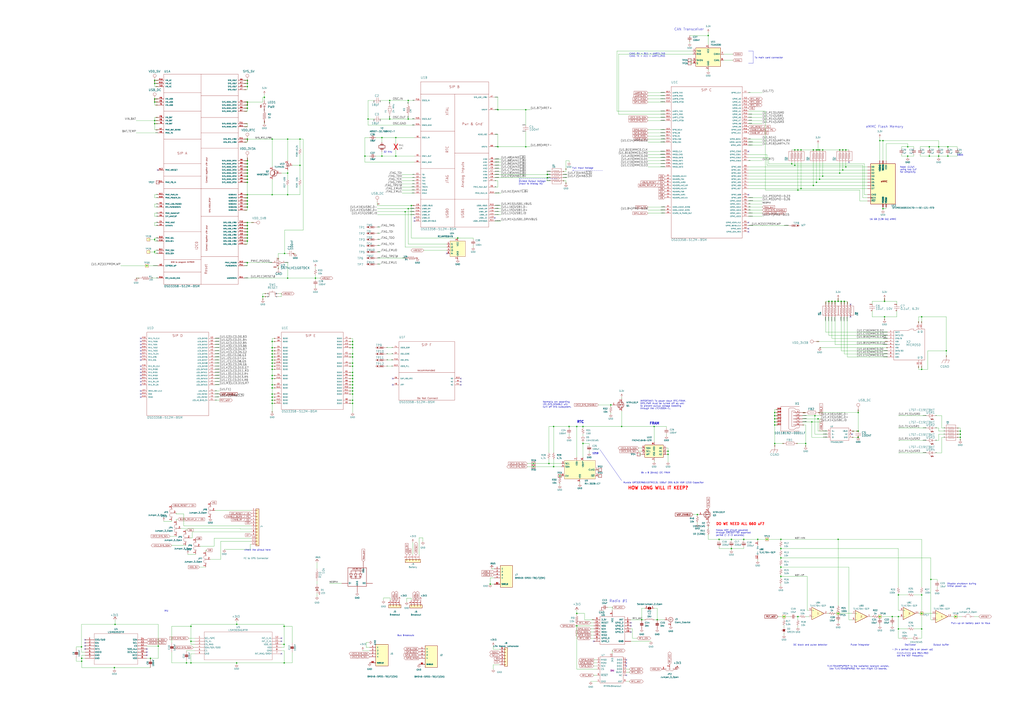
<source format=kicad_sch>
(kicad_sch (version 20231120) (generator "eeschema") (generator_version "8.0")
  (paper "A1")
  (lib_symbols
    (symbol "Adafruit ItsyBitsy RP2040-eagle-import:+3V3" (power)
      (property "Value" "+3V3" (at -2.54 -5.08 90))
      (symbol "+3V3_1_0"
        (pin power_in line (at 0 -2.54 90) (length 2.54) (name "+3V3") (number "1"))
      )
    )
    (symbol "Adafruit ItsyBitsy RP2040-eagle-import:CAP_CERAMIC_0402NO"
      (property "Reference" "C" (at -2.29 1.25 90))
      (property "Value" "CAP_CERAMIC_0402NO" (at 2.3 1.25 90))
      (symbol "CAP_CERAMIC_0402NO_1_0"
        (pin passive line (at 0 5.08 270) (length 2.54) (name "1") (number "1"))
        (pin passive line (at 0 -2.54 90) (length 2.54) (name "2") (number "2"))
      )
    )
    (symbol "Adafruit ItsyBitsy RP2040-eagle-import:VBUS" (power)
      (property "Value" "VBUS" (at -1.524 1.016 0))
      (symbol "VBUS_1_0"
        (pin power_in line (at 0 -2.54 90) (length 2.54) (name "VBUS") (number "1"))
      )
    )
    (symbol "Adafruit ItsyBitsy RP2040-eagle-import:WS2812B_SK6805_1515"
      (symbol "WS2812B_SK6805_1515_1_0"
        (text "WS2812B" (at -4.064 8.382 0) (effects (font (size 1.27 1.0795)) (justify left bottom)))
        (pin power_in line (at 5.08 15.24 270) (length 5.08) (name "VDD") (number "1"))
        (pin output line (at 12.7 -2.54 180) (length 5.08) (name "DO") (number "2"))
        (pin power_in line (at 0 -10.16 90) (length 5.08) (name "GND") (number "3"))
        (pin input line (at -12.7 -2.54 0) (length 5.08) (name "DI") (number "4"))
      )
    )
    (symbol "BM04B-SRSS-TB_LF__SN_:BM04B-SRSS-TB(LF)(SN)" (pin_names (offset 1.016))
      (property "Reference" "J" (at -5.08 10.922 0))
      (property "Value" "BM04B-SRSS-TB(LF)(SN)" (at -5.08 -10.16 0))
      (symbol "BM04B-SRSS-TB(LF)(SN)_0_0"
        (pin passive line (at -10.16 7.62 0) (length 5.08) (name "1") (number "1"))
        (pin passive line (at -10.16 5.08 0) (length 5.08) (name "2") (number "2"))
        (pin passive line (at -10.16 2.54 0) (length 5.08) (name "3") (number "3"))
        (pin passive line (at -10.16 0 0) (length 5.08) (name "4") (number "4"))
        (pin passive line (at -10.16 -5.08 0) (length 5.08) (name "SHIELD") (number "S1"))
        (pin passive line (at -10.16 -5.08 0) (length 5.08) (name "SHIELD") (number "S2"))
      )
    )
    (symbol "Connector:Conn_Coaxial" (pin_names (offset 1.016) hide)
      (property "Reference" "J" (at 0.254 3.048 0))
      (property "Value" "Conn_Coaxial" (at 2.921 0 90))
      (symbol "Conn_Coaxial_1_1"
        (pin passive line (at -5.08 0 0) (length 2.54) (name "In") (number "1"))
        (pin passive line (at 0 -5.08 90) (length 2.54) (name "Ext") (number "2"))
      )
    )
    (symbol "Connector_Generic:Conn_01x04" (pin_names (offset 1.016) hide)
      (property "Reference" "J" (at 0 5.08 0))
      (property "Value" "Conn_01x04" (at 0 -7.62 0))
      (symbol "Conn_01x04_1_1"
        (pin passive line (at -5.08 2.54 0) (length 3.81) (name "Pin_1") (number "1"))
        (pin passive line (at -5.08 0 0) (length 3.81) (name "Pin_2") (number "2"))
        (pin passive line (at -5.08 -2.54 0) (length 3.81) (name "Pin_3") (number "3"))
        (pin passive line (at -5.08 -5.08 0) (length 3.81) (name "Pin_4") (number "4"))
      )
    )
    (symbol "Connector_Generic:Conn_01x06" (pin_names (offset 1.016) hide)
      (property "Reference" "J" (at 0 7.62 0))
      (property "Value" "Conn_01x06" (at 0 -10.16 0))
      (symbol "Conn_01x06_1_1"
        (pin passive line (at -5.08 5.08 0) (length 3.81) (name "Pin_1") (number "1"))
        (pin passive line (at -5.08 2.54 0) (length 3.81) (name "Pin_2") (number "2"))
        (pin passive line (at -5.08 0 0) (length 3.81) (name "Pin_3") (number "3"))
        (pin passive line (at -5.08 -2.54 0) (length 3.81) (name "Pin_4") (number "4"))
        (pin passive line (at -5.08 -5.08 0) (length 3.81) (name "Pin_5") (number "5"))
        (pin passive line (at -5.08 -7.62 0) (length 3.81) (name "Pin_6") (number "6"))
      )
    )
    (symbol "Connector_Generic:Conn_01x12" (pin_names (offset 1.016) hide)
      (property "Reference" "J" (at 0 15.24 0))
      (property "Value" "Conn_01x12" (at 0 -17.78 0))
      (symbol "Conn_01x12_1_1"
        (pin passive line (at -5.08 12.7 0) (length 3.81) (name "Pin_1") (number "1"))
        (pin passive line (at -5.08 -10.16 0) (length 3.81) (name "Pin_10") (number "10"))
        (pin passive line (at -5.08 -12.7 0) (length 3.81) (name "Pin_11") (number "11"))
        (pin passive line (at -5.08 -15.24 0) (length 3.81) (name "Pin_12") (number "12"))
        (pin passive line (at -5.08 10.16 0) (length 3.81) (name "Pin_2") (number "2"))
        (pin passive line (at -5.08 7.62 0) (length 3.81) (name "Pin_3") (number "3"))
        (pin passive line (at -5.08 5.08 0) (length 3.81) (name "Pin_4") (number "4"))
        (pin passive line (at -5.08 2.54 0) (length 3.81) (name "Pin_5") (number "5"))
        (pin passive line (at -5.08 0 0) (length 3.81) (name "Pin_6") (number "6"))
        (pin passive line (at -5.08 -2.54 0) (length 3.81) (name "Pin_7") (number "7"))
        (pin passive line (at -5.08 -5.08 0) (length 3.81) (name "Pin_8") (number "8"))
        (pin passive line (at -5.08 -7.62 0) (length 3.81) (name "Pin_9") (number "9"))
      )
    )
    (symbol "Device:C_Polarized_Small" (pin_numbers hide) (pin_names (offset 0.254) hide)
      (property "Reference" "C" (at 0.254 1.778 0))
      (property "Value" "C_Polarized_Small" (at 0.254 -2.032 0))
      (symbol "C_Polarized_Small_1_1"
        (pin passive line (at 0 2.54 270) (length 1.8542) (name "~") (number "1"))
        (pin passive line (at 0 -2.54 90) (length 1.8542) (name "~") (number "2"))
      )
    )
    (symbol "Device:C_Small" (pin_numbers hide) (pin_names (offset 0.254) hide)
      (property "Reference" "C" (at 0.254 1.778 0))
      (property "Value" "C_Small" (at 0.254 -2.032 0))
      (symbol "C_Small_1_1"
        (pin passive line (at 0 2.54 270) (length 2.032) (name "~") (number "1"))
        (pin passive line (at 0 -2.54 90) (length 2.032) (name "~") (number "2"))
      )
    )
    (symbol "Device:Crystal" (pin_numbers hide) (pin_names (offset 1.016) hide)
      (property "Reference" "Y" (at 0 3.81 0))
      (property "Value" "Crystal" (at 0 -3.81 0))
      (symbol "Crystal_1_1"
        (pin passive line (at -3.81 0 0) (length 1.27) (name "1") (number "1"))
        (pin passive line (at 3.81 0 180) (length 1.27) (name "2") (number "2"))
      )
    )
    (symbol "Device:L" (pin_numbers hide) (pin_names (offset 1.016) hide)
      (property "Reference" "L" (at -1.27 0 90))
      (property "Value" "L" (at 1.905 0 90))
      (symbol "L_1_1"
        (pin passive line (at 0 3.81 270) (length 1.27) (name "1") (number "1"))
        (pin passive line (at 0 -3.81 90) (length 1.27) (name "2") (number "2"))
      )
    )
    (symbol "Device:LED" (pin_numbers hide) (pin_names (offset 1.016) hide)
      (property "Reference" "D" (at 0 2.54 0))
      (property "Value" "LED" (at 0 -2.54 0))
      (symbol "LED_1_1"
        (pin passive line (at -3.81 0 0) (length 2.54) (name "K") (number "1"))
        (pin passive line (at 3.81 0 180) (length 2.54) (name "A") (number "2"))
      )
    )
    (symbol "Device:LED_Small_Filled" (pin_numbers hide) (pin_names (offset 0.254) hide)
      (property "Reference" "D" (at -1.27 3.175 0))
      (property "Value" "LED_Small_Filled" (at -4.445 -2.54 0))
      (symbol "LED_Small_Filled_1_1"
        (pin passive line (at -2.54 0 0) (length 1.778) (name "K") (number "1"))
        (pin passive line (at 2.54 0 180) (length 1.778) (name "A") (number "2"))
      )
    )
    (symbol "Device:Q_PNP_BEC" (pin_names (offset 0) hide)
      (property "Reference" "Q" (at 5.08 1.27 0))
      (property "Value" "Q_PNP_BEC" (at 5.08 -1.27 0))
      (symbol "Q_PNP_BEC_1_1"
        (pin input line (at -5.08 0 0) (length 5.715) (name "B") (number "1"))
        (pin passive line (at 2.54 -5.08 90) (length 2.54) (name "E") (number "2"))
        (pin passive line (at 2.54 5.08 270) (length 2.54) (name "C") (number "3"))
      )
    )
    (symbol "Device:R_Small_US" (pin_numbers hide) (pin_names (offset 0.254) hide)
      (property "Reference" "R" (at 0.762 0.508 0))
      (property "Value" "R_Small_US" (at 0.762 -1.016 0))
      (symbol "R_Small_US_1_1"
        (pin passive line (at 0 2.54 270) (length 1.016) (name "~") (number "1"))
        (pin passive line (at 0 -2.54 90) (length 1.016) (name "~") (number "2"))
      )
    )
    (symbol "Interface_CAN_LIN:TCAN330"
      (property "Reference" "U" (at -10.16 8.89 0))
      (property "Value" "TCAN330" (at 2.54 8.89 0))
      (symbol "TCAN330_1_1"
        (pin input line (at -12.7 5.08 0) (length 2.54) (name "TXD") (number "1"))
        (pin power_in line (at 0 -10.16 90) (length 2.54) (name "GND") (number "2"))
        (pin power_in line (at 0 10.16 270) (length 2.54) (name "VCC") (number "3"))
        (pin tri_state line (at -12.7 2.54 0) (length 2.54) (name "RXD") (number "4"))
        (pin input line (at -12.7 -2.54 0) (length 2.54) (name "SHDN") (number "5"))
        (pin bidirectional line (at 12.7 -2.54 180) (length 2.54) (name "CANL") (number "6"))
        (pin bidirectional line (at 12.7 2.54 180) (length 2.54) (name "CANH") (number "7"))
        (pin input line (at -12.7 -5.08 0) (length 2.54) (name "S") (number "8"))
      )
    )
    (symbol "Jumper:Jumper_2_Open" (pin_numbers hide) (pin_names (offset 0) hide) (exclude_from_sim yes)
      (property "Reference" "JP" (at 0 2.794 0))
      (property "Value" "Jumper_2_Open" (at 0 -2.286 0))
      (symbol "Jumper_2_Open_1_1"
        (pin passive line (at -5.08 0 0) (length 2.54) (name "A") (number "1"))
        (pin passive line (at 5.08 0 180) (length 2.54) (name "B") (number "2"))
      )
    )
    (symbol "Jumper:Jumper_3_Open" (pin_names (offset 0) hide)
      (property "Reference" "JP" (at -2.54 -2.54 0))
      (property "Value" "Jumper_3_Open" (at 0 2.794 0))
      (symbol "Jumper_3_Open_1_1"
        (pin passive line (at -6.35 0 0) (length 2.54) (name "A") (number "1"))
        (pin passive line (at 0 -3.81 90) (length 2.54) (name "C") (number "2"))
        (pin passive line (at 6.35 0 180) (length 2.54) (name "B") (number "3"))
      )
    )
    (symbol "Jumper:SolderJumper_2_Open" (pin_names (offset 0) hide)
      (property "Reference" "JP" (at 0 2.032 0))
      (property "Value" "SolderJumper_2_Open" (at 0 -2.54 0))
      (symbol "SolderJumper_2_Open_1_1"
        (pin passive line (at -3.81 0 0) (length 2.54) (name "A") (number "1"))
        (pin passive line (at 3.81 0 180) (length 2.54) (name "B") (number "2"))
      )
    )
    (symbol "LSM303AGTR:LSM303AGRTR" (pin_names (offset 0.254))
      (property "Reference" "U" (at 35.56 10.16 0))
      (property "Value" "LSM303AGRTR" (at 35.56 7.62 0))
      (symbol "LSM303AGRTR_0_1"
        (pin unspecified line (at 0 0 0) (length 7.62) (name "SCL/SPC") (number "1"))
        (pin power_in line (at 71.12 -5.08 180) (length 7.62) (name "VDD_IO") (number "10"))
        (pin unspecified line (at 71.12 -2.54 180) (length 7.62) (name "INT_2_XL") (number "11"))
        (pin unspecified line (at 71.12 0 180) (length 7.62) (name "INT_1_XL") (number "12"))
        (pin unspecified line (at 0 -2.54 0) (length 7.62) (name "CS_XL") (number "2"))
        (pin unspecified line (at 0 -5.08 0) (length 7.62) (name "CS_MAG") (number "3"))
        (pin unspecified line (at 0 -7.62 0) (length 7.62) (name "SDA/SDI/SDO") (number "4"))
        (pin unspecified line (at 0 -10.16 0) (length 7.62) (name "C1") (number "5"))
        (pin unspecified line (at 0 -12.7 0) (length 7.62) (name "GND") (number "6"))
        (pin bidirectional line (at 71.12 -12.7 180) (length 7.62) (name "INT_MAG/DRDY") (number "7"))
        (pin power_out line (at 71.12 -10.16 180) (length 7.62) (name "GND") (number "8"))
        (pin power_in line (at 71.12 -7.62 180) (length 7.62) (name "VDD") (number "9"))
      )
    )
    (symbol "LSM6DSOTR:LSM6DSOTR" (pin_names (offset 0.254))
      (property "Reference" "U" (at 25.4 10.16 0))
      (property "Value" "LSM6DSOTR" (at 25.4 7.62 0))
      (symbol "LSM6DSOTR_0_1"
        (pin bidirectional line (at 0 0 0) (length 7.62) (name "SDO/SA0") (number "1"))
        (pin bidirectional line (at 50.8 -10.16 180) (length 7.62) (name "OCS_Aux") (number "10"))
        (pin bidirectional line (at 50.8 -7.62 180) (length 7.62) (name "SDO_Aux") (number "11"))
        (pin input line (at 50.8 -5.08 180) (length 7.62) (name "CS") (number "12"))
        (pin input line (at 50.8 -2.54 180) (length 7.62) (name "SCL") (number "13"))
        (pin bidirectional line (at 50.8 0 180) (length 7.62) (name "SDA") (number "14"))
        (pin bidirectional line (at 0 -2.54 0) (length 7.62) (name "SDx") (number "2"))
        (pin bidirectional line (at 0 -5.08 0) (length 7.62) (name "SCx") (number "3"))
        (pin output line (at 0 -7.62 0) (length 7.62) (name "INT1") (number "4"))
        (pin power_in line (at 0 -10.16 0) (length 7.62) (name "VDDIO") (number "5"))
        (pin power_out line (at 0 -12.7 0) (length 7.62) (name "GND") (number "6"))
        (pin power_out line (at 0 -15.24 0) (length 7.62) (name "GND") (number "7"))
        (pin power_in line (at 50.8 -15.24 180) (length 7.62) (name "VDD") (number "8"))
        (pin output line (at 50.8 -12.7 180) (length 7.62) (name "INT2") (number "9"))
      )
    )
    (symbol "Max_Lib:Connector_Generic_Conn_01x05" (pin_names (offset 1.016) hide)
      (property "Reference" "J" (at 0 7.62 0))
      (property "Value" "Connector_Generic_Conn_01x05" (at 0 -7.62 0))
      (symbol "Connector_Generic_Conn_01x05_1_1"
        (pin passive line (at -5.08 5.08 0) (length 3.81) (name "Pin_1") (number "1"))
        (pin passive line (at -5.08 2.54 0) (length 3.81) (name "Pin_2") (number "2"))
        (pin passive line (at -5.08 0 0) (length 3.81) (name "Pin_3") (number "3"))
        (pin passive line (at -5.08 -2.54 0) (length 3.81) (name "Pin_4") (number "4"))
        (pin passive line (at -5.08 -5.08 0) (length 3.81) (name "Pin_5") (number "5"))
      )
    )
    (symbol "Memory_NVRAM:FM24C64B" (pin_names (offset 1.016))
      (property "Reference" "U" (at -5.08 8.89 0))
      (property "Value" "FM24C64B" (at 6.35 -8.89 0))
      (symbol "FM24C64B_1_1"
        (pin input line (at -10.16 2.54 0) (length 2.54) (name "A0") (number "1"))
        (pin input line (at -10.16 0 0) (length 2.54) (name "A1") (number "2"))
        (pin input line (at -10.16 -2.54 0) (length 2.54) (name "A2") (number "3"))
        (pin power_in line (at 0 -7.62 90) (length 2.54) (name "VSS") (number "4"))
        (pin bidirectional line (at 10.16 2.54 180) (length 2.54) (name "SDA") (number "5"))
        (pin input line (at 10.16 0 180) (length 2.54) (name "SCL") (number "6"))
        (pin input line (at 10.16 -2.54 180) (length 2.54) (name "WP") (number "7"))
        (pin power_in line (at 0 7.62 270) (length 2.54) (name "VDD") (number "8"))
      )
    )
    (symbol "PocketBeagle:10118192-0001LF" (pin_names (offset 1.016) hide)
      (property "Reference" "X1" (at -5.0546 11.43 0))
      (property "Value" "10118192-0001LF" (at -10.16 -12.7 0))
      (symbol "10118192-0001LF_1_1"
        (pin input line (at -7.62 5.08 0) (length 7.62) (name "VBUS") (number "1"))
        (pin input line (at -7.62 2.54 0) (length 7.62) (name "D-") (number "2"))
        (pin input line (at -7.62 0 0) (length 7.62) (name "D+") (number "3"))
        (pin input line (at -7.62 -2.54 0) (length 7.62) (name "ID") (number "4"))
        (pin input line (at -7.62 -5.08 0) (length 7.62) (name "GND") (number "5"))
        (pin bidirectional line (at 12.7 -5.08 180) (length 2.54) (name "SGND1") (number "SH1"))
        (pin bidirectional line (at 12.7 -2.54 180) (length 2.54) (name "SGND2") (number "SH2"))
        (pin bidirectional line (at 12.7 0 180) (length 2.54) (name "SGND3") (number "SH3"))
        (pin bidirectional line (at 12.7 2.54 180) (length 2.54) (name "SGND4") (number "SH4"))
        (pin bidirectional line (at 12.7 5.08 180) (length 2.54) (name "SGND5") (number "SH5"))
        (pin bidirectional line (at 12.7 7.62 180) (length 2.54) (name "SGND6") (number "SH6"))
      )
    )
    (symbol "PocketBeagle:CAPACITOR-_INCH_-0402" (pin_numbers hide) (pin_names (offset 1.016) hide)
      (property "Reference" "C" (at 2.794 0.254 0))
      (property "Value" "CAPACITOR-_INCH_-0402" (at 2.794 -2.032 0))
      (symbol "CAPACITOR-_INCH_-0402_1_1"
        (pin bidirectional line (at 0 2.54 0) (length 0) (name "1") (number "1"))
        (pin bidirectional line (at 0 -2.54 0) (length 0) (name "2") (number "2"))
      )
    )
    (symbol "PocketBeagle:CAPACITOR-_INCH_-0603" (pin_numbers hide) (pin_names (offset 1.016) hide)
      (property "Reference" "C" (at 2.794 0.254 0))
      (property "Value" "CAPACITOR-_INCH_-0603" (at 2.794 -2.032 0))
      (symbol "CAPACITOR-_INCH_-0603_1_1"
        (pin bidirectional line (at 0 2.54 0) (length 0) (name "1") (number "1"))
        (pin bidirectional line (at 0 -2.54 0) (length 0) (name "2") (number "2"))
      )
    )
    (symbol "PocketBeagle:CGND" (power) (pin_numbers hide) (pin_names (offset 1.016) hide)
      (property "Value" "CGND" (at 0 -3.556 0))
      (symbol "CGND_1_1"
        (pin power_in line (at 0 2.54 270) (length 2.54) hide (name "CGND") (number "~"))
      )
    )
    (symbol "PocketBeagle:CRYSTAL_5X3.2MM" (pin_numbers hide) (pin_names (offset 1.016) hide)
      (property "Reference" "Q" (at -2.54 2.54 0))
      (property "Value" "CRYSTAL_5X3.2MM" (at -2.54 -3.81 0))
      (symbol "CRYSTAL_5X3.2MM_1_1"
        (pin passive line (at -5.08 0 0) (length 2.54) (name "P$1") (number "1"))
        (pin passive line (at 5.08 0 180) (length 2.54) (name "P$2") (number "2"))
      )
    )
    (symbol "PocketBeagle:FB-_INCH_-0603" (pin_numbers hide) (pin_names (offset 1.016) hide)
      (property "Reference" "FB" (at -3.175 1.905 0))
      (property "Value" "FB-_INCH_-0603" (at -3.175 -3.81 0))
      (symbol "FB-_INCH_-0603_1_1"
        (pin bidirectional line (at -5.08 0 0) (length 0) (name "P$1") (number "1"))
        (pin bidirectional line (at 5.08 0 180) (length 0) (name "P$2") (number "2"))
      )
    )
    (symbol "PocketBeagle:GND" (power) (pin_numbers hide) (pin_names (offset 1.016) hide)
      (property "Value" "GND" (at -2.54 -2.54 0))
      (symbol "GND_1_1"
        (pin power_in line (at 0 2.54 270) (length 2.54) hide (name "GND") (number "~"))
      )
    )
    (symbol "PocketBeagle:LED-_INCH_-0603" (pin_numbers hide) (pin_names (offset 1.016) hide)
      (property "Reference" "LED" (at 2.667 -4.572 90))
      (property "Value" "LED-_INCH_-0603" (at 4.826 -4.572 90))
      (symbol "LED-_INCH_-0603_1_1"
        (pin passive line (at 0 2.54 270) (length 2.54) (name "A") (number "A"))
        (pin passive line (at 0 -5.08 90) (length 2.54) (name "K") (number "K"))
      )
    )
    (symbol "PocketBeagle:MICROSD" (pin_names (offset 1.016))
      (property "Reference" "U" (at -2.54 6.35 0))
      (property "Value" "MICROSD" (at -2.54 3.81 0))
      (symbol "MICROSD_1_1"
        (pin bidirectional line (at -17.78 15.24 0) (length 5.08) (name "DAT2") (number "1"))
        (pin bidirectional line (at -17.78 12.7 0) (length 5.08) (name "DAT3/CS") (number "2"))
        (pin bidirectional line (at -17.78 10.16 0) (length 5.08) (name "CMD/DI") (number "3"))
        (pin bidirectional line (at -17.78 7.62 0) (length 5.08) (name "VDD") (number "4"))
        (pin bidirectional line (at -17.78 5.08 0) (length 5.08) (name "SCLK") (number "5"))
        (pin bidirectional line (at -17.78 2.54 0) (length 5.08) (name "VSS") (number "6"))
        (pin bidirectional line (at -17.78 0 0) (length 5.08) (name "DAT0/DO") (number "7"))
        (pin bidirectional line (at -17.78 -2.54 0) (length 5.08) (name "DAT1") (number "8"))
        (pin bidirectional line (at -17.78 -5.08 0) (length 5.08) (name "CDN") (number "9"))
        (pin bidirectional line (at 7.62 -12.7 90) (length 5.08) (name "G1") (number "G1"))
        (pin bidirectional line (at 10.16 -12.7 90) (length 5.08) (name "G2") (number "G2"))
        (pin bidirectional line (at 10.16 22.86 270) (length 5.08) (name "G3") (number "G3"))
        (pin bidirectional line (at 7.62 22.86 270) (length 5.08) (name "G4") (number "G4"))
      )
    )
    (symbol "PocketBeagle:MINI_PUSHBUTTON" (pin_numbers hide) (pin_names (offset 1.016))
      (property "Reference" "S" (at -5.08 3.81 0))
      (property "Value" "MINI_PUSHBUTTON" (at -5.08 -6.35 0))
      (symbol "MINI_PUSHBUTTON_1_1"
        (pin bidirectional line (at -5.08 0 0) (length 0) (name "1") (number "1"))
        (pin bidirectional line (at -5.08 -2.54 0) (length 0) (name "2") (number "2"))
        (pin bidirectional line (at 5.08 0 180) (length 0) (name "3") (number "3"))
        (pin bidirectional line (at 5.08 -2.54 180) (length 0) (name "4") (number "4"))
      )
    )
    (symbol "PocketBeagle:OSD3358-512M-BSM" (pin_names (offset 1.016))
      (property "Reference" "U" (at 0 49.53 0))
      (property "Value" "OSD3358-512M-BSM" (at 0 -2.54 0))
      (symbol "OSD3358-512M-BSM_1_0"
        (text "Connect together with pour" (at 35.052 38.1 900) (effects (font (size 1.016 1.016))))
        (text "Connect together with pour" (at 35.052 93.98 900) (effects (font (size 1.016 1.016))))
        (text "GND to program EEPROM" (at 15.3416 18.288 0) (effects (font (size 1.016 1.016))))
        (text "I2C0" (at 26.924 31.8516 900) (effects (font (size 2.032 2.032))))
        (text "Reset" (at 34.544 12.4968 900) (effects (font (size 2.032 2.032))))
        (text "SIP A" (at 15.0368 107.696 0) (effects (font (size 2.032 2.032))))
        (text "SYS_VDD3_3P3V'" (at 37.592 65.2526 900) (effects (font (size 1.016 1.016))))
      )
      (symbol "OSD3358-512M-BSM_1_1"
        (pin bidirectional line (at -5.08 35.56 0) (length 5.08) (name "I2C0_SCL") (number "C10"))
        (pin bidirectional line (at -5.08 25.4 0) (length 5.08) (name "I2C0_SDA") (number "C11"))
        (pin bidirectional line (at -5.08 38.1 0) (length 5.08) (name "PMIC_SCL") (number "D10"))
        (pin bidirectional line (at -5.08 27.94 0) (length 5.08) (name "PMIC_SDA") (number "D11"))
        (pin bidirectional line (at -5.08 48.26 0) (length 5.08) (name "EXTINTN") (number "D4"))
        (pin output line (at -5.08 50.8 0) (length 5.08) (name "PMIC_NINT") (number "E4"))
        (pin power_in line (at 66.04 50.8 180) (length 5.08) (name "SYS_VDD_1P8V") (number "F10"))
        (pin power_in line (at 66.04 132.08 180) (length 5.08) (name "SYS_VDD2_3P3V") (number "F11"))
        (pin power_in line (at 66.04 149.86 180) (length 5.08) (name "SYS_VDD1_3P3V") (number "F6"))
        (pin power_in line (at 66.04 147.32 180) (length 5.08) (name "SYS_VDD1_3P3V") (number "F7"))
        (pin power_in line (at 66.04 101.6 180) (length 5.08) (name "SYS_VDD3_3P3V") (number "F8"))
        (pin power_in line (at 66.04 66.04 180) (length 5.08) (name "VDDSHV4") (number "F9"))
        (pin power_in line (at 66.04 48.26 180) (length 5.08) (name "SYS_VDD_1P8V") (number "G10"))
        (pin power_in line (at 66.04 129.54 180) (length 5.08) (name "SYS_VDD2_3P3V") (number "G11"))
        (pin power_in line (at 66.04 144.78 180) (length 5.08) (name "SYS_VDD1_3P3V") (number "G6"))
        (pin power_in line (at 66.04 142.24 180) (length 5.08) (name "SYS_VDD1_3P3V") (number "G7"))
        (pin power_in line (at 66.04 99.06 180) (length 5.08) (name "SYS_VDD3_3P3V") (number "G8"))
        (pin power_in line (at 66.04 63.5 180) (length 5.08) (name "VDDSHV5") (number "G9"))
        (pin power_in line (at 66.04 45.72 180) (length 5.08) (name "SYS_VDD_1P8V") (number "H10"))
        (pin power_in line (at 66.04 43.18 180) (length 5.08) (name "SYS_VDD_1P8V") (number "H11"))
        (pin power_in line (at 66.04 96.52 180) (length 5.08) (name "SYS_VDD3_3P3V") (number "H7"))
        (pin power_in line (at 66.04 93.98 180) (length 5.08) (name "SYS_VDD3_3P3V") (number "H8"))
        (pin power_in line (at 66.04 60.96 180) (length 5.08) (name "VDDSHV6") (number "H9"))
        (pin power_in line (at 66.04 40.64 180) (length 5.08) (name "SYS_VDD_1P8V") (number "J10"))
        (pin power_in line (at 66.04 38.1 180) (length 5.08) (name "SYS_VDD_1P8V") (number "J11"))
        (pin power_in line (at 66.04 91.44 180) (length 5.08) (name "SYS_VDD3_3P3V") (number "J7"))
        (pin power_in line (at 66.04 88.9 180) (length 5.08) (name "SYS_VDD3_3P3V") (number "J8"))
        (pin power_in line (at 66.04 73.66 180) (length 5.08) (name "VDDSHV1") (number "J9"))
        (pin power_in line (at 66.04 35.56 180) (length 5.08) (name "SYS_VDD_1P8V") (number "K10"))
        (pin power_in line (at 66.04 119.38 180) (length 5.08) (name "SYS_RTC_1P8V") (number "K11"))
        (pin power_in line (at 66.04 167.64 180) (length 5.08) (name "SYS_VOUT") (number "K6"))
        (pin power_in line (at 66.04 165.1 180) (length 5.08) (name "SYS_VOUT") (number "K7"))
        (pin power_in line (at 66.04 86.36 180) (length 5.08) (name "SYS_VDD3_3P3V") (number "K8"))
        (pin power_in line (at 66.04 71.12 180) (length 5.08) (name "VDDSHV2") (number "K9"))
        (pin power_in line (at 66.04 33.02 180) (length 5.08) (name "SYS_VDD_1P8V") (number "L10"))
        (pin power_in line (at 66.04 116.84 180) (length 5.08) (name "SYS_RTC_1P8V") (number "L11"))
        (pin output line (at -5.08 58.42 0) (length 5.08) (name "PMIC_NWAKEUP") (number "L4"))
        (pin power_in line (at 66.04 162.56 180) (length 5.08) (name "SYS_VOUT") (number "L6"))
        (pin power_in line (at 66.04 160.02 180) (length 5.08) (name "SYS_VOUT") (number "L7"))
        (pin power_in line (at 66.04 83.82 180) (length 5.08) (name "SYS_VDD3_3P3V") (number "L8"))
        (pin power_in line (at 66.04 68.58 180) (length 5.08) (name "VDDSHV3") (number "L9"))
        (pin bidirectional line (at -5.08 93.98 0) (length 5.08) (name "PMIC_NRESET") (number "M13"))
        (pin bidirectional line (at -5.08 5.08 0) (length 5.08) (name "RTC_KALDO_ENN") (number "M16"))
        (pin bidirectional line (at -5.08 15.24 0) (length 5.08) (name "EEPROM_WP") (number "M2"))
        (pin bidirectional line (at -5.08 55.88 0) (length 5.08) (name "EXT_WAKEUP") (number "M4"))
        (pin output line (at -5.08 71.12 0) (length 5.08) (name "PMIC_POWER_EN") (number "N10"))
        (pin input line (at -5.08 73.66 0) (length 5.08) (name "PMIC_PWR_EN") (number "N11"))
        (pin output line (at 66.04 17.78 180) (length 5.08) (name "PMIC_PGOOD") (number "N12"))
        (pin output line (at -5.08 66.04 0) (length 5.08) (name "PMIC_LDO_PGOOD") (number "N4"))
        (pin bidirectional line (at -5.08 63.5 0) (length 5.08) (name "RTC_PWRONRSTN") (number "N5"))
        (pin bidirectional line (at -5.08 124.46 0) (length 5.08) (name "PMIC_TS") (number "N6"))
        (pin bidirectional line (at -5.08 127 0) (length 5.08) (name "PMIC_BAT_SENSE") (number "N7"))
        (pin power_in line (at -5.08 167.64 0) (length 5.08) (name "VIN_AC") (number "P10"))
        (pin bidirectional line (at 66.04 15.24 180) (length 5.08) (name "PWRONRSTN") (number "P11"))
        (pin power_in line (at -5.08 137.16 0) (length 5.08) (name "VIN_BAT") (number "P8"))
        (pin power_in line (at -5.08 152.4 0) (length 5.08) (name "VIN_USB") (number "P9"))
        (pin power_in line (at -5.08 165.1 0) (length 5.08) (name "VIN_AC") (number "R10"))
        (pin bidirectional line (at 66.04 5.08 180) (length 5.08) (name "WARMRSTN") (number "R11"))
        (pin power_in line (at -5.08 134.62 0) (length 5.08) (name "VIN_BAT") (number "R8"))
        (pin power_in line (at -5.08 149.86 0) (length 5.08) (name "VIN_USB") (number "R9"))
        (pin power_in line (at -5.08 162.56 0) (length 5.08) (name "VIN_AC") (number "T10"))
        (pin bidirectional line (at -5.08 83.82 0) (length 5.08) (name "PMIC_PB_IN") (number "T11"))
        (pin power_in line (at -5.08 132.08 0) (length 5.08) (name "VIN_BAT") (number "T8"))
        (pin power_in line (at -5.08 147.32 0) (length 5.08) (name "VIN_USB") (number "T9"))
      )
      (symbol "OSD3358-512M-BSM_2_0"
        (text "Analog Inputs" (at 34.544 43.18 900) (effects (font (size 2.032 2.032))))
        (text "JTAG" (at 21.844 39.4716 900) (effects (font (size 2.032 2.032))))
        (text "Pwr & Gnd'" (at 42.799 84.836 0) (effects (font (size 2.032 2.032))))
        (text "RTC" (at 21.844 63.881 900) (effects (font (size 2.032 2.032))))
        (text "SIP B" (at 27.7368 115.316 0) (effects (font (size 2.032 2.032))))
        (text "USB0" (at 21.844 11.5316 900) (effects (font (size 2.032 2.032))))
        (text "USB1" (at 34.544 11.5316 900) (effects (font (size 2.032 2.032))))
        (text "XTAL" (at 21.844 95.3516 900) (effects (font (size 2.032 2.032))))
      )
      (symbol "OSD3358-512M-BSM_2_1"
        (pin bidirectional line (at -5.08 58.42 0) (length 5.08) (name "OSC1_OUT") (number "A5"))
        (pin bidirectional line (at -5.08 73.66 0) (length 5.08) (name "OSC1_IN") (number "A6"))
        (pin bidirectional line (at 60.96 106.68 180) (length 5.08) (name "SYS_ADC_1P8V") (number "A7"))
        (pin bidirectional line (at 60.96 55.88 180) (length 5.08) (name "AIN0") (number "A8"))
        (pin bidirectional line (at 60.96 76.2 180) (length 5.08) (name "AGND_ADC") (number "A9"))
        (pin bidirectional line (at -5.08 53.34 0) (length 5.08) (name "OSC1_GND") (number "B5"))
        (pin bidirectional line (at 60.96 50.8 180) (length 5.08) (name "AIN2") (number "B6"))
        (pin bidirectional line (at 60.96 96.52 180) (length 5.08) (name "VREFP") (number "B7"))
        (pin bidirectional line (at 60.96 53.34 180) (length 5.08) (name "AIN1") (number "B8"))
        (pin bidirectional line (at 60.96 66.04 180) (length 5.08) (name "VREFN") (number "B9"))
        (pin bidirectional line (at -5.08 43.18 0) (length 5.08) (name "TDI") (number "C1"))
        (pin bidirectional line (at -5.08 40.64 0) (length 5.08) (name "TDO") (number "C2"))
        (pin bidirectional line (at 60.96 48.26 180) (length 5.08) (name "AIN3") (number "C6"))
        (pin bidirectional line (at 60.96 45.72 180) (length 5.08) (name "AIN4") (number "C7"))
        (pin bidirectional line (at 60.96 43.18 180) (length 5.08) (name "AIN5") (number "C8"))
        (pin bidirectional line (at 60.96 40.64 180) (length 5.08) (name "AIN6") (number "C9"))
        (pin bidirectional line (at -5.08 38.1 0) (length 5.08) (name "TCK") (number "D1"))
        (pin bidirectional line (at -5.08 35.56 0) (length 5.08) (name "TMS") (number "D2"))
        (pin bidirectional line (at -5.08 33.02 0) (length 5.08) (name "TRSTN") (number "D3"))
        (pin bidirectional line (at 60.96 33.02 180) (length 5.08) (name "PMIC_MUX_OUT") (number "D6"))
        (pin bidirectional line (at 60.96 38.1 180) (length 5.08) (name "AIN7") (number "D7"))
        (pin bidirectional line (at -5.08 30.48 0) (length 5.08) (name "EMU0") (number "E2"))
        (pin bidirectional line (at -5.08 27.94 0) (length 5.08) (name "EMU1") (number "E3"))
        (pin bidirectional line (at -5.08 5.08 0) (length 5.08) (name "USB0_DRVVBUS") (number "J15"))
        (pin bidirectional line (at -5.08 17.78 0) (length 5.08) (name "USB0_VBUS") (number "J16"))
        (pin bidirectional line (at -5.08 7.62 0) (length 5.08) (name "USB0_CE") (number "K13"))
        (pin bidirectional line (at -5.08 10.16 0) (length 5.08) (name "USB0_ID") (number "K14"))
        (pin bidirectional line (at -5.08 12.7 0) (length 5.08) (name "USB0_DP") (number "K15"))
        (pin bidirectional line (at -5.08 15.24 0) (length 5.08) (name "USB0_DM") (number "K16"))
        (pin bidirectional line (at 60.96 7.62 180) (length 5.08) (name "USB1_CE") (number "L13"))
        (pin bidirectional line (at 60.96 10.16 180) (length 5.08) (name "USB1_ID") (number "L14"))
        (pin bidirectional line (at 60.96 12.7 180) (length 5.08) (name "USB1_DP") (number "L15"))
        (pin bidirectional line (at 60.96 15.24 180) (length 5.08) (name "USB1_DM") (number "L16"))
        (pin bidirectional line (at 60.96 5.08 180) (length 5.08) (name "USB1_DRVVBUS") (number "M14"))
        (pin bidirectional line (at 60.96 17.78 180) (length 5.08) (name "USB1_VBUS") (number "M15"))
        (pin bidirectional line (at 60.96 27.94 180) (length 5.08) (name "PMIC_MUX_IN") (number "N13"))
        (pin bidirectional line (at -5.08 83.82 0) (length 5.08) (name "OSC0_GND") (number "N15"))
        (pin bidirectional line (at -5.08 88.9 0) (length 5.08) (name "OSC0_OUT") (number "N16"))
        (pin bidirectional line (at -5.08 104.14 0) (length 5.08) (name "OSC0_IN") (number "P16"))
      )
      (symbol "OSD3358-512M-BSM_3_0"
        (text "SIP C" (at 29.0068 121.666 0) (effects (font (size 2.032 2.032))))
      )
      (symbol "OSD3358-512M-BSM_3_1"
        (pin bidirectional line (at -5.08 50.8 0) (length 5.08) (name "MCASP0_ACLKX") (number "A1"))
        (pin bidirectional line (at -5.08 96.52 0) (length 5.08) (name "UART1_RTSN") (number "A10"))
        (pin bidirectional line (at -5.08 101.6 0) (length 5.08) (name "UART1_RXD") (number "A11"))
        (pin bidirectional line (at -5.08 116.84 0) (length 5.08) (name "UART0_RXD") (number "A12"))
        (pin bidirectional line (at -5.08 88.9 0) (length 5.08) (name "SPI0_SCLK") (number "A13"))
        (pin bidirectional line (at -5.08 81.28 0) (length 5.08) (name "SPI0_CS0") (number "A14"))
        (pin bidirectional line (at -5.08 63.5 0) (length 5.08) (name "MMC0_DAT1") (number "A15"))
        (pin bidirectional line (at -5.08 66.04 0) (length 5.08) (name "MMC0_DAT0") (number "A16"))
        (pin bidirectional line (at -5.08 48.26 0) (length 5.08) (name "MCASP0_FSX") (number "A2"))
        (pin bidirectional line (at -5.08 40.64 0) (length 5.08) (name "MCASP0_ACLKR") (number "A3"))
        (pin bidirectional line (at -5.08 25.4 0) (length 5.08) (name "XDMA_EVENT_INTR0") (number "A4"))
        (pin bidirectional line (at -5.08 43.18 0) (length 5.08) (name "MCASP0_AHCLKR") (number "B1"))
        (pin bidirectional line (at -5.08 99.06 0) (length 5.08) (name "UART1_CTSN") (number "B10"))
        (pin bidirectional line (at -5.08 104.14 0) (length 5.08) (name "UART1_TXD") (number "B11"))
        (pin bidirectional line (at -5.08 119.38 0) (length 5.08) (name "UART0_TXD") (number "B12"))
        (pin bidirectional line (at -5.08 86.36 0) (length 5.08) (name "SPI0_D0") (number "B13"))
        (pin bidirectional line (at -5.08 83.82 0) (length 5.08) (name "SPI0_D1") (number "B14"))
        (pin bidirectional line (at -5.08 71.12 0) (length 5.08) (name "MMC0_CLK") (number "B15"))
        (pin bidirectional line (at -5.08 68.58 0) (length 5.08) (name "MMC0_CMD") (number "B16"))
        (pin bidirectional line (at -5.08 45.72 0) (length 5.08) (name "MCASP0_AXR0") (number "B2"))
        (pin bidirectional line (at -5.08 38.1 0) (length 5.08) (name "MCASP0_FSR") (number "B3"))
        (pin bidirectional line (at -5.08 22.86 0) (length 5.08) (name "XDMA_EVENT_INTR1") (number "B4"))
        (pin bidirectional line (at -5.08 114.3 0) (length 5.08) (name "UART0_CTSN") (number "C12"))
        (pin bidirectional line (at -5.08 111.76 0) (length 5.08) (name "UART0_RTSN") (number "C13"))
        (pin bidirectional line (at -5.08 78.74 0) (length 5.08) (name "SPI0_CS1") (number "C14"))
        (pin bidirectional line (at -5.08 58.42 0) (length 5.08) (name "MMC0_DAT3") (number "C15"))
        (pin bidirectional line (at -5.08 60.96 0) (length 5.08) (name "MMC0_DAT2") (number "C16"))
        (pin bidirectional line (at -5.08 35.56 0) (length 5.08) (name "MCASP0_AXR1") (number "C3"))
        (pin bidirectional line (at -5.08 33.02 0) (length 5.08) (name "MCASP0_AHCLKX") (number "C4"))
        (pin bidirectional line (at -5.08 20.32 0) (length 5.08) (name "ECAP0_IN_PWM0_OUT") (number "C5"))
        (pin bidirectional line (at 63.5 12.7 180) (length 5.08) (name "GPMC_ADVN_ALE") (number "M1"))
        (pin bidirectional line (at 63.5 5.08 180) (length 5.08) (name "GPMC_OEN_REN") (number "N1"))
        (pin bidirectional line (at 63.5 81.28 180) (length 5.08) (name "GPMC_BEN1") (number "N14"))
        (pin bidirectional line (at 63.5 7.62 180) (length 5.08) (name "GPMC_WEN") (number "N2"))
        (pin bidirectional line (at 63.5 10.16 180) (length 5.08) (name "GPMC_BEN0_CLE") (number "N3"))
        (pin bidirectional line (at 63.5 66.04 180) (length 5.08) (name "GPMC_CSN2") (number "P1"))
        (pin bidirectional line (at 63.5 109.22 180) (length 5.08) (name "GPMC_A2") (number "P12"))
        (pin bidirectional line (at 63.5 101.6 180) (length 5.08) (name "GPMC_A5") (number "P13"))
        (pin bidirectional line (at 63.5 93.98 180) (length 5.08) (name "GPMC_A8") (number "P14"))
        (pin bidirectional line (at 63.5 78.74 180) (length 5.08) (name "GPMC_WAIT0") (number "P15"))
        (pin bidirectional line (at 63.5 68.58 180) (length 5.08) (name "GPMC_CSN1") (number "P2"))
        (pin bidirectional line (at 63.5 71.12 180) (length 5.08) (name "GPMC_CSN0") (number "P3"))
        (pin bidirectional line (at 63.5 43.18 180) (length 5.08) (name "GPMC_AD6") (number "P4"))
        (pin bidirectional line (at 63.5 33.02 180) (length 5.08) (name "GPMC_AD9") (number "P5"))
        (pin bidirectional line (at 63.5 25.4 180) (length 5.08) (name "GPMC_AD12") (number "P6"))
        (pin bidirectional line (at 63.5 17.78 180) (length 5.08) (name "GPMC_AD15") (number "P7"))
        (pin bidirectional line (at 63.5 53.34 180) (length 5.08) (name "GPMC_AD2") (number "R1"))
        (pin bidirectional line (at 63.5 111.76 180) (length 5.08) (name "GPMC_A1") (number "R12"))
        (pin bidirectional line (at 63.5 104.14 180) (length 5.08) (name "GPMC_A4") (number "R13"))
        (pin bidirectional line (at 63.5 96.52 180) (length 5.08) (name "GPMC_A7") (number "R14"))
        (pin bidirectional line (at 63.5 88.9 180) (length 5.08) (name "GPMC_A10") (number "R15"))
        (pin bidirectional line (at 63.5 76.2 180) (length 5.08) (name "GPMC_WPN") (number "R16"))
        (pin bidirectional line (at 63.5 55.88 180) (length 5.08) (name "GPMC_AD1") (number "R2"))
        (pin bidirectional line (at 63.5 58.42 180) (length 5.08) (name "GPMC_AD0") (number "R3"))
        (pin bidirectional line (at 63.5 40.64 180) (length 5.08) (name "GPMC_AD7") (number "R4"))
        (pin bidirectional line (at 63.5 30.48 180) (length 5.08) (name "GPMC_AD10") (number "R5"))
        (pin bidirectional line (at 63.5 22.86 180) (length 5.08) (name "GPMC_AD13") (number "R6"))
        (pin bidirectional line (at 63.5 63.5 180) (length 5.08) (name "GPMC_CSN3") (number "R7"))
        (pin bidirectional line (at 63.5 45.72 180) (length 5.08) (name "GPMC_AD5") (number "T1"))
        (pin bidirectional line (at 63.5 114.3 180) (length 5.08) (name "GPMC_A0") (number "T12"))
        (pin bidirectional line (at 63.5 106.68 180) (length 5.08) (name "GPMC_A3") (number "T13"))
        (pin bidirectional line (at 63.5 99.06 180) (length 5.08) (name "GPMC_A6") (number "T14"))
        (pin bidirectional line (at 63.5 91.44 180) (length 5.08) (name "GPMC_A9") (number "T15"))
        (pin bidirectional line (at 63.5 86.36 180) (length 5.08) (name "GPMC_A11") (number "T16"))
        (pin bidirectional line (at 63.5 48.26 180) (length 5.08) (name "GPMC_AD4") (number "T2"))
        (pin bidirectional line (at 63.5 50.8 180) (length 5.08) (name "GPMC_AD3") (number "T3"))
        (pin bidirectional line (at 63.5 35.56 180) (length 5.08) (name "GPMC_AD8") (number "T4"))
        (pin bidirectional line (at 63.5 27.94 180) (length 5.08) (name "GPMC_AD11") (number "T5"))
        (pin bidirectional line (at 63.5 20.32 180) (length 5.08) (name "GPMC_AD14") (number "T6"))
        (pin bidirectional line (at 63.5 119.38 180) (length 5.08) (name "GPMC_CLK") (number "T7"))
      )
      (symbol "OSD3358-512M-BSM_4_0"
        (text "SIP D" (at 25.1968 65.786 0) (effects (font (size 2.032 2.032))))
      )
      (symbol "OSD3358-512M-BSM_4_1"
        (pin bidirectional line (at -5.08 17.78 0) (length 5.08) (name "MDC") (number "D13"))
        (pin bidirectional line (at -5.08 30.48 0) (length 5.08) (name "MII1_RXD3") (number "D14"))
        (pin bidirectional line (at -5.08 33.02 0) (length 5.08) (name "MII1_RXD2") (number "D15"))
        (pin bidirectional line (at -5.08 35.56 0) (length 5.08) (name "MII1_RXD1") (number "D16"))
        (pin bidirectional line (at 55.88 12.7 180) (length 5.08) (name "LCD_AC_BIAS_EN") (number "E1"))
        (pin bidirectional line (at -5.08 15.24 0) (length 5.08) (name "MDIO") (number "E13"))
        (pin bidirectional line (at -5.08 38.1 0) (length 5.08) (name "MII1_RXD0") (number "E14"))
        (pin bidirectional line (at -5.08 27.94 0) (length 5.08) (name "MII1_RX_ER") (number "E15"))
        (pin bidirectional line (at -5.08 40.64 0) (length 5.08) (name "MII1_RX_CLK") (number "E16"))
        (pin bidirectional line (at 55.88 20.32 180) (length 5.08) (name "LCD_PCLK") (number "F1"))
        (pin bidirectional line (at -5.08 48.26 0) (length 5.08) (name "MII1_CRS") (number "F14"))
        (pin bidirectional line (at -5.08 45.72 0) (length 5.08) (name "MII1_COL") (number "F15"))
        (pin bidirectional line (at -5.08 25.4 0) (length 5.08) (name "MII1_RX_DV") (number "F16"))
        (pin bidirectional line (at 55.88 15.24 180) (length 5.08) (name "LCD_HSYNC") (number "F2"))
        (pin bidirectional line (at 55.88 17.78 180) (length 5.08) (name "LCD_VSYNC") (number "F3"))
        (pin bidirectional line (at 55.88 58.42 180) (length 5.08) (name "LCD_DATA2") (number "G1"))
        (pin bidirectional line (at -5.08 50.8 0) (length 5.08) (name "MII1_TX_EN") (number "G14"))
        (pin bidirectional line (at -5.08 53.34 0) (length 5.08) (name "MII1_TXD3") (number "G15"))
        (pin bidirectional line (at -5.08 55.88 0) (length 5.08) (name "MII1_TXD2") (number "G16"))
        (pin bidirectional line (at 55.88 60.96 180) (length 5.08) (name "LCD_DATA1") (number "G2"))
        (pin bidirectional line (at 55.88 63.5 180) (length 5.08) (name "LCD_DATA0") (number "G3"))
        (pin bidirectional line (at 55.88 50.8 180) (length 5.08) (name "LCD_DATA5") (number "H1"))
        (pin bidirectional line (at -5.08 58.42 0) (length 5.08) (name "MII1_TXD1") (number "H14"))
        (pin bidirectional line (at -5.08 60.96 0) (length 5.08) (name "MII1_TXD0") (number "H15"))
        (pin bidirectional line (at -5.08 63.5 0) (length 5.08) (name "MII1_TX_CLK") (number "H16"))
        (pin bidirectional line (at 55.88 53.34 180) (length 5.08) (name "LCD_DATA4") (number "H2"))
        (pin bidirectional line (at 55.88 55.88 180) (length 5.08) (name "LCD_DATA3") (number "H3"))
        (pin bidirectional line (at 55.88 43.18 180) (length 5.08) (name "LCD_DATA8") (number "J1"))
        (pin bidirectional line (at -5.08 20.32 0) (length 5.08) (name "RMII1_REF_CLK") (number "J14"))
        (pin bidirectional line (at 55.88 45.72 180) (length 5.08) (name "LCD_DATA7") (number "J2"))
        (pin bidirectional line (at 55.88 48.26 180) (length 5.08) (name "LCD_DATA6") (number "J3"))
        (pin bidirectional line (at 55.88 35.56 180) (length 5.08) (name "LCD_DATA11") (number "K1"))
        (pin bidirectional line (at 55.88 38.1 180) (length 5.08) (name "LCD_DATA10") (number "K2"))
        (pin bidirectional line (at 55.88 40.64 180) (length 5.08) (name "LCD_DATA9") (number "K3"))
        (pin bidirectional line (at 55.88 27.94 180) (length 5.08) (name "LCD_DATA14") (number "L1"))
        (pin bidirectional line (at 55.88 30.48 180) (length 5.08) (name "LCD_DATA13") (number "L2"))
        (pin bidirectional line (at 55.88 33.02 180) (length 5.08) (name "LCD_DATA12") (number "L3"))
        (pin bidirectional line (at 55.88 25.4 180) (length 5.08) (name "LCD_DATA15") (number "M3"))
      )
      (symbol "OSD3358-512M-BSM_5_0"
        (text "SIP E" (at -1.4732 30.226 0) (effects (font (size 2.032 2.032))))
      )
      (symbol "OSD3358-512M-BSM_5_1"
        (pin bidirectional line (at -30.48 27.94 0) (length 5.08) (name "DGND") (number "D8"))
        (pin bidirectional line (at -30.48 25.4 0) (length 5.08) (name "DGND") (number "D9"))
        (pin bidirectional line (at -30.48 7.62 0) (length 5.08) (name "DGND") (number "E10"))
        (pin bidirectional line (at -30.48 5.08 0) (length 5.08) (name "DGND") (number "E11"))
        (pin bidirectional line (at -30.48 2.54 0) (length 5.08) (name "DGND") (number "E12"))
        (pin bidirectional line (at -30.48 20.32 0) (length 5.08) (name "DGND") (number "E5"))
        (pin bidirectional line (at -30.48 17.78 0) (length 5.08) (name "DGND") (number "E6"))
        (pin bidirectional line (at -30.48 15.24 0) (length 5.08) (name "DGND") (number "E7"))
        (pin bidirectional line (at -30.48 12.7 0) (length 5.08) (name "DGND") (number "E8"))
        (pin bidirectional line (at -30.48 10.16 0) (length 5.08) (name "DGND") (number "E9"))
        (pin bidirectional line (at -30.48 -5.08 0) (length 5.08) (name "DGND") (number "F12"))
        (pin bidirectional line (at -30.48 -2.54 0) (length 5.08) (name "DGND") (number "F5"))
        (pin bidirectional line (at -30.48 -12.7 0) (length 5.08) (name "DGND") (number "G12"))
        (pin bidirectional line (at -30.48 -10.16 0) (length 5.08) (name "DGND") (number "G5"))
        (pin bidirectional line (at -30.48 -22.86 0) (length 5.08) (name "DGND") (number "H12"))
        (pin bidirectional line (at -30.48 -25.4 0) (length 5.08) (name "DGND") (number "H13"))
        (pin bidirectional line (at -30.48 -17.78 0) (length 5.08) (name "DGND") (number "H4"))
        (pin bidirectional line (at -30.48 -20.32 0) (length 5.08) (name "DGND") (number "H5"))
        (pin bidirectional line (at 30.48 22.86 180) (length 5.08) (name "DGND") (number "J12"))
        (pin bidirectional line (at 30.48 20.32 180) (length 5.08) (name "DGND") (number "J13"))
        (pin bidirectional line (at 30.48 27.94 180) (length 5.08) (name "DGND") (number "J4"))
        (pin bidirectional line (at 30.48 25.4 180) (length 5.08) (name "DGND") (number "J5"))
        (pin bidirectional line (at 30.48 12.7 180) (length 5.08) (name "DGND") (number "K12"))
        (pin bidirectional line (at 30.48 15.24 180) (length 5.08) (name "DGND") (number "K5"))
        (pin bidirectional line (at 30.48 5.08 180) (length 5.08) (name "DGND") (number "L12"))
        (pin bidirectional line (at 30.48 7.62 180) (length 5.08) (name "DGND") (number "L5"))
        (pin bidirectional line (at 30.48 -12.7 180) (length 5.08) (name "DGND") (number "M10"))
        (pin bidirectional line (at 30.48 -15.24 180) (length 5.08) (name "DGND") (number "M11"))
        (pin bidirectional line (at 30.48 -17.78 180) (length 5.08) (name "DGND") (number "M12"))
        (pin bidirectional line (at 30.48 0 180) (length 5.08) (name "DGND") (number "M5"))
        (pin bidirectional line (at 30.48 -2.54 180) (length 5.08) (name "DGND") (number "M6"))
        (pin bidirectional line (at 30.48 -5.08 180) (length 5.08) (name "DGND") (number "M7"))
        (pin bidirectional line (at 30.48 -7.62 180) (length 5.08) (name "DGND") (number "M8"))
        (pin bidirectional line (at 30.48 -10.16 180) (length 5.08) (name "DGND") (number "M9"))
        (pin bidirectional line (at 30.48 -22.86 180) (length 5.08) (name "DGND") (number "N8"))
        (pin bidirectional line (at 30.48 -25.4 180) (length 5.08) (name "DGND") (number "N9"))
      )
      (symbol "OSD3358-512M-BSM_6_0"
        (text "Do Not Connect" (at 23.4442 1.651 0) (effects (font (size 1.4224 1.4224))))
        (text "recommended" (at 22.2758 24.511 0) (effects (font (size 1.4224 1.4224))))
        (text "SIP F" (at 22.6568 45.466 0) (effects (font (size 2.032 2.032))))
      )
      (symbol "OSD3358-512M-BSM_6_1"
        (pin bidirectional line (at 50.8 17.78 180) (length 5.08) (name "NC") (number "D12"))
        (pin bidirectional line (at -5.08 17.78 0) (length 5.08) (name "CAP_VDD_RTC") (number "D5"))
        (pin bidirectional line (at -5.08 33.02 0) (length 5.08) (name "VDD_MPU") (number "F13"))
        (pin bidirectional line (at -5.08 43.18 0) (length 5.08) (name "VDDS_DDR") (number "F4"))
        (pin bidirectional line (at -5.08 27.94 0) (length 5.08) (name "VDDS_PLL") (number "G13"))
        (pin bidirectional line (at -5.08 38.1 0) (length 5.08) (name "VDD_CORE") (number "G4"))
        (pin bidirectional line (at -5.08 12.7 0) (length 5.08) (name "VPP") (number "H6"))
        (pin bidirectional line (at 50.8 15.24 180) (length 5.08) (name "NC") (number "J6"))
        (pin bidirectional line (at 50.8 12.7 180) (length 5.08) (name "NC") (number "K4"))
      )
    )
    (symbol "PocketBeagle:PTR1B1_27" (pin_numbers hide) (pin_names (offset 1.016) hide)
      (property "Reference" "TP" (at -1.905 -6.35 90))
      (property "Value" "PTR1B1_27" (at 0 -16.51 90))
      (symbol "PTR1B1_27_1_1"
        (pin input line (at 0 2.54 270) (length 2.54) (name "TP") (number "TP"))
      )
    )
    (symbol "PocketBeagle:RESISTOR-_INCH_-0402" (pin_numbers hide) (pin_names (offset 1.016) hide)
      (property "Reference" "R" (at 2.794 0.508 0))
      (property "Value" "RESISTOR-_INCH_-0402" (at 2.794 -0.508 0))
      (symbol "RESISTOR-_INCH_-0402_1_1"
        (pin bidirectional line (at -5.08 0 0) (length 2.54) (name "1") (number "1"))
        (pin bidirectional line (at 5.08 0 180) (length 2.54) (name "2") (number "2"))
      )
    )
    (symbol "PocketBeagle:RESISTOR.NETWORK-_4_" (pin_numbers hide) (pin_names (offset 1.016) hide)
      (property "Reference" "RN" (at -3.81 9.525 0))
      (property "Value" "RESISTOR.NETWORK-_4_" (at -3.81 8.255 0))
      (symbol "RESISTOR.NETWORK-_4__1_1"
        (pin bidirectional line (at -5.08 5.08 0) (length 2.54) (name "1") (number "1"))
        (pin bidirectional line (at -5.08 2.54 0) (length 2.54) (name "2") (number "2"))
        (pin bidirectional line (at -5.08 0 0) (length 2.54) (name "3") (number "3"))
        (pin bidirectional line (at -5.08 -2.54 0) (length 2.54) (name "4") (number "4"))
        (pin bidirectional line (at 5.08 -2.54 180) (length 2.54) (name "5") (number "5"))
        (pin bidirectional line (at 5.08 0 180) (length 2.54) (name "6") (number "6"))
        (pin bidirectional line (at 5.08 2.54 180) (length 2.54) (name "7") (number "7"))
        (pin bidirectional line (at 5.08 5.08 180) (length 2.54) (name "8") (number "8"))
      )
    )
    (symbol "PocketBeagle:SN74LVC1G07DCK" (pin_numbers hide) (pin_names (offset 1.016) hide)
      (property "Reference" "IC" (at 1.778 -3.302 0))
      (property "Value" "SN74LVC1G07DCK" (at 1.778 -5.334 0))
      (symbol "SN74LVC1G07DCK_1_0"
        (text "A" (at -2.921 0.9144 0) (effects (font (size 0.8128 0.8128))))
        (text "GND" (at -2.6924 -3.6322 0) (effects (font (size 0.8128 0.8128))))
        (text "Vcc" (at -0.3556 3.4544 0) (effects (font (size 0.8128 0.8128))))
        (text "Y" (at 4.445 0.9144 0) (effects (font (size 0.8128 0.8128))))
      )
      (symbol "SN74LVC1G07DCK_1_1"
        (pin bidirectional line (at -5.08 0 0) (length 2.54) (name "A") (number "2"))
        (pin bidirectional line (at 0 -2.54 0) (length 0) (name "GND") (number "3"))
        (pin bidirectional line (at 5.08 0 180) (length 2.54) (name "Y") (number "4"))
        (pin bidirectional line (at 0 2.54 0) (length 0) (name "VCC") (number "5"))
      )
    )
    (symbol "PocketBeagle:SYS_5V" (power) (pin_numbers hide) (pin_names (offset 1.016) hide)
      (property "Value" "SYS_5V" (at 0 4.064 0))
      (symbol "SYS_5V_1_1"
        (pin power_in line (at 0 -2.54 90) (length 2.54) hide (name "SYS_5V") (number "~"))
      )
    )
    (symbol "PocketBeagle:TPD4S012DRYR" (pin_names (offset 1.016))
      (property "Reference" "IC" (at -7.62 5.842 0))
      (property "Value" "TPD4S012DRYR" (at -7.62 -7.112 0))
      (symbol "TPD4S012DRYR_1_1"
        (pin bidirectional line (at -10.16 2.54 0) (length 2.54) (name "D+") (number "1"))
        (pin bidirectional line (at -10.16 0 0) (length 2.54) (name "D-") (number "2"))
        (pin bidirectional line (at -10.16 -2.54 0) (length 2.54) (name "ID") (number "3"))
        (pin bidirectional line (at 10.16 -2.54 180) (length 2.54) (name "GND") (number "4"))
        (pin bidirectional line (at 10.16 0 180) (length 2.54) (name "NC") (number "5"))
        (pin bidirectional line (at 10.16 2.54 180) (length 2.54) (name "VBUS") (number "6"))
      )
    )
    (symbol "PocketBeagle:USB_DC" (power) (pin_numbers hide) (pin_names (offset 1.016) hide)
      (property "Value" "USB_DC" (at 0 4.064 0))
      (symbol "USB_DC_1_1"
        (pin power_in line (at 0 -2.54 90) (length 2.54) hide (name "USB_DC") (number "~"))
      )
    )
    (symbol "PocketBeagle:VDD_1V8" (power) (pin_numbers hide) (pin_names (offset 1.016) hide)
      (property "Value" "VDD_1V8" (at 0 4.064 0))
      (symbol "VDD_1V8_1_1"
        (pin power_in line (at 0 -2.54 90) (length 2.54) hide (name "VDD_1V8") (number "~"))
      )
    )
    (symbol "PocketBeagle:VDD_3V3A" (power) (pin_numbers hide) (pin_names (offset 1.016) hide)
      (property "Value" "VDD_3V3A" (at 0 4.064 0))
      (symbol "VDD_3V3A_1_1"
        (pin power_in line (at 0 -2.54 90) (length 2.54) hide (name "VDD_3V3A") (number "~"))
      )
    )
    (symbol "PocketBeagle:VDD_3V3B" (power) (pin_numbers hide) (pin_names (offset 1.016) hide)
      (property "Value" "VDD_3V3B" (at 0 4.064 0))
      (symbol "VDD_3V3B_1_1"
        (pin power_in line (at 0 -2.54 90) (length 2.54) hide (name "VDD_3V3B") (number "~"))
      )
    )
    (symbol "PocketBeagle:VDD_5V" (power) (pin_numbers hide) (pin_names (offset 1.016) hide)
      (property "Value" "VDD_5V" (at 0 4.064 0))
      (symbol "VDD_5V_1_1"
        (pin power_in line (at 0 -2.54 90) (length 2.54) hide (name "VDD_5V") (number "~"))
      )
    )
    (symbol "PocketBeagle:VDD_RTC" (power) (pin_numbers hide) (pin_names (offset 1.016) hide)
      (property "Value" "VDD_RTC" (at 0 4.064 0))
      (symbol "VDD_RTC_1_1"
        (pin power_in line (at 0 -2.54 90) (length 2.54) hide (name "VDD_RTC") (number "~"))
      )
    )
    (symbol "TLV1704AIPWR_1" (pin_names (offset 0.127))
      (property "Reference" "U" (at 0 5.08 0))
      (property "Value" "TLV1704AIPWR" (at 0 -5.08 0))
      (symbol "TLV1704AIPWR_1_1_1"
        (text "1" (at 0 0 0) (effects (font (size 1.27 1.27))))
        (pin open_collector line (at 7.62 0 180) (length 2.54) (name "~") (number "2"))
        (pin input line (at -7.62 -2.54 0) (length 2.54) (name "-") (number "4"))
        (pin input line (at -7.62 2.54 0) (length 2.54) (name "+") (number "5"))
      )
      (symbol "TLV1704AIPWR_1_2_1"
        (text "2" (at 0 0 0) (effects (font (size 1.27 1.27))))
        (pin open_collector line (at 7.62 0 180) (length 2.54) (name "~") (number "1"))
        (pin input line (at -7.62 -2.54 0) (length 2.54) (name "-") (number "6"))
        (pin input line (at -7.62 2.54 0) (length 2.54) (name "+") (number "7"))
      )
      (symbol "TLV1704AIPWR_1_3_1"
        (text "3" (at 0 0 0) (effects (font (size 1.27 1.27))))
        (pin open_collector line (at 7.62 0 180) (length 2.54) (name "~") (number "14"))
        (pin input line (at -7.62 -2.54 0) (length 2.54) (name "-") (number "8"))
        (pin input line (at -7.62 2.54 0) (length 2.54) (name "+") (number "9"))
      )
      (symbol "TLV1704AIPWR_1_4_1"
        (text "4" (at 0 0 0) (effects (font (size 1.27 1.27))))
        (pin input line (at -7.62 -2.54 0) (length 2.54) (name "-") (number "10"))
        (pin input line (at -7.62 2.54 0) (length 2.54) (name "+") (number "11"))
        (pin open_collector line (at 7.62 0 180) (length 2.54) (name "~") (number "13"))
      )
      (symbol "TLV1704AIPWR_1_5_1"
        (pin power_in line (at -2.54 -7.62 90) (length 3.81) (name "V-") (number "12"))
        (pin power_in line (at -2.54 7.62 270) (length 3.81) (name "V+") (number "3"))
      )
    )
    (symbol "TLV1704AIPWR_2" (pin_names (offset 0.127))
      (property "Reference" "U" (at 0 5.08 0))
      (property "Value" "TLV1704AIPWR" (at 0 -5.08 0))
      (symbol "TLV1704AIPWR_2_1_1"
        (text "1" (at 0 0 0) (effects (font (size 1.27 1.27))))
        (pin open_collector line (at 7.62 0 180) (length 2.54) (name "~") (number "2"))
        (pin input line (at -7.62 -2.54 0) (length 2.54) (name "-") (number "4"))
        (pin input line (at -7.62 2.54 0) (length 2.54) (name "+") (number "5"))
      )
      (symbol "TLV1704AIPWR_2_2_1"
        (text "2" (at 0 0 0) (effects (font (size 1.27 1.27))))
        (pin open_collector line (at 7.62 0 180) (length 2.54) (name "~") (number "1"))
        (pin input line (at -7.62 -2.54 0) (length 2.54) (name "-") (number "6"))
        (pin input line (at -7.62 2.54 0) (length 2.54) (name "+") (number "7"))
      )
      (symbol "TLV1704AIPWR_2_3_1"
        (text "3" (at 0 0 0) (effects (font (size 1.27 1.27))))
        (pin open_collector line (at 7.62 0 180) (length 2.54) (name "~") (number "14"))
        (pin input line (at -7.62 -2.54 0) (length 2.54) (name "-") (number "8"))
        (pin input line (at -7.62 2.54 0) (length 2.54) (name "+") (number "9"))
      )
      (symbol "TLV1704AIPWR_2_4_1"
        (text "4" (at 0 0 0) (effects (font (size 1.27 1.27))))
        (pin input line (at -7.62 -2.54 0) (length 2.54) (name "-") (number "10"))
        (pin input line (at -7.62 2.54 0) (length 2.54) (name "+") (number "11"))
        (pin open_collector line (at 7.62 0 180) (length 2.54) (name "~") (number "13"))
      )
      (symbol "TLV1704AIPWR_2_5_1"
        (pin power_in line (at -2.54 -7.62 90) (length 3.81) (name "V-") (number "12"))
        (pin power_in line (at -2.54 7.62 270) (length 3.81) (name "V+") (number "3"))
      )
    )
    (symbol "TLV1704AIPWR_3" (pin_names (offset 0.127))
      (property "Reference" "U" (at 0 5.08 0))
      (property "Value" "TLV1704AIPWR" (at 0 -5.08 0))
      (symbol "TLV1704AIPWR_3_1_1"
        (text "1" (at 0 0 0) (effects (font (size 1.27 1.27))))
        (pin open_collector line (at 7.62 0 180) (length 2.54) (name "~") (number "2"))
        (pin input line (at -7.62 -2.54 0) (length 2.54) (name "-") (number "4"))
        (pin input line (at -7.62 2.54 0) (length 2.54) (name "+") (number "5"))
      )
      (symbol "TLV1704AIPWR_3_2_1"
        (text "2" (at 0 0 0) (effects (font (size 1.27 1.27))))
        (pin open_collector line (at 7.62 0 180) (length 2.54) (name "~") (number "1"))
        (pin input line (at -7.62 -2.54 0) (length 2.54) (name "-") (number "6"))
        (pin input line (at -7.62 2.54 0) (length 2.54) (name "+") (number "7"))
      )
      (symbol "TLV1704AIPWR_3_3_1"
        (text "3" (at 0 0 0) (effects (font (size 1.27 1.27))))
        (pin open_collector line (at 7.62 0 180) (length 2.54) (name "~") (number "14"))
        (pin input line (at -7.62 -2.54 0) (length 2.54) (name "-") (number "8"))
        (pin input line (at -7.62 2.54 0) (length 2.54) (name "+") (number "9"))
      )
      (symbol "TLV1704AIPWR_3_4_1"
        (text "4" (at 0 0 0) (effects (font (size 1.27 1.27))))
        (pin input line (at -7.62 -2.54 0) (length 2.54) (name "-") (number "10"))
        (pin input line (at -7.62 2.54 0) (length 2.54) (name "+") (number "11"))
        (pin open_collector line (at 7.62 0 180) (length 2.54) (name "~") (number "13"))
      )
      (symbol "TLV1704AIPWR_3_5_1"
        (pin power_in line (at -2.54 -7.62 90) (length 3.81) (name "V-") (number "12"))
        (pin power_in line (at -2.54 7.62 270) (length 3.81) (name "V+") (number "3"))
      )
    )
    (symbol "TLV1704AIPWR_4" (pin_names (offset 0.127))
      (property "Reference" "U" (at 0 5.08 0))
      (property "Value" "TLV1704AIPWR" (at 0 -5.08 0))
      (symbol "TLV1704AIPWR_4_1_1"
        (text "1" (at 0 0 0) (effects (font (size 1.27 1.27))))
        (pin open_collector line (at 7.62 0 180) (length 2.54) (name "~") (number "2"))
        (pin input line (at -7.62 -2.54 0) (length 2.54) (name "-") (number "4"))
        (pin input line (at -7.62 2.54 0) (length 2.54) (name "+") (number "5"))
      )
      (symbol "TLV1704AIPWR_4_2_1"
        (text "2" (at 0 0 0) (effects (font (size 1.27 1.27))))
        (pin open_collector line (at 7.62 0 180) (length 2.54) (name "~") (number "1"))
        (pin input line (at -7.62 -2.54 0) (length 2.54) (name "-") (number "6"))
        (pin input line (at -7.62 2.54 0) (length 2.54) (name "+") (number "7"))
      )
      (symbol "TLV1704AIPWR_4_3_1"
        (text "3" (at 0 0 0) (effects (font (size 1.27 1.27))))
        (pin open_collector line (at 7.62 0 180) (length 2.54) (name "~") (number "14"))
        (pin input line (at -7.62 -2.54 0) (length 2.54) (name "-") (number "8"))
        (pin input line (at -7.62 2.54 0) (length 2.54) (name "+") (number "9"))
      )
      (symbol "TLV1704AIPWR_4_4_1"
        (text "4" (at 0 0 0) (effects (font (size 1.27 1.27))))
        (pin input line (at -7.62 -2.54 0) (length 2.54) (name "-") (number "10"))
        (pin input line (at -7.62 2.54 0) (length 2.54) (name "+") (number "11"))
        (pin open_collector line (at 7.62 0 180) (length 2.54) (name "~") (number "13"))
      )
      (symbol "TLV1704AIPWR_4_5_1"
        (pin power_in line (at -2.54 -7.62 90) (length 3.81) (name "V-") (number "12"))
        (pin power_in line (at -2.54 7.62 270) (length 3.81) (name "V+") (number "3"))
      )
    )
    (symbol "Transistor_FET:NTR2101P" (pin_names hide)
      (property "Reference" "Q" (at 5.08 1.905 0))
      (property "Value" "NTR2101P" (at 5.08 0 0))
      (symbol "NTR2101P_1_1"
        (pin input line (at -5.08 0 0) (length 2.54) (name "G") (number "1"))
        (pin passive line (at 2.54 -5.08 90) (length 2.54) (name "S") (number "2"))
        (pin passive line (at 2.54 5.08 270) (length 2.54) (name "D") (number "3"))
      )
    )
    (symbol "mainboard:10KOHM-1_10W-1%(0603)0603" (pin_names (offset 1.016))
      (property "Reference" "R" (at -3.81 1.4986 0))
      (property "Value" "10KOHM-1_10W-1%(0603)0603" (at -3.81 -3.302 0))
      (symbol "10KOHM-1_10W-1%(0603)0603_1_0"
        (pin passive line (at -5.08 0 0) (length 2.54) (name "1") (number "1"))
        (pin passive line (at 5.08 0 180) (length 2.54) (name "2") (number "2"))
      )
    )
    (symbol "mainboard:GND" (power) (pin_names (offset 1.016))
      (property "Value" "GND" (at -2.54 -2.54 0))
      (symbol "GND_1_0"
        (pin power_in line (at 0 2.54 270) (length 2.54) (name "GND") (number "1"))
      )
    )
    (symbol "mainboard:RESISTOR0603" (pin_names (offset 1.016))
      (property "Reference" "R" (at 0 1.524 0))
      (property "Value" "RESISTOR0603" (at 0 -1.524 0))
      (symbol "RESISTOR0603_1_0"
        (pin passive line (at -5.08 0 0) (length 2.54) (name "1") (number "1"))
        (pin passive line (at 5.08 0 180) (length 2.54) (name "2") (number "2"))
      )
    )
    (symbol "mainboard:RFM98PW" (pin_names (offset 1.016))
      (property "Reference" "U" (at -7.62 10.16 0))
      (symbol "RFM98PW_0_0"
        (pin bidirectional line (at 17.78 -10.16 180) (length 5.08) hide (name "GND") (number "17"))
        (pin bidirectional line (at 2.54 15.24 270) (length 5.08) (name "VCC") (number "5"))
      )
      (symbol "RFM98PW_1_0"
        (pin bidirectional line (at 17.78 7.62 180) (length 5.08) (name "ANT") (number "1"))
        (pin bidirectional line (at -12.7 -5.08 0) (length 5.08) (name "MISO") (number "10"))
        (pin bidirectional line (at -12.7 -2.54 0) (length 5.08) (name "MOSI") (number "11"))
        (pin bidirectional line (at -12.7 0 0) (length 5.08) (name "SCK") (number "12"))
        (pin bidirectional line (at -12.7 2.54 0) (length 5.08) (name "NSS") (number "13"))
        (pin bidirectional line (at -12.7 5.08 0) (length 5.08) (name "RESET") (number "14"))
        (pin bidirectional line (at 17.78 -2.54 180) (length 5.08) (name "GPIO_5") (number "15"))
        (pin bidirectional line (at 17.78 -10.16 180) (length 5.08) (name "GND") (number "16"))
        (pin bidirectional line (at 17.78 -10.16 180) (length 5.08) (name "GND") (number "2"))
        (pin bidirectional line (at 17.78 2.54 180) (length 5.08) (name "GPIO_3") (number "3"))
        (pin bidirectional line (at 17.78 0 180) (length 5.08) (name "GPIO_4") (number "4"))
        (pin bidirectional line (at -12.7 -7.62 0) (length 5.08) (name "GPIO_0") (number "6"))
        (pin bidirectional line (at -12.7 -10.16 0) (length 5.08) (name "GPIO_1") (number "7"))
        (pin bidirectional line (at 17.78 5.08 180) (length 5.08) (name "GPIO_2") (number "8"))
        (pin power_in line (at -12.7 7.62 0) (length 5.08) (name "3.3V") (number "9"))
      )
    )
    (symbol "mainboard:RFM9xBreakout" (pin_names (offset 0.762))
      (property "Reference" "U" (at -3.81 12.7 0))
      (property "Value" "RFM9xBreakout" (at -7.62 -11.43 0))
      (symbol "RFM9xBreakout_1_1"
        (pin bidirectional line (at -12.7 -8.89 0) (length 2.54) (name "GND") (number "1"))
        (pin bidirectional line (at -12.7 -8.89 0) (length 2.54) hide (name "GND") (number "10"))
        (pin bidirectional line (at 11.43 8.89 180) (length 2.54) (name "DIO3") (number "11"))
        (pin bidirectional line (at 11.43 -1.27 180) (length 2.54) (name "BUSY") (number "12"))
        (pin bidirectional line (at 0 13.97 270) (length 2.54) (name "3V3") (number "13"))
        (pin bidirectional line (at 11.43 1.27 180) (length 2.54) (name "DIO0") (number "14"))
        (pin bidirectional line (at 11.43 3.81 180) (length 2.54) (name "DIO1") (number "15"))
        (pin bidirectional line (at 11.43 6.35 180) (length 2.54) (name "DIO2") (number "16"))
        (pin bidirectional line (at -12.7 8.89 0) (length 2.54) (name "MISO") (number "2"))
        (pin bidirectional line (at -12.7 6.35 0) (length 2.54) (name "MOSI") (number "3"))
        (pin bidirectional line (at -12.7 3.81 0) (length 2.54) (name "SCK") (number "4"))
        (pin bidirectional line (at -12.7 1.27 0) (length 2.54) (name "CS") (number "5"))
        (pin bidirectional line (at -12.7 -3.81 0) (length 2.54) (name "~{RESET}") (number "6"))
        (pin bidirectional line (at 11.43 -3.81 180) (length 2.54) (name "NC") (number "7"))
        (pin bidirectional line (at -12.7 -8.89 0) (length 2.54) hide (name "GND") (number "8"))
        (pin bidirectional line (at 11.43 -8.89 180) (length 2.54) (name "ANT") (number "9"))
      )
    )
    (symbol "oresat-diodes:1N4151WS-HE3" (pin_numbers hide) (pin_names (offset 0) hide)
      (property "Reference" "D" (at 0 2.54 0))
      (property "Value" "1N4151WS" (at 0 -2.54 0))
      (symbol "1N4151WS-HE3_1_1"
        (pin passive line (at 2.54 0 180) (length 1.27) (name "1") (number "1"))
        (pin passive line (at -2.54 0 0) (length 1.27) (name "2") (number "2"))
      )
    )
    (symbol "oresat-ics:EMMC+RESET+5.1-COMPATIBLE-BA"
      (property "Reference" "U3" (at 8.89 -19.05 0))
      (property "Value" "EMMC+RESET+5.1-COMPATIBLE-BA" (at 7.62 -21.59 0))
      (symbol "EMMC+RESET+5.1-COMPATIBLE-BA_1_0"
        (text "eMMC" (at 3.81 0 0) (effects (font (size 1.27 1.27) (bold yes)) (justify right bottom)))
        (pin no_connect line (at 20.32 10.16 180) (length 2.54) hide (name "NC") (number "A1"))
        (pin no_connect line (at 20.32 -2.54 180) (length 2.54) hide (name "NC") (number "A10"))
        (pin no_connect line (at 20.32 -5.08 180) (length 2.54) hide (name "NC") (number "A11"))
        (pin no_connect line (at 20.32 -7.62 180) (length 2.54) hide (name "NC") (number "A12"))
        (pin no_connect line (at 20.32 -10.16 180) (length 2.54) hide (name "NC") (number "A13"))
        (pin no_connect line (at 20.32 -12.7 180) (length 2.54) hide (name "NC") (number "A14"))
        (pin no_connect line (at 20.32 7.62 180) (length 2.54) hide (name "NC") (number "A2"))
        (pin bidirectional line (at -12.7 12.7 0) (length 2.54) (name "D0") (number "A3"))
        (pin bidirectional line (at -12.7 10.16 0) (length 2.54) (name "D1") (number "A4"))
        (pin bidirectional line (at -12.7 7.62 0) (length 2.54) (name "D2") (number "A5"))
        (pin power_in line (at 0 -20.32 90) (length 2.54) (name "VSSIO") (number "A6"))
        (pin no_connect line (at 20.32 5.08 180) (length 2.54) hide (name "NC") (number "A7"))
        (pin no_connect line (at 20.32 0 180) (length 2.54) hide (name "NC") (number "A9"))
        (pin no_connect line (at 38.1 10.16 180) (length 2.54) hide (name "NC") (number "B1"))
        (pin no_connect line (at 38.1 0 180) (length 2.54) hide (name "NC") (number "B10"))
        (pin no_connect line (at 38.1 -2.54 180) (length 2.54) hide (name "NC") (number "B11"))
        (pin no_connect line (at 38.1 -5.08 180) (length 2.54) hide (name "NC") (number "B12"))
        (pin no_connect line (at 38.1 -7.62 180) (length 2.54) hide (name "NC") (number "B13"))
        (pin no_connect line (at 38.1 -10.16 180) (length 2.54) hide (name "NC") (number "B14"))
        (pin bidirectional line (at -12.7 5.08 0) (length 2.54) (name "D3") (number "B2"))
        (pin bidirectional line (at -12.7 2.54 0) (length 2.54) (name "D4") (number "B3"))
        (pin bidirectional line (at -12.7 0 0) (length 2.54) (name "D5") (number "B4"))
        (pin bidirectional line (at -12.7 -2.54 0) (length 2.54) (name "D6") (number "B5"))
        (pin bidirectional line (at -12.7 -5.08 0) (length 2.54) (name "D7") (number "B6"))
        (pin no_connect line (at 38.1 7.62 180) (length 2.54) hide (name "NC") (number "B7"))
        (pin no_connect line (at 38.1 5.08 180) (length 2.54) hide (name "NC") (number "B8"))
        (pin no_connect line (at 38.1 2.54 180) (length 2.54) hide (name "NC") (number "B9"))
        (pin no_connect line (at 55.88 10.16 180) (length 2.54) hide (name "NC") (number "C1"))
        (pin no_connect line (at 55.88 -5.08 180) (length 2.54) hide (name "NC") (number "C10"))
        (pin no_connect line (at 55.88 -7.62 180) (length 2.54) hide (name "NC") (number "C11"))
        (pin no_connect line (at 55.88 -10.16 180) (length 2.54) hide (name "NC") (number "C12"))
        (pin no_connect line (at 55.88 -12.7 180) (length 2.54) hide (name "NC") (number "C13"))
        (pin no_connect line (at 55.88 -15.24 180) (length 2.54) hide (name "NC") (number "C14"))
        (pin power_out line (at 2.54 17.78 270) (length 2.54) (name "VDDI") (number "C2"))
        (pin no_connect line (at 55.88 7.62 180) (length 2.54) hide (name "NC") (number "C3"))
        (pin power_in line (at 2.54 -20.32 90) (length 2.54) (name "VSSQ") (number "C4"))
        (pin no_connect line (at 55.88 5.08 180) (length 2.54) hide (name "NC") (number "C5"))
        (pin power_in line (at 0 17.78 270) (length 2.54) (name "VDDQ") (number "C6"))
        (pin no_connect line (at 55.88 2.54 180) (length 2.54) hide (name "NC") (number "C7"))
        (pin no_connect line (at 55.88 0 180) (length 2.54) hide (name "NC") (number "C8"))
        (pin no_connect line (at 55.88 -2.54 180) (length 2.54) hide (name "NC") (number "C9"))
        (pin power_in line (at -2.54 17.78 270) (length 2.54) (name "VDDIO") (number "E6"))
        (pin power_in line (at 0 -20.32 90) (length 2.54) (name "VSSIO") (number "E7"))
        (pin power_in line (at -2.54 17.78 270) (length 2.54) (name "VDDIO") (number "F5"))
        (pin power_in line (at 0 -20.32 90) (length 2.54) (name "VSSIO") (number "G5"))
        (pin power_in line (at 0 -20.32 90) (length 2.54) (name "VSSIO") (number "H10"))
        (pin power_in line (at -2.54 17.78 270) (length 2.54) (name "VDDIO") (number "J10"))
        (pin power_in line (at 0 -20.32 90) (length 2.54) (name "VSSIO") (number "J5"))
        (pin input line (at -12.7 -15.24 0) (length 2.54) (name "~{RST}") (number "K5"))
        (pin power_in line (at 0 -20.32 90) (length 2.54) (name "VSSIO") (number "K8"))
        (pin power_in line (at -2.54 17.78 270) (length 2.54) (name "VDDIO") (number "K9"))
        (pin power_in line (at 0 17.78 270) (length 2.54) (name "VDDQ") (number "M4"))
        (pin input line (at -12.7 -10.16 0) (length 2.54) (name "CMD") (number "M5"))
        (pin input clock (at -12.7 -12.7 0) (length 2.54) (name "SCK") (number "M6"))
        (pin power_in line (at 2.54 -20.32 90) (length 2.54) (name "VSSQ") (number "N2"))
        (pin power_in line (at 0 17.78 270) (length 2.54) (name "VDDQ") (number "N4"))
        (pin power_in line (at 2.54 -20.32 90) (length 2.54) (name "VSSQ") (number "N5"))
        (pin power_in line (at 0 17.78 270) (length 2.54) (name "VDDQ") (number "P3"))
        (pin power_in line (at 2.54 -20.32 90) (length 2.54) (name "VSSQ") (number "P4"))
        (pin power_in line (at 0 17.78 270) (length 2.54) (name "VDDQ") (number "P5"))
        (pin power_in line (at 2.54 -20.32 90) (length 2.54) (name "VSSQ") (number "P6"))
      )
      (symbol "EMMC+RESET+5.1-COMPATIBLE-BA_1_1"
        (pin no_connect line (at 20.32 2.54 180) (length 2.54) hide (name "NC") (number "A8"))
        (pin no_connect line (at 73.66 10.16 180) (length 2.54) hide (name "NC") (number "D1"))
        (pin no_connect line (at 73.66 0 180) (length 2.54) hide (name "NC") (number "D12"))
        (pin no_connect line (at 73.66 -2.54 180) (length 2.54) hide (name "NC") (number "D13"))
        (pin no_connect line (at 73.66 -5.08 180) (length 2.54) hide (name "NC") (number "D14"))
        (pin no_connect line (at 73.66 7.62 180) (length 2.54) hide (name "NC") (number "D2"))
        (pin no_connect line (at 73.66 5.08 180) (length 2.54) hide (name "NC") (number "D3"))
        (pin no_connect line (at 73.66 2.54 180) (length 2.54) hide (name "NC") (number "D4"))
        (pin no_connect line (at 91.44 10.16 180) (length 2.54) hide (name "NC") (number "E1"))
        (pin no_connect line (at 91.44 -7.62 180) (length 2.54) hide (name "NC") (number "E10"))
        (pin no_connect line (at 91.44 -10.16 180) (length 2.54) hide (name "NC") (number "E12"))
        (pin no_connect line (at 91.44 -12.7 180) (length 2.54) hide (name "NC") (number "E13"))
        (pin no_connect line (at 91.44 -15.24 180) (length 2.54) hide (name "NC") (number "E14"))
        (pin no_connect line (at 91.44 7.62 180) (length 2.54) hide (name "NC") (number "E2"))
        (pin no_connect line (at 91.44 5.08 180) (length 2.54) hide (name "NC") (number "E3"))
        (pin no_connect line (at 91.44 2.54 180) (length 2.54) hide (name "NC") (number "E5"))
        (pin no_connect line (at 91.44 0 180) (length 2.54) hide (name "NC") (number "E8"))
        (pin no_connect line (at 91.44 -5.08 180) (length 2.54) hide (name "NC") (number "E9"))
        (pin no_connect line (at 91.44 -2.54 180) (length 2.54) hide (name "NC") (number "E9"))
        (pin no_connect line (at 109.22 10.16 180) (length 2.54) hide (name "NC") (number "F1"))
        (pin no_connect line (at 109.22 2.54 180) (length 2.54) hide (name "NC") (number "F10"))
        (pin no_connect line (at 109.22 0 180) (length 2.54) hide (name "NC") (number "F12"))
        (pin no_connect line (at 109.22 -2.54 180) (length 2.54) hide (name "NC") (number "F13"))
        (pin no_connect line (at 109.22 -5.08 180) (length 2.54) hide (name "NC") (number "F14"))
        (pin no_connect line (at 109.22 7.62 180) (length 2.54) hide (name "NC") (number "F2"))
        (pin no_connect line (at 109.22 5.08 180) (length 2.54) hide (name "NC") (number "F3"))
        (pin no_connect line (at 127 10.16 180) (length 2.54) hide (name "NC") (number "G1"))
        (pin no_connect line (at 127 2.54 180) (length 2.54) hide (name "NC") (number "G10"))
        (pin no_connect line (at 127 0 180) (length 2.54) hide (name "NC") (number "G12"))
        (pin no_connect line (at 127 -2.54 180) (length 2.54) hide (name "NC") (number "G13"))
        (pin no_connect line (at 127 -5.08 180) (length 2.54) hide (name "NC") (number "G14"))
        (pin no_connect line (at 127 7.62 180) (length 2.54) hide (name "NC") (number "G2"))
        (pin no_connect line (at 127 5.08 180) (length 2.54) hide (name "NC") (number "G3"))
        (pin no_connect line (at 144.78 10.16 180) (length 2.54) hide (name "NC") (number "H1"))
        (pin no_connect line (at 144.78 0 180) (length 2.54) hide (name "NC") (number "H12"))
        (pin no_connect line (at 144.78 -2.54 180) (length 2.54) hide (name "NC") (number "H13"))
        (pin no_connect line (at 144.78 -5.08 180) (length 2.54) hide (name "NC") (number "H14"))
        (pin no_connect line (at 144.78 7.62 180) (length 2.54) hide (name "NC") (number "H2"))
        (pin no_connect line (at 144.78 5.08 180) (length 2.54) hide (name "NC") (number "H3"))
        (pin no_connect line (at 144.78 2.54 180) (length 2.54) hide (name "NC") (number "H5"))
        (pin no_connect line (at 162.56 10.16 180) (length 2.54) hide (name "NC") (number "J1"))
        (pin no_connect line (at 162.56 2.54 180) (length 2.54) hide (name "NC") (number "J12"))
        (pin no_connect line (at 162.56 0 180) (length 2.54) hide (name "NC") (number "J13"))
        (pin no_connect line (at 162.56 -2.54 180) (length 2.54) hide (name "NC") (number "J14"))
        (pin no_connect line (at 162.56 7.62 180) (length 2.54) hide (name "NC") (number "J2"))
        (pin no_connect line (at 162.56 5.08 180) (length 2.54) hide (name "NC") (number "J3"))
        (pin no_connect line (at 180.34 10.16 180) (length 2.54) hide (name "NC") (number "K1"))
        (pin no_connect line (at 180.34 -2.54 180) (length 2.54) hide (name "NC") (number "K10"))
        (pin no_connect line (at 180.34 -5.08 180) (length 2.54) hide (name "NC") (number "K12"))
        (pin no_connect line (at 180.34 -7.62 180) (length 2.54) hide (name "NC") (number "K13"))
        (pin no_connect line (at 180.34 -10.16 180) (length 2.54) hide (name "NC") (number "K14"))
        (pin no_connect line (at 180.34 7.62 180) (length 2.54) hide (name "NC") (number "K2"))
        (pin no_connect line (at 180.34 5.08 180) (length 2.54) hide (name "NC") (number "K3"))
        (pin no_connect line (at 180.34 2.54 180) (length 2.54) hide (name "NC") (number "K6"))
        (pin no_connect line (at 180.34 0 180) (length 2.54) hide (name "NC") (number "K7"))
        (pin no_connect line (at 198.12 10.16 180) (length 2.54) hide (name "NC") (number "L1"))
        (pin no_connect line (at 198.12 2.54 180) (length 2.54) hide (name "NC") (number "L12"))
        (pin no_connect line (at 198.12 0 180) (length 2.54) hide (name "NC") (number "L13"))
        (pin no_connect line (at 198.12 -2.54 180) (length 2.54) hide (name "NC") (number "L14"))
        (pin no_connect line (at 198.12 7.62 180) (length 2.54) hide (name "NC") (number "L2"))
        (pin no_connect line (at 198.12 5.08 180) (length 2.54) hide (name "NC") (number "L3"))
        (pin no_connect line (at 215.9 10.16 180) (length 2.54) hide (name "NC") (number "M1"))
        (pin no_connect line (at 215.9 -5.08 180) (length 2.54) hide (name "NC") (number "M10"))
        (pin no_connect line (at 215.9 -7.62 180) (length 2.54) hide (name "NC") (number "M11"))
        (pin no_connect line (at 215.9 -10.16 180) (length 2.54) hide (name "NC") (number "M12"))
        (pin no_connect line (at 215.9 -12.7 180) (length 2.54) hide (name "NC") (number "M13"))
        (pin no_connect line (at 215.9 -15.24 180) (length 2.54) hide (name "NC") (number "M14"))
        (pin no_connect line (at 215.9 7.62 180) (length 2.54) hide (name "NC") (number "M2"))
        (pin no_connect line (at 215.9 5.08 180) (length 2.54) hide (name "NC") (number "M3"))
        (pin no_connect line (at 215.9 2.54 180) (length 2.54) hide (name "NC") (number "M7"))
        (pin no_connect line (at 215.9 0 180) (length 2.54) hide (name "NC") (number "M8"))
        (pin no_connect line (at 215.9 -2.54 180) (length 2.54) hide (name "NC") (number "M9"))
        (pin no_connect line (at 233.68 10.16 180) (length 2.54) hide (name "NC") (number "N1"))
        (pin no_connect line (at 233.68 -5.08 180) (length 2.54) hide (name "NC") (number "N10"))
        (pin no_connect line (at 233.68 -7.62 180) (length 2.54) hide (name "NC") (number "N11"))
        (pin no_connect line (at 233.68 -10.16 180) (length 2.54) hide (name "NC") (number "N12"))
        (pin no_connect line (at 233.68 -12.7 180) (length 2.54) hide (name "NC") (number "N13"))
        (pin no_connect line (at 233.68 -15.24 180) (length 2.54) hide (name "NC") (number "N14"))
        (pin no_connect line (at 233.68 7.62 180) (length 2.54) hide (name "NC") (number "N3"))
        (pin no_connect line (at 233.68 5.08 180) (length 2.54) hide (name "NC") (number "N6"))
        (pin no_connect line (at 233.68 2.54 180) (length 2.54) hide (name "NC") (number "N7"))
        (pin no_connect line (at 233.68 0 180) (length 2.54) hide (name "NC") (number "N8"))
        (pin no_connect line (at 233.68 -2.54 180) (length 2.54) hide (name "NC") (number "N9"))
        (pin no_connect line (at 251.46 10.16 180) (length 2.54) hide (name "NC") (number "P1"))
        (pin no_connect line (at 251.46 -2.54 180) (length 2.54) hide (name "NC") (number "P10"))
        (pin no_connect line (at 251.46 -5.08 180) (length 2.54) hide (name "NC") (number "P11"))
        (pin no_connect line (at 251.46 -7.62 180) (length 2.54) hide (name "NC") (number "P12"))
        (pin no_connect line (at 251.46 -10.16 180) (length 2.54) hide (name "NC") (number "P13"))
        (pin no_connect line (at 251.46 -12.7 180) (length 2.54) hide (name "NC") (number "P14"))
        (pin no_connect line (at 251.46 7.62 180) (length 2.54) hide (name "NC") (number "P2"))
        (pin no_connect line (at 251.46 5.08 180) (length 2.54) hide (name "NC") (number "P7"))
        (pin no_connect line (at 251.46 2.54 180) (length 2.54) hide (name "NC") (number "P8"))
        (pin no_connect line (at 251.46 0 180) (length 2.54) hide (name "NC") (number "P9"))
      )
    )
    (symbol "oresat-ics:RCLAMP0504FB"
      (property "Reference" "U" (at -13.97 12.7 0))
      (property "Value" "RCLAMP0504FB" (at -13.97 10.16 0))
      (symbol "RCLAMP0504FB_1_0"
        (pin bidirectional line (at -8.89 3.81 0) (length 2.54) (name "I1") (number "1"))
        (pin power_in line (at 0 -8.89 90) (length 2.54) (name "GND") (number "2"))
        (pin bidirectional line (at -8.89 1.27 0) (length 2.54) (name "I2") (number "3"))
        (pin bidirectional line (at -8.89 -1.27 0) (length 2.54) (name "I3") (number "4"))
        (pin power_in line (at 0 8.89 270) (length 2.54) (name "VCC") (number "5"))
        (pin bidirectional line (at -8.89 -3.81 0) (length 2.54) (name "I4") (number "6"))
      )
    )
    (symbol "oresat-ics:RV-3028-C7"
      (property "Reference" "U" (at 3.81 -8.89 0))
      (property "Value" "RV-3028-C7" (at 3.81 -11.43 0))
      (symbol "RV-3028-C7_1_0"
        (pin output line (at 15.24 0 180) (length 2.54) (name "CLKO") (number "1"))
        (pin output line (at 15.24 -5.08 180) (length 2.54) (name "~{INT}") (number "2"))
        (pin input line (at -15.24 5.08 0) (length 2.54) (name "SCL") (number "3"))
        (pin bidirectional line (at -15.24 2.54 0) (length 2.54) (name "SDA") (number "4"))
        (pin power_in line (at 0 -10.16 90) (length 2.54) (name "VSS") (number "5"))
        (pin power_in line (at 2.54 10.16 270) (length 2.54) (name "VBKP") (number "6"))
        (pin power_in line (at -2.54 10.16 270) (length 2.54) (name "VDD") (number "7"))
        (pin input line (at -15.24 -5.08 0) (length 2.54) (name "EVI") (number "8"))
      )
    )
    (symbol "oresat-ics:TLV1704AIPWR" (pin_names (offset 0.127))
      (property "Reference" "U" (at 0 5.08 0))
      (property "Value" "TLV1704AIPWR" (at 0 -5.08 0))
      (symbol "TLV1704AIPWR_1_1"
        (text "1" (at 0 0 0) (effects (font (size 1.27 1.27))))
        (pin open_collector line (at 7.62 0 180) (length 2.54) (name "~") (number "2"))
        (pin input line (at -7.62 -2.54 0) (length 2.54) (name "-") (number "4"))
        (pin input line (at -7.62 2.54 0) (length 2.54) (name "+") (number "5"))
      )
      (symbol "TLV1704AIPWR_2_1"
        (text "2" (at 0 0 0) (effects (font (size 1.27 1.27))))
        (pin open_collector line (at 7.62 0 180) (length 2.54) (name "~") (number "1"))
        (pin input line (at -7.62 -2.54 0) (length 2.54) (name "-") (number "6"))
        (pin input line (at -7.62 2.54 0) (length 2.54) (name "+") (number "7"))
      )
      (symbol "TLV1704AIPWR_3_1"
        (text "3" (at 0 0 0) (effects (font (size 1.27 1.27))))
        (pin open_collector line (at 7.62 0 180) (length 2.54) (name "~") (number "14"))
        (pin input line (at -7.62 -2.54 0) (length 2.54) (name "-") (number "8"))
        (pin input line (at -7.62 2.54 0) (length 2.54) (name "+") (number "9"))
      )
      (symbol "TLV1704AIPWR_4_1"
        (text "4" (at 0 0 0) (effects (font (size 1.27 1.27))))
        (pin input line (at -7.62 -2.54 0) (length 2.54) (name "-") (number "10"))
        (pin input line (at -7.62 2.54 0) (length 2.54) (name "+") (number "11"))
        (pin open_collector line (at 7.62 0 180) (length 2.54) (name "~") (number "13"))
      )
      (symbol "TLV1704AIPWR_5_1"
        (pin power_in line (at -2.54 -7.62 90) (length 3.81) (name "V-") (number "12"))
        (pin power_in line (at -2.54 7.62 270) (length 3.81) (name "V+") (number "3"))
      )
    )
    (symbol "oresat-ics:TLVH431" (pin_names hide)
      (property "Reference" "U" (at 5.08 7.62 0))
      (property "Value" "TLVH431" (at -5.08 7.62 0))
      (symbol "TLVH431_1_1"
        (pin passive line (at 1.27 3.81 270) (length 2.54) (name "REF") (number "1"))
        (pin passive line (at 5.08 0 180) (length 2.54) (name "K") (number "2"))
        (pin passive line (at -2.54 0 0) (length 2.54) (name "A") (number "3"))
      )
    )
    (symbol "oresat-misc:Test-Point-0.75mm-th" (exclude_from_sim yes) (in_bom no)
      (property "Reference" "TP" (at 0 2.54 0))
      (symbol "Test-Point-0.75mm-th_1_0"
        (pin passive line (at 0 0 0) (length 0) (name "1") (number "1"))
      )
    )
    (symbol "oresat-misc:Test-Point-1mm-round" (exclude_from_sim yes) (in_bom no)
      (property "Reference" "TP" (at 0 2.54 0))
      (symbol "Test-Point-1mm-round_1_0"
        (pin passive line (at 0 0 0) (length 0) (name "1") (number "1"))
      )
    )
    (symbol "oresat-power:3.3V" (power) (pin_names (offset 0))
      (property "Value" "3.3V" (at 0 3.556 0))
      (symbol "3.3V_1_1"
        (pin power_in line (at 0 0 90) (length 0) hide (name "3.3V") (number "1"))
      )
    )
    (symbol "power:+3V3" (power) (pin_names (offset 0))
      (property "Value" "+3V3" (at 0 3.556 0))
      (symbol "+3V3_1_1"
        (pin power_in line (at 0 0 90) (length 0) hide (name "+3V3") (number "1"))
      )
    )
    (symbol "power:GND" (power) (pin_names (offset 0))
      (property "Value" "GND" (at 0 -3.81 0))
      (symbol "GND_1_1"
        (pin power_in line (at 0 0 270) (length 0) hide (name "GND") (number "1"))
      )
    )
  )
  (junction (at 788.67 359.41))
  (junction (at 194.437 513.08))
  (junction (at 289.56 306.07))
  (junction (at 770.89 128.27))
  (junction (at 337.82 168.91))
  (junction (at 67.056 541.02))
  (junction (at 203.2 165.1))
  (junction (at 572.77 422.91))
  (junction (at 203.2 66.04))
  (junction (at 756.92 488.95))
  (junction (at 693.42 247.65))
  (junction (at 438.15 383.54))
  (junction (at 641.35 466.09))
  (junction (at 764.54 476.25))
  (junction (at 203.2 137.16))
  (junction (at 289.56 316.23))
  (junction (at 692.15 139.7))
  (junction (at 325.12 113.03))
  (junction (at 652.78 135.89))
  (junction (at 223.52 285.75))
  (junction (at 289.56 313.69))
  (junction (at 763.27 120.65))
  (junction (at 675.64 123.19))
  (junction (at 289.56 280.67))
  (junction (at 670.56 149.86))
  (junction (at 223.52 323.85))
  (junction (at 694.69 137.16))
  (junction (at 203.2 132.08))
  (junction (at 689.61 142.24))
  (junction (at 548.64 370.84))
  (junction (at 156.845 544.83))
  (junction (at 661.67 364.49))
  (junction (at 784.86 506.73))
  (junction (at 236.22 142.24))
  (junction (at 123.571 541.02))
  (junction (at 688.34 247.65))
  (junction (at 671.83 344.17))
  (junction (at 203.2 187.96))
  (junction (at 657.86 154.94))
  (junction (at 156.845 514.731))
  (junction (at 223.52 303.53))
  (junction (at 688.34 443.23))
  (junction (at 223.52 311.15))
  (junction (at 473.71 514.35))
  (junction (at 289.56 308.61))
  (junction (at 203.2 167.64))
  (junction (at 93.98 548.64))
  (junction (at 217.17 80.01))
  (junction (at 778.51 128.27))
  (junction (at 431.8 90.17))
  (junction (at 548.64 373.38))
  (junction (at 402.59 480.06))
  (junction (at 66.929 531.622))
  (junction (at 539.75 509.27))
  (junction (at 756.92 260.35))
  (junction (at 668.02 152.4))
  (junction (at 777.24 288.29))
  (junction (at 194.31 544.83))
  (junction (at 788.67 354.33))
  (junction (at 289.56 328.93))
  (junction (at 223.52 160.02))
  (junction (at 641.35 450.85))
  (junction (at 203.2 193.04))
  (junction (at 600.71 443.23))
  (junction (at 289.56 321.31))
  (junction (at 737.87 516.89))
  (junction (at 127 83.82))
  (junction (at 127 196.85))
  (junction (at 688.34 504.19))
  (junction (at 673.1 147.32))
  (junction (at 636.27 346.71))
  (junction (at 203.2 139.7))
  (junction (at 431.8 120.65))
  (junction (at 454.66 350.52))
  (junction (at 675.64 144.78))
  (junction (at 332.74 173.99))
  (junction (at 223.52 295.91))
  (junction (at 704.85 354.33))
  (junction (at 770.89 120.65))
  (junction (at 670.56 123.19))
  (junction (at 473.71 504.19))
  (junction (at 223.52 300.99))
  (junction (at 236.22 114.3))
  (junction (at 127 101.6))
  (junction (at 203.2 185.42))
  (junction (at 223.52 318.77))
  (junction (at 223.52 114.3))
  (junction (at 223.52 280.67))
  (junction (at 636.27 364.49))
  (junction (at 655.32 123.19))
  (junction (at 223.52 288.29))
  (junction (at 289.56 293.37))
  (junction (at 737.87 506.73))
  (junction (at 636.27 339.09))
  (junction (at 450.85 381))
  (junction (at 622.3 443.23))
  (junction (at 313.69 128.27))
  (junction (at 289.56 318.77))
  (junction (at 313.69 113.03))
  (junction (at 692.15 123.19))
  (junction (at 223.52 290.83))
  (junction (at 704.85 339.09))
  (junction (at 203.2 195.58))
  (junction (at 763.27 128.27))
  (junction (at 641.35 443.23))
  (junction (at 299.72 128.27))
  (junction (at 127 81.28))
  (junction (at 501.65 332.74))
  (junction (at 130.048 530.987))
  (junction (at 127 99.06))
  (junction (at 203.2 142.24))
  (junction (at 203.2 182.88))
  (junction (at 408.94 120.65))
  (junction (at 94.488 513.207))
  (junction (at 127 68.58))
  (junction (at 449.58 146.05))
  (junction (at 694.69 123.19))
  (junction (at 683.26 247.65))
  (junction (at 203.2 71.12))
  (junction (at 478.79 350.52))
  (junction (at 203.2 190.5))
  (junction (at 408.94 90.17))
  (junction (at 259.08 228.6))
  (junction (at 203.2 144.78))
  (junction (at 643.89 506.73))
  (junction (at 127 66.04))
  (junction (at 289.56 323.85))
  (junction (at 215.9 243.84))
  (junction (at 722.63 506.73))
  (junction (at 120.65 218.44))
  (junction (at 756.92 504.19))
  (junction (at 223.52 331.47))
  (junction (at 685.8 247.65))
  (junction (at 690.88 247.65))
  (junction (at 629.92 443.23))
  (junction (at 156.845 527.05))
  (junction (at 127 207.01))
  (junction (at 203.2 215.9))
  (junction (at 223.52 326.39))
  (junction (at 636.27 349.25))
  (junction (at 203.2 147.32))
  (junction (at 325.12 128.27))
  (junction (at 223.52 293.37))
  (junction (at 375.92 195.58))
  (junction (at 289.56 311.15))
  (junction (at 527.05 509.27))
  (junction (at 289.56 300.99))
  (junction (at 722.63 115.57))
  (junction (at 600.71 450.85))
  (junction (at 203.2 134.62))
  (junction (at 510.54 350.52))
  (junction (at 778.51 120.65))
  (junction (at 320.04 97.79))
  (junction (at 636.27 341.63))
  (junction (at 467.36 350.52))
  (junction (at 666.75 346.71))
  (junction (at 233.68 208.28))
  (junction (at 473.71 350.52))
  (junction (at 203.2 86.36))
  (junction (at 641.35 473.71))
  (junction (at 725.17 171.45))
  (junction (at 203.2 162.56))
  (junction (at 203.2 88.9))
  (junction (at 581.66 29.21))
  (junction (at 203.2 160.02))
  (junction (at 657.86 123.19))
  (junction (at 438.15 381))
  (junction (at 641.35 458.47))
  (junction (at 203.2 83.82))
  (junction (at 449.58 143.51))
  (junction (at 680.72 247.65))
  (junction (at 335.28 171.45))
  (junction (at 246.38 114.3))
  (junction (at 289.56 285.75))
  (junction (at 203.2 149.86))
  (junction (at 537.21 350.52))
  (junction (at 203.2 68.58))
  (junction (at 673.1 123.19))
  (junction (at 454.66 383.54))
  (junction (at 320.04 82.55))
  (junction (at 745.49 128.27))
  (junction (at 289.56 283.21))
  (junction (at 302.26 97.79))
  (junction (at 203.2 170.18))
  (junction (at 636.27 344.17))
  (junction (at 67.056 543.433))
  (junction (at 203.2 198.12))
  (junction (at 726.44 247.65))
  (junction (at 652.78 123.19))
  (junction (at 725.17 115.57))
  (junction (at 223.52 308.61))
  (junction (at 655.32 506.73))
  (junction (at 223.52 316.23))
  (junction (at 671.83 123.19))
  (junction (at 737.87 488.95))
  (junction (at 689.61 123.19))
  (junction (at 289.56 290.83))
  (junction (at 236.22 228.6))
  (junction (at 223.52 298.45))
  (junction (at 459.74 391.16))
  (junction (at 745.49 120.65))
  (junction (at 668.02 123.19))
  (junction (at 610.87 443.23))
  (junction (at 478.79 364.49))
  (junction (at 223.52 328.93))
  (junction (at 655.32 156.21))
  (junction (at 233.426 544.83))
  (junction (at 233.299 529.59))
  (junction (at 233.299 514.731))
  (junction (at 236.22 160.02))
  (junction (at 246.38 135.89))
  (junction (at 650.24 134.62))
  (junction (at 153.162 544.83))
  (junction (at 289.56 298.45))
  (junction (at 669.29 341.63))
  (junction (at 289.56 331.47))
  (junction (at 726.44 260.35))
  (junction (at 335.28 82.55))
  (junction (at 203.2 114.3))
  (junction (at 704.85 359.41))
  (junction (at 788.67 356.87))
  (junction (at 756.92 516.89))
  (junction (at 590.55 443.23))
  (junction (at 756.92 303.53))
  (junction (at 335.28 97.79))
  (junction (at 732.79 506.73))
  (no_connect (at 115.57 306.07))
  (no_connect (at 367.03 208.28))
  (no_connect (at 115.57 288.29))
  (no_connect (at 614.68 187.96))
  (no_connect (at 120.65 533.4))
  (no_connect (at 115.57 290.83))
  (no_connect (at 115.57 308.61))
  (no_connect (at 697.23 133.35))
  (no_connect (at 129.54 139.7))
  (no_connect (at 115.57 303.53))
  (no_connect (at 115.57 295.91))
  (no_connect (at 115.57 293.37))
  (no_connect (at 115.57 278.13))
  (no_connect (at 340.36 179.07))
  (no_connect (at 231.14 524.51))
  (no_connect (at 115.57 285.75))
  (no_connect (at 514.35 544.83))
  (no_connect (at 231.14 527.05))
  (no_connect (at 115.57 280.67))
  (no_connect (at 378.46 316.23))
  (no_connect (at 614.68 160.02))
  (no_connect (at 120.65 538.48))
  (no_connect (at 518.16 519.43))
  (no_connect (at 514.35 542.29))
  (no_connect (at 115.57 321.31))
  (no_connect (at 231.14 537.21))
  (no_connect (at 115.57 313.69))
  (no_connect (at 614.68 182.88))
  (no_connect (at 120.65 535.94))
  (no_connect (at 514.35 554.99))
  (no_connect (at 340.36 181.61))
  (no_connect (at 115.57 323.85))
  (no_connect (at 69.85 525.78))
  (no_connect (at 487.68 527.05))
  (no_connect (at 115.57 326.39))
  (no_connect (at 115.57 300.99))
  (no_connect (at 322.58 316.23))
  (no_connect (at 378.46 313.69))
  (no_connect (at 115.57 316.23))
  (no_connect (at 69.85 530.86))
  (no_connect (at 698.5 260.35))
  (no_connect (at 514.35 547.37))
  (no_connect (at 614.68 190.5))
  (no_connect (at 518.16 514.35))
  (no_connect (at 699.77 356.87))
  (no_connect (at 69.85 533.4))
  (no_connect (at 69.85 528.32))
  (no_connect (at 518.16 511.81))
  (no_connect (at 614.68 124.46))
  (no_connect (at 698.5 250.19))
  (no_connect (at 406.4 179.07))
  (no_connect (at 115.57 283.21))
  (no_connect (at 322.58 311.15))
  (no_connect (at 115.57 311.15))
  (no_connect (at 378.46 311.15))
  (wire (pts (xy 129.54 66.04) (xy 127 66.04)))
  (wire (pts (xy 66.929 535.94) (xy 66.929 531.622)))
  (wire (pts (xy 203.2 215.9) (xy 223.52 215.9)))
  (wire (pts (xy 704.85 336.55) (xy 704.85 339.09)))
  (wire (pts (xy 438.15 381) (xy 450.85 381)))
  (wire (pts (xy 519.43 516.89) (xy 519.43 524.51)))
  (wire (pts (xy 678.18 260.35) (xy 678.18 273.05)))
  (wire (pts (xy 144.6784 422.3766) (xy 144.7546 422.3766)))
  (wire (pts (xy 223.52 293.37) (xy 223.52 295.91)))
  (wire (pts (xy 532.13 83.82) (xy 546.1 83.82)))
  (wire (pts (xy 756.92 504.19) (xy 765.81 504.19)))
  (wire (pts (xy 614.68 185.42) (xy 647.7 185.42)))
  (wire (pts (xy 335.28 82.55) (xy 340.36 82.55)))
  (wire (pts (xy 697.23 509.27) (xy 699.77 509.27)))
  (wire (pts (xy 431.8 102.87) (xy 431.8 90.17)))
  (wire (pts (xy 406.4 171.45) (xy 411.48 171.45)))
  (wire (pts (xy 641.35 444.5) (xy 641.35 443.23)))
  (wire (pts (xy 406.4 153.67) (xy 408.94 153.67)))
  (wire (pts (xy 673.1 133.35) (xy 673.1 147.32)))
  (wire (pts (xy 524.51 373.38) (xy 527.05 373.38)))
  (wire (pts (xy 172.72 459.74) (xy 181.2544 459.74)))
  (wire (pts (xy 322.58 290.83) (xy 317.5 290.83)))
  (wire (pts (xy 433.07 381) (xy 438.15 381)))
  (wire (pts (xy 770.89 127) (xy 770.89 128.27)))
  (wire (pts (xy 287.02 321.31) (xy 289.56 321.31)))
  (wire (pts (xy 788.67 354.33) (xy 788.67 356.87)))
  (wire (pts (xy 547.37 350.52) (xy 537.21 350.52)))
  (wire (pts (xy 480.06 509.27) (xy 480.06 504.19)))
  (wire (pts (xy 690.88 247.65) (xy 693.42 247.65)))
  (wire (pts (xy 340.36 148.59) (xy 330.2 148.59)))
  (wire (pts (xy 690.88 250.19) (xy 690.88 247.65)))
  (wire (pts (xy 287.02 285.75) (xy 289.56 285.75)))
  (wire (pts (xy 431.8 120.65) (xy 435.61 120.65)))
  (wire (pts (xy 641.35 450.85) (xy 641.35 452.12)))
  (wire (pts (xy 236.22 208.28) (xy 233.68 208.28)))
  (wire (pts (xy 175.8188 448.8942) (xy 175.8188 442.3156)))
  (wire (pts (xy 650.24 134.62) (xy 631.19 134.62)))
  (wire (pts (xy 289.56 300.99) (xy 289.56 306.07)))
  (wire (pts (xy 450.85 372.11) (xy 450.85 350.52)))
  (wire (pts (xy 764.54 458.47) (xy 764.54 476.25)))
  (wire (pts (xy 638.81 336.55) (xy 636.27 336.55)))
  (wire (pts (xy 226.06 326.39) (xy 223.52 326.39)))
  (wire (pts (xy 203.2 170.18) (xy 203.2 172.72)))
  (wire (pts (xy 600.71 450.85) (xy 610.87 450.85)))
  (wire (pts (xy 120.65 530.987) (xy 120.65 530.86)))
  (wire (pts (xy 289.56 285.75) (xy 289.56 290.83)))
  (wire (pts (xy 431.8 90.17) (xy 435.61 90.17)))
  (wire (pts (xy 668.02 133.35) (xy 668.02 152.4)))
  (wire (pts (xy 163.83 466.09) (xy 168.91 466.09)))
  (wire (pts (xy 770.89 120.65) (xy 770.89 121.92)))
  (wire (pts (xy 788.67 351.79) (xy 786.13 351.79)))
  (wire (pts (xy 694.69 137.16) (xy 712.47 137.16)))
  (wire (pts (xy 756.92 303.53) (xy 762 303.53)))
  (wire (pts (xy 768.35 372.11) (xy 773.43 372.11)))
  (wire (pts (xy 259.08 226.06) (xy 259.08 228.6)))
  (wire (pts (xy 750.57 121.92) (xy 750.57 120.65)))
  (wire (pts (xy 226.06 323.85) (xy 223.52 323.85)))
  (wire (pts (xy 184.2008 451.5104) (xy 205.5368 451.5104)))
  (wire (pts (xy 487.68 519.43) (xy 485.14 519.43)))
  (wire (pts (xy 704.85 339.09) (xy 704.85 354.33)))
  (wire (pts (xy 129.54 109.22) (xy 111.76 109.22)))
  (wire (pts (xy 287.02 316.23) (xy 289.56 316.23)))
  (wire (pts (xy 335.28 97.79) (xy 335.28 95.25)))
  (wire (pts (xy 314.96 491.49) (xy 320.421 491.49)))
  (wire (pts (xy 223.52 298.45) (xy 223.52 300.99)))
  (wire (pts (xy 312.42 196.85) (xy 309.88 196.85)))
  (wire (pts (xy 688.34 443.23) (xy 688.34 497.84)))
  (wire (pts (xy 502.92 534.67) (xy 502.92 537.21)))
  (wire (pts (xy 156.21 441.96) (xy 157.9626 441.96)))
  (wire (pts (xy 127 99.06) (xy 129.54 99.06)))
  (wire (pts (xy 236.22 142.24) (xy 231.14 142.24)))
  (wire (pts (xy 226.06 298.45) (xy 223.52 298.45)))
  (wire (pts (xy 754.38 504.19) (xy 756.92 504.19)))
  (wire (pts (xy 740.41 128.27) (xy 745.49 128.27)))
  (wire (pts (xy 203.2 114.3) (xy 223.52 114.3)))
  (wire (pts (xy 203.2 165.1) (xy 203.2 167.64)))
  (wire (pts (xy 788.67 351.79) (xy 788.67 354.33)))
  (wire (pts (xy 800.1 506.73) (xy 803.91 506.73)))
  (wire (pts (xy 638.81 346.71) (xy 636.27 346.71)))
  (wire (pts (xy 203.2 144.78) (xy 203.2 147.32)))
  (wire (pts (xy 406.4 90.17) (xy 408.94 90.17)))
  (wire (pts (xy 685.8 260.35) (xy 685.8 283.21)))
  (polyline (pts (xy 614.68 41.91) (xy 618.49 41.91)))
  (wire (pts (xy 716.28 250.19) (xy 716.28 247.65)))
  (wire (pts (xy 176.53 285.75) (xy 180.34 285.75)))
  (wire (pts (xy 246.38 160.02) (xy 236.22 160.02)))
  (wire (pts (xy 539.75 499.872) (xy 539.75 509.27)))
  (wire (pts (xy 226.06 290.83) (xy 223.52 290.83)))
  (wire (pts (xy 62.738 540.766) (xy 62.738 543.433)))
  (wire (pts (xy 289.56 323.85) (xy 289.56 328.93)))
  (wire (pts (xy 334.01 491.5916) (xy 337.82 491.5916)))
  (wire (pts (xy 480.06 504.19) (xy 473.71 504.19)))
  (wire (pts (xy 673.1 285.75) (xy 728.98 285.75)))
  (wire (pts (xy 307.34 97.79) (xy 302.26 97.79)))
  (wire (pts (xy 769.62 477.52) (xy 769.62 476.25)))
  (wire (pts (xy 452.12 148.59) (xy 449.58 148.59)))
  (wire (pts (xy 679.45 356.87) (xy 669.29 356.87)))
  (wire (pts (xy 673.1 147.32) (xy 712.47 147.32)))
  (wire (pts (xy 280.67 479.298) (xy 270.51 479.298)))
  (wire (pts (xy 654.05 506.73) (xy 655.32 506.73)))
  (wire (pts (xy 411.48 130.81) (xy 406.4 130.81)))
  (wire (pts (xy 673.1 123.19) (xy 675.64 123.19)))
  (wire (pts (xy 641.35 464.82) (xy 641.35 466.09)))
  (wire (pts (xy 661.67 349.25) (xy 661.67 364.49)))
  (wire (pts (xy 215.9 83.82) (xy 215.9 80.01)))
  (wire (pts (xy 223.52 328.93) (xy 223.52 331.47)))
  (wire (pts (xy 594.36 44.45) (xy 601.98 44.45)))
  (wire (pts (xy 516.89 560.07) (xy 514.35 560.07)))
  (wire (pts (xy 127 66.04) (xy 127 68.58)))
  (wire (pts (xy 129.54 167.64) (xy 127 167.64)))
  (wire (pts (xy 490.22 544.83) (xy 487.68 544.83)))
  (wire (pts (xy 655.32 156.21) (xy 628.65 156.21)))
  (wire (pts (xy 739.14 501.65) (xy 737.87 501.65)))
  (wire (pts (xy 287.02 318.77) (xy 289.56 318.77)))
  (wire (pts (xy 641.35 449.58) (xy 641.35 450.85)))
  (wire (pts (xy 248.92 114.3) (xy 248.92 189.23)))
  (wire (pts (xy 709.93 134.62) (xy 650.24 134.62)))
  (wire (pts (xy 223.52 285.75) (xy 223.52 288.29)))
  (wire (pts (xy 532.13 129.54) (xy 546.1 129.54)))
  (wire (pts (xy 641.35 466.09) (xy 641.35 467.36)))
  (wire (pts (xy 309.88 168.91) (xy 337.82 168.91)))
  (wire (pts (xy 217.17 77.47) (xy 217.17 80.01)))
  (wire (pts (xy 778.51 127) (xy 778.51 128.27)))
  (wire (pts (xy 467.36 133.35) (xy 467.36 132.08)))
  (wire (pts (xy 121.92 207.01) (xy 127 207.01)))
  (wire (pts (xy 127 196.85) (xy 127 195.58)))
  (wire (pts (xy 157.9626 437.2356) (xy 206.3496 437.2356)))
  (wire (pts (xy 200.66 182.88) (xy 203.2 182.88)))
  (wire (pts (xy 340.36 133.35) (xy 299.72 133.35)))
  (wire (pts (xy 289.56 321.31) (xy 289.56 323.85)))
  (wire (pts (xy 600.71 443.23) (xy 610.87 443.23)))
  (wire (pts (xy 631.19 129.54) (xy 614.68 129.54)))
  (wire (pts (xy 297.942 534.543) (xy 297.942 534.67)))
  (wire (pts (xy 548.64 368.3) (xy 548.64 370.84)))
  (wire (pts (xy 223.52 114.3) (xy 236.22 114.3)))
  (wire (pts (xy 548.64 373.38) (xy 548.64 379.73)))
  (wire (pts (xy 289.56 280.67) (xy 289.56 283.21)))
  (wire (pts (xy 770.89 115.57) (xy 725.17 115.57)))
  (wire (pts (xy 260.35 487.68) (xy 260.35 490.22)))
  (wire (pts (xy 680.72 275.59) (xy 728.98 275.59)))
  (wire (pts (xy 726.44 262.89) (xy 726.44 260.35)))
  (wire (pts (xy 508 93.98) (xy 546.1 93.98)))
  (wire (pts (xy 325.12 123.19) (xy 325.12 128.27)))
  (wire (pts (xy 754.38 303.53) (xy 756.92 303.53)))
  (wire (pts (xy 181.2544 444.8556) (xy 206.3496 444.8556)))
  (wire (pts (xy 226.06 308.61) (xy 223.52 308.61)))
  (wire (pts (xy 727.71 118.11) (xy 745.49 118.11)))
  (wire (pts (xy 694.69 133.35) (xy 694.69 137.16)))
  (wire (pts (xy 203.2 83.82) (xy 203.2 86.36)))
  (wire (pts (xy 737.87 501.65) (xy 737.87 488.95)))
  (wire (pts (xy 176.53 308.61) (xy 180.34 308.61)))
  (wire (pts (xy 215.9 243.84) (xy 215.9 246.38)))
  (wire (pts (xy 679.45 359.41) (xy 666.75 359.41)))
  (wire (pts (xy 566.42 34.29) (xy 566.42 35.56)))
  (wire (pts (xy 641.35 466.09) (xy 697.23 466.09)))
  (wire (pts (xy 636.27 349.25) (xy 636.27 364.49)))
  (wire (pts (xy 490.22 547.37) (xy 487.68 547.37)))
  (wire (pts (xy 239.903 514.731) (xy 233.299 514.731)))
  (wire (pts (xy 466.09 146.05) (xy 462.28 146.05)))
  (wire (pts (xy 768.35 341.63) (xy 773.43 341.63)))
  (wire (pts (xy 722.63 514.35) (xy 722.63 513.08)))
  (wire (pts (xy 732.79 508) (xy 732.79 506.73)))
  (wire (pts (xy 678.18 273.05) (xy 728.98 273.05)))
  (wire (pts (xy 704.85 339.09) (xy 671.83 339.09)))
  (wire (pts (xy 127 162.56) (xy 129.54 162.56)))
  (wire (pts (xy 762 288.29) (xy 777.24 288.29)))
  (wire (pts (xy 411.48 135.89) (xy 406.4 135.89)))
  (wire (pts (xy 176.53 313.69) (xy 180.34 313.69)))
  (wire (pts (xy 737.87 506.73) (xy 739.14 506.73)))
  (wire (pts (xy 614.68 154.94) (xy 657.86 154.94)))
  (wire (pts (xy 532.13 81.28) (xy 546.1 81.28)))
  (wire (pts (xy 127 205.74) (xy 129.54 205.74)))
  (wire (pts (xy 203.2 198.12) (xy 203.2 200.66)))
  (wire (pts (xy 537.21 378.46) (xy 537.21 379.73)))
  (wire (pts (xy 737.87 361.95) (xy 760.73 361.95)))
  (wire (pts (xy 408.94 110.49) (xy 408.94 120.65)))
  (wire (pts (xy 662.94 473.71) (xy 662.94 501.65)))
  (wire (pts (xy 200.66 142.24) (xy 203.2 142.24)))
  (wire (pts (xy 340.36 156.21) (xy 330.2 156.21)))
  (wire (pts (xy 764.54 476.25) (xy 764.54 509.27)))
  (wire (pts (xy 737.87 487.68) (xy 737.87 488.95)))
  (wire (pts (xy 154.3558 455.7522) (xy 160.6042 455.7522)))
  (wire (pts (xy 322.58 285.75) (xy 317.5 285.75)))
  (wire (pts (xy 203.2 86.36) (xy 203.2 88.9)))
  (wire (pts (xy 215.9 241.3) (xy 215.9 243.84)))
  (wire (pts (xy 203.2 142.24) (xy 203.2 144.78)))
  (wire (pts (xy 695.96 247.65) (xy 695.96 250.19)))
  (wire (pts (xy 539.75 509.27) (xy 545.846 509.27)))
  (wire (pts (xy 203.2 132.08) (xy 203.2 134.62)))
  (wire (pts (xy 236.22 142.24) (xy 236.22 147.32)))
  (wire (pts (xy 473.71 514.35) (xy 487.68 514.35)))
  (wire (pts (xy 152.4 435.61) (xy 153.67 435.61)))
  (wire (pts (xy 527.05 368.3) (xy 524.51 368.3)))
  (wire (pts (xy 233.68 208.28) (xy 228.6 208.28)))
  (wire (pts (xy 483.87 364.49) (xy 478.79 364.49)))
  (wire (pts (xy 233.426 544.83) (xy 194.31 544.83)))
  (wire (pts (xy 659.13 341.63) (xy 669.29 341.63)))
  (wire (pts (xy 236.22 114.3) (xy 246.38 114.3)))
  (wire (pts (xy 320.04 97.79) (xy 320.04 95.25)))
  (wire (pts (xy 510.54 326.39) (xy 510.54 327.66)))
  (wire (pts (xy 590.55 443.23) (xy 600.71 443.23)))
  (wire (pts (xy 581.66 433.07) (xy 581.66 434.34)))
  (wire (pts (xy 226.06 328.93) (xy 223.52 328.93)))
  (wire (pts (xy 287.02 313.69) (xy 289.56 313.69)))
  (wire (pts (xy 668.02 152.4) (xy 712.47 152.4)))
  (wire (pts (xy 406.4 143.51) (xy 449.58 143.51)))
  (wire (pts (xy 203.2 195.58) (xy 203.2 198.12)))
  (wire (pts (xy 314.96 491.49) (xy 314.96 493.3442)))
  (wire (pts (xy 140.97 448.31) (xy 152.4 448.31)))
  (wire (pts (xy 223.52 278.13) (xy 223.52 280.67)))
  (wire (pts (xy 160.02 537.21) (xy 156.845 537.21)))
  (wire (pts (xy 203.2 160.02) (xy 200.66 160.02)))
  (wire (pts (xy 699.77 359.41) (xy 704.85 359.41)))
  (wire (pts (xy 259.08 229.87) (xy 259.08 228.6)))
  (wire (pts (xy 111.76 99.06) (xy 127 99.06)))
  (wire (pts (xy 228.6 208.28) (xy 228.6 213.36)))
  (wire (pts (xy 600.71 450.85) (xy 590.55 450.85)))
  (wire (pts (xy 590.55 449.58) (xy 590.55 450.85)))
  (wire (pts (xy 176.53 298.45) (xy 180.34 298.45)))
  (wire (pts (xy 217.17 101.6) (xy 217.17 100.33)))
  (wire (pts (xy 203.2 187.96) (xy 203.2 190.5)))
  (wire (pts (xy 622.3 461.01) (xy 622.3 459.74)))
  (wire (pts (xy 325.12 128.27) (xy 340.36 128.27)))
  (wire (pts (xy 678.18 247.65) (xy 678.18 250.19)))
  (wire (pts (xy 462.28 140.97) (xy 464.82 140.97)))
  (wire (pts (xy 127 175.26) (xy 127 177.8)))
  (wire (pts (xy 778.51 128.27) (xy 770.89 128.27)))
  (wire (pts (xy 111.76 228.6) (xy 114.3 228.6)))
  (wire (pts (xy 203.2 200.66) (xy 200.66 200.66)))
  (wire (pts (xy 693.42 290.83) (xy 728.98 290.83)))
  (wire (pts (xy 289.56 298.45) (xy 289.56 300.99)))
  (wire (pts (xy 239.903 528.447) (xy 239.903 514.731)))
  (wire (pts (xy 693.42 247.65) (xy 695.96 247.65)))
  (wire (pts (xy 203.2 162.56) (xy 203.2 165.1)))
  (wire (pts (xy 786.13 128.27) (xy 778.51 128.27)))
  (wire (pts (xy 203.2 104.14) (xy 203.2 101.6)))
  (wire (pts (xy 736.6 247.65) (xy 736.6 250.19)))
  (wire (pts (xy 478.79 350.52) (xy 478.79 351.79)))
  (wire (pts (xy 176.53 288.29) (xy 180.34 288.29)))
  (wire (pts (xy 671.83 344.17) (xy 674.37 344.17)))
  (wire (pts (xy 518.16 509.27) (xy 527.05 509.27)))
  (wire (pts (xy 129.54 175.26) (xy 127 175.26)))
  (wire (pts (xy 340.36 143.51) (xy 330.2 143.51)))
  (wire (pts (xy 581.66 443.23) (xy 590.55 443.23)))
  (wire (pts (xy 722.63 132.08) (xy 722.63 115.57)))
  (wire (pts (xy 750.57 120.65) (xy 745.49 120.65)))
  (wire (pts (xy 709.93 134.62) (xy 709.93 160.02)))
  (wire (pts (xy 581.66 439.42) (xy 581.66 443.23)))
  (wire (pts (xy 491.49 332.74) (xy 501.65 332.74)))
  (wire (pts (xy 697.23 466.09) (xy 697.23 509.27)))
  (wire (pts (xy 313.69 128.27) (xy 308.61 128.27)))
  (wire (pts (xy 546.1 111.76) (xy 532.13 111.76)))
  (wire (pts (xy 641.35 473.71) (xy 662.94 473.71)))
  (wire (pts (xy 670.56 123.19) (xy 671.83 123.19)))
  (wire (pts (xy 695.96 293.37) (xy 728.98 293.37)))
  (wire (pts (xy 246.38 152.4) (xy 246.38 160.02)))
  (wire (pts (xy 332.74 173.99) (xy 340.36 173.99)))
  (wire (pts (xy 688.34 247.65) (xy 688.34 245.11)))
  (wire (pts (xy 638.81 506.73) (xy 643.89 506.73)))
  (wire (pts (xy 236.22 228.6) (xy 236.22 215.9)))
  (wire (pts (xy 518.16 527.05) (xy 534.67 527.05)))
  (wire (pts (xy 532.13 127) (xy 546.1 127)))
  (wire (pts (xy 566.42 49.53) (xy 568.96 49.53)))
  (wire (pts (xy 688.34 504.19) (xy 688.34 505.46)))
  (wire (pts (xy 236.22 152.4) (xy 236.22 160.02)))
  (wire (pts (xy 778.51 120.65) (xy 778.51 121.92)))
  (wire (pts (xy 770.89 354.33) (xy 775.97 354.33)))
  (wire (pts (xy 120.65 530.987) (xy 130.048 530.987)))
  (wire (pts (xy 156.845 513.08) (xy 194.437 513.08)))
  (wire (pts (xy 287.02 283.21) (xy 289.56 283.21)))
  (wire (pts (xy 532.13 124.46) (xy 546.1 124.46)))
  (wire (pts (xy 680.72 247.65) (xy 683.26 247.65)))
  (wire (pts (xy 287.02 311.15) (xy 289.56 311.15)))
  (wire (pts (xy 487.68 509.27) (xy 480.06 509.27)))
  (wire (pts (xy 300.736 532.13) (xy 300.736 528.066)))
  (wire (pts (xy 218.44 241.3) (xy 215.9 241.3)))
  (wire (pts (xy 176.53 278.13) (xy 180.34 278.13)))
  (wire (pts (xy 688.34 443.23) (xy 641.35 443.23)))
  (wire (pts (xy 732.79 506.73) (xy 737.87 506.73)))
  (wire (pts (xy 683.26 278.13) (xy 728.98 278.13)))
  (wire (pts (xy 487.68 521.97) (xy 485.14 521.97)))
  (wire (pts (xy 144.78 427.99) (xy 144.78 426.72)))
  (wire (pts (xy 688.34 504.19) (xy 688.34 502.92)))
  (wire (pts (xy 309.88 168.91) (xy 309.88 166.37)))
  (wire (pts (xy 123.571 541.02) (xy 130.048 541.02)))
  (wire (pts (xy 62.738 543.433) (xy 67.056 543.433)))
  (wire (pts (xy 223.52 308.61) (xy 223.52 311.15)))
  (wire (pts (xy 547.37 356.87) (xy 547.37 358.14)))
  (wire (pts (xy 546.1 172.72) (xy 532.13 172.72)))
  (wire (pts (xy 688.34 504.19) (xy 699.77 504.19)))
  (wire (pts (xy 127 81.28) (xy 127 83.82)))
  (wire (pts (xy 547.37 370.84) (xy 548.64 370.84)))
  (wire (pts (xy 127 208.28) (xy 127 207.01)))
  (wire (pts (xy 459.74 398.78) (xy 459.74 397.51)))
  (wire (pts (xy 572.77 422.91) (xy 572.77 424.18)))
  (wire (pts (xy 666.75 346.71) (xy 674.37 346.71)))
  (wire (pts (xy 770.89 351.79) (xy 770.89 354.33)))
  (wire (pts (xy 773.43 372.11) (xy 773.43 359.41)))
  (wire (pts (xy 406.4 120.65) (xy 408.94 120.65)))
  (wire (pts (xy 200.66 218.44) (xy 203.2 218.44)))
  (wire (pts (xy 675.64 123.19) (xy 689.61 123.19)))
  (wire (pts (xy 716.28 260.35) (xy 716.28 255.27)))
  (wire (pts (xy 308.61 113.03) (xy 313.69 113.03)))
  (wire (pts (xy 127 160.02) (xy 127 162.56)))
  (wire (pts (xy 629.92 127) (xy 614.68 127)))
  (wire (pts (xy 764.54 476.25) (xy 769.62 476.25)))
  (wire (pts (xy 478.79 375.92) (xy 478.79 364.49)))
  (wire (pts (xy 302.26 82.55) (xy 302.26 97.79)))
  (wire (pts (xy 454.66 377.19) (xy 454.66 383.54)))
  (wire (pts (xy 610.87 449.58) (xy 610.87 450.85)))
  (wire (pts (xy 695.96 260.35) (xy 695.96 293.37)))
  (wire (pts (xy 450.85 377.19) (xy 450.85 381)))
  (wire (pts (xy 506.73 91.44) (xy 546.1 91.44)))
  (wire (pts (xy 260.35 477.52) (xy 260.35 480.06)))
  (wire (pts (xy 236.22 160.02) (xy 223.52 160.02)))
  (wire (pts (xy 727.71 118.11) (xy 727.71 132.08)))
  (wire (pts (xy 715.01 506.73) (xy 716.28 506.73)))
  (wire (pts (xy 670.56 280.67) (xy 728.98 280.67)))
  (wire (pts (xy 692.15 133.35) (xy 692.15 139.7)))
  (wire (pts (xy 332.74 203.2) (xy 367.03 203.2)))
  (wire (pts (xy 452.12 140.97) (xy 449.58 140.97)))
  (wire (pts (xy 737.87 524.51) (xy 737.87 516.89)))
  (wire (pts (xy 501.65 332.74) (xy 501.65 334.01)))
  (wire (pts (xy 200.66 167.64) (xy 203.2 167.64)))
  (wire (pts (xy 675.64 144.78) (xy 712.47 144.78)))
  (wire (pts (xy 688.34 443.23) (xy 756.92 443.23)))
  (wire (pts (xy 144.6784 422.3766) (xy 144.6784 421.6908)))
  (wire (pts (xy 259.08 228.6) (xy 262.89 228.6)))
  (wire (pts (xy 750.57 127) (xy 750.57 128.27)))
  (wire (pts (xy 745.49 524.51) (xy 749.3 524.51)))
  (wire (pts (xy 259.08 234.95) (xy 259.08 236.22)))
  (wire (pts (xy 524.51 370.84) (xy 527.05 370.84)))
  (wire (pts (xy 403.86 467.36) (xy 403.86 467.233)))
  (wire (pts (xy 67.056 541.02) (xy 67.056 543.433)))
  (wire (pts (xy 661.67 364.49) (xy 661.67 367.03)))
  (wire (pts (xy 784.86 506.73) (xy 789.94 506.73)))
  (wire (pts (xy 307.34 82.55) (xy 302.26 82.55)))
  (wire (pts (xy 203.2 172.72) (xy 200.66 172.72)))
  (wire (pts (xy 93.98 548.64) (xy 93.98 550.037)))
  (wire (pts (xy 205.5368 451.5104) (xy 205.5368 447.3956)))
  (wire (pts (xy 464.82 132.08) (xy 464.82 140.97)))
  (wire (pts (xy 454.66 350.52) (xy 454.66 372.11)))
  (wire (pts (xy 516.89 549.91) (xy 514.35 549.91)))
  (wire (pts (xy 164.4142 448.8942) (xy 175.8188 448.8942)))
  (wire (pts (xy 129.54 68.58) (xy 127 68.58)))
  (wire (pts (xy 641.35 458.47) (xy 641.35 459.74)))
  (wire (pts (xy 156.845 537.21) (xy 156.845 544.83)))
  (wire (pts (xy 750.57 488.95) (xy 756.92 488.95)))
  (wire (pts (xy 532.13 134.62) (xy 546.1 134.62)))
  (wire (pts (xy 768.35 361.95) (xy 770.89 361.95)))
  (wire (pts (xy 467.36 358.14) (xy 467.36 356.87)))
  (wire (pts (xy 200.66 198.12) (xy 203.2 198.12)))
  (wire (pts (xy 532.13 78.74) (xy 546.1 78.74)))
  (wire (pts (xy 693.42 260.35) (xy 693.42 290.83)))
  (wire (pts (xy 203.2 114.3) (xy 200.66 114.3)))
  (wire (pts (xy 200.66 71.12) (xy 203.2 71.12)))
  (wire (pts (xy 200.66 187.96) (xy 203.2 187.96)))
  (wire (pts (xy 226.06 318.77) (xy 223.52 318.77)))
  (wire (pts (xy 679.45 354.33) (xy 671.83 354.33)))
  (wire (pts (xy 200.66 101.6) (xy 203.2 101.6)))
  (wire (pts (xy 655.32 133.35) (xy 655.32 156.21)))
  (wire (pts (xy 231.14 534.67) (xy 233.426 534.67)))
  (wire (pts (xy 129.54 198.12) (xy 127 198.12)))
  (wire (pts (xy 335.28 171.45) (xy 340.36 171.45)))
  (wire (pts (xy 581.66 26.67) (xy 581.66 29.21)))
  (wire (pts (xy 176.53 323.85) (xy 180.34 323.85)))
  (wire (pts (xy 226.06 300.99) (xy 223.52 300.99)))
  (wire (pts (xy 572.77 422.91) (xy 574.04 422.91)))
  (wire (pts (xy 683.26 250.19) (xy 683.26 247.65)))
  (wire (pts (xy 200.66 215.9) (xy 203.2 215.9)))
  (wire (pts (xy 287.02 300.99) (xy 289.56 300.99)))
  (wire (pts (xy 289.56 331.47) (xy 289.56 339.09)))
  (wire (pts (xy 568.96 422.91) (xy 572.77 422.91)))
  (wire (pts (xy 127 96.52) (xy 127 99.06)))
  (wire (pts (xy 200.66 162.56) (xy 203.2 162.56)))
  (wire (pts (xy 156.845 544.83) (xy 194.31 544.83)))
  (wire (pts (xy 312.42 82.55) (xy 320.04 82.55)))
  (wire (pts (xy 754.38 524.51) (xy 756.92 524.51)))
  (wire (pts (xy 313.69 124.46) (xy 313.69 128.27)))
  (wire (pts (xy 67.056 538.48) (xy 67.056 541.02)))
  (wire (pts (xy 367.03 205.74) (xy 347.98 205.74)))
  (wire (pts (xy 176.53 293.37) (xy 180.34 293.37)))
  (wire (pts (xy 223.52 331.47) (xy 223.52 339.09)))
  (wire (pts (xy 347.345 441.96) (xy 344.17 441.96)))
  (wire (pts (xy 335.28 97.79) (xy 340.36 97.79)))
  (wire (pts (xy 433.07 383.54) (xy 438.15 383.54)))
  (wire (pts (xy 121.92 196.85) (xy 127 196.85)))
  (wire (pts (xy 233.299 513.08) (xy 194.437 513.08)))
  (wire (pts (xy 226.06 293.37) (xy 223.52 293.37)))
  (wire (pts (xy 690.88 260.35) (xy 690.88 288.29)))
  (wire (pts (xy 716.28 247.65) (xy 726.44 247.65)))
  (wire (pts (xy 508 44.45) (xy 568.96 44.45)))
  (wire (pts (xy 200.66 86.36) (xy 203.2 86.36)))
  (wire (pts (xy 669.29 341.63) (xy 674.37 341.63)))
  (wire (pts (xy 657.86 154.94) (xy 712.47 154.94)))
  (wire (pts (xy 406.4 146.05) (xy 449.58 146.05)))
  (wire (pts (xy 408.94 90.17) (xy 431.8 90.17)))
  (wire (pts (xy 223.52 147.32) (xy 223.52 160.02)))
  (wire (pts (xy 732.79 514.35) (xy 732.79 513.08)))
  (wire (pts (xy 320.421 491.49) (xy 320.421 493.2426)))
  (wire (pts (xy 62.738 533.146) (xy 62.738 531.622)))
  (wire (pts (xy 289.56 290.83) (xy 289.56 293.37)))
  (wire (pts (xy 203.2 129.54) (xy 203.2 132.08)))
  (wire (pts (xy 527.05 499.872) (xy 527.05 509.27)))
  (wire (pts (xy 330.2 158.75) (xy 340.36 158.75)))
  (wire (pts (xy 547.37 351.79) (xy 547.37 350.52)))
  (wire (pts (xy 478.79 356.87) (xy 478.79 358.14)))
  (wire (pts (xy 467.36 132.08) (xy 464.82 132.08)))
  (wire (pts (xy 537.21 350.52) (xy 537.21 363.22)))
  (wire (pts (xy 643.89 364.49) (xy 636.27 364.49)))
  (polyline (pts (xy 614.68 52.07) (xy 618.49 52.07)))
  (wire (pts (xy 153.162 544.83) (xy 156.845 544.83)))
  (wire (pts (xy 614.68 139.7) (xy 692.15 139.7)))
  (wire (pts (xy 773.43 359.41) (xy 775.97 359.41)))
  (wire (pts (xy 340.36 151.13) (xy 330.2 151.13)))
  (wire (pts (xy 322.58 295.91) (xy 317.5 295.91)))
  (wire (pts (xy 431.8 107.95) (xy 431.8 120.65)))
  (wire (pts (xy 518.16 516.89) (xy 519.43 516.89)))
  (wire (pts (xy 127 86.36) (xy 129.54 86.36)))
  (polyline (pts (xy 492.76 369.57) (xy 510.54 394.97)))
  (wire (pts (xy 203.2 193.04) (xy 203.2 195.58)))
  (wire (pts (xy 287.02 308.61) (xy 289.56 308.61)))
  (wire (pts (xy 339.09 445.77) (xy 339.09 455.93)))
  (wire (pts (xy 287.02 290.83) (xy 289.56 290.83)))
  (wire (pts (xy 532.13 137.16) (xy 546.1 137.16)))
  (wire (pts (xy 287.02 328.93) (xy 289.56 328.93)))
  (wire (pts (xy 685.8 250.19) (xy 685.8 247.65)))
  (wire (pts (xy 655.32 506.73) (xy 655.32 509.27)))
  (wire (pts (xy 652.78 123.19) (xy 655.32 123.19)))
  (wire (pts (xy 299.72 128.27) (xy 299.72 113.03)))
  (wire (pts (xy 755.65 121.92) (xy 755.65 120.65)))
  (wire (pts (xy 69.85 538.48) (xy 67.056 538.48)))
  (wire (pts (xy 344.17 441.96) (xy 344.17 455.93)))
  (wire (pts (xy 176.53 303.53) (xy 180.34 303.53)))
  (wire (pts (xy 411.48 181.61) (xy 406.4 181.61)))
  (wire (pts (xy 659.13 339.09) (xy 661.67 339.09)))
  (wire (pts (xy 99.06 218.44) (xy 120.65 218.44)))
  (wire (pts (xy 670.56 149.86) (xy 712.47 149.86)))
  (wire (pts (xy 406.4 168.91) (xy 411.48 168.91)))
  (wire (pts (xy 566.42 52.07) (xy 568.96 52.07)))
  (wire (pts (xy 259.08 219.71) (xy 259.08 220.98)))
  (wire (pts (xy 654.05 364.49) (xy 661.67 364.49)))
  (wire (pts (xy 127 68.58) (xy 127 71.12)))
  (wire (pts (xy 532.13 170.18) (xy 546.1 170.18)))
  (wire (pts (xy 312.42 97.79) (xy 320.04 97.79)))
  (wire (pts (xy 62.738 531.622) (xy 66.929 531.622)))
  (wire (pts (xy 223.52 114.3) (xy 223.52 137.16)))
  (wire (pts (xy 375.92 195.58) (xy 337.82 195.58)))
  (wire (pts (xy 325.12 128.27) (xy 313.69 128.27)))
  (wire (pts (xy 223.52 316.23) (xy 223.52 318.77)))
  (wire (pts (xy 203.2 149.86) (xy 203.2 160.02)))
  (wire (pts (xy 337.82 168.91) (xy 340.36 168.91)))
  (wire (pts (xy 287.02 280.67) (xy 289.56 280.67)))
  (wire (pts (xy 510.54 350.52) (xy 537.21 350.52)))
  (wire (pts (xy 236.22 139.7) (xy 236.22 142.24)))
  (wire (pts (xy 679.45 504.19) (xy 680.72 504.19)))
  (wire (pts (xy 652.78 135.89) (xy 708.66 135.89)))
  (wire (pts (xy 763.27 120.65) (xy 770.89 120.65)))
  (wire (pts (xy 200.66 132.08) (xy 203.2 132.08)))
  (wire (pts (xy 626.11 170.18) (xy 614.68 170.18)))
  (wire (pts (xy 756.92 488.95) (xy 756.92 504.19)))
  (wire (pts (xy 203.2 71.12) (xy 203.2 73.66)))
  (wire (pts (xy 685.8 504.19) (xy 688.34 504.19)))
  (wire (pts (xy 289.56 328.93) (xy 289.56 331.47)))
  (wire (pts (xy 546.1 114.3) (xy 532.13 114.3)))
  (wire (pts (xy 287.02 298.45) (xy 289.56 298.45)))
  (wire (pts (xy 309.88 176.53) (xy 340.36 176.53)))
  (wire (pts (xy 160.02 529.59) (xy 156.845 529.59)))
  (wire (pts (xy 476.25 397.51) (xy 476.25 396.24)))
  (wire (pts (xy 770.89 356.87) (xy 775.97 356.87)))
  (wire (pts (xy 626.11 76.2) (xy 614.68 76.2)))
  (wire (pts (xy 773.43 351.79) (xy 775.97 351.79)))
  (wire (pts (xy 226.06 303.53) (xy 223.52 303.53)))
  (wire (pts (xy 289.56 283.21) (xy 289.56 285.75)))
  (wire (pts (xy 546.1 109.22) (xy 532.13 109.22)))
  (wire (pts (xy 786.13 127) (xy 786.13 128.27)))
  (wire (pts (xy 706.12 156.21) (xy 655.32 156.21)))
  (wire (pts (xy 685.8 283.21) (xy 728.98 283.21)))
  (wire (pts (xy 675.64 133.35) (xy 675.64 144.78)))
  (wire (pts (xy 670.56 133.35) (xy 670.56 149.86)))
  (wire (pts (xy 200.66 170.18) (xy 203.2 170.18)))
  (wire (pts (xy 226.06 295.91) (xy 223.52 295.91)))
  (wire (pts (xy 233.299 529.59) (xy 233.299 514.731)))
  (wire (pts (xy 754.38 300.99) (xy 754.38 303.53)))
  (wire (pts (xy 287.02 293.37) (xy 289.56 293.37)))
  (wire (pts (xy 449.58 140.97) (xy 449.58 143.51)))
  (wire (pts (xy 127 71.12) (xy 129.54 71.12)))
  (wire (pts (xy 141.097 544.83) (xy 153.162 544.83)))
  (wire (pts (xy 223.52 318.77) (xy 223.52 323.85)))
  (wire (pts (xy 239.903 544.83) (xy 233.426 544.83)))
  (wire (pts (xy 473.71 350.52) (xy 478.79 350.52)))
  (wire (pts (xy 614.68 99.06) (xy 626.11 99.06)))
  (wire (pts (xy 203.2 160.02) (xy 203.2 162.56)))
  (wire (pts (xy 320.04 97.79) (xy 335.28 97.79)))
  (wire (pts (xy 764.54 509.27) (xy 765.81 509.27)))
  (wire (pts (xy 626.11 177.8) (xy 614.68 177.8)))
  (wire (pts (xy 127 99.06) (xy 127 101.6)))
  (wire (pts (xy 223.52 323.85) (xy 223.52 326.39)))
  (wire (pts (xy 636.27 339.09) (xy 636.27 341.63)))
  (wire (pts (xy 67.056 543.433) (xy 67.056 548.64)))
  (wire (pts (xy 200.66 165.1) (xy 203.2 165.1)))
  (wire (pts (xy 532.13 76.2) (xy 546.1 76.2)))
  (wire (pts (xy 246.38 121.92) (xy 246.38 114.3)))
  (wire (pts (xy 473.71 375.92) (xy 473.71 350.52)))
  (wire (pts (xy 581.66 57.15) (xy 581.66 58.42)))
  (wire (pts (xy 231.14 529.59) (xy 233.299 529.59)))
  (wire (pts (xy 692.15 123.19) (xy 694.69 123.19)))
  (wire (pts (xy 176.53 328.93) (xy 180.34 328.93)))
  (wire (pts (xy 756.92 524.51) (xy 756.92 516.89)))
  (wire (pts (xy 763.27 120.65) (xy 763.27 121.92)))
  (wire (pts (xy 737.87 351.79) (xy 760.73 351.79)))
  (wire (pts (xy 289.56 278.13) (xy 287.02 278.13)))
  (wire (pts (xy 655.32 123.19) (xy 657.86 123.19)))
  (wire (pts (xy 129.54 182.88) (xy 127 182.88)))
  (wire (pts (xy 770.89 128.27) (xy 770.89 129.54)))
  (wire (pts (xy 160.02 527.05) (xy 156.845 527.05)))
  (wire (pts (xy 638.81 339.09) (xy 636.27 339.09)))
  (wire (pts (xy 228.6 243.84) (xy 231.14 243.84)))
  (wire (pts (xy 388.62 195.58) (xy 375.92 195.58)))
  (wire (pts (xy 236.22 228.6) (xy 259.08 228.6)))
  (wire (pts (xy 629.92 443.23) (xy 641.35 443.23)))
  (wire (pts (xy 454.66 350.52) (xy 467.36 350.52)))
  (wire (pts (xy 289.56 313.69) (xy 289.56 316.23)))
  (wire (pts (xy 600.71 449.58) (xy 600.71 450.85)))
  (wire (pts (xy 462.28 148.59) (xy 464.82 148.59)))
  (wire (pts (xy 491.49 391.16) (xy 492.76 391.16)))
  (wire (pts (xy 223.52 295.91) (xy 223.52 298.45)))
  (wire (pts (xy 176.53 300.99) (xy 180.34 300.99)))
  (wire (pts (xy 614.68 147.32) (xy 673.1 147.32)))
  (wire (pts (xy 490.22 542.29) (xy 487.68 542.29)))
  (wire (pts (xy 228.6 220.98) (xy 228.6 218.44)))
  (wire (pts (xy 532.13 132.08) (xy 546.1 132.08)))
  (wire (pts (xy 127 207.01) (xy 127 205.74)))
  (wire (pts (xy 459.74 392.43) (xy 459.74 391.16)))
  (wire (pts (xy 289.56 316.23) (xy 289.56 318.77)))
  (wire (pts (xy 148.59 434.34) (xy 197.2056 434.34)))
  (wire (pts (xy 127 195.58) (xy 129.54 195.58)))
  (wire (pts (xy 236.22 132.08) (xy 236.22 114.3)))
  (wire (pts (xy 485.14 524.51) (xy 487.68 524.51)))
  (wire (pts (xy 203.2 73.66) (xy 200.66 73.66)))
  (wire (pts (xy 537.21 509.27) (xy 539.75 509.27)))
  (wire (pts (xy 683.26 260.35) (xy 683.26 278.13)))
  (wire (pts (xy 246.38 114.3) (xy 248.92 114.3)))
  (wire (pts (xy 721.36 506.73) (xy 722.63 506.73)))
  (wire (pts (xy 669.29 356.87) (xy 669.29 341.63)))
  (wire (pts (xy 154.3558 455.1934) (xy 154.3558 455.7522)))
  (wire (pts (xy 129.54 228.6) (xy 124.46 228.6)))
  (wire (pts (xy 141.097 528.32) (xy 141.097 514.731)))
  (wire (pts (xy 756.92 516.89) (xy 756.92 504.19)))
  (wire (pts (xy 176.53 316.23) (xy 180.34 316.23)))
  (wire (pts (xy 181.2544 459.74) (xy 181.2544 444.8556)))
  (wire (pts (xy 614.68 144.78) (xy 675.64 144.78)))
  (wire (pts (xy 594.36 49.53) (xy 601.98 49.53)))
  (wire (pts (xy 203.2 134.62) (xy 203.2 137.16)))
  (wire (pts (xy 228.6 241.3) (xy 231.14 241.3)))
  (wire (pts (xy 299.72 133.35) (xy 299.72 128.27)))
  (wire (pts (xy 231.14 532.13) (xy 233.299 532.13)))
  (wire (pts (xy 239.903 536.067) (xy 239.903 544.83)))
  (wire (pts (xy 438.15 383.54) (xy 454.66 383.54)))
  (wire (pts (xy 223.52 288.29) (xy 223.52 290.83)))
  (wire (pts (xy 260.35 467.36) (xy 260.35 462.28)))
  (wire (pts (xy 459.74 391.16) (xy 461.01 391.16)))
  (wire (pts (xy 704.85 354.33) (xy 699.77 354.33)))
  (wire (pts (xy 788.67 359.41) (xy 788.67 361.95)))
  (wire (pts (xy 712.47 165.1) (xy 706.12 165.1)))
  (wire (pts (xy 176.53 321.31) (xy 180.34 321.31)))
  (wire (pts (xy 246.38 135.89) (xy 246.38 147.32)))
  (wire (pts (xy 168.91 452.1708) (xy 169.4688 452.1708)))
  (wire (pts (xy 722.63 506.73) (xy 722.63 508)))
  (wire (pts (xy 614.68 142.24) (xy 689.61 142.24)))
  (wire (pts (xy 200.66 139.7) (xy 203.2 139.7)))
  (wire (pts (xy 737.87 488.95) (xy 745.49 488.95)))
  (wire (pts (xy 636.27 336.55) (xy 636.27 339.09)))
  (wire (pts (xy 205.5368 447.3956) (xy 206.3496 447.3956)))
  (wire (pts (xy 332.74 203.2) (xy 332.74 173.99)))
  (wire (pts (xy 473.71 549.91) (xy 490.22 549.91)))
  (wire (pts (xy 657.86 123.19) (xy 668.02 123.19)))
  (wire (pts (xy 657.86 133.35) (xy 657.86 154.94)))
  (wire (pts (xy 309.88 171.45) (xy 335.28 171.45)))
  (wire (pts (xy 302.26 97.79) (xy 302.26 102.87)))
  (wire (pts (xy 223.52 290.83) (xy 223.52 293.37)))
  (wire (pts (xy 309.88 217.17) (xy 312.42 217.17)))
  (wire (pts (xy 628.65 156.21) (xy 628.65 91.44)))
  (wire (pts (xy 722.63 506.73) (xy 732.79 506.73)))
  (wire (pts (xy 516.89 552.45) (xy 514.35 552.45)))
  (wire (pts (xy 626.11 119.38) (xy 614.68 119.38)))
  (wire (pts (xy 405.765 467.36) (xy 403.86 467.36)))
  (wire (pts (xy 464.82 148.59) (xy 464.82 151.13)))
  (wire (pts (xy 462.28 143.51) (xy 466.09 143.51)))
  (wire (pts (xy 737.87 516.89) (xy 737.87 506.73)))
  (wire (pts (xy 537.21 499.872) (xy 539.75 499.872)))
  (wire (pts (xy 203.2 68.58) (xy 203.2 71.12)))
  (wire (pts (xy 671.83 354.33) (xy 671.83 344.17)))
  (wire (pts (xy 335.28 85.09) (xy 335.28 82.55)))
  (wire (pts (xy 340.36 146.05) (xy 330.2 146.05)))
  (wire (pts (xy 203.2 137.16) (xy 203.2 139.7)))
  (wire (pts (xy 203.2 182.88) (xy 208.28 182.88)))
  (wire (pts (xy 223.52 278.13) (xy 226.06 278.13)))
  (wire (pts (xy 405.13 530.86) (xy 405.13 533.654)))
  (wire (pts (xy 614.68 101.6) (xy 626.11 101.6)))
  (wire (pts (xy 449.58 146.05) (xy 452.12 146.05)))
  (wire (pts (xy 643.89 514.35) (xy 643.89 515.62)))
  (wire (pts (xy 737.87 524.51) (xy 740.41 524.51)))
  (wire (pts (xy 226.06 331.47) (xy 223.52 331.47)))
  (wire (pts (xy 408.94 120.65) (xy 431.8 120.65)))
  (wire (pts (xy 643.89 521.97) (xy 643.89 520.7)))
  (wire (pts (xy 643.89 506.73) (xy 648.97 506.73)))
  (wire (pts (xy 716.28 260.35) (xy 726.44 260.35)))
  (wire (pts (xy 737.87 341.63) (xy 760.73 341.63)))
  (wire (pts (xy 655.32 506.73) (xy 656.59 506.73)))
  (wire (pts (xy 200.66 68.58) (xy 203.2 68.58)))
  (wire (pts (xy 770.89 361.95) (xy 770.89 356.87)))
  (wire (pts (xy 203.2 66.04) (xy 203.2 68.58)))
  (wire (pts (xy 725.17 170.18) (xy 725.17 171.45)))
  (wire (pts (xy 725.17 115.57) (xy 725.17 132.08)))
  (wire (pts (xy 176.53 311.15) (xy 180.34 311.15)))
  (wire (pts (xy 519.43 524.51) (xy 523.24 524.51)))
  (wire (pts (xy 156.845 527.05) (xy 156.845 529.59)))
  (wire (pts (xy 176.53 326.39) (xy 180.34 326.39)))
  (wire (pts (xy 708.66 162.56) (xy 708.66 135.89)))
  (wire (pts (xy 614.68 96.52) (xy 626.11 96.52)))
  (wire (pts (xy 572.77 429.26) (xy 572.77 430.53)))
  (wire (pts (xy 610.87 443.23) (xy 622.3 443.23)))
  (wire (pts (xy 661.67 506.73) (xy 664.21 506.73)))
  (wire (pts (xy 781.05 506.73) (xy 784.86 506.73)))
  (wire (pts (xy 756.92 300.99) (xy 756.92 303.53)))
  (wire (pts (xy 688.34 247.65) (xy 690.88 247.65)))
  (wire (pts (xy 786.13 354.33) (xy 788.67 354.33)))
  (wire (pts (xy 154.94 524.51) (xy 160.02 524.51)))
  (wire (pts (xy 240.03 135.89) (xy 246.38 135.89)))
  (wire (pts (xy 289.56 311.15) (xy 289.56 313.69)))
  (wire (pts (xy 725.17 171.45) (xy 725.17 172.72)))
  (wire (pts (xy 67.056 541.02) (xy 69.85 541.02)))
  (wire (pts (xy 763.27 128.27) (xy 770.89 128.27)))
  (wire (pts (xy 200.66 193.04) (xy 203.2 193.04)))
  (wire (pts (xy 502.92 499.11) (xy 499.11 499.11)))
  (wire (pts (xy 629.92 135.89) (xy 629.92 127)))
  (wire (pts (xy 123.571 548.64) (xy 93.98 548.64)))
  (wire (pts (xy 506.73 41.91) (xy 506.73 91.44)))
  (wire (pts (xy 226.06 311.15) (xy 223.52 311.15)))
  (wire (pts (xy 203.2 88.9) (xy 203.2 91.44)))
  (wire (pts (xy 491.49 386.08) (xy 492.76 386.08)))
  (wire (pts (xy 127 170.18) (xy 129.54 170.18)))
  (wire (pts (xy 650.24 133.35) (xy 650.24 134.62)))
  (wire (pts (xy 405.13 533.654) (xy 410.464 533.654)))
  (wire (pts (xy 755.65 128.27) (xy 763.27 128.27)))
  (wire (pts (xy 650.24 123.19) (xy 652.78 123.19)))
  (wire (pts (xy 176.53 283.21) (xy 180.34 283.21)))
  (wire (pts (xy 176.53 306.07) (xy 180.34 306.07)))
  (wire (pts (xy 506.73 41.91) (xy 568.96 41.91)))
  (wire (pts (xy 501.65 339.09) (xy 501.65 340.36)))
  (wire (pts (xy 236.22 215.9) (xy 233.68 215.9)))
  (wire (pts (xy 461.01 383.54) (xy 454.66 383.54)))
  (wire (pts (xy 685.8 247.65) (xy 688.34 247.65)))
  (wire (pts (xy 683.26 247.65) (xy 685.8 247.65)))
  (wire (pts (xy 94.488 513.207) (xy 130.048 513.207)))
  (wire (pts (xy 312.42 186.69) (xy 309.88 186.69)))
  (wire (pts (xy 66.929 513.207) (xy 94.488 513.207)))
  (wire (pts (xy 467.36 351.79) (xy 467.36 350.52)))
  (wire (pts (xy 325.12 113.03) (xy 340.36 113.03)))
  (wire (pts (xy 786.13 121.92) (xy 786.13 120.65)))
  (wire (pts (xy 200.66 88.9) (xy 203.2 88.9)))
  (wire (pts (xy 754.38 260.35) (xy 756.92 260.35)))
  (wire (pts (xy 236.22 228.6) (xy 200.66 228.6)))
  (wire (pts (xy 689.61 123.19) (xy 692.15 123.19)))
  (wire (pts (xy 203.2 116.84) (xy 203.2 114.3)))
  (wire (pts (xy 153.162 535.178) (xy 153.162 534.67)))
  (wire (pts (xy 175.8188 442.3156) (xy 206.3496 442.3156)))
  (wire (pts (xy 129.54 81.28) (xy 127 81.28)))
  (wire (pts (xy 69.85 535.94) (xy 66.929 535.94)))
  (wire (pts (xy 770.89 120.65) (xy 770.89 115.57)))
  (wire (pts (xy 622.3 444.5) (xy 622.3 443.23)))
  (wire (pts (xy 478.79 350.52) (xy 510.54 350.52)))
  (wire (pts (xy 773.43 341.63) (xy 773.43 351.79)))
  (wire (pts (xy 127 167.64) (xy 127 170.18)))
  (wire (pts (xy 600.71 443.23) (xy 600.71 444.5)))
  (wire (pts (xy 127 182.88) (xy 127 185.42)))
  (wire (pts (xy 614.68 91.44) (xy 628.65 91.44)))
  (wire (pts (xy 223.52 311.15) (xy 223.52 316.23)))
  (wire (pts (xy 388.62 195.58) (xy 388.62 196.85)))
  (wire (pts (xy 226.06 288.29) (xy 223.52 288.29)))
  (wire (pts (xy 203.2 185.42) (xy 203.2 187.96)))
  (wire (pts (xy 745.49 128.27) (xy 745.49 129.54)))
  (wire (pts (xy 659.13 349.25) (xy 661.67 349.25)))
  (wire (pts (xy 590.55 443.23) (xy 590.55 444.5)))
  (wire (pts (xy 120.65 541.02) (xy 123.571 541.02)))
  (wire (pts (xy 127 101.6) (xy 129.54 101.6)))
  (wire (pts (xy 487.68 516.89) (xy 485.14 516.89)))
  (wire (pts (xy 176.53 295.91) (xy 180.34 295.91)))
  (wire (pts (xy 134.62 427.99) (xy 134.62 428.5488)))
  (wire (pts (xy 233.299 513.08) (xy 233.299 514.731)))
  (wire (pts (xy 226.06 285.75) (xy 223.52 285.75)))
  (wire (pts (xy 200.66 134.62) (xy 203.2 134.62)))
  (wire (pts (xy 736.6 260.35) (xy 736.6 255.27)))
  (wire (pts (xy 501.65 332.74) (xy 502.92 332.74)))
  (wire (pts (xy 334.01 491.5916) (xy 334.01 494.6142)))
  (wire (pts (xy 302.26 102.87) (xy 340.36 102.87)))
  (wire (pts (xy 402.59 474.98) (xy 402.59 480.06)))
  (wire (pts (xy 406.4 173.99) (xy 411.48 173.99)))
  (wire (pts (xy 194.437 510.54) (xy 194.437 513.08)))
  (wire (pts (xy 153.162 534.67) (xy 160.02 534.67)))
  (wire (pts (xy 680.72 260.35) (xy 680.72 275.59)))
  (wire (pts (xy 680.72 250.19) (xy 680.72 247.65)))
  (wire (pts (xy 411.48 133.35) (xy 406.4 133.35)))
  (wire (pts (xy 129.54 208.28) (xy 127 208.28)))
  (wire (pts (xy 340.36 153.67) (xy 330.2 153.67)))
  (wire (pts (xy 638.81 341.63) (xy 636.27 341.63)))
  (wire (pts (xy 763.27 127) (xy 763.27 128.27)))
  (wire (pts (xy 120.65 218.44) (xy 129.54 218.44)))
  (wire (pts (xy 467.36 350.52) (xy 473.71 350.52)))
  (wire (pts (xy 626.11 167.64) (xy 614.68 167.64)))
  (wire (pts (xy 231.14 243.84) (xy 231.14 241.3)))
  (wire (pts (xy 636.27 364.49) (xy 636.27 367.03)))
  (wire (pts (xy 203.2 218.44) (xy 203.2 215.9)))
  (wire (pts (xy 144.7546 422.3512) (xy 150.9014 422.3512)))
  (wire (pts (xy 203.2 160.02) (xy 223.52 160.02)))
  (wire (pts (xy 130.048 530.987) (xy 130.048 513.207)))
  (wire (pts (xy 740.41 121.92) (xy 740.41 120.65)))
  (wire (pts (xy 157.9626 441.96) (xy 157.9626 437.2356)))
  (wire (pts (xy 692.15 139.7) (xy 712.47 139.7)))
  (wire (pts (xy 411.48 140.97) (xy 406.4 140.97)))
  (wire (pts (xy 726.44 247.65) (xy 736.6 247.65)))
  (wire (pts (xy 450.85 381) (xy 461.01 381)))
  (wire (pts (xy 626.11 175.26) (xy 614.68 175.26)))
  (wire (pts (xy 778.51 120.65) (xy 786.13 120.65)))
  (wire (pts (xy 689.61 133.35) (xy 689.61 142.24)))
  (wire (pts (xy 755.65 120.65) (xy 763.27 120.65)))
  (wire (pts (xy 233.68 189.23) (xy 233.68 208.28)))
  (wire (pts (xy 141.097 514.731) (xy 156.845 514.731)))
  (wire (pts (xy 472.44 514.35) (xy 473.71 514.35)))
  (wire (pts (xy 706.12 165.1) (xy 706.12 156.21)))
  (wire (pts (xy 200.66 195.58) (xy 203.2 195.58)))
  (wire (pts (xy 130.048 541.02) (xy 130.048 530.987)))
  (wire (pts (xy 176.53 280.67) (xy 180.34 280.67)))
  (wire (pts (xy 641.35 458.47) (xy 764.54 458.47)))
  (wire (pts (xy 312.42 201.93) (xy 309.88 201.93)))
  (wire (pts (xy 200.66 190.5) (xy 203.2 190.5)))
  (wire (pts (xy 546.1 99.06) (xy 532.13 99.06)))
  (wire (pts (xy 737.87 372.11) (xy 760.73 372.11)))
  (wire (pts (xy 402.59 480.06) (xy 405.765 480.06)))
  (wire (pts (xy 335.28 200.66) (xy 367.03 200.66)))
  (wire (pts (xy 740.41 120.65) (xy 745.49 120.65)))
  (wire (pts (xy 483.87 370.84) (xy 483.87 372.11)))
  (wire (pts (xy 408.94 80.01) (xy 408.94 90.17)))
  (wire (pts (xy 203.2 190.5) (xy 203.2 193.04)))
  (wire (pts (xy 299.72 113.03) (xy 303.53 113.03)))
  (wire (pts (xy 233.299 529.59) (xy 233.299 532.13)))
  (wire (pts (xy 287.02 331.47) (xy 289.56 331.47)))
  (wire (pts (xy 200.66 147.32) (xy 203.2 147.32)))
  (wire (pts (xy 547.37 373.38) (xy 548.64 373.38)))
  (wire (pts (xy 332.74 212.09) (xy 309.88 212.09)))
  (wire (pts (xy 659.13 346.71) (xy 666.75 346.71)))
  (wire (pts (xy 666.75 359.41) (xy 666.75 346.71)))
  (wire (pts (xy 636.27 346.71) (xy 636.27 349.25)))
  (wire (pts (xy 688.34 511.81) (xy 688.34 510.54)))
  (wire (pts (xy 408.94 153.67) (xy 408.94 148.59)))
  (wire (pts (xy 248.92 189.23) (xy 233.68 189.23)))
  (wire (pts (xy 127 106.68) (xy 129.54 106.68)))
  (wire (pts (xy 636.27 341.63) (xy 636.27 344.17)))
  (wire (pts (xy 478.79 363.22) (xy 478.79 364.49)))
  (wire (pts (xy 140.8684 428.5488) (xy 140.8684 428.0408)))
  (wire (pts (xy 638.81 344.17) (xy 636.27 344.17)))
  (wire (pts (xy 726.44 245.11) (xy 726.44 247.65)))
  (wire (pts (xy 242.57 208.28) (xy 241.3 208.28)))
  (wire (pts (xy 312.42 191.77) (xy 309.88 191.77)))
  (wire (pts (xy 641.35 473.71) (xy 641.35 474.98)))
  (wire (pts (xy 755.65 127) (xy 755.65 128.27)))
  (wire (pts (xy 226.06 280.67) (xy 223.52 280.67)))
  (wire (pts (xy 144.78 426.72) (xy 146.05 426.72)))
  (wire (pts (xy 218.44 243.84) (xy 215.9 243.84)))
  (wire (pts (xy 297.942 534.67) (xy 303.53 534.67)))
  (wire (pts (xy 203.2 167.64) (xy 203.2 170.18)))
  (wire (pts (xy 127 198.12) (xy 127 196.85)))
  (wire (pts (xy 313.69 113.03) (xy 313.69 116.84)))
  (wire (pts (xy 626.11 116.84) (xy 614.68 116.84)))
  (wire (pts (xy 641.35 450.85) (xy 737.87 450.85)))
  (wire (pts (xy 652.78 135.89) (xy 629.92 135.89)))
  (wire (pts (xy 762 303.53) (xy 762 288.29)))
  (wire (pts (xy 197.2056 434.6956) (xy 206.3496 434.6956)))
  (wire (pts (xy 200.66 137.16) (xy 203.2 137.16)))
  (wire (pts (xy 726.44 260.35) (xy 736.6 260.35)))
  (wire (pts (xy 203.2 182.88) (xy 203.2 185.42)))
  (wire (pts (xy 303.53 532.13) (xy 300.736 532.13)))
  (wire (pts (xy 722.63 113.03) (xy 722.63 115.57)))
  (wire (pts (xy 745.49 120.65) (xy 745.49 118.11)))
  (wire (pts (xy 337.82 491.5916) (xy 337.82 493.3442)))
  (wire (pts (xy 622.3 443.23) (xy 629.92 443.23)))
  (wire (pts (xy 223.52 300.99) (xy 223.52 303.53)))
  (wire (pts (xy 66.929 531.622) (xy 66.929 513.207)))
  (wire (pts (xy 226.06 316.23) (xy 223.52 316.23)))
  (wire (pts (xy 786.13 356.87) (xy 788.67 356.87)))
  (wire (pts (xy 671.83 118.11) (xy 671.83 123.19)))
  (wire (pts (xy 335.28 171.45) (xy 335.28 200.66)))
  (wire (pts (xy 614.68 93.98) (xy 626.11 93.98)))
  (wire (pts (xy 614.68 172.72) (xy 626.11 172.72)))
  (wire (pts (xy 510.54 337.82) (xy 510.54 350.52)))
  (wire (pts (xy 141.097 535.94) (xy 141.097 544.83)))
  (wire (pts (xy 756.92 487.68) (xy 756.92 488.95)))
  (wire (pts (xy 127 185.42) (xy 129.54 185.42)))
  (wire (pts (xy 223.52 326.39) (xy 223.52 328.93)))
  (wire (pts (xy 206.3496 432.1556) (xy 150.9014 432.1556)))
  (wire (pts (xy 626.11 132.08) (xy 614.68 132.08)))
  (wire (pts (xy 777.24 260.35) (xy 777.24 288.29)))
  (wire (pts (xy 449.58 148.59) (xy 449.58 146.05)))
  (wire (pts (xy 300.736 528.066) (xy 302.895 528.066)))
  (wire (pts (xy 287.02 306.07) (xy 289.56 306.07)))
  (wire (pts (xy 203.2 147.32) (xy 203.2 149.86)))
  (wire (pts (xy 200.66 104.14) (xy 203.2 104.14)))
  (wire (pts (xy 636.27 349.25) (xy 638.81 349.25)))
  (wire (pts (xy 129.54 160.02) (xy 127 160.02)))
  (wire (pts (xy 200.66 116.84) (xy 203.2 116.84)))
  (wire (pts (xy 129.54 96.52) (xy 127 96.52)))
  (wire (pts (xy 337.82 195.58) (xy 337.82 168.91)))
  (wire (pts (xy 320.04 82.55) (xy 320.04 85.09)))
  (wire (pts (xy 233.426 534.67) (xy 233.426 544.83)))
  (wire (pts (xy 473.71 504.19) (xy 473.71 501.65)))
  (wire (pts (xy 546.1 96.52) (xy 532.13 96.52)))
  (wire (pts (xy 636.27 344.17) (xy 636.27 346.71)))
  (wire (pts (xy 712.47 162.56) (xy 708.66 162.56)))
  (wire (pts (xy 223.52 303.53) (xy 223.52 308.61)))
  (wire (pts (xy 194.31 544.83) (xy 194.31 545.846)))
  (wire (pts (xy 483.87 365.76) (xy 483.87 364.49)))
  (wire (pts (xy 756.92 260.35) (xy 777.24 260.35)))
  (wire (pts (xy 134.62 428.5488) (xy 140.8684 428.5488)))
  (wire (pts (xy 626.11 114.3) (xy 614.68 114.3)))
  (wire (pts (xy 168.91 453.39) (xy 168.91 452.1708)))
  (wire (pts (xy 769.62 483.87) (xy 769.62 482.6)))
  (wire (pts (xy 289.56 278.13) (xy 289.56 280.67)))
  (wire (pts (xy 614.68 152.4) (xy 668.02 152.4)))
  (wire (pts (xy 485.14 560.07) (xy 490.22 560.07)))
  (wire (pts (xy 668.02 123.19) (xy 670.56 123.19)))
  (wire (pts (xy 546.1 106.68) (xy 532.13 106.68)))
  (wire (pts (xy 309.88 173.99) (xy 332.74 173.99)))
  (wire (pts (xy 502.92 499.11) (xy 502.92 501.65)))
  (wire (pts (xy 405.765 474.98) (xy 402.59 474.98)))
  (wire (pts (xy 289.56 308.61) (xy 289.56 311.15)))
  (wire (pts (xy 709.93 160.02) (xy 712.47 160.02)))
  (wire (pts (xy 405.13 546.354) (xy 405.13 549.91)))
  (wire (pts (xy 529.59 499.872) (xy 527.05 499.872)))
  (wire (pts (xy 410.464 546.354) (xy 405.13 546.354)))
  (wire (pts (xy 581.66 29.21) (xy 581.66 36.83)))
  (wire (pts (xy 671.83 123.19) (xy 673.1 123.19)))
  (wire (pts (xy 203.2 83.82) (xy 200.66 83.82)))
  (wire (pts (xy 788.67 356.87) (xy 788.67 359.41)))
  (wire (pts (xy 750.57 128.27) (xy 745.49 128.27)))
  (wire (pts (xy 631.19 134.62) (xy 631.19 129.54)))
  (wire (pts (xy 737.87 482.6) (xy 737.87 450.85)))
  (wire (pts (xy 325.12 118.11) (xy 325.12 113.03)))
  (wire (pts (xy 777.24 288.29) (xy 777.24 293.37)))
  (wire (pts (xy 200.66 185.42) (xy 203.2 185.42)))
  (polyline (pts (xy 618.49 41.91) (xy 618.49 52.07)))
  (wire (pts (xy 246.38 135.89) (xy 246.38 127)))
  (wire (pts (xy 473.71 514.35) (xy 473.71 549.91)))
  (wire (pts (xy 203.2 83.82) (xy 215.9 83.82)))
  (wire (pts (xy 546.1 116.84) (xy 532.13 116.84)))
  (wire (pts (xy 203.2 139.7) (xy 203.2 142.24)))
  (wire (pts (xy 689.61 142.24) (xy 712.47 142.24)))
  (wire (pts (xy 655.32 514.35) (xy 655.32 515.62)))
  (wire (pts (xy 754.38 260.35) (xy 754.38 265.43)))
  (wire (pts (xy 678.18 247.65) (xy 680.72 247.65)))
  (wire (pts (xy 614.68 149.86) (xy 670.56 149.86)))
  (wire (pts (xy 347.345 445.008) (xy 347.345 441.96)))
  (wire (pts (xy 770.89 120.65) (xy 778.51 120.65)))
  (wire (pts (xy 127 177.8) (xy 129.54 177.8)))
  (wire (pts (xy 206.3496 419.4556) (xy 176.6062 419.4556)))
  (wire (pts (xy 325.12 113.03) (xy 313.69 113.03)))
  (wire (pts (xy 408.94 148.59) (xy 406.4 148.59)))
  (wire (pts (xy 289.56 293.37) (xy 289.56 298.45)))
  (wire (pts (xy 156.845 514.731) (xy 156.845 527.05)))
  (wire (pts (xy 139.7 440.69) (xy 144.78 440.69)))
  (wire (pts (xy 203.2 91.44) (xy 200.66 91.44)))
  (wire (pts (xy 129.54 83.82) (xy 127 83.82)))
  (wire (pts (xy 610.87 444.5) (xy 610.87 443.23)))
  (wire (pts (xy 641.35 472.44) (xy 641.35 473.71)))
  (wire (pts (xy 643.89 509.27) (xy 643.89 506.73)))
  (wire (pts (xy 722.63 115.57) (xy 725.17 115.57)))
  (wire (pts (xy 289.56 318.77) (xy 289.56 321.31)))
  (wire (pts (xy 652.78 133.35) (xy 652.78 135.89)))
  (wire (pts (xy 158.75 532.13) (xy 160.02 532.13)))
  (wire (pts (xy 320.04 82.55) (xy 335.28 82.55)))
  (wire (pts (xy 750.57 516.89) (xy 756.92 516.89)))
  (wire (pts (xy 487.68 511.81) (xy 485.14 511.81)))
  (wire (pts (xy 406.4 176.53) (xy 411.48 176.53)))
  (wire (pts (xy 449.58 143.51) (xy 452.12 143.51)))
  (wire (pts (xy 614.68 162.56) (xy 626.11 162.56)))
  (wire (pts (xy 197.2056 434.34) (xy 197.2056 434.6956)))
  (wire (pts (xy 150.9014 422.3512) (xy 150.9014 432.1556)))
  (wire (pts (xy 176.53 290.83) (xy 180.34 290.83)))
  (wire (pts (xy 532.13 175.26) (xy 546.1 175.26)))
  (wire (pts (xy 153.162 542.798) (xy 153.162 544.83)))
  (wire (pts (xy 548.64 370.84) (xy 548.64 373.38)))
  (wire (pts (xy 215.9 80.01) (xy 217.17 80.01)))
  (wire (pts (xy 745.49 516.89) (xy 737.87 516.89)))
  (wire (pts (xy 94.488 509.397) (xy 94.488 513.207)))
  (wire (pts (xy 659.13 344.17) (xy 671.83 344.17)))
  (wire (pts (xy 490.22 554.99) (xy 487.68 554.99)))
  (wire (pts (xy 287.02 323.85) (xy 289.56 323.85)))
  (wire (pts (xy 411.48 158.75) (xy 406.4 158.75)))
  (wire (pts (xy 756.92 265.43) (xy 756.92 260.35)))
  (wire (pts (xy 217.17 80.01) (xy 217.17 82.55)))
  (wire (pts (xy 144.7546 422.3766) (xy 144.7546 422.3512)))
  (wire (pts (xy 67.056 548.64) (xy 93.98 548.64)))
  (wire (pts (xy 200.66 149.86) (xy 203.2 149.86)))
  (wire (pts (xy 127 101.6) (xy 127 106.68)))
  (wire (pts (xy 768.35 351.79) (xy 770.89 351.79)))
  (wire (pts (xy 693.42 250.19) (xy 693.42 247.65)))
  (wire (pts (xy 406.4 110.49) (xy 408.94 110.49)))
  (wire (pts (xy 223.52 280.67) (xy 223.52 285.75)))
  (wire (pts (xy 406.4 80.01) (xy 408.94 80.01)))
  (wire (pts (xy 312.42 207.01) (xy 309.88 207.01)))
  (wire (pts (xy 641.35 480.06) (xy 641.35 481.33)))
  (wire (pts (xy 662.94 501.65) (xy 664.21 501.65)))
  (wire (pts (xy 740.41 127) (xy 740.41 128.27)))
  (wire (pts (xy 160.6042 455.7522) (xy 160.6042 455.2442)))
  (wire (pts (xy 641.35 457.2) (xy 641.35 458.47)))
  (wire (pts (xy 756.92 482.6) (xy 756.92 443.23)))
  (wire (pts (xy 289.56 306.07) (xy 289.56 308.61)))
  (wire (pts (xy 203.2 66.04) (xy 200.66 66.04)))
  (wire (pts (xy 614.68 137.16) (xy 694.69 137.16)))
  (wire (pts (xy 527.05 509.27) (xy 529.59 509.27)))
  (wire (pts (xy 450.85 350.52) (xy 454.66 350.52)))
  (wire (pts (xy 322.58 300.99) (xy 317.5 300.99)))
  (wire (pts (xy 547.37 368.3) (xy 548.64 368.3)))
  (wire (pts (xy 200.66 144.78) (xy 203.2 144.78)))
  (wire (pts (xy 411.48 138.43) (xy 406.4 138.43)))
  (wire (pts (xy 786.13 359.41) (xy 788.67 359.41)))
  (wire (pts (xy 690.88 288.29) (xy 728.98 288.29)))
  (wire (pts (xy 508 44.45) (xy 508 93.98)))
  (wire (pts (xy 694.69 123.19) (xy 697.23 123.19)))
  (wire (pts (xy 566.42 29.21) (xy 581.66 29.21)))
  (wire (pts (xy 725.17 171.45) (xy 727.71 171.45)))
  (wire (pts (xy 626.11 165.1) (xy 614.68 165.1)))
  (wire (pts (xy 727.71 171.45) (xy 727.71 170.18)))
  (wire (pts (xy 127 83.82) (xy 127 86.36)))
  (wire (pts (xy 600.71 450.85) (xy 600.71 452.12)))
  (wire (pts (xy 156.845 513.08) (xy 156.845 514.731)))
  (wire (pts (xy 303.53 128.27) (xy 299.72 128.27)))
  (wire (pts (xy 388.62 201.93) (xy 388.62 203.2)))
  (text "Full Input Voltage\n<---------------" (at 469.9 140.97 0) (effects (font (size 1.27 1.27)) (justify left bottom)))
  (text "C112+C114 and R62+R63 \nset the WDT frequency" (at 736.6 539.75 0) (effects (font (size 1.27 1.27)) (justify left bottom)))
  (text "32 KHz" (at 314.96 125.73 0) (effects (font (size 1.27 1.27)) (justify left bottom)))
  (text "Output buffer" (at 766.445 530.86 0) (effects (font (size 1.27 1.27)) (justify left bottom)))
  (text "DO WE NEED ALL 660 uF?" (at 588.01 431.8 0) (effects (font (size 2 2) (thickness 0.4) (bold yes)) (justify left bottom)))
  (text "Murata GRT32ER60J107ME13L 100uF 20% 6.3V X5R 1210 Capacitor" (at 511.81 397.51 0) (effects (font (size 1.27 1.27)) (justify left bottom)))
  (text "Oscillator" (at 742.95 530.86 0) (effects (font (size 1.27 1.27)) (justify left bottom)))
  (text "CAN1 RX = B11 = UART1_TXD\nCAN1 TX = A11 = UART1_RXD" (at 516.89 46.99 0) (effects (font (size 1.27 1.27)) (justify left bottom)))
  (text "1210" (at 486.41 373.38 0) (effects (font (size 1.27 1.27) (bold yes)) (justify left bottom)))
  (text "check the pinout here\n" (at 200.7616 452.8566 0) (effects (font (size 1.27 1.27)) (justify left bottom)))
  (text "Bus Breakouts" (at 326.263 523.113 0) (effects (font (size 1.27 1.27)) (justify left bottom)))
  (text "Disable shutdown during\ninitial power up." (at 777.875 482.6 0) (effects (font (size 1.27 1.27)) (justify left bottom)))
  (text "<-------------------\nDivided Output Voltage\n(Input to Analog IN)" (at 425.958 151.892 0) (effects (font (size 1.27 1.27)) (justify left bottom)))
  (text "RTC" (at 473.71 347.98 0) (effects (font (size 2 2) (thickness 0.4) (bold yes)) (justify left bottom)))
  (text "TLV1704AMPWPSEP is the radiation tolerant version.\nUse TLV1704AQPWRQ1 for non-flight C3 boards." (at 704.85 548.64 0) (effects (font (size 1.27 1.27))))
  (text "DC block and pulse detector" (at 651.51 530.86 0) (effects (font (size 1.27 1.27)) (justify left bottom)))
  (text "eMMC Flash Memory" (at 711.2 105.41 0) (effects (font (size 2 2)) (justify left bottom)))
  (text "Keeps WDT circuit powered\nthrough ~{ORESAT-SD} asserted\nperiod (~ 2-3 seconds)" (at 588.01 440.69 0) (effects (font (size 1.27 1.27)) (justify left bottom)))
  (text "IMPORTANT: To power down RTC/FRAM,\nOPD_PWR must be turned off as well\nto prevent pullup voltage bleeding\nthrough the LTC4300A-1." (at 525.78 336.55 0) (effects (font (size 1.27 1.27)) (justify left bottom)))
  (text "Radio #1" (at 500.38 495.3 0) (effects (font (size 2.159 2.159)) (justify left bottom)))
  (text "0805" (at 786.13 128.27 0) (effects (font (size 1.27 1.27)) (justify left bottom)))
  (text "HOW LONG WILL IT KEEP?\n" (at 515.62 402.59 0) (effects (font (size 2.54 2.54) (thickness 0.508) (bold yes)) (justify left bottom)))
  (text "~ 24 s period (36 s on power up)" (at 732.79 534.67 0) (effects (font (size 1.27 1.27)) (justify left bottom)))
  (text "Pull-up on battery pack to Vbus" (at 781.05 513.08 0) (effects (font (size 1.27 1.27)) (justify left bottom)))
  (text "Need ~2.2uF, \nusing two 1uF\nfor simplicity" (at 739.14 142.24 0) (effects (font (size 1.27 1.27)) (justify left bottom)))
  (text "To main card connector" (at 619.76 48.26 0) (effects (font (size 1.27 1.27)) (justify left bottom)))
  (text "FRAM" (at 533.4 349.25 0) (effects (font (size 2 2) (thickness 0.4) (bold yes)) (justify left bottom)))
  (text "CAN Transceiver" (at 553.72 25.4 0) (effects (font (size 2 2)) (justify left bottom)))
  (text "Pulse integrator" (at 698.5 530.86 0) (effects (font (size 1.27 1.27)) (justify left bottom)))
  (text "IMU\n" (at 134.747 502.92 0) (effects (font (size 1.27 1.27)) (justify left bottom)))
  (text "Normally on; asserting \nI2C_SYS_DISABLE will \nturn off this subsystem." (at 445.77 335.28 0) (effects (font (size 1.27 1.27)) (justify left bottom)))
  (text "16 GB (128 Gb) eMMC" (at 725.17 180.34 0) (effects (font (size 1.27 1.27))))
  (text "8k x 8 (64kb) I2C FRAM" (at 538.48 388.62 0) (effects (font (size 1.27 1.27))))
  (label "N$9" (at 317.5 290.83 0) (effects (font (size 0.254 0.254))))
  (label "WDT-VP" (at 652.78 473.71 0))
  (label "(U1.B15)MMC0.CLK" (at 532.13 124.46 180) (effects (font (size 1.651 1.651))))
  (label "(U1.K16)USBC.D-" (at 340.36 171.45 180) (effects (font (size 0.254 0.254))))
  (label "(U1.C16)MMC0.D2" (at 728.98 273.05 180) (effects (font (size 0.254 0.254))))
  (label "(U1.K15)USBC.D+" (at 679.45 354.33 180) (effects (font (size 0.254 0.254))))
  (label "(U1.B14)SPI0.MOSI" (at 546.1 111.76 180) (effects (font (size 0.254 0.254))))
  (label "(U1.L1)LCD.D14.R6" (at 180.34 313.69 0) (effects (font (size 1.651 1.651))))
  (label "(U1.C15)MMC0.D3" (at 728.98 275.59 180) (effects (font (size 0.254 0.254))))
  (label "(U1.H3)LCD.D3.B6" (at 176.53 285.75 0) (effects (font (size 0.254 0.254))))
  (label "N$5" (at 768.35 351.79 0) (effects (font (size 0.254 0.254))))
  (label "N$10" (at 322.58 295.91 180) (effects (font (size 0.254 0.254))))
  (label "(U1.C6)AIN3~{1.8V}" (at 411.48 138.43 0) (effects (font (size 1.651 1.651))))
  (label "(U1.M2)EEPROM.WP" (at 614.68 185.42 0) (effects (font (size 0.254 0.254))))
  (label "N$27" (at 129.54 160.02 180) (effects (font (size 0.254 0.254))))
  (label "(U1.R6)" (at 614.68 172.72 0) (effects (font (size 0.254 0.254))))
  (label "(U1.A13)SPI0.CLK" (at 546.1 106.68 180) (effects (font (size 0.254 0.254))))
  (label "NEOPIX" (at 626.11 167.64 0) (effects (font (size 1.2446 1.2446))))
  (label "JTAG_TCK" (at 312.42 201.93 0) (effects (font (size 1.651 1.651))))
  (label "(U1.G2)LCD.D1.B4" (at 180.34 280.67 0) (effects (font (size 1.651 1.651))))
  (label "(U1.C9)AIN6~{1.8V}" (at 452.12 146.05 180) (effects (font (size 0.254 0.254))))
  (label "(U1.K3)LCD.D9.G6" (at 176.53 300.99 0) (effects (font (size 0.254 0.254))))
  (label "(U1.B7)VREF+" (at 406.4 80.01 0) (effects (font (size 0.254 0.254))))
  (label "(U1.A12)UART0.RX" (at 546.1 78.74 180) (effects (font (size 0.254 0.254))))
  (label "(U1.K2)LCD.D10.G7" (at 180.34 303.53 0) (effects (font (size 1.651 1.651))))
  (label "JTAG_TMS" (at 312.42 186.69 0) (effects (font (size 1.651 1.651))))
  (label "(U1.H2)LCD.D4.B7" (at 180.34 288.29 0) (effects (font (size 1.651 1.651))))
  (label "N$1" (at 775.97 356.87 180) (effects (font (size 0.254 0.254))))
  (label "(U1.P13)USR0" (at 737.87 341.63 0) (effects (font (size 1.651 1.651))))
  (label "N$6" (at 775.97 351.79 180) (effects (font (size 0.254 0.254))))
  (label "(U1.M2)EEPROM.WP" (at 647.7 185.42 180) (effects (font (size 0.254 0.254))))
  (label "(U1.K15)USBC.D+" (at 659.13 344.17 0) (effects (font (size 0.254 0.254))))
  (label "(U1.R11)RESET#" (at 205.74 228.6 0) (effects (font (size 1.651 1.651))))
  (label "(U1.H1)LCD.D5.G2" (at 180.34 290.83 0) (effects (font (size 1.651 1.651))))
  (label "JTAG_EMU0" (at 309.88 207.01 0) (effects (font (size 0.254 0.254))))
  (label "(U1.K16)USBC.D-" (at 309.88 171.45 180) (effects (font (size 1.651 1.651))))
  (label "JTAG_TDO" (at 309.88 196.85 0) (effects (font (size 0.254 0.254))))
  (label "(U1.P14)USR3" (at 614.68 101.6 0) (effects (font (size 0.254 0.254))))
  (label "(U1.C8)AIN5~{1.8V}" (at 452.12 143.51 180) (effects (font (size 0.254 0.254))))
  (label "(U1.A15)MMC0.D1" (at 532.13 132.08 180) (effects (font (size 1.651 1.651))))
  (label "(U1.H2)LCD.D4.B7" (at 176.53 288.29 0) (effects (font (size 0.254 0.254))))
  (label "PMIC_PGOOD" (at 205.74 215.9 0) (effects (font (size 1.651 1.651))))
  (label "(U1.M14)USB1.DRVVBUS" (at 411.48 181.61 0) (effects (font (size 1.651 1.651))))
  (label "(U1.K1)LCD.D11.R3" (at 176.53 306.07 0) (effects (font (size 0.254 0.254))))
  (label "NEOPIX" (at 270.51 479.298 0) (effects (font (size 1.2446 1.2446))))
  (label "(U1.B15)MMC0.CLK" (at 546.1 124.46 180) (effects (font (size 0.254 0.254))))
  (label "(U1.A15)MMC0.D1" (at 693.42 260.35 270) (effects (font (size 0.254 0.254))))
  (label "(U1.G1)LCD.D2.B5" (at 176.53 283.21 0) (effects (font (size 0.254 0.254))))
  (label "(U1.K16)USBC.D-" (at 659.13 341.63 0) (effects (font (size 0.254 0.254))))
  (label "N$12" (at 406.4 148.59 0) (effects (font (size 0.254 0.254))))
  (label "OSC.OUT" (at 335.28 95.25 270) (effects (font (size 0.254 0.254))))
  (label "(U1.C7)AIN4~{1.8V}" (at 406.4 140.97 0) (effects (font (size 0.254 0.254))))
  (label "JTAG_EMU1" (at 340.36 158.75 180) (effects (font (size 0.254 0.254))))
  (label "(U1.P6)" (at 614.68 170.18 0) (effects (font (size 0.254 0.254))))
  (label "OSC.IN" (at 340.36 82.55 180) (effects (font (size 0.254 0.254))))
  (label "(U1.K15)USBC.D+" (at 309.88 173.99 180) (effects (font (size 1.651 1.651))))
  (label "VIN.BAT" (at 111.76 99.06 180) (effects (font (size 1.651 1.651))))
  (label "(U1.C14)MMC0.CD" (at 728.98 293.37 180) (effects (font (size 0.254 0.254))))
  (label "(U1.J1)LCD.D8.G5" (at 180.34 298.45 0) (effects (font (size 1.651 1.651))))
  (label "(U1.B15)MMC0.CLK" (at 685.8 260.35 270) (effects (font (size 0.254 0.254))))
  (label "OSC.GND" (at 340.36 102.87 180) (effects (font (size 0.254 0.254))))
  (label "(U1.B15)MMC0.CLK" (at 703.58 283.21 0) (effects (font (size 1.651 1.651))))
  (label "N$32" (at 129.54 195.58 180) (effects (font (size 0.254 0.254))))
  (label "(U1.B10)I2C2.SDA" (at 546.1 96.52 180) (effects (font (size 0.254 0.254))))
  (label "(U1.B16)MMC0.CMD" (at 703.58 278.13 0) (effects (font (size 1.651 1.651))))
  (label "(U1.B7)VREF+" (at 435.61 90.17 0) (effects (font (size 1.651 1.651))))
  (label "(U1.P13)USR0" (at 614.68 93.98 0) (effects (font (size 0.254 0.254))))
  (label "(U1.A8)AIN0~{1.8V}" (at 411.48 130.81 0) (effects (font (size 1.651 1.651))))
  (label "(U1.F2)AIN6~{3.3V}" (at 462.28 146.05 0) (effects (font (size 0.254 0.254))))
  (label "(U1.J2)LCD.D7.G4" (at 180.34 295.91 0) (effects (font (size 1.651 1.651))))
  (label "OSC.GND" (at 307.34 82.55 270) (effects (font (size 0.254 0.254))))
  (label "(U1.T14)USR1" (at 760.73 351.79 180) (effects (font (size 0.254 0.254))))
  (label "OSC.OUT" (at 340.36 97.79 180) (effects (font (size 0.254 0.254))))
  (label "N$2" (at 768.35 372.11 0) (effects (font (size 0.254 0.254))))
  (label "N$31" (at 129.54 205.74 180) (effects (font (size 0.254 0.254))))
  (label "(U1.C16)MMC0.D2" (at 532.13 134.62 180) (effects (font (size 1.651 1.651))))
  (label "(U1.M3)LCD.D15.R7" (at 180.34 316.23 0) (effects (font (size 1.651 1.651))))
  (label "BAT.TEMP" (at 111.76 109.22 180) (effects (font (size 1.651 1.651))))
  (label "(U1.G2)LCD.D1.B4" (at 176.53 280.67 0) (effects (font (size 0.254 0.254))))
  (label "(U1.M2)EEPROM.WP" (at 129.54 218.44 180) (effects (font (size 0.254 0.254))))
  (label "(U1.P5)GPIO-0.23" (at 614.68 162.56 0) (effects (font (size 0.254 0.254))))
  (label "(U1.G1)LCD.D2.B5" (at 180.34 283.21 0) (effects (font (size 1.651 1.651))))
  (label "(U1.R16)UART4.TX" (at 626.11 119.38 0) (effects (font (size 1.651 1.651))))
  (label "JTAG_EMU1" (at 309.88 217.17 0) (effects (font (size 0.254 0.254))))
  (label "(U1.K14)USBC.ID" (at 679.45 359.41 180) (effects (font (size 0.254 0.254))))
  (label "(U1.T14)USR1" (at 737.87 351.79 0) (effects (font (size 1.651 1.651))))
  (label "(U1.C14)MMC0.CD" (at 532.13 116.84 180) (effects (font (size 1.651 1.651))))
  (label "BAT.TEMP" (at 129.54 109.22 180) (effects (font (size 0.254 0.254))))
  (label "(U1.B9)VREF-" (at 431.8 107.95 180) (effects (font (size 0.254 0.254))))
  (label "(U1.L1)LCD.D14.R6" (at 176.53 313.69 0) (effects (font (size 0.254 0.254))))
  (label "(U1.A10)I2C2.SCL" (at 546.1 99.06 180) (effects (font (size 0.254 0.254))))
  (label "(U1.R7)" (at 626.11 132.08 0) (effects (font (size 1.651 1.651))))
  (label "(U1.K14)USBC.ID" (at 309.88 176.53 180) (effects (font (size 1.651 1.651))))
  (label "(U1.A16)MMC0.D0" (at 728.98 288.29 180) (effects (font (size 0.254 0.254))))
  (label "(U1.R14)USR2" (at 614.68 99.06 0) (effects (font (size 0.254 0.254))))
  (label "JTAG_TRST#" (at 312.42 212.09 0) (effects (font (size 1.651 1.651))))
  (label "N$4" (at 217.17 90.17 90) (effects (font (size 0.254 0.254))))
  (label "(U1.A8)AIN0~{1.8V}" (at 406.4 130.81 0) (effects (font (size 0.254 0.254))))
  (label "(U1.L16)USB1.D-" (at 406.4 171.45 0) (effects (font (size 0.254 0.254))))
  (label "N$22" (at 129.54 228.6 180) (effects (font (size 0.254 0.254))))
  (label "(U1.R11)RESET#" (at 233.68 215.9 0) (effects (font (size 0.254 0.254))))
  (label "(U1.P7)PRU-0.15" (at 626.11 177.8 0) (effects (font (size 1.651 1.651))))
  (label "JTAG_EMU0" (at 312.42 207.01 0) (effects (font (size 1.651 1.651))))
  (label "(U1.N14)" (at 626.11 114.3 0) (effects (font (size 1.651 1.651))))
  (label "(U1.F1)" (at 180.34 321.31 0) (effects (font (size 1.651 1.651))))
  (label "SYS_RTC_1P8V" (at 209.55 114.3 0))
  (label "JTAG_TDI" (at 312.42 191.77 0) (effects (font (size 1.651 1.651))))
  (label "(U1.F2)AIN6~{3.3V}" (at 180.34 326.39 0) (effects (font (size 1.651 1.651))))
  (label "N$9" (at 322.58 290.83 180) (effects (font (size 0.254 0.254))))
  (label "(U1.C14)MMC0.CD" (at 546.1 116.84 180) (effects (font (size 0.254 0.254))))
  (label "JTAG_TRST#" (at 309.88 212.09 0) (effects (font (size 0.254 0.254))))
  (label "(U1.C8)AIN5~{1.8V}" (at 411.48 143.51 0) (effects (font (size 1.651 1.651))))
  (label "(U1.C15)MMC0.D3" (at 703.58 275.59 0) (effects (font (size 1.651 1.651))))
  (label "JTAG_TMS" (at 340.36 151.13 180) (effects (font (size 0.254 0.254))))
  (label "(U1.N13)AIN7~{1.8V}" (at 411.48 158.75 0) (effects (font (size 1.651 1.651))))
  (label "JTAG_EMU1" (at 330.2 158.75 180) (effects (font (size 1.651 1.651))))
  (label "(U1.J3)LCD.D6.G3" (at 180.34 293.37 0) (effects (font (size 1.651 1.651))))
  (label "(U1.P15)UART4.RX" (at 614.68 116.84 0) (effects (font (size 0.254 0.254))))
  (label "(U1.K15)USBC.D+" (at 340.36 173.99 180) (effects (font (size 0.254 0.254))))
  (label "(U1.A15)MMC0.D1" (at 728.98 290.83 180) (effects (font (size 0.254 0.254))))
  (label "(U1.L15)USB1.D+" (at 411.48 173.99 0) (effects (font (size 1.651 1.651))))
  (label "(U1.K14)USBC.ID" (at 674.37 346.71 0) (effects (font (size 1.651 1.651))))
  (label "(U1.C9)AIN6~{1.8V}" (at 411.48 146.05 0) (effects (font (size 1.651 1.651))))
  (label "(U1.J2)LCD.D7.G4" (at 176.53 295.91 0) (effects (font (size 0.254 0.254))))
  (label "(U1.R14)USR2" (at 626.11 99.06 0) (effects (font (size 1.651 1.651))))
  (label "JTAG_EMU1" (at 312.42 217.17 0) (effects (font (size 1.651 1.651))))
  (label "(U1.C8)AIN5~{1.8V}" (at 406.4 143.51 0) (effects (font (size 0.254 0.254))))
  (label "N$25" (at 129.54 175.26 180) (effects (font (size 0.254 0.254))))
  (label "(U1.N13)AIN7~{1.8V}" (at 406.4 158.75 0) (effects (font (size 0.254 0.254))))
  (label "(U1.P7)PRU-0.15" (at 614.68 177.8 0) (effects (font (size 0.254 0.254))))
  (label "(U1.B8)AIN1~{1.8V}" (at 411.48 133.35 0) (effects (font (size 1.651 1.651))))
  (label "(U1.B4)PRU-0.16" (at 532.13 172.72 180) (effects (font (size 1.651 1.651))))
  (label "(U1.P13)USR0" (at 626.11 93.98 0) (effects (font (size 1.651 1.651))))
  (label "(U1.B4)PRU-0.16" (at 546.1 172.72 180) (effects (font (size 0.254 0.254))))
  (label "(U1.C14)MMC0.CD" (at 695.96 260.35 270) (effects (font (size 0.254 0.254))))
  (label "PMIC_PGOOD" (at 223.52 215.9 180) (effects (font (size 0.254 0.254))))
  (label "(U1.A16)MMC0.D0" (at 703.58 288.29 0) (effects (font (size 1.651 1.651))))
  (label "(U1.R5)GPIO-0.26" (at 626.11 165.1 0) (effects (font (size 1.651 1.651))))
  (label "(U1.A15)MMC0.D1" (at 703.58 290.83 0) (effects (font (size 1.651 1.651))))
  (label "JTAG_TRST#" (at 332.74 212.09 180) (effects (font (size 0.254 0.254))))
  (label "(U1.R5)GPIO-0.26" (at 614.68 165.1 0) (effects (font (size 0.254 0.254))))
  (label "N$22" (at 124.46 228.6 0) (effects (font (size 0.254 0.254))))
  (label "(U1.K2)LCD.D10.G7" (at 176.53 303.53 0) (effects (font (size 0.254 0.254))))
  (label "(U1.M2)EEPROM.WP" (at 99.06 218.44 180) (effects (font (size 1.651 1.651))))
  (label "(U1.B9)VREF-" (at 406.4 120.65 0) (effects (font (size 0.254 0.254))))
  (label "(U1.B6)AIN2~{1.8V}" (at 411.48 135.89 0) (effects (font (size 1.651 1.651))))
  (label "(U1.C5)SPI1.CLK" (at 546.1 175.26 180) (effects (font (size 0.254 0.254))))
  (label "(U1.C15)MMC0.D3" (at 680.72 260.35 270) (effects (font (size 0.254 0.254))))
  (label "JTAG_TDI" (at 309.88 191.77 0) (effects (font (size 0.254 0.254))))
  (label "(U1.M15)USB1.VBUS" (at 406.4 168.91 0) (effects (font (size 0.254 0.254))))
  (label "(U1.C14)MMC0.CD" (at 703.58 293.37 0) (effects (font (size 1.651 1.651))))
  (label "(U1.B16)MMC0.CMD" (at 683.26 260.35 270) (effects (font (size 0.254 0.254))))
  (label "(U1.T6)PRU-0.14" (at 614.68 175.26 0) (effects (font (size 0.254 0.254))))
  (label "(U1.B15)MMC0.CLK" (at 728.98 283.21 180) (effects (font (size 0.254 0.254))))
  (label "JTAG_TMS" (at 309.88 186.69 0) (effects (font (size 0.254 0.254))))
  (label "(U1.P14)USR3" (at 626.11 101.6 0) (effects (font (size 1.651 1.651))))
  (label "(U1.A16)MMC0.D0" (at 546.1 129.54 180) (effects (font (size 0.254 0.254))))
  (label "N$11" (at 322.58 300.99 180) (effects (font (size 0.254 0.254))))
  (label "JTAG_TDO" (at 330.2 146.05 180) (effects (font (size 1.651 1.651))))
  (label "(U1.P14)USR3" (at 737.87 372.11 0) (effects (font (size 1.651 1.651))))
  (label "(U1.F1)" (at 176.53 321.31 0) (effects (font (size 0.254 0.254))))
  (label "(U1.C16)MMC0.D2" (at 678.18 260.35 270) (effects (font (size 0.254 0.254))))
  (label "(U1.P13)USR0" (at 760.73 341.63 180) (effects (font (size 0.254 0.254))))
  (label "N$2" (at 775.97 359.41 180) (effects (font (size 0.254 0.254))))
  (label "(U1.C16)MMC0.D2" (at 546.1 134.62 180) (effects (font (size 0.254 0.254))))
  (label "OSC.IN" (at 312.42 82.55 270) (effects (font (size 0.254 0.254))))
  (label "(U1.C12)SPI1.MISO" (at 546.1 81.28 180) (effects (font (size 0.254 0.254))))
  (label "(U1.T14)USR1" (at 614.68 96.52 0) (effects (font (size 0.254 0.254))))
  (label "(U1.C13)SPI1.MOSI" (at 546.1 83.82 180) (effects (font (size 0.254 0.254))))
  (label "N$26" (at 129.54 185.42 180) (effects (font (size 0.254 0.254))))
  (label "(U1.B12)UART0.TX" (at 546.1 76.2 180) (effects (font (size 0.254 0.254))))
  (label "OSC.GND" (at 307.34 97.79 270) (effects (font (size 0.254 0.254))))
  (label "(U1.A16)MMC0.D0" (at 532.13 129.54 180) (effects (font (size 1.651 1.651))))
  (label "JTAG_TDI" (at 330.2 143.51 180) (effects (font (size 1.651 1.651))))
  (label "OSC.OUT" (at 320.04 95.25 270) (effects (font (size 0.254 0.254))))
  (label "OSC.OUT" (at 312.42 97.79 270) (effects (font (size 0.254 0.254))))
  (label "(U1.F3)AIN5~{3.3V}" (at 462.28 143.51 0) (effects (font (size 0.254 0.254))))
  (label "(U1.B8)AIN1~{1.8V}" (at 406.4 133.35 0) (effects (font (size 0.254 0.254))))
  (label "N$32" (at 129.54 198.12 180) (effects (font (size 0.254 0.254))))
  (label "(U1.C6)AIN3~{1.8V}" (at 406.4 138.43 0) (effects (font (size 0.254 0.254))))
  (label "(U1.B16)MMC0.CMD" (at 546.1 127 180) (effects (font (size 0.254 0.254))))
  (label "(U1.L2)LCD.D13.R5" (at 176.53 311.15 0) (effects (font (size 0.254 0.254))))
  (label "N$26" (at 129.54 182.88 180) (effects (font (size 0.254 0.254))))
  (label "OSC.OUT" (at 322.58 97.79 0) (effects (font (size 1.651 1.651))))
  (label "OSC.IN" (at 335.28 85.09 90) (effects (font (size 0.254 0.254))))
  (label "(U1.B6)AIN2~{1.8V}" (at 406.4 135.89 0) (effects (font (size 0.254 0.254))))
  (label "JTAG_TRST#" (at 340.36 153.67 180) (effects (font (size 0.254 0.254))))
  (label "PMIC_PGOOD" (at 200.66 215.9 0) (effects (font (size 0.254 0.254))))
  (label "N$24" (at 129.54 170.18 180) (effects (font (size 0.254 0.254))))
  (label "(U1.R14)USR2" (at 760.73 361.95 180) (effects (font (size 0.254 0.254))))
  (label "JTAG_TDO" (at 312.42 196.85 0) (effects (font (size 1.651 1.651))))
  (label "(U1.B7)VREF+" (at 406.4 90.17 0) (effects (font (size 0.254 0.254))))
  (label "JTAG_TDI" (at 340.36 143.51 180) (effects (font (size 0.254 0.254))))
  (label "N$7" (at 317.5 285.75 0) (effects (font (size 0.254 0.254))))
  (label "(U1.C16)MMC0.D2" (at 703.58 273.05 0) (effects (font (size 1.651 1.651))))
  (label "(U1.B11)I2C1.SCL" (at 546.1 91.44 180) (effects (font (size 0.254 0.254))))
  (label "(U1.P5)GPIO-0.23" (at 626.11 162.56 0) (effects (font (size 1.651 1.651))))
  (label "JTAG_TCK" (at 330.2 148.59 180) (effects (font (size 1.651 1.651))))
  (label "N$25" (at 129.54 177.8 180) (effects (font (size 0.254 0.254))))
  (label "(U1.K14)USBC.ID" (at 659.13 346.71 0) (effects (font (size 0.254 0.254))))
  (label "(U1.R14)USR2" (at 737.87 361.95 0) (effects (font (size 1.651 1.651))))
  (label "(U1.A14)SPI0.CS" (at 546.1 114.3 180) (effects (font (size 0.254 0.254))))
  (label "N$11" (at 317.5 300.99 0) (effects (font (size 0.254 0.254))))
  (label "(U1.H1)LCD.D5.G2" (at 176.53 290.83 0) (effects (font (size 0.254 0.254))))
  (label "(U1.T14)USR1" (at 626.11 96.52 0) (effects (font (size 1.651 1.651))))
  (label "(U1.A16)MMC0.D0" (at 690.88 260.35 270) (effects (font (size 0.254 0.254))))
  (label "(U1.H3)LCD.D3.B6" (at 180.34 285.75 0) (effects (font (size 1.651 1.651))))
  (label "(U1.F3)AIN5~{3.3V}" (at 176.53 323.85 0) (effects (font (size 0.254 0.254))))
  (label "(U1.B9)VREF-" (at 406.4 110.49 0) (effects (font (size 0.254 0.254))))
  (label "N$27" (at 129.54 162.56 180) (effects (font (size 0.254 0.254))))
  (label "OSC.GND" (at 322.58 102.87 0) (effects (font (size 1.651 1.651))))
  (label "(U1.M14)USB1.DRVVBUS" (at 406.4 181.61 0) (effects (font (size 0.254 0.254))))
  (label "(U1.L3)LCD.D12.R4" (at 180.34 308.61 0) (effects (font (size 1.651 1.651))))
  (label "(U1.K15)USBC.D+" (at 674.37 344.17 0) (effects (font (size 1.651 1.651))))
  (label "(U1.K16)USBC.D-" (at 674.37 341.63 0) (effects (font (size 1.651 1.651))))
  (label "N$24" (at 129.54 167.64 180) (effects (font (size 0.254 0.254))))
  (label "N$1" (at 768.35 361.95 0) (effects (font (size 0.254 0.254))))
  (label "(U1.K3)LCD.D9.G6" (at 180.34 300.99 0) (effects (font (size 1.651 1.651))))
  (label "(U1.C9)AIN6~{1.8V}" (at 452.12 148.59 180) (effects (font (size 0.254 0.254))))
  (label "N$31" (at 129.54 208.28 180) (effects (font (size 0.254 0.254))))
  (label "PMIC_PGOOD" (at 200.66 218.44 0) (effects (font (size 0.254 0.254))))
  (label "(U1.T7)" (at 614.68 76.2 0) (effects (font (size 0.254 0.254))))
  (label "(U1.R7)" (at 614.68 132.08 0) (effects (font (size 0.254 0.254))))
  (label "(U1.A15)MMC0.D1" (at 546.1 132.08 180) (effects (font (size 0.254 0.254))))
  (label "(U1.G3)LCD.D0.B3" (at 176.53 278.13 0) (effects (font (size 0.254 0.254))))
  (label "(U1.N14)" (at 614.68 114.3 0) (effects (font (size 0.254 0.254))))
  (label "(U1.B16)MMC0.CMD" (at 728.98 278.13 180) (effects (font (size 0.254 0.254))))
  (label "(U1.K1)LCD.D11.R3" (at 180.34 306.07 0) (effects (font (size 1.651 1.651))))
  (label "JTAG_EMU0" (at 340.36 156.21 180) (effects (font (size 0.254 0.254))))
  (label "(U1.T7)" (at 626.11 76.2 0) (effects (font (size 1.651 1.651))))
  (label "(U1.F2)AIN6~{3.3V}" (at 176.53 326.39 0) (effects (font (size 0.254 0.254))))
  (label "WDT-VIN" (at 652.78 443.23 0))
  (label "(U1.M2)EEPROM.WP" (at 617.22 185.42 0) (effects (font (size 1.651 1.651))))
  (label "(U1.M3)LCD.D15.R7" (at 176.53 316.23 0) (effects (font (size 0.254 0.254))))
  (label "(U1.B16)MMC0.CMD" (at 532.13 127 180) (effects (font (size 1.651 1.651))))
  (label "(U1.T5)" (at 614.68 167.64 0) (effects (font (size 0.254 0.254))))
  (label "N$7" (at 322.58 285.75 180) (effects (font (size 0.254 0.254))))
  (label "(U1.R16)UART4.TX" (at 614.68 119.38 0) (effects (font (size 0.254 0.254))))
  (label "N$5" (at 775.97 354.33 180) (effects (font (size 0.254 0.254))))
  (label "(U1.F2)AIN6~{3.3V}" (at 466.09 146.05 0) (effects (font (size 1.651 1.651))))
  (label "(U1.R11)RESET#" (at 200.66 228.6 0) (effects (font (size 0.254 0.254))))
  (label "(U1.C9)AIN6~{1.8V}" (at 406.4 146.05 0) (effects (font (size 0.254 0.254))))
  (label "(U1.J3)LCD.D6.G3" (at 176.53 293.37 0) (effects (font (size 0.254 0.254))))
  (label "(U1.B13)SPI0.MISO" (at 546.1 109.22 180) (effects (font (size 0.254 0.254))))
  (label "(U1.L14)USB1.ID" (at 406.4 176.53 0) (effects (font (size 0.254 0.254))))
  (label "(U1.L14)USB1.ID" (at 411.48 176.53 0) (effects (font (size 1.651 1.651))))
  (label "(U1.L15)USB1.D+" (at 406.4 173.99 0) (effects (font (size 0.254 0.254))))
  (label "(U1.L2)LCD.D13.R5" (at 180.34 311.15 0) (effects (font (size 1.651 1.651))))
  (label "OSC.IN" (at 320.04 85.09 90) (effects (font (size 0.254 0.254))))
  (label "RF1_ANT" (at 519.43 509.27 0))
  (label "(U1.K14)USBC.ID" (at 340.36 176.53 180) (effects (font (size 0.254 0.254))))
  (label "(U1.C15)MMC0.D3" (at 546.1 137.16 180) (effects (font (size 0.254 0.254))))
  (label "(U1.G3)LCD.D0.B3" (at 180.34 278.13 0) (effects (font (size 1.651 1.651))))
  (label "JTAG_TRST#" (at 330.2 153.67 180) (effects (font (size 1.651 1.651))))
  (label "(U1.L16)USB1.D-" (at 411.48 171.45 0) (effects (font (size 1.651 1.651))))
  (label "JTAG_TCK" (at 309.88 201.93 0) (effects (font (size 0.254 0.254))))
  (label "(U1.E1)" (at 176.53 328.93 0) (effects (font (size 0.254 0.254))))
  (label "N$4" (at 217.17 90.17 270) (effects (font (size 0.254 0.254))))
  (label "(U1.C15)MMC0.D3" (at 532.13 137.16 180) (effects (font (size 1.651 1.651))))
  (label "(U1.L3)LCD.D12.R4" (at 176.53 308.61 0) (effects (font (size 0.254 0.254))))
  (label "(U1.K16)USBC.D-" (at 679.45 356.87 180) (effects (font (size 0.254 0.254))))
  (label "(U1.J1)LCD.D8.G5" (at 176.53 298.45 0) (effects (font (size 0.254 0.254))))
  (label "N$10" (at 317.5 295.91 0) (effects (font (size 0.254 0.254))))
  (label "(U1.F3)AIN5~{3.3V}" (at 466.09 143.51 0) (effects (font (size 1.651 1.651))))
  (label "(U1.M15)USB1.VBUS" (at 411.48 168.91 0) (effects (font (size 1.651 1.651))))
  (label "JTAG_EMU0" (at 330.2 156.21 180) (effects (font (size 1.651 1.651))))
  (label "OSC.IN" (at 322.58 82.55 0) (effects (font (size 1.651 1.651))))
  (label "(U1.A4)SPI1.CS" (at 546.1 170.18 180) (effects (font (size 0.254 0.254))))
  (label "(U1.B7)VREF+" (at 431.8 102.87 180) (effects (font (size 0.254 0.254))))
  (label "N$12" (at 406.4 153.67 0) (effects (font (size 0.254 0.254))))
  (label "JTAG_TDO" (at 340.36 146.05 180) (effects (font (size 0.254 0.254))))
  (label "(U1.P15)UART4.RX" (at 626.11 116.84 0) (effects (font (size 1.651 1.651))))
  (label "(U1.A11)I2C1.SDA" (at 546.1 93.98 180) (effects (font (size 0.254 0.254))))
  (label "JTAG_TCK" (at 340.36 148.59 180) (effects (font (size 0.254 0.254))))
  (label "(U1.C7)AIN4~{1.8V}" (at 411.48 140.97 0) (effects (font (size 1.651 1.651))))
  (label "(U1.C8)AIN5~{1.8V}" (at 452.12 140.97 180) (effects (font (size 0.254 0.254))))
  (label "(U1.B9)VREF-" (at 435.61 120.65 0) (effects (font (size 1.651 1.651))))
  (label "(U1.P14)USR3" (at 760.73 372.11 180) (effects (font (size 0.254 0.254))))
  (label "JTAG_TMS" (at 330.2 151.13 180) (effects (font (size 1.651 1.651))))
  (label "N$6" (at 768.35 341.63 0) (effects (font (size 0.254 0.254))))
  (global_label "VDD_3V3B" (shape passive) (at 736.6 250.19 180) (effects (font (size 0.254 0.254))) (property "Intersheetrefs" "${INTERSHEET_REFS}" (effects (hide yes))))
  (global_label "D0" (shape input) (at 546.1 144.78 180) (property "Intersheetrefs" "${INTERSHEET_REFS}" (effects (hide yes))))
  (global_label "SPI0_MOSI" (shape input) (at 344.043 538.353 180) (property "Intersheetrefs" "${INTERSHEET_REFS}" (effects (hide yes))))
  (global_label "SYS_5V" (shape passive) (at 200.66 68.58 0) (effects (font (size 0.254 0.254))) (property "Intersheetrefs" "${INTERSHEET_REFS}" (effects (hide yes))))
  (global_label "D7" (shape input) (at 206.3496 439.7756 180) (property "Intersheetrefs" "${INTERSHEET_REFS}" (effects (hide yes))))
  (global_label "USB_D+" (shape input) (at 674.37 344.17 270) (property "Intersheetrefs" "${INTERSHEET_REFS}" (effects (hide yes))))
  (global_label "ENABLE_BURN {slash} PC" (shape bidirectional) (at 614.68 106.68 0) (property "Intersheetrefs" "${INTERSHEET_REFS}" (effects (hide yes))))
  (global_label "I2C2_SYS_SDA" (shape bidirectional) (at 120.65 525.78 0) (property "Intersheetrefs" "${INTERSHEET_REFS}" (effects (hide yes))))
  (global_label "RF1_IO0" (shape bidirectional) (at 614.68 83.82 0) (property "Intersheetrefs" "${INTERSHEET_REFS}" (effects (hide yes))))
  (global_label "CGND" (shape passive) (at 756.92 265.43 90) (effects (font (size 0.254 0.254))) (property "Intersheetrefs" "${INTERSHEET_REFS}" (effects (hide yes))))
  (global_label "GND" (shape passive) (at 287.02 321.31 0) (effects (font (size 0.254 0.254))) (property "Intersheetrefs" "${INTERSHEET_REFS}" (effects (hide yes))))
  (global_label "I2C2_SYS_SCL" (shape input) (at 303.53 539.75 180) (property "Intersheetrefs" "${INTERSHEET_REFS}" (effects (hide yes))))
  (global_label "VDD_1V8" (shape passive) (at 200.66 182.88 0) (effects (font (size 0.254 0.254))) (property "Intersheetrefs" "${INTERSHEET_REFS}" (effects (hide yes))))
  (global_label "CGND" (shape passive) (at 638.81 346.71 180) (effects (font (size 0.254 0.254))) (property "Intersheetrefs" "${INTERSHEET_REFS}" (effects (hide yes))))
  (global_label "GND" (shape passive) (at 226.06 280.67 180) (effects (font (size 0.254 0.254))) (property "Intersheetrefs" "${INTERSHEET_REFS}" (effects (hide yes))))
  (global_label "GND" (shape passive) (at 226.06 278.13 180) (effects (font (size 0.254 0.254))) (property "Intersheetrefs" "${INTERSHEET_REFS}" (effects (hide yes))))
  (global_label "CGND" (shape passive) (at 754.38 300.99 270) (effects (font (size 0.254 0.254))) (property "Intersheetrefs" "${INTERSHEET_REFS}" (effects (hide yes))))
  (global_label "GND" (shape passive) (at 226.06 326.39 180) (effects (font (size 0.254 0.254))) (property "Intersheetrefs" "${INTERSHEET_REFS}" (effects (hide yes))))
  (global_label "D8" (shape input) (at 546.1 160.02 180) (property "Intersheetrefs" "${INTERSHEET_REFS}" (effects (hide yes))))
  (global_label "GND" (shape passive) (at 217.17 100.33 90) (effects (font (size 0.254 0.254))) (property "Intersheetrefs" "${INTERSHEET_REFS}" (effects (hide yes))))
  (global_label "GND" (shape passive) (at 218.44 241.3 180) (effects (font (size 0.254 0.254))) (property "Intersheetrefs" "${INTERSHEET_REFS}" (effects (hide yes))))
  (global_label "USB_DC" (shape passive) (at 699.77 354.33 0) (effects (font (size 0.254 0.254))) (property "Intersheetrefs" "${INTERSHEET_REFS}" (effects (hide yes))))
  (global_label "VDD_3V3B" (shape passive) (at 688.34 245.11 270) (effects (font (size 0.254 0.254))) (property "Intersheetrefs" "${INTERSHEET_REFS}" (effects (hide yes))))
  (global_label "3.3V" (shape bidirectional) (at 487.68 509.27 180) (effects (font (size 0.254 0.254))) (property "Intersheetrefs" "${INTERSHEET_REFS}" (effects (hide yes))))
  (global_label "SPI0_MISO" (shape output) (at 487.68 542.29 180) (property "Intersheetrefs" "${INTERSHEET_REFS}" (effects (hide yes))))
  (global_label "GND" (shape passive) (at 287.02 313.69 0) (effects (font (size 0.254 0.254))) (property "Intersheetrefs" "${INTERSHEET_REFS}" (effects (hide yes))))
  (global_label "GND" (shape passive) (at 736.6 255.27 180) (effects (font (size 0.254 0.254))) (property "Intersheetrefs" "${INTERSHEET_REFS}" (effects (hide yes))))
  (global_label "VDD_3V3A" (shape passive) (at 200.66 144.78 0) (effects (font (size 0.254 0.254))) (property "Intersheetrefs" "${INTERSHEET_REFS}" (effects (hide yes))))
  (global_label "GND" (shape passive) (at 223.52 339.09 90) (effects (font (size 0.254 0.254))) (property "Intersheetrefs" "${INTERSHEET_REFS}" (effects (hide yes))))
  (global_label "GND" (shape passive) (at 786.13 359.41 0) (effects (font (size 0.254 0.254))) (property "Intersheetrefs" "${INTERSHEET_REFS}" (effects (hide yes))))
  (global_label "VIN.BAT" (shape passive) (at 129.54 101.6 180) (effects (font (size 0.254 0.254))) (property "Intersheetrefs" "${INTERSHEET_REFS}" (effects (hide yes))))
  (global_label "ENAB_RF {slash} D2" (shape input) (at 614.68 109.22 0) (property "Intersheetrefs" "${INTERSHEET_REFS}" (effects (hide yes))))
  (global_label "CGND" (shape passive) (at 756.92 300.99 270) (effects (font (size 0.254 0.254))) (property "Intersheetrefs" "${INTERSHEET_REFS}" (effects (hide yes))))
  (global_label "D8" (shape input) (at 160.6042 442.5442 0) (property "Intersheetrefs" "${INTERSHEET_REFS}" (effects (hide yes))))
  (global_label "VDD_3V3A" (shape passive) (at 200.66 167.64 0) (effects (font (size 0.254 0.254))) (property "Intersheetrefs" "${INTERSHEET_REFS}" (effects (hide yes))))
  (global_label "VDD_3V3B" (shape passive) (at 728.98 280.67 180) (effects (font (size 0.254 0.254))) (property "Intersheetrefs" "${INTERSHEET_REFS}" (effects (hide yes))))
  (global_label "PET_WDT" (shape input) (at 638.81 506.73 180) (effects (font (thickness 0.254) (bold yes))) (property "Intersheetrefs" "${INTERSHEET_REFS}" (effects (hide yes))))
  (global_label "GND" (shape passive) (at 462.28 148.59 0) (effects (font (size 0.254 0.254))) (property "Intersheetrefs" "${INTERSHEET_REFS}" (effects (hide yes))))
  (global_label "SPI0_MISO" (shape output) (at 485.14 521.97 180) (property "Intersheetrefs" "${INTERSHEET_REFS}" (effects (hide yes))))
  (global_label "D9" (shape input) (at 546.1 162.56 180) (property "Intersheetrefs" "${INTERSHEET_REFS}" (effects (hide yes))))
  (global_label "RF1_RST" (shape bidirectional) (at 614.68 81.28 0) (property "Intersheetrefs" "${INTERSHEET_REFS}" (effects (hide yes))))
  (global_label "CGND" (shape passive) (at 638.81 349.25 180) (effects (font (size 0.254 0.254))) (property "Intersheetrefs" "${INTERSHEET_REFS}" (effects (hide yes))))
  (global_label "GND" (shape passive) (at 728.98 285.75 180) (effects (font (size 0.254 0.254))) (property "Intersheetrefs" "${INTERSHEET_REFS}" (effects (hide yes))))
  (global_label "VDD_3V3AUX" (shape passive) (at 200.66 104.14 0) (effects (font (size 0.254 0.254))) (property "Intersheetrefs" "${INTERSHEET_REFS}" (effects (hide yes))))
  (global_label "I2C2_SYS_SDA" (shape bidirectional) (at 140.97 448.31 180) (property "Intersheetrefs" "${INTERSHEET_REFS}" (effects (hide yes))))
  (global_label "VDD_3V3A" (shape passive) (at 200.66 162.56 0) (effects (font (size 0.254 0.254))) (property "Intersheetrefs" "${INTERSHEET_REFS}" (effects (hide yes))))
  (global_label "GND" (shape passive) (at 287.02 311.15 0) (effects (font (size 0.254 0.254))) (property "Intersheetrefs" "${INTERSHEET_REFS}" (effects (hide yes))))
  (global_label "SCL1" (shape bidirectional) (at 410.464 538.734 180) (property "Intersheetrefs" "${INTERSHEET_REFS}" (effects (hide yes))))
  (global_label "nRESET" (shape bidirectional) (at 803.91 506.73 0) (property "Intersheetrefs" "${INTERSHEET_REFS}" (effects (hide yes))))
  (global_label "VDD_1V8" (shape passive) (at 200.66 185.42 0) (effects (font (size 0.254 0.254))) (property "Intersheetrefs" "${INTERSHEET_REFS}" (effects (hide yes))))
  (global_label "VDD_5V" (shape input) (at 543.56 549.91 180) (property "Intersheetrefs" "${INTERSHEET_REFS}" (effects (hide yes))))
  (global_label "ENAB_RF {slash} D2" (shape input) (at 206.3496 427.0756 180) (property "Intersheetrefs" "${INTERSHEET_REFS}" (effects (hide yes))))
  (global_label "GND" (shape passive) (at 786.13 351.79 0) (effects (font (size 0.254 0.254))) (property "Intersheetrefs" "${INTERSHEET_REFS}" (effects (hide yes))))
  (global_label "I2C2_SYS_DISABLE" (shape input) (at 491.49 332.74 180) (property "Intersheetrefs" "${INTERSHEET_REFS}" (effects (hide yes))))
  (global_label "GND" (shape passive) (at 287.02 306.07 0) (effects (font (size 0.254 0.254))) (property "Intersheetrefs" "${INTERSHEET_REFS}" (effects (hide yes))))
  (global_label "VBUS_RESET {slash} D4" (shape input) (at 546.1 149.86 180) (property "Intersheetrefs" "${INTERSHEET_REFS}" (effects (hide yes))))
  (global_label "Neo_pwr" (shape input) (at 626.11 170.18 0) (property "Intersheetrefs" "${INTERSHEET_REFS}" (effects (hide yes))))
  (global_label "VDD_RTC" (shape passive) (at 200.66 116.84 0) (effects (font (size 0.254 0.254))) (property "Intersheetrefs" "${INTERSHEET_REFS}" (effects (hide yes))))
  (global_label "Neo_pwr" (shape input) (at 298.45 461.518 90) (property "Intersheetrefs" "${INTERSHEET_REFS}" (effects (hide yes))))
  (global_label "VDD_1V8" (shape passive) (at 200.66 200.66 0) (effects (font (size 0.254 0.254))) (property "Intersheetrefs" "${INTERSHEET_REFS}" (effects (hide yes))))
  (global_label "SPI0_SCK" (shape input) (at 344.043 535.813 180) (property "Intersheetrefs" "${INTERSHEET_REFS}" (effects (hide yes))))
  (global_label "RF1_IO4" (shape bidirectional) (at 516.89 552.45 0) (property "Intersheetrefs" "${INTERSHEET_REFS}" (effects (hide yes))))
  (global_label "VDD_3V3B" (shape passive) (at 670.56 280.67 0) (effects (font (size 0.254 0.254))) (property "Intersheetrefs" "${INTERSHEET_REFS}" (effects (hide yes))))
  (global_label "VDD_1V8" (shape passive) (at 208.28 182.88 180) (effects (font (size 0.254 0.254))) (property "Intersheetrefs" "${INTERSHEET_REFS}" (effects (hide yes))))
  (global_label "GND" (shape passive) (at 226.06 293.37 180) (effects (font (size 0.254 0.254))) (property "Intersheetrefs" "${INTERSHEET_REFS}" (effects (hide yes))))
  (global_label "nRESET" (shape bidirectional) (at 347.98 205.74 180) (property "Intersheetrefs" "${INTERSHEET_REFS}" (effects (hide yes))))
  (global_label "CGND" (shape passive) (at 777.24 293.37 90) (effects (font (size 0.254 0.254))) (property "Intersheetrefs" "${INTERSHEET_REFS}" (effects (hide yes))))
  (global_label "D7" (shape input) (at 546.1 157.48 180) (property "Intersheetrefs" "${INTERSHEET_REFS}" (effects (hide yes))))
  (global_label "GND" (shape passive) (at 287.02 285.75 0) (effects (font (size 0.254 0.254))) (property "Intersheetrefs" "${INTERSHEET_REFS}" (effects (hide yes))))
  (global_label "CANL" (shape output) (at 340.36 493.3442 90) (property "Intersheetrefs" "${INTERSHEET_REFS}" (effects (hide yes))))
  (global_label "CGND" (shape passive) (at 638.81 336.55 180) (effects (font (size 0.254 0.254))) (property "Intersheetrefs" "${INTERSHEET_REFS}" (effects (hide yes))))
  (global_label "GND" (shape passive) (at 287.02 278.13 0) (effects (font (size 0.254 0.254))) (property "Intersheetrefs" "${INTERSHEET_REFS}" (effects (hide yes))))
  (global_label "GND" (shape passive) (at 217.17 100.33 270) (effects (font (size 0.254 0.254))) (property "Intersheetrefs" "${INTERSHEET_REFS}" (effects (hide yes))))
  (global_label "GND" (shape passive) (at 287.02 323.85 0) (effects (font (size 0.254 0.254))) (property "Intersheetrefs" "${INTERSHEET_REFS}" (effects (hide yes))))
  (global_label "I2C2_SYS_DISABLE" (shape input) (at 626.11 172.72 0) (property "Intersheetrefs" "${INTERSHEET_REFS}" (effects (hide yes))))
  (global_label "SYS_5V" (shape passive) (at 200.66 71.12 0) (effects (font (size 0.254 0.254))) (property "Intersheetrefs" "${INTERSHEET_REFS}" (effects (hide yes))))
  (global_label "I2C2_SYS_SCL" (shape input) (at 154.94 524.51 180) (property "Intersheetrefs" "${INTERSHEET_REFS}" (effects (hide yes))))
  (global_label "I2C_RESET {slash} VS" (shape input) (at 206.3496 421.9956 180) (property "Intersheetrefs" "${INTERSHEET_REFS}" (effects (hide yes))))
  (global_label "VIN.BAT" (shape passive) (at 129.54 99.06 180) (effects (font (size 0.254 0.254))) (property "Intersheetrefs" "${INTERSHEET_REFS}" (effects (hide yes))))
  (global_label "GND" (shape passive) (at 241.3 208.28 180) (effects (font (size 0.254 0.254))) (property "Intersheetrefs" "${INTERSHEET_REFS}" (effects (hide yes))))
  (global_label "I2C_RESET {slash} VS" (shape input) (at 614.68 104.14 0) (property "Intersheetrefs" "${INTERSHEET_REFS}" (effects (hide yes))))
  (global_label "RF1_IO4" (shape bidirectional) (at 614.68 86.36 0) (property "Intersheetrefs" "${INTERSHEET_REFS}" (effects (hide yes))))
  (global_label "GND" (shape passive) (at 226.06 298.45 180) (effects (font (size 0.254 0.254))) (property "Intersheetrefs" "${INTERSHEET_REFS}" (effects (hide yes))))
  (global_label "nRESET" (shape bidirectional) (at 262.89 228.6 0) (property "Intersheetrefs" "${INTERSHEET_REFS}" (effects (hide yes))))
  (global_label "GND" (shape passive) (at 241.3 208.28 270) (effects (font (size 0.254 0.254))) (property "Intersheetrefs" "${INTERSHEET_REFS}" (effects (hide yes))))
  (global_label "USB_D-" (shape input) (at 674.37 341.63 90) (property "Intersheetrefs" "${INTERSHEET_REFS}" (effects (hide yes))))
  (global_label "D0" (shape input) (at 336.55 455.93 90) (property "Intersheetrefs" "${INTERSHEET_REFS}" (effects (hide yes))))
  (global_label "D9" (shape input) (at 169.4688 452.1708 0) (property "Intersheetrefs" "${INTERSHEET_REFS}" (effects (hide yes))))
  (global_label "GND" (shape passive) (at 287.02 308.61 0) (effects (font (size 0.254 0.254))) (property "Intersheetrefs" "${INTERSHEET_REFS}" (effects (hide yes))))
  (global_label "VDD_3V3B" (shape passive) (at 693.42 250.19 90) (effects (font (size 0.254 0.254))) (property "Intersheetrefs" "${INTERSHEET_REFS}" (effects (hide yes))))
  (global_label "GND" (shape passive) (at 226.06 331.47 180) (effects (font (size 0.254 0.254))) (property "Intersheetrefs" "${INTERSHEET_REFS}" (effects (hide yes))))
  (global_label "RF_VCC" (shape bidirectional) (at 502.92 534.67 0) (property "Intersheetrefs" "${INTERSHEET_REFS}" (effects (hide yes))))
  (global_label "RF1_IO0" (shape bidirectional) (at 516.89 549.91 0) (property "Intersheetrefs" "${INTERSHEET_REFS}" (effects (hide yes))))
  (global_label "VDD_5V" (shape passive) (at 129.54 68.58 180) (effects (font (size 0.254 0.254))) (property "Intersheetrefs" "${INTERSHEET_REFS}" (effects (hide yes))))
  (global_label "RF_VCC" (shape bidirectional) (at 502.92 499.11 0) (property "Intersheetrefs" "${INTERSHEET_REFS}" (effects (hide yes))))
  (global_label "VDD_3V3A" (shape passive) (at 200.66 160.02 0) (effects (font (size 0.254 0.254))) (property "Intersheetrefs" "${INTERSHEET_REFS}" (effects (hide yes))))
  (global_label "SPI0_SCK" (shape input) (at 485.14 516.89 180) (property "Intersheetrefs" "${INTERSHEET_REFS}" (effects (hide yes))))
  (global_label "SPI0_CS0" (shape bidirectional) (at 344.043 533.273 180) (property "Intersheetrefs" "${INTERSHEET_REFS}" (effects (hide yes))))
  (global_label "SPI0_SCLK" (shape input) (at 532.13 106.68 180) (property "Intersheetrefs" "${INTERSHEET_REFS}" (effects (hide yes))))
  (global_label "GND" (shape passive) (at 287.02 331.47 0) (effects (font (size 0.254 0.254))) (property "Intersheetrefs" "${INTERSHEET_REFS}" (effects (hide yes))))
  (global_label "I2C2_SYS_SDA" (shape bidirectional) (at 524.51 368.3 180) (property "Intersheetrefs" "${INTERSHEET_REFS}" (effects (hide yes))))
  (global_label "GND" (shape passive) (at 226.06 303.53 180) (effects (font (size 0.254 0.254))) (property "Intersheetrefs" "${INTERSHEET_REFS}" (effects (hide yes))))
  (global_label "GND" (shape passive) (at 342.9 212.09 180) (effects (font (size 0.254 0.254))) (property "Intersheetrefs" "${INTERSHEET_REFS}" (effects (hide yes))))
  (global_label "ENABLE_BURN {slash} PC" (shape bidirectional) (at 206.3496 424.5356 180) (property "Intersheetrefs" "${INTERSHEET_REFS}" (effects (hide yes))))
  (global_label "USB_DC" (shape passive) (at 704.85 336.55 270) (effects (font (size 0.254 0.254))) (property "Intersheetrefs" "${INTERSHEET_REFS}" (effects (hide yes))))
  (global_label "VDD_3V3A" (shape passive) (at 203.2 129.54 270) (effects (font (size 0.254 0.254))) (property "Intersheetrefs" "${INTERSHEET_REFS}" (effects (hide yes))))
  (global_label "VDD_1V8" (shape passive) (at 200.66 190.5 0) (effects (font (size 0.254 0.254))) (property "Intersheetrefs" "${INTERSHEET_REFS}" (effects (hide yes))))
  (global_label "VDD_3V3B" (shape passive) (at 200.66 91.44 0) (effects (font (size 0.254 0.254))) (property "Intersheetrefs" "${INTERSHEET_REFS}" (effects (hide yes))))
  (global_label "GND" (shape passive) (at 226.06 285.75 180) (effects (font (size 0.254 0.254))) (property "Intersheetrefs" "${INTERSHEET_REFS}" (effects (hide yes))))
  (global_label "VDD_3V3A" (shape passive) (at 200.66 170.18 0) (effects (font (size 0.254 0.254))) (property "Intersheetrefs" "${INTERSHEET_REFS}" (effects (hide yes))))
  (global_label "GND" (shape passive) (at 226.06 318.77 180) (effects (font (size 0.254 0.254))) (property "Intersheetrefs" "${INTERSHEET_REFS}" (effects (hide yes))))
  (global_label "VDD_5V" (shape passive) (at 129.54 66.04 180) (effects (font (size 0.254 0.254))) (property "Intersheetrefs" "${INTERSHEET_REFS}" (effects (hide yes))))
  (global_label "GND" (shape passive) (at 226.06 316.23 180) (effects (font (size 0.254 0.254))) (property "Intersheetrefs" "${INTERSHEET_REFS}" (effects (hide yes))))
  (global_label "GND" (shape passive) (at 228.6 220.98 90) (effects (font (size 0.254 0.254))) (property "Intersheetrefs" "${INTERSHEET_REFS}" (effects (hide yes))))
  (global_label "TX" (shape input) (at 410.464 543.814 180) (property "Intersheetrefs" "${INTERSHEET_REFS}" (effects (hide yes))))
  (global_label "GND" (shape passive) (at 226.06 311.15 180) (effects (font (size 0.254 0.254))) (property "Intersheetrefs" "${INTERSHEET_REFS}" (effects (hide yes))))
  (global_label "GND" (shape passive) (at 464.82 138.43 270) (effects (font (size 0.254 0.254))) (property "Intersheetrefs" "${INTERSHEET_REFS}" (effects (hide yes))))
  (global_label "D6" (shape input) (at 153.67 435.61 0) (property "Intersheetrefs" "${INTERSHEET_REFS}" (effects (hide yes))))
  (global_label "VDD_3V3B" (shape passive) (at 200.66 88.9 0) (effects (font (size 0.254 0.254))) (property "Intersheetrefs" "${INTERSHEET_REFS}" (effects (hide yes))))
  (global_label "nRESET" (shape bidirectional) (at 231.14 241.3 0) (property "Intersheetrefs" "${INTERSHEET_REFS}" (effects (hide yes))))
  (global_label "GND" (shape passive) (at 287.02 300.99 0) (effects (font (size 0.254 0.254))) (property "Intersheetrefs" "${INTERSHEET_REFS}" (effects (hide yes))))
  (global_label "USB_DC" (shape passive) (at 340.36 168.91 180) (effects (font (size 0.254 0.254))) (property "Intersheetrefs" "${INTERSHEET_REFS}" (effects (hide yes))))
  (global_label "GND" (shape passive) (at 654.05 364.49 0) (effects (font (size 0.254 0.254))) (property "Intersheetrefs" "${INTERSHEET_REFS}" (effects (hide yes))))
  (global_label "VDD_5V" (shape passive) (at 129.54 71.12 180) (effects (font (size 0.254 0.254))) (property "Intersheetrefs" "${INTERSHEET_REFS}" (effects (hide yes))))
  (global_label "SPI0_MISO" (shape input) (at 532.13 109.22 180) (property "Intersheetrefs" "${INTERSHEET_REFS}" (effects (hide yes))))
  (global_label "I2C2_SYS_SDA" (shape bidirectional) (at 158.75 532.13 180) (property "Intersheetrefs" "${INTERSHEET_REFS}" (effects (hide yes))))
  (global_label "VDD_3V3B" (shape passive) (at 680.72 250.19 90) (effects (font (size 0.254 0.254))) (property "Intersheetrefs" "${INTERSHEET_REFS}" (effects (hide yes))))
  (global_label "I2C2_SYS_SCL" (shape input) (at 120.65 528.32 0) (property "Intersheetrefs" "${INTERSHEET_REFS}" (effects (hide yes))))
  (global_label "VDD_3V3B" (shape passive) (at 726.44 245.11 270) (effects (font (size 0.254 0.254))) (property "Intersheetrefs" "${INTERSHEET_REFS}" (effects (hide yes))))
  (global_label "I2C2_SYS_SCL" (shape input) (at 139.7 440.69 180) (property "Intersheetrefs" "${INTERSHEET_REFS}" (effects (hide yes))))
  (global_label "I2C2_SYS_SCL" (shape input) (at 433.07 381 180) (property "Intersheetrefs" "${INTERSHEET_REFS}" (effects (hide yes))))
  (global_label "BURN_RELAY_A {slash} D5" (shape input) (at 146.05 426.72 0) (property "Intersheetrefs" "${INTERSHEET_REFS}" (effects (hide yes))))
  (global_label "GND" (shape passive) (at 716.28 255.27 180) (effects (font (size 0.254 0.254))) (property "Intersheetrefs" "${INTERSHEET_REFS}" (effects (hide yes))))
  (global_label "VDD_3V3B" (shape passive) (at 685.8 250.19 90) (effects (font (size 0.254 0.254))) (property "Intersheetrefs" "${INTERSHEET_REFS}" (effects (hide yes))))
  (global_label "GND" (shape passive) (at 226.06 295.91 180) (effects (font (size 0.254 0.254))) (property "Intersheetrefs" "${INTERSHEET_REFS}" (effects (hide yes))))
  (global_label "USB_DC" (shape passive) (at 309.88 167.64 0) (effects (font (size 0.254 0.254))) (property "Intersheetrefs" "${INTERSHEET_REFS}" (effects (hide yes))))
  (global_label "CGND" (shape passive) (at 636.27 367.03 90) (effects (font (size 0.254 0.254))) (property "Intersheetrefs" "${INTERSHEET_REFS}" (effects (hide yes))))
  (global_label "SPI1_MISO" (shape input) (at 532.13 81.28 180) (property "Intersheetrefs" "${INTERSHEET_REFS}" (effects (hide yes))))
  (global_label "SPI0_CS0" (shape bidirectional) (at 472.44 514.35 180) (property "Intersheetrefs" "${INTERSHEET_REFS}" (effects (hide yes))))
  (global_label "VDD_3V3A" (shape passive) (at 200.66 165.1 0) (effects (font (size 0.254 0.254))) (property "Intersheetrefs" "${INTERSHEET_REFS}" (effects (hide yes))))
  (global_label "GND" (shape passive) (at 462.28 140.97 0) (effects (font (size 0.254 0.254))) (property "Intersheetrefs" "${INTERSHEET_REFS}" (effects (hide yes))))
  (global_label "CANH" (shape output) (at 325.501 493.2426 90) (property "Intersheetrefs" "${INTERSHEET_REFS}" (effects (hide yes))))
  (global_label "RF1_ANT" (shape bidirectional) (at 516.89 560.07 0) (property "Intersheetrefs" "${INTERSHEET_REFS}" (effects (hide yes))))
  (global_label "CGND" (shape passive) (at 638.81 344.17 180) (effects (font (size 0.254 0.254))) (property "Intersheetrefs" "${INTERSHEET_REFS}" (effects (hide yes))))
  (global_label "GND" (shape passive) (at 786.13 354.33 0) (effects (font (size 0.254 0.254))) (property "Intersheetrefs" "${INTERSHEET_REFS}" (effects (hide yes))))
  (global_label "VDD_3V3B" (shape passive) (at 678.18 250.19 90) (effects (font (size 0.254 0.254))) (property "Intersheetrefs" "${INTERSHEET_REFS}" (effects (hide yes))))
  (global_label "SPI1_CS" (shape input) (at 532.13 170.18 180) (property "Intersheetrefs" "${INTERSHEET_REFS}" (effects (hide yes))))
  (global_label "VDD_1V8" (shape passive) (at 200.66 193.04 0) (effects (font (size 0.254 0.254))) (property "Intersheetrefs" "${INTERSHEET_REFS}" (effects (hide yes))))
  (global_label "VBUS_RESET {slash} D4" (shape input) (at 140.8684 415.3408 0) (property "Intersheetrefs" "${INTERSHEET_REFS}" (effects (hide yes))))
  (global_label "VDD_1V8" (shape passive) (at 200.66 198.12 0) (effects (font (size 0.254 0.254))) (property "Intersheetrefs" "${INTERSHEET_REFS}" (effects (hide yes))))
  (global_label "USB_DC" (shape passive) (at 129.54 83.82 180) (effects (font (size 0.254 0.254))) (property "Intersheetrefs" "${INTERSHEET_REFS}" (effects (hide yes))))
  (global_label "UART0_RX" (shape input) (at 532.13 78.74 180) (property "Intersheetrefs" "${INTERSHEET_REFS}" (effects (hide yes))))
  (global_label "USB-OVER-UART" (shape input) (at 626.11 175.26 0) (property "Intersheetrefs" "${INTERSHEET_REFS}" (effects (hide yes))))
  (global_label "CGND" (shape passive) (at 643.89 364.49 180) (effects (font (size 0.254 0.254))) (property "Intersheetrefs" "${INTERSHEET_REFS}" (effects (hide yes))))
  (global_label "CGND" (shape passive) (at 754.38 265.43 90) (effects (font (size 0.254 0.254))) (property "Intersheetrefs" "${INTERSHEET_REFS}" (effects (hide yes))))
  (global_label "CANH" (shape output) (at 342.9 493.3442 90) (property "Intersheetrefs" "${INTERSHEET_REFS}" (effects (hide yes))))
  (global_label "HS" (shape input) (at 614.68 88.9 0) (property "Intersheetrefs" "${INTERSHEET_REFS}" (effects (hide yes))))
  (global_label "VDD_1V8" (shape passive) (at 200.66 187.96 0) (effects (font (size 0.254 0.254))) (property "Intersheetrefs" "${INTERSHEET_REFS}" (effects (hide yes))))
  (global_label "VBUS.RAW" (shape passive) (at 661.67 339.09 180) (effects (font (size 0.254 0.254))) (property "Intersheetrefs" "${INTERSHEET_REFS}" (effects (hide yes))))
  (global_label "GND" (shape passive) (at 726.44 262.89 90) (effects (font (size 0.254 0.254))) (property "Intersheetrefs" "${INTERSHEET_REFS}" (effects (hide yes))))
  (global_label "VDD_RTC" (shape passive) (at 203.2 114.3 270) (effects (font (size 0.254 0.254))) (property "Intersheetrefs" "${INTERSHEET_REFS}" (effects (hide yes))))
  (global_label "GND" (shape passive) (at 287.02 328.93 0) (effects (font (size 0.254 0.254))) (property "Intersheetrefs" "${INTERSHEET_REFS}" (effects (hide yes))))
  (global_label "VDD_3V3A" (shape passive) (at 200.66 134.62 0) (effects (font (size 0.254 0.254))) (property "Intersheetrefs" "${INTERSHEET_REFS}" (effects (hide yes))))
  (global_label "SYS_5V" (shape passive) (at 200.66 73.66 0) (effects (font (size 0.254 0.254))) (property "Intersheetrefs" "${INTERSHEET_REFS}" (effects (hide yes))))
  (global_label "GND" (shape passive) (at 788.67 361.95 90) (effects (font (size 0.254 0.254))) (property "Intersheetrefs" "${INTERSHEET_REFS}" (effects (hide yes))))
  (global_label "VDD_3V3B" (shape passive) (at 695.96 250.19 90) (effects (font (size 0.254 0.254))) (property "Intersheetrefs" "${INTERSHEET_REFS}" (effects (hide yes))))
  (global_label "CGND" (shape passive) (at 638.81 341.63 180) (effects (font (size 0.254 0.254))) (property "Intersheetrefs" "${INTERSHEET_REFS}" (effects (hide yes))))
  (global_label "GND" (shape passive) (at 226.06 328.93 180) (effects (font (size 0.254 0.254))) (property "Intersheetrefs" "${INTERSHEET_REFS}" (effects (hide yes))))
  (global_label "GND" (shape passive) (at 287.02 280.67 0) (effects (font (size 0.254 0.254))) (property "Intersheetrefs" "${INTERSHEET_REFS}" (effects (hide yes))))
  (global_label "VDD_5V" (shape input) (at 163.83 466.09 180) (property "Intersheetrefs" "${INTERSHEET_REFS}" (effects (hide yes))))
  (global_label "WDT_ENABLE" (shape input) (at 568.96 422.91 180) (effects (font (thickness 0.254) (bold yes))) (property "Intersheetrefs" "${INTERSHEET_REFS}" (effects (hide yes))))
  (global_label "CANL" (shape input) (at 601.98 49.53 0) (property "Intersheetrefs" "${INTERSHEET_REFS}" (effects (hide yes))))
  (global_label "VIN.BAT" (shape passive) (at 129.54 106.68 180) (effects (font (size 0.254 0.254))) (property "Intersheetrefs" "${INTERSHEET_REFS}" (effects (hide yes))))
  (global_label "USB_DC" (shape passive) (at 129.54 86.36 180) (effects (font (size 0.254 0.254))) (property "Intersheetrefs" "${INTERSHEET_REFS}" (effects (hide yes))))
  (global_label "GND" (shape passive) (at 114.3 228.6 180) (effects (font (size 0.254 0.254))) (property "Intersheetrefs" "${INTERSHEET_REFS}" (effects (hide yes))))
  (global_label "VDD_3V3A" (shape passive) (at 200.66 137.16 0) (effects (font (size 0.254 0.254))) (property "Intersheetrefs" "${INTERSHEET_REFS}" (effects (hide yes))))
  (global_label "GND" (shape passive) (at 228.6 218.44 180) (effects (font (size 0.254 0.254))) (property "Intersheetrefs" "${INTERSHEET_REFS}" (effects (hide yes))))
  (global_label "SDA1" (shape bidirectional) (at 410.464 536.194 180) (property "Intersheetrefs" "${INTERSHEET_REFS}" (effects (hide yes))))
  (global_label "GND" (shape passive) (at 287.02 318.77 0) (effects (font (size 0.254 0.254))) (property "Intersheetrefs" "${INTERSHEET_REFS}" (effects (hide yes))))
  (global_label "CGND" (shape passive) (at 638.81 339.09 180) (effects (font (size 0.254 0.254))) (property "Intersheetrefs" "${INTERSHEET_REFS}" (effects (hide yes))))
  (global_label "I2C2_SYS_SDA" (shape input) (at 532.13 96.52 180) (property "Intersheetrefs" "${INTERSHEET_REFS}" (effects (hide yes))))
  (global_label "D6" (shape input) (at 546.1 154.94 180) (property "Intersheetrefs" "${INTERSHEET_REFS}" (effects (hide yes))))
  (global_label "RF_VCC" (shape bidirectional) (at 549.91 546.1 90) (property "Intersheetrefs" "${INTERSHEET_REFS}" (effects (hide yes))))
  (global_label "GND" (shape passive) (at 226.06 290.83 180) (effects (font (size 0.254 0.254))) (property "Intersheetrefs" "${INTERSHEET_REFS}" (effects (hide yes))))
  (global_label "VDD_3V3B" (shape passive) (at 690.88 250.19 90) (effects (font (size 0.254 0.254))) (property "Intersheetrefs" "${INTERSHEET_REFS}" (effects (hide yes))))
  (global_label "D3" (shape input) (at 546.1 147.32 180) (property "Intersheetrefs" "${INTERSHEET_REFS}" (effects (hide yes))))
  (global_label "SYS_5V" (shape input) (at 581.66 417.83 90) (property "Intersheetrefs" "${INTERSHEET_REFS}" (effects (hide yes))))
  (global_label "SPI0_MOSI" (shape input) (at 487.68 544.83 180) (property "Intersheetrefs" "${INTERSHEET_REFS}" (effects (hide yes))))
  (global_label "VDD_3V3B" (shape passive) (at 200.66 83.82 0) (effects (font (size 0.254 0.254))) (property "Intersheetrefs" "${INTERSHEET_REFS}" (effects (hide yes))))
  (global_label "VDD_5V" (shape input) (at 334.01 455.93 90) (property "Intersheetrefs" "${INTERSHEET_REFS}" (effects (hide yes))))
  (global_label "SPI0_CS0" (shape input) (at 532.13 114.3 180) (property "Intersheetrefs" "${INTERSHEET_REFS}" (effects (hide yes))))
  (global_label "VDD_5V" (shape passive) (at 127 66.04 270) (effects (font (size 0.254 0.254))) (property "Intersheetrefs" "${INTERSHEET_REFS}" (effects (hide yes))))
  (global_label "SYS_5V" (shape passive) (at 203.2 66.04 270) (effects (font (size 0.254 0.254))) (property "Intersheetrefs" "${INTERSHEET_REFS}" (effects (hide yes))))
  (global_label "VDD_3V3A" (shape passive) (at 200.66 142.24 0) (effects (font (size 0.254 0.254))) (property "Intersheetrefs" "${INTERSHEET_REFS}" (effects (hide yes))))
  (global_label "VDD_3V3A" (shape passive) (at 200.66 132.08 0) (effects (font (size 0.254 0.254))) (property "Intersheetrefs" "${INTERSHEET_REFS}" (effects (hide yes))))
  (global_label "SYS_5V" (shape passive) (at 200.66 66.04 0) (effects (font (size 0.254 0.254))) (property "Intersheetrefs" "${INTERSHEET_REFS}" (effects (hide yes))))
  (global_label "WDT_ENABLE" (shape input) (at 180.34 323.85 0) (effects (font (thickness 0.254) (bold yes))) (property "Intersheetrefs" "${INTERSHEET_REFS}" (effects (hide yes))))
  (global_label "USB_DC" (shape passive) (at 704.85 354.33 180) (effects (font (size 0.254 0.254))) (property "Intersheetrefs" "${INTERSHEET_REFS}" (effects (hide yes))))
  (global_label "UART0_TX" (shape input) (at 532.13 76.2 180) (property "Intersheetrefs" "${INTERSHEET_REFS}" (effects (hide yes))))
  (global_label "GND" (shape passive) (at 226.06 308.61 180) (effects (font (size 0.254 0.254))) (property "Intersheetrefs" "${INTERSHEET_REFS}" (effects (hide yes))))
  (global_label "USB_D+" (shape input) (at 405.765 472.44 180) (property "Intersheetrefs" "${INTERSHEET_REFS}" (effects (hide yes))))
  (global_label "VDD_3V3A" (shape passive) (at 200.66 172.72 0) (effects (font (size 0.254 0.254))) (property "Intersheetrefs" "${INTERSHEET_REFS}" (effects (hide yes))))
  (global_label "RF1_IO4" (shape bidirectional) (at 523.24 524.51 0) (property "Intersheetrefs" "${INTERSHEET_REFS}" (effects (hide yes))))
  (global_label "SPI0_SCK" (shape input) (at 487.68 547.37 180) (property "Intersheetrefs" "${INTERSHEET_REFS}" (effects (hide yes))))
  (global_label "PET_WDT" (shape output) (at 180.34 328.93 0) (property "Intersheetrefs" "${INTERSHEET_REFS}" (effects (hide yes))))
  (global_label "VDD_3V3B" (shape passive) (at 200.66 86.36 0) (effects (font (size 0.254 0.254))) (property "Intersheetrefs" "${INTERSHEET_REFS}" (effects (hide yes))))
  (global_label "GND" (shape passive) (at 287.02 316.23 0) (effects (font (size 0.254 0.254))) (property "Intersheetrefs" "${INTERSHEET_REFS}" (effects (hide yes))))
  (global_label "VDD_3V3B" (shape passive) (at 716.28 250.19 180) (effects (font (size 0.254 0.254))) (property "Intersheetrefs" "${INTERSHEET_REFS}" (effects (hide yes))))
  (global_label "I2C2_SYS_SDA" (shape bidirectional) (at 433.07 383.54 180) (property "Intersheetrefs" "${INTERSHEET_REFS}" (effects (hide yes))))
  (global_label "USB_DC" (shape passive) (at 671.83 339.09 0) (effects (font (size 0.254 0.254))) (property "Intersheetrefs" "${INTERSHEET_REFS}" (effects (hide yes))))
  (global_label "GND" (shape passive) (at 786.13 356.87 0) (effects (font (size 0.254 0.254))) (property "Intersheetrefs" "${INTERSHEET_REFS}" (effects (hide yes))))
  (global_label "GND" (shape passive) (at 699.77 359.41 0) (effects (font (size 0.254 0.254))) (property "Intersheetrefs" "${INTERSHEET_REFS}" (effects (hide yes))))
  (global_label "nRESET" (shape bidirectional) (at 341.63 455.93 90) (property "Intersheetrefs" "${INTERSHEET_REFS}" (effects (hide yes))))
  (global_label "SPI0_MOSI" (shape input) (at 532.13 111.76 180) (property "Intersheetrefs" "${INTERSHEET_REFS}" (effects (hide yes))))
  (global_label "SPI1_MOSI" (shape input) (at 532.13 83.82 180) (property "Intersheetrefs" "${INTERSHEET_REFS}" (effects (hide yes))))
  (global_label "VDD_3V3B" (shape passive) (at 203.2 83.82 270) (effects (font (size 0.254 0.254))) (property "Intersheetrefs" "${INTERSHEET_REFS}" (effects (hide yes))))
  (global_label "VBUS.RAW" (shape passive) (at 659.13 339.09 0) (effects (font (size 0.254 0.254))) (property "Intersheetrefs" "${INTERSHEET_REFS}" (effects (hide yes))))
  (global_label "RF1_RST" (shape bidirectional) (at 487.68 554.99 180) (property "Intersheetrefs" "${INTERSHEET_REFS}" (effects (hide yes))))
  (global_label "USB_D-" (shape input) (at 405.765 469.9 180) (property "Intersheetrefs" "${INTERSHEET_REFS}" (effects (hide yes))))
  (global_label "GND" (shape passive) (at 226.06 288.29 180) (effects (font (size 0.254 0.254))) (property "Intersheetrefs" "${INTERSHEET_REFS}" (effects (hide yes))))
  (global_label "SPI0_MISO" (shape output) (at 344.043 540.893 180) (property "Intersheetrefs" "${INTERSHEET_REFS}" (effects (hide yes))))
  (global_label "RF1_IO0" (shape bidirectional) (at 485.14 524.51 180) (property "Intersheetrefs" "${INTERSHEET_REFS}" (effects (hide yes))))
  (global_label "I2C2_SYS_SCL" (shape input) (at 524.51 370.84 180) (property "Intersheetrefs" "${INTERSHEET_REFS}" (effects (hide yes))))
  (global_label "VDD_3V3AUX" (shape passive) (at 200.66 101.6 0) (effects (font (size 0.254 0.254))) (property "Intersheetrefs" "${INTERSHEET_REFS}" (effects (hide yes))))
  (global_label "GND" (shape passive) (at 218.44 243.84 180) (effects (font (size 0.254 0.254))) (property "Intersheetrefs" "${INTERSHEET_REFS}" (effects (hide yes))))
  (global_label "GND" (shape passive) (at 704.85 359.41 90) (effects (font (size 0.254 0.254))) (property "Intersheetrefs" "${INTERSHEET_REFS}" (effects (hide yes))))
  (global_label "VDD_3V3B" (shape passive) (at 683.26 250.19 90) (effects (font (size 0.254 0.254))) (property "Intersheetrefs" "${INTERSHEET_REFS}" (effects (hide yes))))
  (global_label "VDD_1V8" (shape passive) (at 200.66 195.58 0) (effects (font (size 0.254 0.254))) (property "Intersheetrefs" "${INTERSHEET_REFS}" (effects (hide yes))))
  (global_label "GND" (shape passive) (at 673.1 285.75 0) (effects (font (size 0.254 0.254))) (property "Intersheetrefs" "${INTERSHEET_REFS}" (effects (hide yes))))
  (global_label "USB_DC" (shape passive) (at 127 81.28 270) (effects (font (size 0.254 0.254))) (property "Intersheetrefs" "${INTERSHEET_REFS}" (effects (hide yes))))
  (global_label "GND" (shape passive) (at 661.67 367.03 90) (effects (font (size 0.254 0.254))) (property "Intersheetrefs" "${INTERSHEET_REFS}" (effects (hide yes))))
  (global_label "GND" (shape passive) (at 226.06 323.85 180) (effects (font (size 0.254 0.254))) (property "Intersheetrefs" "${INTERSHEET_REFS}" (effects (hide yes))))
  (global_label "RF1_RST" (shape bidirectional) (at 485.14 511.81 180) (property "Intersheetrefs" "${INTERSHEET_REFS}" (effects (hide yes))))
  (global_label "RX" (shape output) (at 410.464 541.274 180) (property "Intersheetrefs" "${INTERSHEET_REFS}" (effects (hide yes))))
  (global_label "GND" (shape passive) (at 287.02 290.83 0) (effects (font (size 0.254 0.254))) (property "Intersheetrefs" "${INTERSHEET_REFS}" (effects (hide yes))))
  (global_label "VIN.BAT" (shape passive) (at 129.54 96.52 180) (effects (font (size 0.254 0.254))) (property "Intersheetrefs" "${INTERSHEET_REFS}" (effects (hide yes))))
  (global_label "VDD_3V3A" (shape passive) (at 200.66 139.7 0) (effects (font (size 0.254 0.254))) (property "Intersheetrefs" "${INTERSHEET_REFS}" (effects (hide yes))))
  (global_label "I2C2_SYS_SDA" (shape bidirectional) (at 303.53 537.21 180) (property "Intersheetrefs" "${INTERSHEET_REFS}" (effects (hide yes))))
  (global_label "GND" (shape passive) (at 287.02 293.37 0) (effects (font (size 0.254 0.254))) (property "Intersheetrefs" "${INTERSHEET_REFS}" (effects (hide yes))))
  (global_label "D3" (shape input) (at 206.3496 429.6156 180) (property "Intersheetrefs" "${INTERSHEET_REFS}" (effects (hide yes))))
  (global_label "SPI0_MOSI" (shape input) (at 485.14 519.43 180) (property "Intersheetrefs" "${INTERSHEET_REFS}" (effects (hide yes))))
  (global_label "GND" (shape passive) (at 464.82 151.13 90) (effects (font (size 0.254 0.254))) (property "Intersheetrefs" "${INTERSHEET_REFS}" (effects (hide yes))))
  (global_label "VDD_3V3A" (shape passive) (at 200.66 147.32 0) (effects (font (size 0.254 0.254))) (property "Intersheetrefs" "${INTERSHEET_REFS}" (effects (hide yes))))
  (global_label "GND" (shape passive) (at 111.76 228.6 0) (effects (font (size 0.254 0.254))) (property "Intersheetrefs" "${INTERSHEET_REFS}" (effects (hide yes))))
  (global_label "GND" (shape passive) (at 226.06 300.99 180) (effects (font (size 0.254 0.254))) (property "Intersheetrefs" "${INTERSHEET_REFS}" (effects (hide yes))))
  (global_label "SPI1_SCLK" (shape input) (at 532.13 175.26 180) (property "Intersheetrefs" "${INTERSHEET_REFS}" (effects (hide yes))))
  (global_label "VDD_RTC" (shape passive) (at 200.66 114.3 0) (effects (font (size 0.254 0.254))) (property "Intersheetrefs" "${INTERSHEET_REFS}" (effects (hide yes))))
  (global_label "GND" (shape passive) (at 704.85 359.41 180) (effects (font (size 0.254 0.254))) (property "Intersheetrefs" "${INTERSHEET_REFS}" (effects (hide yes))))
  (global_label "CANH" (shape input) (at 601.98 44.45 0) (property "Intersheetrefs" "${INTERSHEET_REFS}" (effects (hide yes))))
  (global_label "VDD_3V3A" (shape passive) (at 200.66 149.86 0) (effects (font (size 0.254 0.254))) (property "Intersheetrefs" "${INTERSHEET_REFS}" (effects (hide yes))))
  (global_label "GND" (shape passive) (at 287.02 298.45 0) (effects (font (size 0.254 0.254))) (property "Intersheetrefs" "${INTERSHEET_REFS}" (effects (hide yes))))
  (global_label "BURN_RELAY_A {slash} D5" (shape input) (at 546.1 152.4 180) (property "Intersheetrefs" "${INTERSHEET_REFS}" (effects (hide yes))))
  (global_label "GND" (shape passive) (at 659.13 349.25 0) (effects (font (size 0.254 0.254))) (property "Intersheetrefs" "${INTERSHEET_REFS}" (effects (hide yes))))
  (global_label "USB_DC" (shape passive) (at 129.54 81.28 180) (effects (font (size 0.254 0.254))) (property "Intersheetrefs" "${INTERSHEET_REFS}" (effects (hide yes))))
  (global_label "HS" (shape input) (at 172.7962 413.1056 0) (property "Intersheetrefs" "${INTERSHEET_REFS}" (effects (hide yes))))
  (global_label "GND" (shape passive) (at 287.02 283.21 0) (effects (font (size 0.254 0.254))) (property "Intersheetrefs" "${INTERSHEET_REFS}" (effects (hide yes))))
  (global_label "CANL" (shape output) (at 322.961 493.2426 90) (property "Intersheetrefs" "${INTERSHEET_REFS}" (effects (hide yes))))
  (global_label "GND" (shape passive) (at 215.9 246.38 90) (effects (font (size 0.254 0.254))) (property "Intersheetrefs" "${INTERSHEET_REFS}" (effects (hide yes))))
  (global_label "I2C2_SYS_SCL" (shape input) (at 532.13 99.06 180) (property "Intersheetrefs" "${INTERSHEET_REFS}" (effects (hide yes))))
  (symbol (lib_id "power:GND") (at 334.01 494.6142 0) (unit 1)
    (property "Reference" "#PWR018" (effects (hide yes)))
    (property "Value" "GND" (at 334.01 499.6942 0))
  )
  (symbol (lib_id "power:GND") (at 172.7962 425.8056 0) (unit 1)
    (property "Reference" "#PWR014" (effects (hide yes)))
    (property "Value" "GND" (at 172.7962 429.6156 0))
  )
  (symbol (lib_id "oresat-misc:Test-Point-0.75mm-th") (at 120.65 218.44 180) (unit 1) (exclude_from_sim yes) (in_bom no)
    (property "Reference" "TP30" (at 118.11 215.9 0) (effects (justify right)))
    (property "Value" "Test-Point" (effects (hide yes)))
    (property "Footprint" "oresat-misc:TestPoint-0.75mm-th" (effects (hide yes)))
    (property "Description" "0.75 mm TH test point; good for scope probes and jumpers" (effects (hide yes)))
  )
  (symbol (lib_id "oresat-ics:RV-3028-C7") (at 476.25 386.08 0) (unit 1)
    (property "Reference" "U9" (at 480.06 394.97 0) (effects (justify left)))
    (property "Value" "RV-3028-C7" (at 480.06 397.51 0) (effects (justify left)))
    (property "Footprint" "oresat-c3-eagle-import:RV3028C732768KHZ1PPMTAQC" (effects (hide yes)))
    (property "Datasheet" "https://www.microcrystal.com/fileadmin/Media/Products/RTC/Datasheet/RV-3028-C7.pdf" (effects (hide yes)))
    (property "Description" "Real Time Clock (RTC) IC Clock/Calendar 2B, 43B I²C 8-WCDFN" (effects (hide yes)))
    (property "DPN" "2195-RV-3028-C732.768KHZ1PPM-TA-QACT-ND" (effects (hide yes)))
    (property "DST" "Digi-Key" (effects (hide yes)))
    (property "MFR" "Micro Crystal AG" (effects (hide yes)))
    (property "MPN" "RV-3028-C7 32.768KHZ 1PPM-TA-QA" (effects (hide yes)))
  )
  (symbol (lib_id "Adafruit ItsyBitsy RP2040-eagle-import:CAP_CERAMIC_0402NO") (at 527.05 514.35 0) (unit 1)
    (property "Reference" "C14" (at 529.59 511.8099 0) (effects (justify left)))
    (property "Value" "DNI" (at 529.59 514.3499 0) (effects (justify left)))
    (property "Footprint" "Capacitor_SMD:C_0603_1608Metric" (effects (hide yes)))
  )
  (symbol (lib_id "oresat-diodes:1N4151WS-HE3") (at 581.66 430.53 90) (mirror x) (unit 1)
    (property "Reference" "D2" (at 579.12 429.895 90) (effects (justify left)))
    (property "Value" "1N4151WS" (at 579.12 432.435 90) (effects (justify left)))
    (property "Footprint" "Diode_SMD:D_SOD-323" (effects (hide yes)))
    (property "Datasheet" "https://www.vishay.com/docs/85847/1n4151ws.pdf" (effects (hide yes)))
    (property "Description" "Diode Standard 50V 150mA Surface Mount SOD-323" (effects (hide yes)))
    (property "DPN" "112-1N4151WS-E3-08CT-ND" (effects (hide yes)))
    (property "DST" "Digi-Key" (effects (hide yes)))
    (property "MFR" "Vishay" (effects (hide yes)))
    (property "MPN" "1N4151WS-E3-08" (effects (hide yes)))
  )
  (symbol (lib_id "Device:C_Small") (at 651.51 506.73 90) (unit 1)
    (property "Reference" "C19" (at 651.5163 500.38 90))
    (property "Value" "10uf" (at 651.5163 502.92 90))
    (property "Footprint" "Capacitor_SMD:C_0603_1608Metric" (effects (hide yes)))
    (property "Description" "10 µF ±10% 16V Ceramic Capacitor X5R 0603 (1608 Metric)" (effects (hide yes)))
    (property "DPN" "490-12317-1-ND" (effects (hide yes)))
    (property "DST" "Digi-Key" (effects (hide yes)))
    (property "MFR" "Murata Electronics" (effects (hide yes)))
    (property "MPN" "GRT188R61C106KE13D" (effects (hide yes)))
  )
  (symbol (lib_id "oresat-misc:Test-Point-1mm-round") (at 566.42 49.53 0) (unit 1) (exclude_from_sim yes) (in_bom no)
    (property "Reference" "TP25" (at 560.07 49.53 0) (effects (justify left)))
    (property "Value" "Test-Point" (effects (hide yes)))
    (property "Footprint" "oresat-c3-eagle-import:TESTPOINT_SMD-CIRCLE-1MM" (effects (hide yes)))
    (property "Description" "1mm round SMT test point" (effects (hide yes)))
  )
  (symbol (lib_id "power:GND") (at 293.37 486.918 0) (unit 1)
    (property "Reference" "#PWR022" (effects (hide yes)))
    (property "Value" "GND" (at 293.37 491.3614 0))
  )
  (symbol (lib_id "power:GND") (at 726.44 262.89 0) (unit 1)
    (property "Reference" "#PWR038" (effects (hide yes)))
    (property "Value" "GND" (at 726.44 266.7 0))
  )
  (symbol (lib_id "power:GND") (at 289.56 339.09 0) (unit 1)
    (property "Reference" "#PWR030" (effects (hide yes)))
    (property "Value" "GND" (at 289.56 342.9 0))
  )
  (symbol (lib_id "Device:R_Small_US") (at 459.74 394.97 0) (unit 1)
    (property "Reference" "R30" (at 457.2 394.335 0) (effects (justify right)))
    (property "Value" "10k" (at 457.2 396.875 0) (effects (justify right)))
    (property "Footprint" "Resistor_SMD:R_0603_1608Metric" (effects (hide yes)))
    (property "Description" "10 kOhms ±1% 0.1W, 1/10W Chip Resistor 0603 (1608 Metric) Automotive AEC-Q200 Thick Film" (effects (hide yes)))
    (property "DPN" "RMCF0603FT10K0CT-ND" (effects (hide yes)))
    (property "DST" "Digi-Key" (effects (hide yes)))
    (property "MFR" "Stackpole Electronics Inc" (effects (hide yes)))
    (property "MPN" "RMCF0603FT10K0" (effects (hide yes)))
  )
  (symbol (lib_id "Adafruit ItsyBitsy RP2040-eagle-import:VBUS") (at 260.35 459.74 0) (unit 1)
    (property "Reference" "#U$02" (effects (hide yes)))
    (property "Value" "VBUS" (at 258.826 458.724 0) (effects (font (size 1.27 1.0795)) (justify left bottom)))
    (property "Footprint" "Adafruit ItsyBitsy RP2040:" (effects (hide yes)))
  )
  (symbol (lib_id "Device:R_Small_US") (at 454.66 374.65 0) (mirror y) (unit 1)
    (property "Reference" "R29" (at 457.2 374.015 0) (effects (justify right)))
    (property "Value" "4.7k" (at 457.2 376.555 0) (effects (justify right)))
    (property "Footprint" "Resistor_SMD:R_0603_1608Metric" (effects (hide yes)))
    (property "Description" "4.7 kOhms ±1% 0.1W, 1/10W Chip Resistor 0603 (1608 Metric) Automotive AEC-Q200 Thick Film" (effects (hide yes)))
    (property "DPN" "RMCF0603FT4K70CT-ND" (effects (hide yes)))
    (property "DST" "Digi-Key" (effects (hide yes)))
    (property "MFR" "Stackpole Electronics Inc" (effects (hide yes)))
    (property "MPN" "RMCF0603FT4K70" (effects (hide yes)))
  )
  (symbol (lib_id "oresat-misc:Test-Point-0.75mm-th") (at 784.86 506.73 0) (unit 1) (exclude_from_sim yes) (in_bom no)
    (property "Reference" "TP18" (at 782.32 504.19 0) (effects (justify left)))
    (property "Value" "TestPoint-MinTH" (effects (hide yes)))
    (property "Footprint" "oresat-c3-eagle-import:TESTPOINT_SMD-CIRCLE-1MM" (effects (hide yes)))
    (property "Description" "0.75 mm TH test point; good for scope probes and jumpers" (effects (hide yes)))
  )
  (symbol (lib_id "PocketBeagle:PTR1B1_27") (at 314.96 300.99 270) (unit 1)
    (property "Reference" "TP12" (at 308.61 299.9994 90) (effects (font (size 1.778 1.778)) (justify left bottom)))
    (property "Value" "VDDS_PLL" (effects (hide yes)))
    (property "Footprint" "oresat-c3-eagle-import:TESTPOINT_SMD-CIRCLE-1MM" (effects (hide yes)))
  )
  (symbol (lib_id "power:+3V3") (at 328.041 493.2426 0) (unit 1)
    (property "Reference" "#PWR017" (effects (hide yes)))
    (property "Value" "+3V3" (at 331.47 489.5342 0))
  )
  (symbol (lib_id "Device:R_Small_US") (at 655.32 511.81 0) (unit 1)
    (property "Reference" "R18" (at 657.86 511.175 0) (effects (justify left)))
    (property "Value" "10k" (at 657.86 513.715 0) (effects (justify left)))
    (property "Footprint" "Resistor_SMD:R_0603_1608Metric" (effects (hide yes)))
    (property "Description" "10 kOhms ±1% 0.1W, 1/10W Chip Resistor 0603 (1608 Metric) Automotive AEC-Q200 Thick Film" (effects (hide yes)))
    (property "DPN" "RMCF0603FT10K0CT-ND" (effects (hide yes)))
    (property "DST" "Digi-Key" (effects (hide yes)))
    (property "MFR" "Stackpole Electronics Inc" (effects (hide yes)))
    (property "MPN" "RMCF0603FT10K0" (effects (hide yes)))
  )
  (symbol (lib_name "TLV1704AIPWR_2") (lib_id "oresat-ics:TLV1704AIPWR") (at 746.76 504.19 0) (unit 3)
    (property "Reference" "U8" (at 746.76 495.3 0))
    (property "Value" "TLV1704-SEP" (at 746.76 497.84 0))
    (property "Footprint" "Package_SO:TSSOP-14_4.4x5mm_P0.65mm" (effects (hide yes)))
    (property "Datasheet" "https://www.ti.com/lit/ds/symlink/tlv1704-sep.pdf" (effects (hide yes)))
    (property "Description" "Analog Comparators 2.2-V to 36-V, radiation tolerant microPower quad comparator in space enhanced plastic 14-TSSOP -55 to 125" (effects (hide yes)))
    (property "MFR" "Texas Instruments" (effects (hide yes)))
    (property "MPN" "TLV1704AMPWPSEP" (effects (hide yes)))
    (property "DST" "Mouser" (effects (hide yes)))
    (property "DPN" "595-TLV1704AMPWPSEP" (effects (hide yes)))
  )
  (symbol (lib_id "Device:R_Small_US") (at 641.35 447.04 0) (unit 1)
    (property "Reference" "R12" (at 643.89 446.405 0) (effects (justify left)))
    (property "Value" "10k" (at 643.89 448.945 0) (effects (justify left)))
    (property "Footprint" "Resistor_SMD:R_0603_1608Metric" (effects (hide yes)))
    (property "Description" "10 kOhms ±1% 0.1W, 1/10W Chip Resistor 0603 (1608 Metric) Automotive AEC-Q200 Thick Film" (effects (hide yes)))
    (property "DPN" "RMCF0603FT10K0CT-ND" (effects (hide yes)))
    (property "DST" "Digi-Key" (effects (hide yes)))
    (property "MFR" "Stackpole Electronics Inc" (effects (hide yes)))
    (property "MPN" "RMCF0603FT10K0" (effects (hide yes)))
  )
  (symbol (lib_id "power:GND") (at 688.34 511.81 0) (unit 1)
    (property "Reference" "#PWR048" (effects (hide yes)))
    (property "Value" "GND" (at 688.34 515.62 0))
    (property "Description" "Power symbol creates a global label with name \"GND\" , ground" (effects (hide yes)))
  )
  (symbol (lib_id "oresat-ics:TLVH431") (at 236.22 134.62 270) (unit 1)
    (property "Reference" "U13" (at 233.68 134.6199 90) (effects (justify right)))
    (property "Value" "TLVH431" (at 233.68 137.1599 90) (effects (justify right)))
    (property "Footprint" "Package_TO_SOT_SMD:SOT-23" (effects (hide yes)))
    (property "Datasheet" "https://www.ti.com/lit/ds/symlink/tlvh431a.pdf?ts=1658837968660&ref_url=https%253A%252F%252Fwww.google.com%252F" (effects (hide yes)))
    (property "Description" "Shunt Voltage Reference IC Adjustable 1.24V 18 VV ±0.5% 70 mA SOT-23-3" (effects (hide yes)))
    (property "DPN" "296-17979-1-ND" (effects (hide yes)))
    (property "DST" "Digi-Key" (effects (hide yes)))
    (property "MFR" "Texas Instruments" (effects (hide yes)))
    (property "MPN" "TLVH431BCDBZT" (effects (hide yes)))
  )
  (symbol (lib_id "Device:C_Small") (at 388.62 199.39 180) (unit 1)
    (property "Reference" "C38" (at 392.43 197.485 0))
    (property "Value" "100n" (at 393.065 201.295 0))
    (property "Footprint" "Capacitor_SMD:C_0603_1608Metric" (effects (hide yes)))
    (property "Description" "100 nF (0.1µF) ±10% 25V Ceramic Capacitor X5R 0603 (1608 Metric)" (effects (hide yes)))
    (property "DPN" "587-3472-1-ND" (effects (hide yes)))
    (property "DST" "Digi-Key" (effects (hide yes)))
    (property "MFR" "Taiyo Yuden" (effects (hide yes)))
    (property "MPN" "TMK107BJ104KAHT" (effects (hide yes)))
  )
  (symbol (lib_id "BM04B-SRSS-TB_LF__SN_:BM04B-SRSS-TB(LF)(SN)") (at 354.203 540.893 0) (unit 1)
    (property "Reference" "J2" (at 361.188 538.353 0) (effects (justify left)))
    (property "Value" "BM04B-SRSS-TB(LF)(SN)" (at 340.233 556.133 0) (effects (justify left)))
    (property "Footprint" "internal_fc:JST_BM04B-SRSS-TB(LF)(SN)" (effects (hide yes)))
    (property "PARTREV" "N/A" (effects (hide yes)))
    (property "SNAPEDA_PN" "BM04B-SRSS-TB(LF)(SN)" (effects (hide yes)))
    (property "STANDARD" "Manufacturer Recommendations" (effects (hide yes)))
    (property "MAXIMUM_PACKAGE_HEIGHT" "6.3 mm" (effects (hide yes)))
    (property "MANUFACTURER" "JST Sales America Inc." (effects (hide yes)))
  )
  (symbol (lib_id "Device:C_Small") (at 763.27 124.46 0) (mirror y) (unit 1)
    (property "Reference" "C32" (at 767.08 123.19 0) (effects (justify left)))
    (property "Value" "1uf" (at 767.08 125.73 0) (effects (justify left)))
    (property "Footprint" "Capacitor_SMD:C_0603_1608Metric" (effects (hide yes)))
    (property "Description" "1µF ±10% 25V Ceramic Capacitor X5R 0603 (1608 Metric)" (effects (hide yes)))
    (property "DPN" "587-3473-1-ND" (effects (hide yes)))
    (property "DST" "Digi-Key" (effects (hide yes)))
    (property "MFR" "Taiyo Yuden" (effects (hide yes)))
    (property "MPN" "TMK107BJ105KAHT" (effects (hide yes)))
  )
  (symbol (lib_id "oresat-power:3.3V") (at 671.83 118.11 0) (unit 1)
    (property "Reference" "#3V06" (effects (hide yes)))
    (property "Value" "3.3V" (at 671.83 113.03 0))
  )
  (symbol (lib_id "Adafruit ItsyBitsy RP2040-eagle-import:+3V3") (at 473.71 499.11 0) (unit 1)
    (property "Reference" "#+3V03" (effects (hide yes)))
    (property "Value" "+3V3" (at 473.71 496.57 0) (effects (font (size 1.778 1.5113))))
    (property "Footprint" "Adafruit ItsyBitsy RP2040:" (effects (hide yes)))
  )
  (symbol (lib_id "Device:C_Small") (at 306.07 128.27 90) (unit 1)
    (property "Reference" "C37" (at 306.07 125.73 90))
    (property "Value" "18pf" (at 306.07 130.81 90))
    (property "Footprint" "Capacitor_SMD:C_0603_1608Metric" (effects (hide yes)))
    (property "Description" "18 pF ±1% 50V Ceramic Capacitor C0G, NP0 0603 (1608 Metric)" (effects (hide yes)))
    (property "DPN" "399-C0603C180F5GACAUTOCT-ND" (effects (hide yes)))
    (property "DST" "Digi-Key" (effects (hide yes)))
    (property "MFR" "KEMET" (effects (hide yes)))
    (property "MPN" "C0603C180F5GACAUTO" (effects (hide yes)))
  )
  (symbol (lib_id "Adafruit ItsyBitsy RP2040-eagle-import:CAP_CERAMIC_0402NO") (at 62.738 538.226 0) (unit 1)
    (property "Reference" "C8" (at 60.448 536.976 90))
    (property "Value" "100nf" (at 65.038 536.976 90))
    (property "Footprint" "Capacitor_SMD:C_0402_1005Metric" (effects (hide yes)))
  )
  (symbol (lib_id "PocketBeagle:RESISTOR.NETWORK-_4_") (at 457.2 146.05 0) (unit 1)
    (property "Reference" "R5" (at 453.4154 136.525 0) (effects (font (size 1.016 1.016)) (justify left bottom)))
    (property "Value" "10k" (at 453.4154 137.795 0) (effects (font (size 1.016 1.016)) (justify left bottom)))
    (property "Footprint" "Resistor_SMD:R_Array_Convex_4x0603" (effects (hide yes)))
  )
  (symbol (lib_id "PocketBeagle:10118192-0001LF") (at 651.51 344.17 0) (mirror y) (unit 1)
    (property "Reference" "X1" (at 656.5646 332.74 0) (effects (font (size 1.778 1.778)) (justify left bottom)))
    (property "Value" "10118192-0001LF" (at 661.67 356.87 0) (effects (font (size 1.778 1.778)) (justify left bottom)))
    (property "Footprint" "internal_fc:MOLEX_105164-0001" (effects (hide yes)))
  )
  (symbol (lib_id "power:GND") (at 483.87 372.11 0) (unit 1)
    (property "Reference" "#PWR055" (effects (hide yes)))
    (property "Value" "GND" (at 483.87 375.92 0))
    (property "Description" "Power symbol creates a global label with name \"GND\" , ground" (effects (hide yes)))
  )
  (symbol (lib_id "power:GND") (at 314.96 493.3442 0) (unit 1)
    (property "Reference" "#PWR016" (effects (hide yes)))
    (property "Value" "GND" (at 314.96 498.4242 0))
  )
  (symbol (lib_id "mainboard:GND") (at 494.03 501.65 0) (mirror y) (unit 1)
    (property "Reference" "#U01" (effects (hide yes)))
    (property "Value" "GND" (at 496.57 504.19 0) (effects (font (size 1.4986 1.4986)) (justify left bottom)))
  )
  (symbol (lib_id "power:+3V3") (at 134.62 427.99 0) (unit 1)
    (property "Reference" "#PWR012" (effects (hide yes)))
    (property "Value" "+3V3" (at 134.62 424.4142 0))
  )
  (symbol (lib_id "oresat-misc:Test-Point-0.75mm-th") (at 643.89 506.73 0) (unit 1) (exclude_from_sim yes) (in_bom no)
    (property "Reference" "TP14" (at 642.62 504.19 0) (effects (justify left)))
    (property "Value" "TestPoint-MinTH" (effects (hide yes)))
    (property "Footprint" "oresat-c3-eagle-import:TESTPOINT_SMD-CIRCLE-1MM" (effects (hide yes)))
    (property "Description" "0.75 mm TH test point; good for scope probes and jumpers" (effects (hide yes)))
  )
  (symbol (lib_id "power:GND") (at 260.35 490.22 0) (unit 1)
    (property "Reference" "#PWR021" (effects (hide yes)))
    (property "Value" "GND" (at 260.35 495.3 0))
  )
  (symbol (lib_id "PocketBeagle:VDD_RTC") (at 203.2 111.76 0) (unit 1)
    (property "Reference" "#SUPPLY05" (effects (hide yes)))
    (property "Value" "VDD_RTC" (at 198.12 107.95 0) (effects (font (size 1.778 1.778)) (justify left bottom)))
  )
  (symbol (lib_id "LSM303AGTR:LSM303AGRTR") (at 160.02 524.51 0) (unit 1)
    (property "Reference" "U5" (at 195.58 515.366 0) (effects (font (size 1.524 1.524))))
    (property "Value" "LSM303AGRTR" (at 195.58 517.906 0) (effects (font (size 1.524 1.524))))
    (property "Footprint" "Package_LGA:LGA-12_2x2mm_P0.5mm" (effects (hide yes)))
    (property "Datasheet" "LSM303AGRTR" (effects (hide yes)))
  )
  (symbol (lib_id "power:GND") (at 347.345 445.008 0) (unit 1)
    (property "Reference" "#PWR026" (effects (hide yes)))
    (property "Value" "GND" (at 347.345 450.088 0))
  )
  (symbol (lib_id "Adafruit ItsyBitsy RP2040-eagle-import:CAP_CERAMIC_0402NO") (at 153.162 540.258 0) (unit 1)
    (property "Reference" "C11" (at 150.872 539.008 90))
    (property "Value" "220nf" (at 155.462 539.008 90))
    (property "Footprint" "Capacitor_SMD:C_0402_1005Metric" (effects (hide yes)))
  )
  (symbol (lib_id "Memory_NVRAM:FM24C64B") (at 537.21 370.84 0) (mirror y) (unit 1)
    (property "Reference" "U10" (at 535.2541 359.41 0) (effects (justify left)))
    (property "Value" "FM24CL64B-GTR" (at 535.2541 361.95 0) (effects (justify left)))
    (property "Footprint" "Package_SO:SOIC-8_3.9x4.9mm_P1.27mm" (effects (hide yes)))
    (property "Datasheet" "http://www.cypress.com/file/41651/download" (effects (hide yes)))
    (property "Description" "FRAM (Ferroelectric RAM) Memory IC 64Kbit I²C 1 MHz 550 ns 8-SOIC" (effects (hide yes)))
    (property "DPN" "448-FM24CL64B-G-ND" (effects (hide yes)))
    (property "DST" "Digi-Key" (effects (hide yes)))
    (property "MFR" "Cypress Semiconductor Corp" (effects (hide yes)))
    (property "MPN" "FM24CL64B-G" (effects (hide yes)))
  )
  (symbol (lib_id "PocketBeagle:VDD_3V3A") (at 203.2 127 0) (unit 1)
    (property "Reference" "#SUPPLY06" (effects (hide yes)))
    (property "Value" "VDD_3V3A" (at 196.85 123.19 0) (effects (font (size 1.778 1.778)) (justify left bottom)))
  )
  (symbol (lib_id "oresat-misc:Test-Point-1mm-round") (at 524.51 373.38 90) (unit 1) (exclude_from_sim yes) (in_bom no)
    (property "Reference" "TP24" (at 521.97 373.38 90) (effects (font (size 1.27 1.0795)) (justify left)))
    (property "Value" "Test-Point" (effects (hide yes)))
    (property "Footprint" "oresat-c3-eagle-import:TESTPOINT_SMD-CIRCLE-1MM" (effects (hide yes)))
    (property "Description" "1mm round SMT test point" (effects (hide yes)))
  )
  (symbol (lib_id "power:GND") (at 223.52 339.09 0) (unit 1)
    (property "Reference" "#PWR029" (effects (hide yes)))
    (property "Value" "GND" (at 223.52 342.9 0))
  )
  (symbol (lib_name "TLV1704AIPWR_1") (lib_id "oresat-ics:TLV1704AIPWR") (at 671.83 504.19 0) (unit 1)
    (property "Reference" "U8" (at 671.83 495.3 0))
    (property "Value" "TLV1704-SEP" (at 671.83 497.84 0))
    (property "Footprint" "Package_SO:TSSOP-14_4.4x5mm_P0.65mm" (effects (hide yes)))
    (property "Datasheet" "https://www.ti.com/lit/ds/symlink/tlv1704-sep.pdf" (effects (hide yes)))
    (property "Description" "Analog Comparators 2.2-V to 36-V, radiation tolerant microPower quad comparator in space enhanced plastic 14-TSSOP -55 to 125" (effects (hide yes)))
    (property "MFR" "Texas Instruments" (effects (hide yes)))
    (property "MPN" "TLV1704AMPWPSEP" (effects (hide yes)))
    (property "DST" "Mouser" (effects (hide yes)))
    (property "DPN" "595-TLV1704AMPWPSEP" (effects (hide yes)))
  )
  (symbol (lib_id "Device:R_Small_US") (at 641.35 469.9 0) (unit 1)
    (property "Reference" "R15" (at 643.89 468.63 0) (effects (justify left)))
    (property "Value" "3.0k" (at 643.89 471.17 0) (effects (justify left)))
    (property "Footprint" "Resistor_SMD:R_0603_1608Metric" (effects (hide yes)))
    (property "Description" "3 kOhms ±1% 0.1W, 1/10W Chip Resistor 0603 (1608 Metric) Automotive AEC-Q200 Thick Film" (effects (hide yes)))
    (property "DPN" "RMCF0603FT3K00CT-ND" (effects (hide yes)))
    (property "DST" "Digi-Key" (effects (hide yes)))
    (property "MFR" "Stackpole Electronics Inc" (effects (hide yes)))
    (property "MPN" "RMCF0603FT3K00" (effects (hide yes)))
  )
  (symbol (lib_id "power:GND") (at 344.043 545.973 0) (unit 1)
    (property "Reference" "#PWR06" (effects (hide yes)))
    (property "Value" "GND" (at 344.043 550.4164 0))
  )
  (symbol (lib_id "power:+3V3") (at 297.942 534.543 0) (unit 1)
    (property "Reference" "#PWR03" (effects (hide yes)))
    (property "Value" "+3V3" (at 297.942 529.463 0))
  )
  (symbol (lib_id "PocketBeagle:LED-_INCH_-0603") (at 217.17 85.09 0) (unit 1)
    (property "Reference" "LED1" (at 219.71 85.09 0) (effects (font (size 1.778 1.778)) (justify left bottom)))
    (property "Value" "PWR" (at 219.71 88.9 0) (effects (font (size 1.778 1.778)) (justify left bottom)))
    (property "Footprint" "LED_SMD:LED_0603_1608Metric" (effects (hide yes)))
  )
  (symbol (lib_id "PocketBeagle:FB-_INCH_-0603") (at 648.97 364.49 0) (unit 1)
    (property "Reference" "FB1" (at 645.795 362.585 0) (effects (font (size 1.778 1.778)) (justify left bottom)))
    (property "Footprint" "Resistor_SMD:R_0603_1608Metric" (effects (hide yes)))
  )
  (symbol (lib_id "PocketBeagle:LED-_INCH_-0603") (at 763.27 372.11 90) (unit 1)
    (property "Reference" "USR4" (at 767.842 368.554 90) (effects (font (size 1.778 1.778)) (justify left bottom)))
    (property "Value" "LTST-C191TBKT" (at 767.842 366.395 90) (effects (font (size 1.778 1.778)) (justify left bottom)))
    (property "Footprint" "LED_SMD:LED_0603_1608Metric" (effects (hide yes)))
  )
  (symbol (lib_id "power:GND") (at 655.32 515.62 0) (unit 1)
    (property "Reference" "#PWR047" (effects (hide yes)))
    (property "Value" "GND" (at 655.32 519.43 0))
    (property "Description" "Power symbol creates a global label with name \"GND\" , ground" (effects (hide yes)))
  )
  (symbol (lib_id "PocketBeagle:RESISTOR-_INCH_-0402") (at 119.38 228.6 0) (unit 1)
    (property "Reference" "R1" (at 122.174 228.1174 0) (effects (justify left bottom)))
    (property "Value" "10k" (at 122.174 229.108 0) (effects (justify left top)))
    (property "Footprint" "Resistor_SMD:R_0402_1005Metric" (effects (hide yes)))
  )
  (symbol (lib_id "Adafruit ItsyBitsy RP2040-eagle-import:CAP_CERAMIC_0402NO") (at 539.75 514.35 0) (unit 1)
    (property "Reference" "C15" (at 542.29 511.8099 0) (effects (justify left)))
    (property "Value" "DNI" (at 542.29 514.3499 0) (effects (justify left)))
    (property "Footprint" "Capacitor_SMD:C_0603_1608Metric" (effects (hide yes)))
  )
  (symbol (lib_id "PocketBeagle:CAPACITOR-_INCH_-0603") (at 716.28 252.73 0) (unit 1)
    (property "Reference" "C6" (at 719.074 252.5014 0) (effects (font (size 1.778 1.778)) (justify left bottom)))
    (property "Value" "10uF, 10V" (at 719.074 254.762 0) (effects (font (size 1.778 1.778)) (justify left bottom)))
    (property "Footprint" "Capacitor_SMD:C_0603_1608Metric" (effects (hide yes)))
  )
  (symbol (lib_id "Device:R_Small_US") (at 748.03 516.89 270) (unit 1)
    (property "Reference" "R26" (at 748.03 511.81 90))
    (property "Value" "4.7M" (at 748.03 514.35 90))
    (property "Footprint" "Resistor_SMD:R_0603_1608Metric" (effects (hide yes)))
    (property "Description" "4.7 MOhms ±1% 0.1W, 1/10W Chip Resistor 0603 (1608 Metric) Automotive AEC-Q200 Thick Film" (effects (hide yes)))
    (property "DPN" "RMCF0603FT4M70CT-ND" (effects (hide yes)))
    (property "DST" "Digi-Key" (effects (hide yes)))
    (property "MFR" "Stackpole Electronics Inc" (effects (hide yes)))
    (property "MPN" "RMCF0603FT4M70" (effects (hide yes)))
  )
  (symbol (lib_id "LSM6DSOTR:LSM6DSOTR") (at 69.85 525.78 0) (unit 1)
    (property "Reference" "U4" (at 95.25 517.017 0) (effects (font (size 1.524 1.524))))
    (property "Value" "LSM6DSOTR" (at 95.25 519.557 0) (effects (font (size 1.524 1.524))))
    (property "Footprint" "Package_LGA:LGA-14_3x2.5mm_P0.5mm_LayoutBorder3x4y" (effects (hide yes)))
    (property "Datasheet" "LSM6DSOTR" (effects (hide yes)))
  )
  (symbol (lib_id "power:GND") (at 643.89 521.97 0) (unit 1)
    (property "Reference" "#PWR046" (effects (hide yes)))
    (property "Value" "GND" (at 643.89 525.78 0))
    (property "Description" "Power symbol creates a global label with name \"GND\" , ground" (effects (hide yes)))
  )
  (symbol (lib_id "Device:R_Small_US") (at 641.35 462.28 0) (unit 1)
    (property "Reference" "R14" (at 643.89 461.645 0) (effects (justify left)))
    (property "Value" "10k" (at 643.89 464.185 0) (effects (justify left)))
    (property "Footprint" "Resistor_SMD:R_0603_1608Metric" (effects (hide yes)))
    (property "Description" "10 kOhms ±1% 0.1W, 1/10W Chip Resistor 0603 (1608 Metric) Automotive AEC-Q200 Thick Film" (effects (hide yes)))
    (property "DPN" "RMCF0603FT10K0CT-ND" (effects (hide yes)))
    (property "DST" "Digi-Key" (effects (hide yes)))
    (property "MFR" "Stackpole Electronics Inc" (effects (hide yes)))
    (property "MPN" "RMCF0603FT10K0" (effects (hide yes)))
  )
  (symbol (lib_id "PocketBeagle:TPD4S012DRYR") (at 689.61 356.87 0) (unit 1)
    (property "Reference" "U3" (at 681.99 351.028 0) (effects (font (size 1.016 1.016)) (justify left bottom)))
    (property "Value" "TPD4S012DRY" (at 681.99 363.982 0) (effects (font (size 1.016 1.016)) (justify left bottom)))
    (property "Footprint" "pocketbeagle:SON-6(TI)-DRY" (effects (hide yes)))
  )
  (symbol (lib_id "oresat-power:3.3V") (at 510.54 326.39 0) (unit 1)
    (property "Reference" "#3V01" (effects (hide yes)))
    (property "Value" "3.3V" (at 510.54 321.31 0))
  )
  (symbol (lib_id "Device:Crystal") (at 313.69 120.65 90) (unit 1)
    (property "Reference" "Y2" (at 312.42 105.41 90) (effects (justify right)))
    (property "Value" "ABS07-32.768KHZ-T" (at 303.53 107.95 90) (effects (justify right)))
    (property "Footprint" "oresat-passives:CRYSTAL_3.2X1.5" (effects (hide yes)))
    (property "Datasheet" "https://abracon.com/Resonators/ABS07.pdf" (effects (hide yes)))
    (property "Description" "32.768 kHz ±20ppm Crystal 12.5pF 70 kOhms 2-SMD, No Lead" (effects (hide yes)))
    (property "DPN" "535-9542-1-ND" (effects (hide yes)))
    (property "DST" "Digi-Key" (effects (hide yes)))
    (property "MFR" "Abracon LLC" (effects (hide yes)))
    (property "MPN" "ABS07-32.768KHZ-T" (effects (hide yes)))
  )
  (symbol (lib_id "oresat-power:3.3V") (at 688.34 245.11 0) (unit 1)
    (property "Reference" "#3V08" (effects (hide yes)))
    (property "Value" "3.3V" (at 688.34 240.03 0))
  )
  (symbol (lib_id "power:GND") (at 581.66 58.42 0) (unit 1)
    (property "Reference" "#PWR061" (effects (hide yes)))
    (property "Value" "GND" (at 581.66 62.23 0))
    (property "Description" "Power symbol creates a global label with name \"GND\" , ground" (effects (hide yes)))
  )
  (symbol (lib_id "Connector_Generic:Conn_01x04") (at 325.501 498.3226 270) (unit 1)
    (property "Reference" "J5" (at 324.231 502.6406 90))
    (property "Value" "Breakout" (at 324.231 505.1806 90))
    (property "Footprint" "Connector_JST:JST_SH_BM04B-SRSS-TB_1x04-1MP_P1.00mm_Vertical" (effects (hide yes)))
  )
  (symbol (lib_id "PocketBeagle:USB_DC") (at 309.88 163.83 0) (unit 1)
    (property "Reference" "#SUPPLY010" (effects (hide yes)))
    (property "Value" "USB_DC" (at 304.8 160.02 0) (effects (font (size 1.778 1.778)) (justify left bottom)))
  )
  (symbol (lib_id "Jumper:Jumper_3_Open") (at 152.4 441.96 90) (unit 1)
    (property "Reference" "JP5" (at 149.6822 441.325 90) (effects (justify left)))
    (property "Value" "Jumper_3_Open" (at 149.6822 443.865 90) (effects (justify left)))
    (property "Footprint" "Jumper:SolderJumper-3_P1.3mm_Open_RoundedPad1.0x1.5mm_NumberLabels" (effects (hide yes)))
  )
  (symbol (lib_id "oresat-misc:Test-Point-0.75mm-th") (at 121.92 207.01 180) (unit 1) (exclude_from_sim yes) (in_bom no)
    (property "Reference" "TP29" (at 119.38 204.47 0) (effects (justify right)))
    (property "Value" "Test-Point" (effects (hide yes)))
    (property "Footprint" "oresat-misc:TestPoint-0.75mm-th" (effects (hide yes)))
    (property "Description" "0.75 mm TH test point; good for scope probes and jumpers" (effects (hide yes)))
  )
  (symbol (lib_id "mainboard:RESISTOR0603") (at 260.35 472.44 270) (unit 1)
    (property "Reference" "R10" (at 261.874 472.44 0) (effects (font (size 1.778 1.778)) (justify bottom)))
    (property "Value" "10k" (at 266.7 469.138 0) (effects (font (size 1.778 1.778)) (justify top)))
    (property "Footprint" "Resistor_SMD:R_0603_1608Metric" (effects (hide yes)))
    (property "Description" "100K 0603" (effects (hide yes)))
  )
  (symbol (lib_id "Device:R_Small_US") (at 641.35 477.52 0) (unit 1)
    (property "Reference" "R16" (at 643.89 476.25 0) (effects (justify left)))
    (property "Value" "3.0k" (at 643.89 478.79 0) (effects (justify left)))
    (property "Footprint" "Resistor_SMD:R_0603_1608Metric" (effects (hide yes)))
    (property "Description" "3 kOhms ±1% 0.1W, 1/10W Chip Resistor 0603 (1608 Metric) Automotive AEC-Q200 Thick Film" (effects (hide yes)))
    (property "DPN" "RMCF0603FT3K00CT-ND" (effects (hide yes)))
    (property "DST" "Digi-Key" (effects (hide yes)))
    (property "MFR" "Stackpole Electronics Inc" (effects (hide yes)))
    (property "MPN" "RMCF0603FT3K00" (effects (hide yes)))
  )
  (symbol (lib_id "PocketBeagle:CAPACITOR-_INCH_-0402") (at 431.8 105.41 0) (unit 1)
    (property "Reference" "C4" (at 434.594 105.1814 0) (effects (font (size 1.778 1.778)) (justify left bottom)))
    (property "Value" "100nf" (at 434.594 107.442 0) (effects (font (size 1.778 1.778)) (justify left bottom)))
    (property "Footprint" "Capacitor_SMD:C_0402_1005Metric" (effects (hide yes)))
  )
  (symbol (lib_id "PocketBeagle:GND") (at 228.6 223.52 0) (unit 1)
    (property "Reference" "#GND04" (effects (hide yes)))
    (property "Value" "GND" (at 226.06 226.06 0) (effects (font (size 1.778 1.778)) (justify left bottom)))
  )
  (symbol (lib_id "Device:R_Small_US") (at 748.03 488.95 90) (unit 1)
    (property "Reference" "R25" (at 748.03 483.87 90))
    (property "Value" "100k" (at 748.03 486.41 90))
    (property "Footprint" "Resistor_SMD:R_0603_1608Metric" (effects (hide yes)))
    (property "Description" "100 kOhms ±5% 0.1W, 1/10W Chip Resistor 0603 (1608 Metric) Automotive AEC-Q200 Thick Film" (effects (hide yes)))
    (property "DPN" "RMCF0603FT100KCT-ND" (effects (hide yes)))
    (property "DST" "Digi-Key" (effects (hide yes)))
    (property "MFR" "Stackpole Electronics Inc" (effects (hide yes)))
    (property "MPN" "RMCF0603FT100K" (effects (hide yes)))
  )
  (symbol (lib_id "PocketBeagle:PTR1B1_27") (at 307.34 196.85 270) (unit 1)
    (property "Reference" "TP3" (at 294.64 198.12 90) (effects (font (size 1.778 1.778)) (justify left bottom)))
    (property "Value" "TDO" (at 300.99 194.31 90) (effects (font (size 1.651 1.651)) (justify left top)))
    (property "Footprint" "oresat-c3-eagle-import:TESTPOINT_SMD-CIRCLE-1MM" (effects (hide yes)))
  )
  (symbol (lib_id "Device:L") (at 533.4 509.27 90) (unit 1)
    (property "Reference" "L1" (at 533.4 504.19 90))
    (property "Value" "DNI" (at 533.4 506.73 90))
    (property "Footprint" "Resistor_SMD:R_0603_1608Metric" (effects (hide yes)))
  )
  (symbol (lib_id "power:GND") (at 622.3 461.01 0) (mirror y) (unit 1)
    (property "Reference" "#PWR044" (effects (hide yes)))
    (property "Value" "GND" (at 622.3 464.82 0))
    (property "Description" "Power symbol creates a global label with name \"GND\" , ground" (effects (hide yes)))
  )
  (symbol (lib_id "Connector_Generic:Conn_01x12") (at 211.4296 432.1556 0) (unit 1)
    (property "Reference" "J4" (at 213.4616 432.5909 0) (effects (justify left)))
    (property "Value" "FC to EPS Connector" (at 199.9996 458.8256 0) (effects (justify left)))
    (property "Footprint" "Connector_Molex:Molex_Pico-Lock_504050-1291_1x12-1MP_P1.50mm_Horizontal" (effects (hide yes)))
  )
  (symbol (lib_id "Device:C_Polarized_Small") (at 590.55 447.04 0) (unit 1)
    (property "Reference" "C16" (at 593.09 445.2238 0) (effects (justify left)))
    (property "Value" "220uf" (at 593.09 447.7638 0) (effects (justify left)))
    (property "Footprint" "Capacitor_Tantalum_SMD:CP_EIA-7343-31_Kemet-D" (effects (hide yes)))
    (property "Description" "220µF Molded Tantalum Capacitors 16V 2917 (7343 Metric) 100mOhm @ 100kHz" (effects (hide yes)))
    (property "DPN" "478-12572-1-ND" (effects (hide yes)))
    (property "DST" "Digi-Key" (effects (hide yes)))
    (property "MFR" "AVX Corporation" (effects (hide yes)))
    (property "MPN" "TPSE227K016T0100V" (effects (hide yes)))
  )
  (symbol (lib_id "Jumper:Jumper_3_Open") (at 144.78 434.34 90) (unit 1)
    (property "Reference" "JP4" (at 142.0622 433.705 90) (effects (justify left)))
    (property "Value" "Jumper_3_Open" (at 142.0622 436.245 90) (effects (justify left)))
    (property "Footprint" "Jumper:SolderJumper-3_P1.3mm_Open_RoundedPad1.0x1.5mm_NumberLabels" (effects (hide yes)))
  )
  (symbol (lib_id "power:GND") (at 572.77 430.53 0) (unit 1)
    (property "Reference" "#PWR042" (effects (hide yes)))
    (property "Value" "GND" (at 572.77 434.34 0))
    (property "Description" "Power symbol creates a global label with name \"GND\" , ground" (effects (hide yes)))
  )
  (symbol (lib_id "PocketBeagle:CAPACITOR-_INCH_-0402") (at 238.76 208.28 90) (unit 1)
    (property "Reference" "C1" (at 238.506 205.486 0) (effects (font (size 1.778 1.778)) (justify left bottom)))
    (property "Value" "100nf" (at 240.792 205.486 0) (effects (font (size 1.778 1.778)) (justify left bottom)))
    (property "Footprint" "Capacitor_SMD:C_0402_1005Metric" (effects (hide yes)))
  )
  (symbol (lib_name "TLV1704AIPWR_4") (lib_id "oresat-ics:TLV1704AIPWR") (at 707.39 506.73 0) (unit 2)
    (property "Reference" "U8" (at 707.39 497.84 0))
    (property "Value" "TLV1704-SEP" (at 707.39 500.38 0))
    (property "Footprint" "Package_SO:TSSOP-14_4.4x5mm_P0.65mm" (effects (hide yes)))
    (property "Datasheet" "https://www.ti.com/lit/ds/symlink/tlv1704-sep.pdf" (effects (hide yes)))
    (property "Description" "Analog Comparators 2.2-V to 36-V, radiation tolerant microPower quad comparator in space enhanced plastic 14-TSSOP -55 to 125" (effects (hide yes)))
    (property "MFR" "Texas Instruments" (effects (hide yes)))
    (property "MPN" "TLV1704AMPWPSEP" (effects (hide yes)))
    (property "DST" "Mouser" (effects (hide yes)))
    (property "DPN" "595-TLV1704AMPWPSEP" (effects (hide yes)))
  )
  (symbol (lib_id "PocketBeagle:RESISTOR.NETWORK-_4_") (at 683.26 255.27 90) (unit 1)
    (property "Reference" "R7" (at 673.1 259.08 0) (effects (font (size 1.016 1.016)) (justify left bottom)))
    (property "Value" "10k" (at 674.37 259.08 0) (effects (font (size 1.016 1.016)) (justify left bottom)))
    (property "Footprint" "Resistor_SMD:R_Array_Convex_4x0603" (effects (hide yes)))
  )
  (symbol (lib_id "Jumper:Jumper_3_Open") (at 140.8684 421.6908 90) (unit 1)
    (property "Reference" "JP3" (at 138.1506 421.0558 90) (effects (justify left)))
    (property "Value" "Jumper_3_Open" (at 136.4996 423.2656 90) (effects (justify left)))
    (property "Footprint" "Jumper:SolderJumper-3_P1.3mm_Open_RoundedPad1.0x1.5mm_NumberLabels" (effects (hide yes)))
  )
  (symbol (lib_id "PocketBeagle:VDD_3V3B") (at 668.02 280.67 90) (unit 1)
    (property "Reference" "#SUPPLY013" (effects (hide yes)))
    (property "Value" "VDD_3V3B" (at 663.956 280.67 90) (effects (font (size 1.778 1.778)) (justify left bottom)))
  )
  (symbol (lib_id "power:GND") (at 375.92 213.36 0) (unit 1)
    (property "Reference" "#PWR027" (effects (hide yes)))
    (property "Value" "GND" (at 375.92 217.17 0))
    (property "Description" "Power symbol creates a global label with name \"GND\" , ground" (effects (hide yes)))
  )
  (symbol (lib_id "Device:C_Small") (at 688.34 508 0) (mirror x) (unit 1)
    (property "Reference" "C20" (at 685.8 507.3586 0) (effects (justify right)))
    (property "Value" "10uf" (at 685.8 509.8986 0) (effects (justify right)))
    (property "Footprint" "Capacitor_SMD:C_0603_1608Metric" (effects (hide yes)))
    (property "Description" "10 µF ±10% 16V Ceramic Capacitor X5R 0603 (1608 Metric)" (effects (hide yes)))
    (property "DPN" "490-12317-1-ND" (effects (hide yes)))
    (property "DST" "Digi-Key" (effects (hide yes)))
    (property "MFR" "Murata Electronics" (effects (hide yes)))
    (property "MPN" "GRT188R61C106KE13D" (effects (hide yes)))
  )
  (symbol (lib_id "Adafruit ItsyBitsy RP2040-eagle-import:VBUS") (at 403.86 464.693 0) (unit 1)
    (property "Reference" "#U$01" (effects (hide yes)))
    (property "Value" "VBUS" (at 402.59 463.804 0) (effects (font (size 1.27 1.0795)) (justify left bottom)))
    (property "Footprint" "Adafruit ItsyBitsy RP2040:" (effects (hide yes)))
  )
  (symbol (lib_id "power:GND") (at 527.05 516.89 0) (unit 1)
    (property "Reference" "#PWR08" (effects (hide yes)))
    (property "Value" "GND" (at 527.05 521.3334 0))
  )
  (symbol (lib_id "Device:C_Polarized_Small") (at 610.87 447.04 0) (unit 1)
    (property "Reference" "C18" (at 613.41 445.8589 0) (effects (justify left)))
    (property "Value" "220uf" (at 613.41 448.3989 0) (effects (justify left)))
    (property "Footprint" "Capacitor_Tantalum_SMD:CP_EIA-7343-31_Kemet-D" (effects (hide yes)))
    (property "Description" "220µF Molded Tantalum Capacitors 16V 2917 (7343 Metric) 100mOhm @ 100kHz" (effects (hide yes)))
    (property "DPN" "478-12572-1-ND" (effects (hide yes)))
    (property "DST" "Digi-Key" (effects (hide yes)))
    (property "MFR" "AVX Corporation" (effects (hide yes)))
    (property "MPN" "TPSE227K016T0100V" (effects (hide yes)))
  )
  (symbol (lib_id "Device:C_Small") (at 496.57 499.11 90) (unit 1)
    (property "Reference" "C13" (at 496.57 493.2934 90))
    (property "Value" "10uF" (at 496.57 495.6048 90))
    (property "Footprint" "Capacitor_SMD:C_0603_1608Metric" (effects (hide yes)))
    (property "Description" "10uF +-20% 10V X5R" (effects (hide yes)))
  )
  (symbol (lib_id "Adafruit ItsyBitsy RP2040-eagle-import:+3V3") (at 194.437 508 0) (unit 1)
    (property "Reference" "#+3V02" (effects (hide yes)))
    (property "Value" "+3V3" (at 190.627 507.619 0) (effects (font (size 1.778 1.5113)) (justify left bottom)))
    (property "Footprint" "Adafruit ItsyBitsy RP2040:" (effects (hide yes)))
  )
  (symbol (lib_id "PocketBeagle:PTR1B1_27") (at 307.34 186.69 270) (unit 1)
    (property "Reference" "TP1" (at 294.64 187.96 90) (effects (font (size 1.778 1.778)) (justify left bottom)))
    (property "Value" "TMS" (at 300.99 184.15 90) (effects (font (size 1.651 1.651)) (justify left top)))
    (property "Footprint" "oresat-c3-eagle-import:TESTPOINT_SMD-CIRCLE-1MM" (effects (hide yes)))
  )
  (symbol (lib_id "Device:C_Polarized_Small") (at 600.71 447.04 0) (unit 1)
    (property "Reference" "C17" (at 603.25 445.2238 0) (effects (justify left)))
    (property "Value" "220uf" (at 603.25 447.7638 0) (effects (justify left)))
    (property "Footprint" "Capacitor_Tantalum_SMD:CP_EIA-7343-31_Kemet-D" (effects (hide yes)))
    (property "Description" "220µF Molded Tantalum Capacitors 16V 2917 (7343 Metric) 100mOhm @ 100kHz" (effects (hide yes)))
    (property "DPN" "478-12572-1-ND" (effects (hide yes)))
    (property "DST" "Digi-Key" (effects (hide yes)))
    (property "MFR" "AVX Corporation" (effects (hide yes)))
    (property "MPN" "TPSE227K016T0100V" (effects (hide yes)))
  )
  (symbol (lib_id "power:GND") (at 550.926 514.35 0) (unit 1)
    (property "Reference" "#PWR011" (effects (hide yes)))
    (property "Value" "GND" (at 550.926 518.7934 0))
  )
  (symbol (lib_id "PocketBeagle:PTR1B1_27") (at 307.34 217.17 270) (unit 1)
    (property "Reference" "TP7" (at 293.37 218.44 90) (effects (font (size 1.778 1.778)) (justify left bottom)))
    (property "Value" "EMU1" (at 300.99 214.63 90) (effects (font (size 1.651 1.651)) (justify left top)))
    (property "Footprint" "oresat-c3-eagle-import:TESTPOINT_SMD-CIRCLE-1MM" (effects (hide yes)))
  )
  (symbol (lib_id "Device:LED") (at 260.35 483.87 90) (unit 1)
    (property "Reference" "D1" (at 263.398 484.8225 90) (effects (justify right)))
    (property "Value" "LED" (at 263.398 487.3625 90) (effects (justify right)))
    (property "Footprint" "LED_SMD:LED_0603_1608Metric" (effects (hide yes)))
  )
  (symbol (lib_id "Device:R_Small_US") (at 641.35 454.66 0) (unit 1)
    (property "Reference" "R13" (at 643.89 454.025 0) (effects (justify left)))
    (property "Value" "10k" (at 643.89 456.565 0) (effects (justify left)))
    (property "Footprint" "Resistor_SMD:R_0603_1608Metric" (effects (hide yes)))
    (property "Description" "10 kOhms ±1% 0.1W, 1/10W Chip Resistor 0603 (1608 Metric) Automotive AEC-Q200 Thick Film" (effects (hide yes)))
    (property "DPN" "RMCF0603FT10K0CT-ND" (effects (hide yes)))
    (property "DST" "Digi-Key" (effects (hide yes)))
    (property "MFR" "Stackpole Electronics Inc" (effects (hide yes)))
    (property "MPN" "RMCF0603FT10K0" (effects (hide yes)))
  )
  (symbol (lib_id "Max_Lib:Connector_Generic_Conn_01x05") (at 339.09 461.01 270) (unit 1)
    (property "Reference" "J9" (at 339.09 463.55 90))
    (property "Value" "Battery" (at 339.09 466.09 90))
    (property "Footprint" "internal_fc:MOLEX_5040500591" (effects (hide yes)))
  )
  (symbol (lib_id "power:GND") (at 93.98 550.037 0) (unit 1)
    (property "Reference" "#PWR01" (effects (hide yes)))
    (property "Value" "GND" (at 93.98 553.847 0))
  )
  (symbol (lib_id "PocketBeagle:PTR1B1_27") (at 307.34 212.09 270) (unit 1)
    (property "Reference" "TP6" (at 293.37 213.36 90) (effects (font (size 1.778 1.778)) (justify left bottom)))
    (property "Value" "TRST" (at 300.99 209.55 90) (effects (font (size 1.651 1.651)) (justify left top)))
    (property "Footprint" "oresat-c3-eagle-import:TESTPOINT_SMD-CIRCLE-1MM" (effects (hide yes)))
  )
  (symbol (lib_id "Device:C_Small") (at 566.42 31.75 0) (unit 1)
    (property "Reference" "C27" (at 568.96 30.4862 0) (effects (justify left)))
    (property "Value" "100nf" (at 568.96 33.0262 0) (effects (justify left)))
    (property "Footprint" "Capacitor_SMD:C_0603_1608Metric" (effects (hide yes)))
    (property "Description" "100 nF (0.1µF) ±10% 25V Ceramic Capacitor X5R 0603 (1608 Metric)" (effects (hide yes)))
    (property "DPN" "587-3472-1-ND" (effects (hide yes)))
    (property "DST" "Digi-Key" (effects (hide yes)))
    (property "MFR" "Taiyo Yuden" (effects (hide yes)))
    (property "MPN" "TMK107BJ104KAHT" (effects (hide yes)))
  )
  (symbol (lib_id "PocketBeagle:RESISTOR.NETWORK-_4_") (at 781.05 356.87 0) (unit 1)
    (property "Reference" "R6" (at 777.2654 347.345 0) (effects (font (size 1.016 1.016)) (justify left bottom)))
    (property "Value" "1k" (at 777.2654 348.615 0) (effects (font (size 1.016 1.016)) (justify left bottom)))
    (property "Footprint" "Resistor_SMD:R_Array_Convex_4x0603" (effects (hide yes)))
  )
  (symbol (lib_id "PocketBeagle:RESISTOR-_INCH_-0402") (at 217.17 95.25 90) (unit 1)
    (property "Reference" "R2" (at 219.964 94.742 90) (effects (justify right top)))
    (property "Value" "1k" (at 219.964 95.758 90) (effects (justify right bottom)))
    (property "Footprint" "Resistor_SMD:R_0402_1005Metric" (effects (hide yes)))
  )
  (symbol (lib_id "oresat-misc:Test-Point-0.75mm-th") (at 121.92 196.85 180) (unit 1) (exclude_from_sim yes) (in_bom no)
    (property "Reference" "TP28" (at 119.38 194.31 0) (effects (justify right)))
    (property "Value" "Test-Point" (effects (hide yes)))
    (property "Footprint" "oresat-misc:TestPoint-0.75mm-th" (effects (hide yes)))
    (property "Description" "0.75 mm TH test point; good for scope probes and jumpers" (effects (hide yes)))
  )
  (symbol (lib_id "PocketBeagle:CAPACITOR-_INCH_-0402") (at 309.88 97.79 90) (unit 1)
    (property "Reference" "C3" (at 307.594 94.996 90) (effects (font (size 1.778 1.778)) (justify right top)))
    (property "Value" "18pf" (at 305.054 102.362 90) (effects (font (size 1.778 1.778)) (justify right top)))
    (property "Footprint" "Capacitor_SMD:C_0402_1005Metric" (effects (hide yes)))
  )
  (symbol (lib_id "power:GND") (at 770.89 129.54 0) (unit 1)
    (property "Reference" "#PWR065" (effects (hide yes)))
    (property "Value" "GND" (at 770.89 133.35 0))
    (property "Description" "Power symbol creates a global label with name \"GND\" , ground" (effects (hide yes)))
  )
  (symbol (lib_id "oresat-power:3.3V") (at 259.08 219.71 0) (unit 1)
    (property "Reference" "#3V03" (effects (hide yes)))
    (property "Value" "3.3V" (at 259.08 214.63 0))
  )
  (symbol (lib_id "Device:R_Small_US") (at 718.82 506.73 90) (unit 1)
    (property "Reference" "R22" (at 718.82 501.65 90))
    (property "Value" "1k" (at 718.82 504.19 90))
    (property "Footprint" "Resistor_SMD:R_0603_1608Metric" (effects (hide yes)))
    (property "Description" "1 kOhms ±1% 0.1W, 1/10W Chip Resistor 0603 (1608 Metric) Automotive AEC-Q200 Thick Film" (effects (hide yes)))
    (property "DPN" "RMCF0603FT1K00CT-ND" (effects (hide yes)))
    (property "DST" "Digi-Key" (effects (hide yes)))
    (property "MFR" "Stackpole Electronics Inc" (effects (hide yes)))
    (property "MPN" "RMCF0603FT1K00" (effects (hide yes)))
  )
  (symbol (lib_id "power:GND") (at 725.17 172.72 0) (unit 1)
    (property "Reference" "#PWR063" (effects (hide yes)))
    (property "Value" "GND" (at 725.17 176.53 0))
    (property "Description" "Power symbol creates a global label with name \"GND\" , ground" (effects (hide yes)))
  )
  (symbol (lib_id "PocketBeagle:OSD3358-512M-BSM") (at 256.54 306.07 0) (unit 5)
    (property "Reference" "U1" (at 231.1654 270.51 0) (effects (font (size 1.778 1.778)) (justify left bottom)))
    (property "Value" "OSD3358-512M-BSM" (at 231.14 339.09 0) (effects (font (size 1.778 1.778)) (justify left bottom)))
    (property "Footprint" "pocketbeagle:OSD335X-BGA-256" (effects (hide yes)))
  )
  (symbol (lib_id "PocketBeagle:OSD3358-512M-BSM") (at 551.18 195.58 0) (unit 3)
    (property "Reference" "U1" (at 551.18 68.58 0) (effects (font (size 1.778 1.778)) (justify left bottom)))
    (property "Value" "OSD3358-512M-BSM" (at 551.18 198.12 0) (effects (font (size 1.778 1.778)) (justify left bottom)))
    (property "Footprint" "pocketbeagle:OSD335X-BGA-256" (effects (hide yes)))
  )
  (symbol (lib_id "power:+3V3") (at 405.13 530.86 0) (mirror y) (unit 1)
    (property "Reference" "#PWR023" (effects (hide yes)))
    (property "Value" "+3V3" (at 405.13 525.78 0))
  )
  (symbol (lib_id "PocketBeagle:OSD3358-512M-BSM") (at 345.44 186.69 0) (unit 2)
    (property "Reference" "U1" (at 345.44 64.77 0) (effects (font (size 1.778 1.778)) (justify left bottom)))
    (property "Value" "OSD3358-512M-BSM" (at 345.44 189.23 0) (effects (font (size 1.778 1.778)) (justify left bottom)))
    (property "Footprint" "pocketbeagle:OSD335X-BGA-256" (effects (hide yes)))
  )
  (symbol (lib_id "oresat-misc:Test-Point-1mm-round") (at 459.74 391.16 180) (unit 1) (exclude_from_sim yes) (in_bom no)
    (property "Reference" "TP21" (at 459.74 388.62 0) (effects (font (size 1.27 1.0795))))
    (property "Value" "Test-Point" (effects (hide yes)))
    (property "Footprint" "oresat-c3-eagle-import:TESTPOINT_SMD-CIRCLE-1MM" (effects (hide yes)))
    (property "Description" "1mm round SMT test point" (effects (hide yes)))
  )
  (symbol (lib_id "Jumper:SolderJumper_2_Open") (at 533.4 499.872 180) (unit 1)
    (property "Reference" "JP1" (at 533.1968 502.412 0))
    (property "Value" "SolderJumper_2_Open" (at 533.6032 496.4684 0))
    (property "Footprint" "Jumper:SolderJumper-2_P1.3mm_Open_RoundedPad1.0x1.5mm" (effects (hide yes)))
  )
  (symbol (lib_id "Jumper:Jumper_3_Open") (at 172.7962 419.4556 90) (unit 1)
    (property "Reference" "JP8" (at 170.0784 418.8206 90) (effects (justify left)))
    (property "Value" "Jumper_3_Open" (at 170.0784 421.3606 90) (effects (justify left)))
    (property "Footprint" "Jumper:SolderJumper-3_P1.3mm_Open_RoundedPad1.0x1.5mm_NumberLabels" (effects (hide yes)))
  )
  (symbol (lib_id "power:GND") (at 459.74 398.78 0) (unit 1)
    (property "Reference" "#PWR052" (effects (hide yes)))
    (property "Value" "GND" (at 459.74 402.59 0))
    (property "Description" "Power symbol creates a global label with name \"GND\" , ground" (effects (hide yes)))
  )
  (symbol (lib_id "Device:R_Small_US") (at 572.77 426.72 0) (unit 1)
    (property "Reference" "R40" (at 570.23 426.085 0) (effects (justify right)))
    (property "Value" "10k" (at 570.23 428.625 0) (effects (justify right)))
    (property "Footprint" "Resistor_SMD:R_0603_1608Metric" (effects (hide yes)))
    (property "Description" "10 kOhms ±1% 0.1W, 1/10W Chip Resistor 0603 (1608 Metric) Automotive AEC-Q200 Thick Film" (effects (hide yes)))
    (property "DPN" "RMCF0603FT10K0CT-ND" (effects (hide yes)))
    (property "DST" "Digi-Key" (effects (hide yes)))
    (property "MFR" "Stackpole Electronics Inc" (effects (hide yes)))
    (property "MPN" "RMCF0603FT10K0" (effects (hide yes)))
  )
  (symbol (lib_id "power:GND") (at 342.9 212.09 0) (unit 1)
    (property "Reference" "#PWR028" (effects (hide yes)))
    (property "Value" "GND" (at 342.9 215.9 0))
    (property "Description" "Power symbol creates a global label with name \"GND\" , ground" (effects (hide yes)))
  )
  (symbol (lib_id "Device:R_Small_US") (at 688.34 500.38 0) (unit 1)
    (property "Reference" "R21" (at 690.88 499.745 0) (effects (justify left)))
    (property "Value" "100k" (at 690.88 502.285 0) (effects (justify left)))
    (property "Footprint" "Resistor_SMD:R_0603_1608Metric" (effects (hide yes)))
    (property "Description" "100 kOhms ±5% 0.1W, 1/10W Chip Resistor 0603 (1608 Metric) Automotive AEC-Q200 Thick Film" (effects (hide yes)))
    (property "DPN" "RMCF0603FT100KCT-ND" (effects (hide yes)))
    (property "DST" "Digi-Key" (effects (hide yes)))
    (property "MFR" "Stackpole Electronics Inc" (effects (hide yes)))
    (property "MPN" "RMCF0603FT100K" (effects (hide yes)))
  )
  (symbol (lib_id "Device:C_Small") (at 755.65 124.46 0) (mirror y) (unit 1)
    (property "Reference" "C31" (at 759.46 123.19 0) (effects (justify left)))
    (property "Value" "1uf" (at 759.46 125.73 0) (effects (justify left)))
    (property "Footprint" "Capacitor_SMD:C_0603_1608Metric" (effects (hide yes)))
    (property "Description" "1µF ±10% 25V Ceramic Capacitor X5R 0603 (1608 Metric)" (effects (hide yes)))
    (property "DPN" "587-3473-1-ND" (effects (hide yes)))
    (property "DST" "Digi-Key" (effects (hide yes)))
    (property "MFR" "Taiyo Yuden" (effects (hide yes)))
    (property "MPN" "TMK107BJ105KAHT" (effects (hide yes)))
  )
  (symbol (lib_id "PocketBeagle:CAPACITOR-_INCH_-0402") (at 736.6 252.73 0) (unit 1)
    (property "Reference" "C7" (at 739.394 252.5014 0) (effects (font (size 1.778 1.778)) (justify left bottom)))
    (property "Value" "0.1uF, 6.3V" (at 739.394 254.762 0) (effects (font (size 1.778 1.778)) (justify left bottom)))
    (property "Footprint" "Capacitor_SMD:C_0402_1005Metric" (effects (hide yes)))
  )
  (symbol (lib_id "oresat-misc:Test-Point-0.75mm-th") (at 688.34 504.19 0) (unit 1) (exclude_from_sim yes) (in_bom no)
    (property "Reference" "TP15" (at 689.61 505.46 0) (effects (justify left)))
    (property "Value" "TestPoint-MinTH" (effects (hide yes)))
    (property "Footprint" "oresat-c3-eagle-import:TESTPOINT_SMD-CIRCLE-1MM" (effects (hide yes)))
    (property "Description" "0.75 mm TH test point; good for scope probes and jumpers" (effects (hide yes)))
  )
  (symbol (lib_id "power:GND") (at 547.37 358.14 0) (unit 1)
    (property "Reference" "#PWR058" (effects (hide yes)))
    (property "Value" "GND" (at 547.37 361.95 0))
    (property "Description" "Power symbol creates a global label with name \"GND\" , ground" (effects (hide yes)))
  )
  (symbol (lib_id "power:GND") (at 673.1 285.75 0) (unit 1)
    (property "Reference" "#PWR037" (effects (hide yes)))
    (property "Value" "GND" (at 673.1 289.56 0))
  )
  (symbol (lib_id "power:GND") (at 405.13 549.91 0) (unit 1)
    (property "Reference" "#PWR024" (effects (hide yes)))
    (property "Value" "GND" (at 410.21 552.45 0))
  )
  (symbol (lib_id "power:GND") (at 467.36 133.35 0) (unit 1)
    (property "Reference" "#PWR036" (effects (hide yes)))
    (property "Value" "GND" (at 467.36 137.16 0))
  )
  (symbol (lib_id "PocketBeagle:USB_DC") (at 704.85 334.01 0) (unit 1)
    (property "Reference" "#SUPPLY012" (effects (hide yes)))
    (property "Value" "USB_DC" (at 704.85 329.946 0) (effects (font (size 1.778 1.778)) (justify left bottom)))
  )
  (symbol (lib_id "oresat-ics:EMMC+RESET+5.1-COMPATIBLE-BA") (at 725.17 149.86 0) (unit 1)
    (property "Reference" "U12" (at 734.06 168.91 0))
    (property "Value" "SFEM016GB1EA1TO-I-GE-121-STD" (at 732.79 171.45 0) (effects (justify left bottom)))
    (property "Footprint" "oresat-ics:BGA-153(11.5X13)(EMMC-BA)" (effects (hide yes)))
    (property "Datasheet" "https://www.swissbit.com/data/EM-20/EM-20_fact_sheet.pdf" (effects (hide yes)))
    (property "Description" "eMMC 16GB E-MMC MLC EM-20 IND" (effects (hide yes)))
    (property "DPN" "1052-SFEM016GB1EA1TO-I-GE-121-STD-ND" (effects (hide yes)))
    (property "DST" "Digi-Key" (effects (hide yes)))
    (property "MFR" "Swissbit" (effects (hide yes)))
    (property "MPN" "SFEM016GB1EA1TO-I-GE-121-STD" (effects (hide yes)))
  )
  (symbol (lib_id "Device:R_Small_US") (at 450.85 374.65 0) (unit 1)
    (property "Reference" "R28" (at 448.31 374.015 0) (effects (justify right)))
    (property "Value" "4.7k" (at 448.31 376.555 0) (effects (justify right)))
    (property "Footprint" "Resistor_SMD:R_0603_1608Metric" (effects (hide yes)))
    (property "Description" "4.7 kOhms ±1% 0.1W, 1/10W Chip Resistor 0603 (1608 Metric) Automotive AEC-Q200 Thick Film" (effects (hide yes)))
    (property "DPN" "RMCF0603FT4K70CT-ND" (effects (hide yes)))
    (property "DST" "Digi-Key" (effects (hide yes)))
    (property "MFR" "Stackpole Electronics Inc" (effects (hide yes)))
    (property "MPN" "RMCF0603FT4K70" (effects (hide yes)))
  )
  (symbol (lib_id "oresat-misc:Test-Point-1mm-round") (at 438.15 383.54 0) (unit 1) (exclude_from_sim yes) (in_bom no)
    (property "Reference" "TP20" (at 438.15 386.08 0) (effects (font (size 1.27 1.0795))))
    (property "Value" "Test-Point" (effects (hide yes)))
    (property "Footprint" "oresat-c3-eagle-import:TESTPOINT_SMD-CIRCLE-1MM" (effects (hide yes)))
    (property "Description" "1mm round SMT test point" (effects (hide yes)))
  )
  (symbol (lib_id "power:GND") (at 641.35 481.33 0) (unit 1)
    (property "Reference" "#PWR045" (effects (hide yes)))
    (property "Value" "GND" (at 641.35 485.14 0))
    (property "Description" "Power symbol creates a global label with name \"GND\" , ground" (effects (hide yes)))
  )
  (symbol (lib_id "power:GND") (at 722.63 514.35 0) (mirror y) (unit 1)
    (property "Reference" "#PWR049" (effects (hide yes)))
    (property "Value" "GND" (at 722.63 518.16 0))
    (property "Description" "Power symbol creates a global label with name \"GND\" , ground" (effects (hide yes)))
  )
  (symbol (lib_id "PocketBeagle:PTR1B1_27") (at 314.96 285.75 270) (unit 1)
    (property "Reference" "TP9" (at 308.61 284.7594 90) (effects (font (size 1.778 1.778)) (justify left bottom)))
    (property "Value" "VDDS_DDR" (effects (hide yes)))
    (property "Footprint" "oresat-c3-eagle-import:TESTPOINT_SMD-CIRCLE-1MM" (effects (hide yes)))
  )
  (symbol (lib_id "Device:R_Small_US") (at 246.38 124.46 180) (unit 1)
    (property "Reference" "R38" (at 243.84 127 90))
    (property "Value" "40.2k" (at 243.84 121.92 90))
    (property "Footprint" "Resistor_SMD:R_0603_1608Metric" (effects (hide yes)))
    (property "Description" "40.2 kOhms ±1% 0.1W, 1/10W Chip Resistor 0603 (1608 Metric) Automotive AEC-Q200 Thick Film" (effects (hide yes)))
    (property "DPN" "RMCF0603FT40K2CT-ND" (effects (hide yes)))
    (property "DST" "Digi-Key" (effects (hide yes)))
    (property "MFR" "Stackpole Electronics Inc" (effects (hide yes)))
    (property "MPN" "RMCF0603FT40K2" (effects (hide yes)))
  )
  (symbol (lib_id "Device:R_Small_US") (at 756.92 485.14 180) (unit 1)
    (property "Reference" "R27" (at 759.46 484.505 0) (effects (justify right)))
    (property "Value" "100k" (at 759.46 487.045 0) (effects (justify right)))
    (property "Footprint" "Resistor_SMD:R_0603_1608Metric" (effects (hide yes)))
    (property "Description" "100 kOhms ±5% 0.1W, 1/10W Chip Resistor 0603 (1608 Metric) Automotive AEC-Q200 Thick Film" (effects (hide yes)))
    (property "DPN" "RMCF0603FT100KCT-ND" (effects (hide yes)))
    (property "DST" "Digi-Key" (effects (hide yes)))
    (property "MFR" "Stackpole Electronics Inc" (effects (hide yes)))
    (property "MPN" "RMCF0603FT100K" (effects (hide yes)))
  )
  (symbol (lib_id "oresat-power:3.3V") (at 722.63 113.03 0) (unit 1)
    (property "Reference" "#3V04" (effects (hide yes)))
    (property "Value" "3.3V" (at 722.63 107.95 0))
  )
  (symbol (lib_id "Device:R_Small_US") (at 742.95 524.51 270) (unit 1)
    (property "Reference" "R24" (at 742.95 520.065 90))
    (property "Value" "100k" (at 742.95 522.605 90))
    (property "Footprint" "Resistor_SMD:R_0603_1608Metric" (effects (hide yes)))
    (property "Description" "100 kOhms ±5% 0.1W, 1/10W Chip Resistor 0603 (1608 Metric) Automotive AEC-Q200 Thick Film" (effects (hide yes)))
    (property "DPN" "RMCF0603FT100KCT-ND" (effects (hide yes)))
    (property "DST" "Digi-Key" (effects (hide yes)))
    (property "MFR" "Stackpole Electronics Inc" (effects (hide yes)))
    (property "MPN" "RMCF0603FT100K" (effects (hide yes)))
  )
  (symbol (lib_id "Device:R_Small_US") (at 683.26 504.19 90) (unit 1)
    (property "Reference" "R20" (at 683.26 499.11 90))
    (property "Value" "1k" (at 683.26 501.65 90))
    (property "Footprint" "Resistor_SMD:R_0603_1608Metric" (effects (hide yes)))
    (property "Description" "1 kOhms ±1% 0.1W, 1/10W Chip Resistor 0603 (1608 Metric) Automotive AEC-Q200 Thick Film" (effects (hide yes)))
    (property "DPN" "RMCF0603FT1K00CT-ND" (effects (hide yes)))
    (property "DST" "Digi-Key" (effects (hide yes)))
    (property "MFR" "Stackpole Electronics Inc" (effects (hide yes)))
    (property "MPN" "RMCF0603FT1K00" (effects (hide yes)))
  )
  (symbol (lib_id "Transistor_FET:NTR2101P") (at 579.12 422.91 0) (mirror x) (unit 1)
    (property "Reference" "Q3" (at 585.47 423.545 0) (effects (justify left)))
    (property "Value" "NTR4101P" (at 585.47 421.005 0) (effects (justify left)))
    (property "Footprint" "Package_TO_SOT_SMD:SOT-23" (effects (hide yes)))
    (property "Datasheet" "http://www.onsemi.com/pub/Collateral/NTR2101P-D.PDF" (effects (hide yes)))
    (property "Description" "P-Channel 20V 1.8A (Ta) 420mW (Ta) Surface Mount SOT-23-3 (TO-236)" (effects (hide yes)))
    (property "DPN" "NTR4101PT1GOSCT-ND" (effects (hide yes)))
    (property "DST" "Digi-Key" (effects (hide yes)))
    (property "MFR" "On Semiconductor" (effects (hide yes)))
    (property "MPN" "NTR4101PT1G" (effects (hide yes)))
  )
  (symbol (lib_id "PocketBeagle:CAPACITOR-_INCH_-0402") (at 309.88 82.55 90) (unit 1)
    (property "Reference" "C2" (at 307.594 79.756 90) (effects (font (size 1.778 1.778)) (justify right top)))
    (property "Value" "18pf" (at 305.054 87.122 90) (effects (font (size 1.778 1.778)) (justify right top)))
    (property "Footprint" "Capacitor_SMD:C_0402_1005Metric" (effects (hide yes)))
  )
  (symbol (lib_id "power:GND") (at 217.17 101.6 0) (unit 1)
    (property "Reference" "#PWR034" (effects (hide yes)))
    (property "Value" "GND" (at 217.17 105.41 0))
  )
  (symbol (lib_id "oresat-ics:RCLAMP0504FB") (at 375.92 204.47 0) (unit 1)
    (property "Reference" "U14" (at 369.57 191.77 0) (effects (font (size 1.27 1.0795)) (justify left)))
    (property "Value" "RCLAMP0504FB" (at 359.41 194.31 0) (effects (font (size 1.27 1.0795)) (justify left)))
    (property "Footprint" "Package_TO_SOT_SMD:SOT-363_SC-70-6" (effects (hide yes)))
    (property "Datasheet" "https://semtech.my.salesforce.com/sfc/p/#E0000000JelG/a/440000001NC4/stkwt9TLwnuFEcETp_EuKKu8Zq_5VZ02wBJYU8lO8Hs" (effects (hide yes)))
    (property "Description" "17.5V Clamp 28A (8/20µs) Ipp Tvs Diode Surface Mount SC-70-6" (effects (hide yes)))
    (property "DPN" "RCLAMP0504FBTCTCT-ND" (effects (hide yes)))
    (property "DST" "Digi-Key" (effects (hide yes)))
    (property "MFR" "Semtech Corporation" (effects (hide yes)))
    (property "MPN" "RCLAMP0504FBTCT" (effects (hide yes)))
  )
  (symbol (lib_id "Connector:Conn_Coaxial") (at 550.926 509.27 0) (unit 1)
    (property "Reference" "J3" (at 554.228 508.9282 0) (effects (justify left)))
    (property "Value" "Conn_Coaxial" (at 554.228 511.4682 0) (effects (justify left)))
    (property "Footprint" "Connector_Coaxial:SMA_Amphenol_901-144_Vertical" (effects (hide yes)))
    (property "Datasheet" " ~" (effects (hide yes)))
  )
  (symbol (lib_id "oresat-ics:TLV1704AIPWR") (at 624.84 452.12 0) (unit 5)
    (property "Reference" "U8" (at 623.57 451.485 0) (effects (justify left)))
    (property "Value" "TLV1704-SEP" (at 623.57 454.025 0) (effects (justify left)))
    (property "Footprint" "Package_SO:TSSOP-14_4.4x5mm_P0.65mm" (effects (hide yes)))
    (property "Datasheet" "https://www.ti.com/lit/ds/symlink/tlv1704-sep.pdf" (effects (hide yes)))
    (property "Description" "Analog Comparators 2.2-V to 36-V, radiation tolerant microPower quad comparator in space enhanced plastic 14-TSSOP -55 to 125" (effects (hide yes)))
    (property "MFR" "Texas Instruments" (effects (hide yes)))
    (property "MPN" "TLV1704AMPWPSEP" (effects (hide yes)))
    (property "DST" "Mouser" (effects (hide yes)))
    (property "DPN" "595-TLV1704AMPWPSEP" (effects (hide yes)))
  )
  (symbol (lib_id "Device:C_Small") (at 786.13 124.46 0) (mirror y) (unit 1)
    (property "Reference" "C35" (at 789.94 123.19 0) (effects (justify left)))
    (property "Value" "10uf" (at 789.94 125.73 0) (effects (justify left)))
    (property "Footprint" "Capacitor_SMD:C_0805_2012Metric" (effects (hide yes)))
    (property "Description" "10 µF ±10% 25V Ceramic Capacitor X7S 0805 (2012 Metric)" (effects (hide yes)))
    (property "DPN" "490-GRT21BC71E106KE13LCT-ND" (effects (hide yes)))
    (property "DST" "Digi-Key" (effects (hide yes)))
    (property "MFR" "Murata Electronics" (effects (hide yes)))
    (property "MPN" "GRT21BC71E106KE13L" (effects (hide yes)))
  )
  (symbol (lib_id "oresat-power:3.3V") (at 726.44 245.11 0) (unit 1)
    (property "Reference" "#3V07" (effects (hide yes)))
    (property "Value" "3.3V" (at 726.44 240.03 0))
  )
  (symbol (lib_id "Adafruit ItsyBitsy RP2040-eagle-import:CAP_CERAMIC_0402NO") (at 123.571 546.1 0) (unit 1)
    (property "Reference" "C9" (at 121.281 544.85 90))
    (property "Value" "100nf" (at 125.871 544.85 90))
    (property "Footprint" "Capacitor_SMD:C_0402_1005Metric" (effects (hide yes)))
  )
  (symbol (lib_id "Device:C_Small") (at 547.37 354.33 0) (unit 1)
    (property "Reference" "C26" (at 549.91 353.0662 0) (effects (justify left)))
    (property "Value" "100nf" (at 549.91 355.6062 0) (effects (justify left)))
    (property "Footprint" "Capacitor_SMD:C_0603_1608Metric" (effects (hide yes)))
    (property "Description" "100 nF (0.1µF) ±10% 25V Ceramic Capacitor X5R 0603 (1608 Metric)" (effects (hide yes)))
    (property "DPN" "587-3472-1-ND" (effects (hide yes)))
    (property "DST" "Digi-Key" (effects (hide yes)))
    (property "MFR" "Taiyo Yuden" (effects (hide yes)))
    (property "MPN" "TMK107BJ104KAHT" (effects (hide yes)))
  )
  (symbol (lib_id "mainboard:RFM9xBreakout") (at 502.92 551.18 0) (unit 1)
    (property "Reference" "U7" (at 495.3 538.48 0))
    (property "Value" "RFM9xBreakout" (at 502.92 563.88 0))
    (property "Footprint" "RF_Module:HOPERF_RFM9XW_SMD" (effects (hide yes)))
    (property "DNI" "DNI" (at 502.92 551.18 0) (effects (font (bold yes))))
  )
  (symbol (lib_id "PocketBeagle:MICROSD") (at 746.76 288.29 0) (unit 1)
    (property "Reference" "X2" (at 744.2454 281.94 0) (effects (font (size 1.778 1.778)) (justify left bottom)))
    (property "Value" "MICROSD" (at 744.2454 284.48 0) (effects (font (size 1.778 1.778)) (justify left bottom)))
    (property "Footprint" "Connector_Card:microSD_HC_Molex_104031-0811" (effects (hide yes)))
  )
  (symbol (lib_id "power:GND") (at 476.25 397.51 0) (unit 1)
    (property "Reference" "#PWR054" (effects (hide yes)))
    (property "Value" "GND" (at 476.25 401.32 0))
    (property "Description" "Power symbol creates a global label with name \"GND\" , ground" (effects (hide yes)))
  )
  (symbol (lib_id "Jumper:Jumper_3_Open") (at 549.91 549.91 180) (unit 1)
    (property "Reference" "JP2" (at 549.91 553.974 0))
    (property "Value" "Jumper_3_Open" (at 549.91 556.514 0))
    (property "Footprint" "Jumper:SolderJumper-3_P1.3mm_Open_RoundedPad1.0x1.5mm_NumberLabels" (effects (hide yes)))
  )
  (symbol (lib_id "PocketBeagle:FB-_INCH_-0603") (at 666.75 339.09 0) (unit 1)
    (property "Reference" "FB2" (at 663.575 337.185 0) (effects (font (size 1.778 1.778)) (justify left bottom)))
    (property "Footprint" "Resistor_SMD:R_0603_1608Metric" (effects (hide yes)))
  )
  (symbol (lib_id "Connector_Generic:Conn_01x06") (at 415.544 541.274 0) (mirror x) (unit 1)
    (property "Reference" "J8" (at 415.544 528.574 0))
    (property "Value" "Life Makes Lemonade" (at 415.544 531.114 0))
    (property "Footprint" "Connector_PinHeader_2.54mm:PinHeader_1x06_P2.54mm_Vertical" (effects (hide yes)))
  )
  (symbol (lib_id "power:+3V3") (at 345.44 493.3442 0) (unit 1)
    (property "Reference" "#PWR019" (effects (hide yes)))
    (property "Value" "+3V3" (at 347.98 489.5342 0))
  )
  (symbol (lib_id "PocketBeagle:PTR1B1_27") (at 650.24 185.42 90) (mirror x) (unit 1)
    (property "Reference" "TP8" (at 656.59 184.4294 90) (effects (font (size 1.778 1.778)) (justify left bottom)))
    (property "Value" "WP" (at 661.67 184.15 90) (effects (font (size 1.651 1.651)) (justify left top)))
    (property "Footprint" "oresat-c3-eagle-import:TESTPOINT_SMD-CIRCLE-1MM" (effects (hide yes)))
  )
  (symbol (lib_id "Device:R_Small_US") (at 259.08 223.52 180) (unit 1)
    (property "Reference" "R33" (at 262.89 222.25 0))
    (property "Value" "10k" (at 262.89 224.79 0))
    (property "Footprint" "Resistor_SMD:R_0603_1608Metric" (effects (hide yes)))
    (property "Description" "10 kOhms ±1% 0.1W, 1/10W Chip Resistor 0603 (1608 Metric) Automotive AEC-Q200 Thick Film" (effects (hide yes)))
    (property "DPN" "RMCF0603FT10K0CT-ND" (effects (hide yes)))
    (property "DST" "Digi-Key" (effects (hide yes)))
    (property "MFR" "Stackpole Electronics Inc" (effects (hide yes)))
    (property "MPN" "RMCF0603FT10K0" (effects (hide yes)))
  )
  (symbol (lib_id "PocketBeagle:LED-_INCH_-0603") (at 763.27 361.95 90) (unit 1)
    (property "Reference" "USR3" (at 767.842 358.394 90) (effects (font (size 1.778 1.778)) (justify left bottom)))
    (property "Value" "LTST-C191TBKT" (at 767.842 356.235 90) (effects (font (size 1.778 1.778)) (justify left bottom)))
    (property "Footprint" "LED_SMD:LED_0603_1608Metric" (effects (hide yes)))
  )
  (symbol (lib_id "PocketBeagle:VDD_1V8") (at 210.82 182.88 270) (unit 1)
    (property "Reference" "#SUPPLY07" (effects (hide yes)))
    (property "Value" "VDD_1V8" (at 207.01 180.34 90) (effects (font (size 1.778 1.778)) (justify left bottom)))
  )
  (symbol (lib_name "TLV1704AIPWR_3") (lib_id "oresat-ics:TLV1704AIPWR") (at 773.43 506.73 0) (unit 4)
    (property "Reference" "U8" (at 773.43 497.84 0))
    (property "Value" "TLV1704-SEP" (at 773.43 500.38 0))
    (property "Footprint" "Package_SO:TSSOP-14_4.4x5mm_P0.65mm" (effects (hide yes)))
    (property "Datasheet" "https://www.ti.com/lit/ds/symlink/tlv1704-sep.pdf" (effects (hide yes)))
    (property "Description" "Analog Comparators 2.2-V to 36-V, radiation tolerant microPower quad comparator in space enhanced plastic 14-TSSOP -55 to 125" (effects (hide yes)))
    (property "MFR" "Texas Instruments" (effects (hide yes)))
    (property "MPN" "TLV1704AMPWPSEP" (effects (hide yes)))
    (property "DST" "Mouser" (effects (hide yes)))
    (property "DPN" "595-TLV1704AMPWPSEP" (effects (hide yes)))
  )
  (symbol (lib_id "power:GND") (at 242.57 208.28 0) (unit 1)
    (property "Reference" "#PWR033" (effects (hide yes)))
    (property "Value" "GND" (at 242.57 212.09 0))
  )
  (symbol (lib_id "power:GND") (at 566.42 35.56 0) (unit 1)
    (property "Reference" "#PWR060" (effects (hide yes)))
    (property "Value" "GND" (at 566.42 39.37 0))
    (property "Description" "Power symbol creates a global label with name \"GND\" , ground" (effects (hide yes)))
  )
  (symbol (lib_id "Device:LED_Small_Filled") (at 643.89 518.16 90) (unit 1)
    (property "Reference" "D3" (at 646.43 516.8265 90) (effects (justify right)))
    (property "Value" "GREEN" (at 646.43 519.3665 90) (effects (justify right)))
    (property "Footprint" "LED_SMD:LED_0603_1608Metric" (effects (hide yes)))
    (property "Description" "Green 520nm LED Indication - Discrete 3.2V 0603 (1608 Metric) - 430 mcd @ 20 mA" (effects (hide yes)))
    (property "DPN" "732-4971-1-ND" (effects (hide yes)))
    (property "DST" "Digi-Key" (effects (hide yes)))
    (property "MFR" "Wurth" (effects (hide yes)))
    (property "MPN" "150060GS75000" (effects (hide yes)))
  )
  (symbol (lib_id "power:GND") (at 600.71 452.12 0) (unit 1)
    (property "Reference" "#PWR043" (effects (hide yes)))
    (property "Value" "GND" (at 600.71 455.93 0))
    (property "Description" "Power symbol creates a global label with name \"GND\" , ground" (effects (hide yes)))
  )
  (symbol (lib_id "Adafruit ItsyBitsy RP2040-eagle-import:CAP_CERAMIC_0402NO") (at 239.903 533.527 0) (unit 1)
    (property "Reference" "C12" (at 237.613 532.277 90))
    (property "Value" "100nf" (at 242.203 532.277 90))
    (property "Footprint" "Capacitor_SMD:C_0402_1005Metric" (effects (hide yes)))
  )
  (symbol (lib_id "Adafruit ItsyBitsy RP2040-eagle-import:WS2812B_SK6805_1515") (at 293.37 476.758 0) (unit 1)
    (property "Reference" "LED2" (effects (hide yes)))
    (property "Value" "WS2812B_SK6812_1515" (effects (hide yes)))
    (property "Footprint" "LED_SMD:LED_WS2812B_PLCC4_5.0x5.0mm_P3.2mm" (effects (hide yes)))
  )
  (symbol (lib_id "PocketBeagle:PTR1B1_27") (at 307.34 207.01 270) (unit 1)
    (property "Reference" "TP5" (at 294.64 208.28 90) (effects (font (size 1.778 1.778)) (justify left bottom)))
    (property "Value" "EMU0" (at 300.99 204.47 90) (effects (font (size 1.651 1.651)) (justify left top)))
    (property "Footprint" "oresat-c3-eagle-import:TESTPOINT_SMD-CIRCLE-1MM" (effects (hide yes)))
  )
  (symbol (lib_id "Jumper:Jumper_3_Open") (at 168.91 459.74 90) (unit 1)
    (property "Reference" "JP7" (at 166.1922 459.105 90) (effects (justify left)))
    (property "Value" "Jumper_3_Open" (at 166.1922 461.645 90) (effects (justify left)))
    (property "Footprint" "Jumper:SolderJumper-3_P1.3mm_Open_RoundedPad1.0x1.5mm_NumberLabels" (effects (hide yes)))
  )
  (symbol (lib_id "power:GND") (at 745.49 129.54 0) (unit 1)
    (property "Reference" "#PWR064" (effects (hide yes)))
    (property "Value" "GND" (at 745.49 133.35 0))
    (property "Description" "Power symbol creates a global label with name \"GND\" , ground" (effects (hide yes)))
  )
  (symbol (lib_id "Transistor_FET:NTR2101P") (at 508 332.74 0) (mirror x) (unit 1)
    (property "Reference" "Q1" (at 514.35 333.375 0) (effects (justify left)))
    (property "Value" "NTR4101P" (at 514.35 330.835 0) (effects (justify left)))
    (property "Footprint" "Package_TO_SOT_SMD:SOT-23" (effects (hide yes)))
    (property "Datasheet" "http://www.onsemi.com/pub/Collateral/NTR2101P-D.PDF" (effects (hide yes)))
    (property "Description" "P-Channel 20V 1.8A (Ta) 420mW (Ta) Surface Mount SOT-23-3 (TO-236)" (effects (hide yes)))
    (property "DPN" "NTR4101PT1GOSCT-ND" (effects (hide yes)))
    (property "DST" "Digi-Key" (effects (hide yes)))
    (property "MFR" "On Semiconductor" (effects (hide yes)))
    (property "MPN" "NTR4101PT1G" (effects (hide yes)))
  )
  (symbol (lib_id "Device:C_Small") (at 259.08 232.41 0) (unit 1)
    (property "Reference" "C28" (at 261.62 231.1462 0) (effects (justify left)))
    (property "Value" "100nf" (at 261.62 233.6862 0) (effects (justify left)))
    (property "Footprint" "Capacitor_SMD:C_0603_1608Metric" (effects (hide yes)))
    (property "Description" "100 nF (0.1µF) ±10% 25V Ceramic Capacitor X5R 0603 (1608 Metric)" (effects (hide yes)))
    (property "DPN" "587-3472-1-ND" (effects (hide yes)))
    (property "DST" "Digi-Key" (effects (hide yes)))
    (property "MFR" "Taiyo Yuden" (effects (hide yes)))
    (property "MPN" "TMK107BJ104KAHT" (effects (hide yes)))
  )
  (symbol (lib_id "PocketBeagle:CGND") (at 636.27 369.57 0) (unit 1)
    (property "Reference" "#SUPPLY011" (effects (hide yes)))
    (property "Value" "CGND" (at 632.46 374.65 0) (effects (font (size 1.778 1.778)) (justify left bottom)))
  )
  (symbol (lib_id "power:GND") (at 388.62 203.2 0) (unit 1)
    (property "Reference" "#PWR066" (effects (hide yes)))
    (property "Value" "GND" (at 388.62 207.01 0))
    (property "Description" "Power symbol creates a global label with name \"GND\" , ground" (effects (hide yes)))
  )
  (symbol (lib_id "oresat-misc:Test-Point-0.75mm-th") (at 629.92 443.23 0) (unit 1) (exclude_from_sim yes) (in_bom no)
    (property "Reference" "TP13" (at 627.38 440.69 0) (effects (justify left)))
    (property "Value" "TestPoint-MinTH" (effects (hide yes)))
    (property "Footprint" "oresat-c3-eagle-import:TESTPOINT_SMD-CIRCLE-1MM" (effects (hide yes)))
    (property "Description" "0.75 mm TH test point; good for scope probes and jumpers" (effects (hide yes)))
  )
  (symbol (lib_id "power:GND") (at 548.64 379.73 0) (unit 1)
    (property "Reference" "#PWR059" (effects (hide yes)))
    (property "Value" "GND" (at 548.64 383.54 0))
    (property "Description" "Power symbol creates a global label with name \"GND\" , ground" (effects (hide yes)))
  )
  (symbol (lib_id "power:GND") (at 303.53 544.83 0) (unit 1)
    (property "Reference" "#PWR05" (effects (hide yes)))
    (property "Value" "GND" (at 303.53 549.8846 0))
  )
  (symbol (lib_id "PocketBeagle:OSD3358-512M-BSM") (at 327.66 328.93 0) (unit 6)
    (property "Reference" "U1" (at 327.66 278.13 0) (effects (font (size 1.778 1.778)) (justify left bottom)))
    (property "Value" "OSD3358-512M-BSM" (at 327.66 331.47 0) (effects (font (size 1.778 1.778)) (justify left bottom)))
    (property "Footprint" "pocketbeagle:OSD335X-BGA-256" (effects (hide yes)))
  )
  (symbol (lib_id "oresat-misc:Test-Point-1mm-round") (at 129.54 149.86 180) (unit 1) (exclude_from_sim yes) (in_bom no)
    (property "Reference" "TP27" (at 121.92 149.86 0) (effects (justify right)))
    (property "Value" "Test-Point" (effects (hide yes)))
    (property "Footprint" "oresat-misc:TestPoint_Pad_D1.0mm" (effects (hide yes)))
    (property "Description" "1mm round SMT test point" (effects (hide yes)))
  )
  (symbol (lib_id "oresat-misc:Test-Point-0.75mm-th") (at 756.92 504.19 0) (unit 1) (exclude_from_sim yes) (in_bom no)
    (property "Reference" "TP17" (at 758.19 505.46 0) (effects (justify left)))
    (property "Value" "TestPoint-MinTH" (effects (hide yes)))
    (property "Footprint" "oresat-c3-eagle-import:TESTPOINT_SMD-CIRCLE-1MM" (effects (hide yes)))
    (property "Description" "0.75 mm TH test point; good for scope probes and jumpers" (effects (hide yes)))
  )
  (symbol (lib_id "Adafruit ItsyBitsy RP2040-eagle-import:+3V3") (at 94.488 506.857 0) (unit 1)
    (property "Reference" "#+3V01" (effects (hide yes)))
    (property "Value" "+3V3" (at 90.678 506.476 0) (effects (font (size 1.778 1.5113)) (justify left bottom)))
    (property "Footprint" "Adafruit ItsyBitsy RP2040:" (effects (hide yes)))
  )
  (symbol (lib_id "Connector_Generic:Conn_01x04") (at 342.9 498.4242 270) (unit 1)
    (property "Reference" "J6" (at 341.63 502.7422 90))
    (property "Value" "Breakout" (at 341.63 505.2822 90))
    (property "Footprint" "Connector_JST:JST_SH_BM04B-SRSS-TB_1x04-1MP_P1.00mm_Vertical" (effects (hide yes)))
  )
  (symbol (lib_id "Device:C_Small") (at 769.62 480.06 180) (unit 1)
    (property "Reference" "C23" (at 772.16 479.4186 0) (effects (justify right)))
    (property "Value" "10uf" (at 772.16 481.9586 0) (effects (justify right)))
    (property "Footprint" "Capacitor_SMD:C_0603_1608Metric" (effects (hide yes)))
    (property "Description" "10 µF ±10% 16V Ceramic Capacitor X5R 0603 (1608 Metric)" (effects (hide yes)))
    (property "DPN" "490-12317-1-ND" (effects (hide yes)))
    (property "DST" "Digi-Key" (effects (hide yes)))
    (property "MFR" "Murata Electronics" (effects (hide yes)))
    (property "MPN" "GRT188R61C106KE13D" (effects (hide yes)))
  )
  (symbol (lib_id "Device:C_Small") (at 740.41 124.46 0) (mirror y) (unit 1)
    (property "Reference" "C29" (at 744.22 123.19 0) (effects (justify left)))
    (property "Value" "1uf" (at 744.22 125.73 0) (effects (justify left)))
    (property "Footprint" "Capacitor_SMD:C_0603_1608Metric" (effects (hide yes)))
    (property "Description" "1µF ±10% 25V Ceramic Capacitor X5R 0603 (1608 Metric)" (effects (hide yes)))
    (property "DPN" "587-3473-1-ND" (effects (hide yes)))
    (property "DST" "Digi-Key" (effects (hide yes)))
    (property "MFR" "Taiyo Yuden" (effects (hide yes)))
    (property "MPN" "TMK107BJ105KAHT" (effects (hide yes)))
  )
  (symbol (lib_id "power:GND") (at 464.82 151.13 0) (unit 1)
    (property "Reference" "#PWR035" (effects (hide yes)))
    (property "Value" "GND" (at 464.82 154.94 0))
  )
  (symbol (lib_id "PocketBeagle:LED-_INCH_-0603") (at 763.27 351.79 90) (unit 1)
    (property "Reference" "USR2" (at 767.842 348.234 90) (effects (font (size 1.778 1.778)) (justify left bottom)))
    (property "Value" "LTST-C191TBKT" (at 767.842 346.075 90) (effects (font (size 1.778 1.778)) (justify left bottom)))
    (property "Footprint" "LED_SMD:LED_0603_1608Metric" (effects (hide yes)))
  )
  (symbol (lib_id "Device:C_Small") (at 770.89 124.46 0) (mirror y) (unit 1)
    (property "Reference" "C33" (at 774.7 123.19 0) (effects (justify left)))
    (property "Value" "1uf" (at 774.7 125.73 0) (effects (justify left)))
    (property "Footprint" "Capacitor_SMD:C_0603_1608Metric" (effects (hide yes)))
    (property "Description" "1µF ±10% 25V Ceramic Capacitor X5R 0603 (1608 Metric)" (effects (hide yes)))
    (property "DPN" "587-3473-1-ND" (effects (hide yes)))
    (property "DST" "Digi-Key" (effects (hide yes)))
    (property "MFR" "Taiyo Yuden" (effects (hide yes)))
    (property "MPN" "TMK107BJ105KAHT" (effects (hide yes)))
  )
  (symbol (lib_id "Device:C_Small") (at 722.63 510.54 0) (mirror x) (unit 1)
    (property "Reference" "C21" (at 720.09 509.2635 0) (effects (justify right)))
    (property "Value" "10uf" (at 720.09 511.8035 0) (effects (justify right)))
    (property "Footprint" "Capacitor_SMD:C_0603_1608Metric" (effects (hide yes)))
    (property "Description" "10 µF ±10% 16V Ceramic Capacitor X5R 0603 (1608 Metric)" (effects (hide yes)))
    (property "DPN" "490-12317-1-ND" (effects (hide yes)))
    (property "DST" "Digi-Key" (effects (hide yes)))
    (property "MFR" "Murata Electronics" (effects (hide yes)))
    (property "MPN" "GRT188R61C106KE13D" (effects (hide yes)))
  )
  (symbol (lib_id "power:GND") (at 537.21 379.73 0) (unit 1)
    (property "Reference" "#PWR057" (effects (hide yes)))
    (property "Value" "GND" (at 537.21 383.54 0))
    (property "Description" "Power symbol creates a global label with name \"GND\" , ground" (effects (hide yes)))
  )
  (symbol (lib_id "Device:C_Small") (at 467.36 354.33 0) (mirror y) (unit 1)
    (property "Reference" "C24" (at 464.82 353.7013 0) (effects (justify left)))
    (property "Value" "100nf" (at 464.82 356.2413 0) (effects (justify left)))
    (property "Footprint" "Capacitor_SMD:C_0603_1608Metric" (effects (hide yes)))
    (property "Description" "100 nF (0.1µF) ±10% 25V Ceramic Capacitor X5R 0603 (1608 Metric)" (effects (hide yes)))
    (property "DPN" "587-3472-1-ND" (effects (hide yes)))
    (property "DST" "Digi-Key" (effects (hide yes)))
    (property "MFR" "Taiyo Yuden" (effects (hide yes)))
    (property "MPN" "TMK107BJ104KAHT" (effects (hide yes)))
  )
  (symbol (lib_id "oresat-diodes:1N4151WS-HE3") (at 478.79 360.68 270) (unit 1)
    (property "Reference" "D5" (at 481.33 359.41 90) (effects (justify left)))
    (property "Value" "1N4151WS" (at 481.33 361.95 90) (effects (justify left)))
    (property "Footprint" "Diode_SMD:D_SOD-323" (effects (hide yes)))
    (property "Datasheet" "https://www.vishay.com/docs/85847/1n4151ws.pdf" (effects (hide yes)))
    (property "Description" "Diode Standard 50V 150mA Surface Mount SOD-323" (effects (hide yes)))
    (property "DPN" "112-1N4151WS-E3-08CT-ND" (effects (hide yes)))
    (property "DST" "Digi-Key" (effects (hide yes)))
    (property "MFR" "Vishay" (effects (hide yes)))
    (property "MPN" "1N4151WS-E3-08" (effects (hide yes)))
  )
  (symbol (lib_id "Device:R_Small_US") (at 246.38 149.86 180) (unit 1)
    (property "Reference" "R39" (at 243.84 152.4 90))
    (property "Value" "10k" (at 243.84 147.32 90))
    (property "Footprint" "Resistor_SMD:R_0603_1608Metric" (effects (hide yes)))
    (property "Description" "10 kOhms ±1% 0.1W, 1/10W Chip Resistor 0603 (1608 Metric) Automotive AEC-Q200 Thick Film" (effects (hide yes)))
    (property "DPN" "RMCF0603FT10K0CT-ND" (effects (hide yes)))
    (property "DST" "Digi-Key" (effects (hide yes)))
    (property "MFR" "Stackpole Electronics Inc" (effects (hide yes)))
    (property "MPN" "RMCF0603FT10K0" (effects (hide yes)))
  )
  (symbol (lib_id "Jumper:Jumper_2_Open") (at 795.02 506.73 0) (unit 1) (exclude_from_sim yes)
    (property "Reference" "JP9" (at 795.02 500.38 0))
    (property "Value" "Jumper_2_Open" (at 795.02 502.92 0))
    (property "Description" "Jumper, 2-pole, open" (effects (hide yes)))
  )
  (symbol (lib_id "PocketBeagle:USB_DC") (at 127 78.74 0) (unit 1)
    (property "Reference" "#SUPPLY02" (effects (hide yes)))
    (property "Value" "USB_DC" (at 121.92 74.93 0) (effects (font (size 1.778 1.778)) (justify left bottom)))
  )
  (symbol (lib_id "PocketBeagle:CRYSTAL_5X3.2MM") (at 320.04 90.17 90) (unit 1)
    (property "Reference" "Y1" (at 317.5 92.71 0) (effects (justify left bottom)))
    (property "Value" "24 MHz" (at 323.85 92.71 0) (effects (justify left bottom)))
    (property "Footprint" "Crystal:Crystal_SMD_5032-2Pin_5.0x3.2mm" (effects (hide yes)))
  )
  (symbol (lib_id "power:GND") (at 788.67 361.95 0) (unit 1)
    (property "Reference" "#PWR039" (effects (hide yes)))
    (property "Value" "GND" (at 788.67 365.76 0))
  )
  (symbol (lib_id "Device:Q_PNP_BEC") (at 226.06 142.24 0) (mirror y) (unit 1)
    (property "Reference" "Q2" (at 220.98 140.9699 0) (effects (justify left)))
    (property "Value" "MMBT2907" (at 220.98 143.5099 0) (effects (justify left)))
    (property "Footprint" "Package_TO_SOT_SMD:SOT-23" (effects (hide yes)))
    (property "Description" "Bipolar (BJT) Transistor PNP 60 V 600 mA 200MHz 250 mW Surface Mount TO-236AB" (effects (hide yes)))
    (property "DPN" "1727-1884-1-ND" (effects (hide yes)))
    (property "DST" "Digi-Key" (effects (hide yes)))
    (property "MFR" "Nexperia" (effects (hide yes)))
    (property "MPN" "PMBT2907A,235" (effects (hide yes)))
  )
  (symbol (lib_id "PocketBeagle:MINI_PUSHBUTTON") (at 223.52 241.3 0) (unit 1)
    (property "Reference" "SW1" (at 221.0054 234.95 0) (effects (font (size 1.778 1.778)) (justify left bottom)))
    (property "Value" "RESET" (at 219.71 237.49 0) (effects (font (size 1.778 1.778)) (justify left bottom)))
    (property "Footprint" "internal_fc:BTN_KMR2_4.6X2.8" (effects (hide yes)))
  )
  (symbol (lib_id "power:GND") (at 704.85 359.41 0) (unit 1)
    (property "Reference" "#PWR040" (effects (hide yes)))
    (property "Value" "GND" (at 704.85 363.22 0))
  )
  (symbol (lib_id "power:GND") (at 467.36 358.14 0) (unit 1)
    (property "Reference" "#PWR053" (effects (hide yes)))
    (property "Value" "GND" (at 467.36 361.95 0))
    (property "Description" "Power symbol creates a global label with name \"GND\" , ground" (effects (hide yes)))
  )
  (symbol (lib_id "power:GND") (at 501.65 340.36 0) (unit 1)
    (property "Reference" "#PWR056" (effects (hide yes)))
    (property "Value" "GND" (at 501.65 344.17 0))
    (property "Description" "Power symbol creates a global label with name \"GND\" , ground" (effects (hide yes)))
  )
  (symbol (lib_id "power:GND") (at 485.14 560.07 0) (unit 1)
    (property "Reference" "#PWR07" (effects (hide yes)))
    (property "Value" "GND" (at 485.14 564.5134 0))
  )
  (symbol (lib_id "power:GND") (at 111.76 228.6 0) (unit 1)
    (property "Reference" "#PWR031" (effects (hide yes)))
    (property "Value" "GND" (at 111.76 232.41 0))
  )
  (symbol (lib_id "Device:C_Small") (at 778.51 124.46 0) (mirror y) (unit 1)
    (property "Reference" "C34" (at 782.32 123.19 0) (effects (justify left)))
    (property "Value" "1uf" (at 782.32 125.73 0) (effects (justify left)))
    (property "Footprint" "Capacitor_SMD:C_0603_1608Metric" (effects (hide yes)))
    (property "Description" "1µF ±10% 25V Ceramic Capacitor X5R 0603 (1608 Metric)" (effects (hide yes)))
    (property "DPN" "587-3473-1-ND" (effects (hide yes)))
    (property "DST" "Digi-Key" (effects (hide yes)))
    (property "MFR" "Taiyo Yuden" (effects (hide yes)))
    (property "MPN" "TMK107BJ105KAHT" (effects (hide yes)))
  )
  (symbol (lib_id "Device:R_Small_US") (at 478.79 354.33 0) (mirror y) (unit 1)
    (property "Reference" "R31" (at 481.33 353.695 0) (effects (justify right)))
    (property "Value" "150" (at 481.33 356.235 0) (effects (justify right)))
    (property "Footprint" "Resistor_SMD:R_0603_1608Metric" (effects (hide yes)))
    (property "Description" "150 Ohms ±1% 0.1W, 1/10W Chip Resistor 0603 (1608 Metric) Automotive AEC-Q200 Thick Film" (effects (hide yes)))
    (property "DPN" "RMCF0603FT150RCT-ND" (effects (hide yes)))
    (property "DST" "Digi-Key" (effects (hide yes)))
    (property "MFR" "Stackpole Electronics Inc" (effects (hide yes)))
    (property "MPN" "RMCF0603FT150R" (effects (hide yes)))
  )
  (symbol (lib_id "power:GND") (at 534.67 527.05 0) (unit 1)
    (property "Reference" "#PWR09" (effects (hide yes)))
    (property "Value" "GND" (at 534.67 531.4934 0))
  )
  (symbol (lib_id "PocketBeagle:RESISTOR.NETWORK-_4_") (at 694.69 128.27 90) (unit 1)
    (property "Reference" "R34" (at 685.165 132.0546 0) (effects (font (size 1.016 1.016)) (justify left bottom)))
    (property "Value" "10k" (at 686.435 132.0546 0) (effects (font (size 1.016 1.016)) (justify left bottom)))
    (property "Footprint" "Resistor_SMD:R_Array_Convex_4x0603" (effects (hide yes)))
  )
  (symbol (lib_id "PocketBeagle:LED-_INCH_-0603") (at 763.27 341.63 90) (unit 1)
    (property "Reference" "USR1" (at 767.842 338.074 90) (effects (font (size 1.778 1.778)) (justify left bottom)))
    (property "Value" "LTST-C191TBKT" (at 767.842 335.915 90) (effects (font (size 1.778 1.778)) (justify left bottom)))
    (property "Footprint" "LED_SMD:LED_0603_1608Metric" (effects (hide yes)))
  )
  (symbol (lib_id "power:GND") (at 302.895 528.066 90) (unit 1)
    (property "Reference" "#PWR04" (effects (hide yes)))
    (property "Value" "GND" (at 307.975 528.066 0))
  )
  (symbol (lib_id "PocketBeagle:PTR1B1_27") (at 314.96 290.83 270) (unit 1)
    (property "Reference" "TP10" (at 308.61 289.8394 90) (effects (font (size 1.778 1.778)) (justify left bottom)))
    (property "Value" "VDD_CORE" (effects (hide yes)))
    (property "Footprint" "oresat-c3-eagle-import:TESTPOINT_SMD-CIRCLE-1MM" (effects (hide yes)))
  )
  (symbol (lib_id "PocketBeagle:RESISTOR.NETWORK-_4_") (at 655.32 128.27 90) (unit 1)
    (property "Reference" "R36" (at 645.795 132.0546 0) (effects (font (size 1.016 1.016)) (justify left bottom)))
    (property "Value" "10k" (at 647.065 132.0546 0) (effects (font (size 1.016 1.016)) (justify left bottom)))
    (property "Footprint" "Resistor_SMD:R_Array_Convex_4x0603" (effects (hide yes)))
  )
  (symbol (lib_id "Device:R_Small_US") (at 643.89 511.81 0) (unit 1)
    (property "Reference" "R17" (at 645.16 510.54 0) (effects (justify left)))
    (property "Value" "3.0k" (at 645.16 513.08 0) (effects (justify left)))
    (property "Footprint" "Resistor_SMD:R_0603_1608Metric" (effects (hide yes)))
    (property "Description" "3 kOhms ±1% 0.1W, 1/10W Chip Resistor 0603 (1608 Metric) Automotive AEC-Q200 Thick Film" (effects (hide yes)))
    (property "DPN" "RMCF0603FT3K00CT-ND" (effects (hide yes)))
    (property "DST" "Digi-Key" (effects (hide yes)))
    (property "MFR" "Stackpole Electronics Inc" (effects (hide yes)))
    (property "MPN" "RMCF0603FT3K00" (effects (hide yes)))
  )
  (symbol (lib_id "oresat-power:3.3V") (at 581.66 26.67 0) (unit 1)
    (property "Reference" "#3V02" (effects (hide yes)))
    (property "Value" "3.3V" (at 581.66 21.59 0))
  )
  (symbol (lib_id "Device:R_Small_US") (at 325.12 120.65 0) (unit 1) (dnp yes)
    (property "Reference" "R41" (at 327.66 119.3799 0) (effects (justify left)))
    (property "Value" "1M" (at 327.66 121.9199 0) (effects (justify left)))
    (property "Footprint" "Resistor_SMD:R_0603_1608Metric" (effects (hide yes)))
  )
  (symbol (lib_id "power:GND") (at 259.08 236.22 0) (unit 1)
    (property "Reference" "#PWR062" (effects (hide yes)))
    (property "Value" "GND" (at 259.08 240.03 0))
    (property "Description" "Power symbol creates a global label with name \"GND\" , ground" (effects (hide yes)))
  )
  (symbol (lib_id "Device:R_Small_US") (at 737.87 485.14 0) (mirror x) (unit 1)
    (property "Reference" "R23" (at 735.33 484.505 0) (effects (justify right)))
    (property "Value" "100k" (at 735.33 487.045 0) (effects (justify right)))
    (property "Footprint" "Resistor_SMD:R_0603_1608Metric" (effects (hide yes)))
    (property "Description" "100 kOhms ±5% 0.1W, 1/10W Chip Resistor 0603 (1608 Metric) Automotive AEC-Q200 Thick Film" (effects (hide yes)))
    (property "DPN" "RMCF0603FT100KCT-ND" (effects (hide yes)))
    (property "DST" "Digi-Key" (effects (hide yes)))
    (property "MFR" "Stackpole Electronics Inc" (effects (hide yes)))
    (property "MPN" "RMCF0603FT100K" (effects (hide yes)))
  )
  (symbol (lib_id "BM04B-SRSS-TB_LF__SN_:BM04B-SRSS-TB(LF)(SN)") (at 313.69 539.75 0) (unit 1)
    (property "Reference" "J1" (at 320.675 537.21 0) (effects (justify left)))
    (property "Value" "BM04B-SRSS-TB(LF)(SN)" (at 301.625 556.006 0) (effects (justify left)))
    (property "Footprint" "internal_fc:JST_BM04B-SRSS-TB(LF)(SN)" (effects (hide yes)))
    (property "PARTREV" "N/A" (effects (hide yes)))
    (property "SNAPEDA_PN" "BM04B-SRSS-TB(LF)(SN)" (effects (hide yes)))
    (property "STANDARD" "Manufacturer Recommendations" (effects (hide yes)))
    (property "MAXIMUM_PACKAGE_HEIGHT" "6.3 mm" (effects (hide yes)))
    (property "MANUFACTURER" "JST Sales America Inc." (effects (hide yes)))
  )
  (symbol (lib_id "Device:C_Small") (at 306.07 113.03 90) (unit 1)
    (property "Reference" "C36" (at 306.07 110.49 90))
    (property "Value" "18pf" (at 306.07 115.57 90))
    (property "Footprint" "Capacitor_SMD:C_0603_1608Metric" (effects (hide yes)))
    (property "Description" "18 pF ±1% 50V Ceramic Capacitor C0G, NP0 0603 (1608 Metric)" (effects (hide yes)))
    (property "DPN" "399-C0603C180F5GACAUTOCT-ND" (effects (hide yes)))
    (property "DST" "Digi-Key" (effects (hide yes)))
    (property "MFR" "KEMET" (effects (hide yes)))
    (property "MPN" "C0603C180F5GACAUTO" (effects (hide yes)))
  )
  (symbol (lib_id "PocketBeagle:SN74LVC1G07DCK") (at 228.6 215.9 0) (unit 1)
    (property "Reference" "U2" (at 230.3526 219.202 0) (effects (font (size 1.778 1.778)) (justify left bottom)))
    (property "Value" "SN74LVC1G07DCK" (at 230.3526 221.234 0) (effects (font (size 1.778 1.778)) (justify left bottom)))
    (property "Footprint" "pocketbeagle:SC70(TI-DCK)" (effects (hide yes)))
  )
  (symbol (lib_id "power:+3V3") (at 339.09 445.77 0) (unit 1)
    (property "Reference" "#PWR025" (effects (hide yes)))
    (property "Value" "+3V3" (at 339.09 440.69 0))
  )
  (symbol (lib_id "PocketBeagle:PTR1B1_27") (at 314.96 295.91 270) (unit 1)
    (property "Reference" "TP11" (at 308.61 294.9194 90) (effects (font (size 1.778 1.778)) (justify left bottom)))
    (property "Value" "VDD_MPU" (effects (hide yes)))
    (property "Footprint" "oresat-c3-eagle-import:TESTPOINT_SMD-CIRCLE-1MM" (effects (hide yes)))
  )
  (symbol (lib_id "Device:R_Small_US") (at 501.65 336.55 0) (unit 1)
    (property "Reference" "R32" (at 499.11 335.915 0) (effects (justify right)))
    (property "Value" "10k" (at 499.11 338.455 0) (effects (justify right)))
    (property "Footprint" "Resistor_SMD:R_0603_1608Metric" (effects (hide yes)))
    (property "Description" "10 kOhms ±1% 0.1W, 1/10W Chip Resistor 0603 (1608 Metric) Automotive AEC-Q200 Thick Film" (effects (hide yes)))
    (property "DPN" "RMCF0603FT10K0CT-ND" (effects (hide yes)))
    (property "DST" "Digi-Key" (effects (hide yes)))
    (property "MFR" "Stackpole Electronics Inc" (effects (hide yes)))
    (property "MPN" "RMCF0603FT10K0" (effects (hide yes)))
  )
  (symbol (lib_id "oresat-misc:Test-Point-1mm-round") (at 566.42 52.07 0) (unit 1) (exclude_from_sim yes) (in_bom no)
    (property "Reference" "TP26" (at 560.07 52.07 0) (effects (justify left)))
    (property "Value" "Test-Point" (effects (hide yes)))
    (property "Footprint" "oresat-c3-eagle-import:TESTPOINT_SMD-CIRCLE-1MM" (effects (hide yes)))
    (property "Description" "1mm round SMT test point" (effects (hide yes)))
  )
  (symbol (lib_id "oresat-misc:Test-Point-1mm-round") (at 492.76 386.08 180) (unit 1) (exclude_from_sim yes) (in_bom no)
    (property "Reference" "TP22" (at 492.76 383.54 0) (effects (font (size 1.27 1.0795))))
    (property "Value" "Test-Point" (effects (hide yes)))
    (property "Footprint" "oresat-c3-eagle-import:TESTPOINT_SMD-CIRCLE-1MM" (effects (hide yes)))
    (property "Description" "1mm round SMT test point" (effects (hide yes)))
  )
  (symbol (lib_id "PocketBeagle:OSD3358-512M-BSM") (at 134.62 233.68 0) (unit 1)
    (property "Reference" "U1" (at 134.62 59.69 0) (effects (font (size 1.778 1.778)) (justify left bottom)))
    (property "Value" "OSD3358-512M-BSM" (at 134.62 236.22 0) (effects (font (size 1.778 1.778)) (justify left bottom)))
    (property "Footprint" "pocketbeagle:OSD335X-BGA-256" (effects (hide yes)))
  )
  (symbol (lib_id "PocketBeagle:RESISTOR-_INCH_-0402") (at 335.28 90.17 90) (unit 1)
    (property "Reference" "R3" (at 332.74 91.44 0) (effects (justify left bottom)))
    (property "Value" "1M" (at 336.55 92.71 0) (effects (justify left top)))
    (property "Footprint" "Resistor_SMD:R_0402_1005Metric" (effects (hide yes)))
  )
  (symbol (lib_id "power:GND") (at 402.59 480.06 0) (unit 1)
    (property "Reference" "#PWR020" (effects (hide yes)))
    (property "Value" "GND" (at 398.78 481.584 0))
  )
  (symbol (lib_id "Device:R_Small_US") (at 659.13 506.73 90) (unit 1)
    (property "Reference" "R19" (at 659.13 501.65 90))
    (property "Value" "10k" (at 659.13 504.19 90))
    (property "Footprint" "Resistor_SMD:R_0603_1608Metric" (effects (hide yes)))
    (property "Description" "10 kOhms ±1% 0.1W, 1/10W Chip Resistor 0603 (1608 Metric) Automotive AEC-Q200 Thick Film" (effects (hide yes)))
    (property "DPN" "RMCF0603FT10K0CT-ND" (effects (hide yes)))
    (property "DST" "Digi-Key" (effects (hide yes)))
    (property "MFR" "Stackpole Electronics Inc" (effects (hide yes)))
    (property "MPN" "RMCF0603FT10K0" (effects (hide yes)))
  )
  (symbol (lib_id "PocketBeagle:OSD3358-512M-BSM") (at 120.65 341.63 0) (unit 4)
    (property "Reference" "U1" (at 120.65 270.51 0) (effects (font (size 1.778 1.778)) (justify left bottom)))
    (property "Value" "OSD3358-512M-BSM" (at 120.65 344.17 0) (effects (font (size 1.778 1.778)) (justify left bottom)))
    (property "Footprint" "pocketbeagle:OSD335X-BGA-256" (effects (hide yes)))
  )
  (symbol (lib_id "oresat-misc:Test-Point-0.75mm-th") (at 722.63 506.73 0) (unit 1) (exclude_from_sim yes) (in_bom no)
    (property "Reference" "TP16" (at 722.63 504.19 0) (effects (justify left)))
    (property "Value" "TestPoint-MinTH" (effects (hide yes)))
    (property "Footprint" "oresat-c3-eagle-import:TESTPOINT_SMD-CIRCLE-1MM" (effects (hide yes)))
    (property "Description" "0.75 mm TH test point; good for scope probes and jumpers" (effects (hide yes)))
  )
  (symbol (lib_id "power:GND") (at 194.31 545.846 0) (unit 1)
    (property "Reference" "#PWR02" (effects (hide yes)))
    (property "Value" "GND" (at 194.31 549.656 0))
  )
  (symbol (lib_id "PocketBeagle:SYS_5V") (at 203.2 63.5 0) (unit 1)
    (property "Reference" "#SUPPLY03" (effects (hide yes)))
    (property "Value" "SYS_5V" (at 199.39 59.69 0) (effects (font (size 1.778 1.778)) (justify left bottom)))
  )
  (symbol (lib_id "PocketBeagle:RESISTOR.NETWORK-_4_") (at 693.42 255.27 270) (unit 1)
    (property "Reference" "R8" (at 702.31 256.54 0) (effects (font (size 1.016 1.016)) (justify left bottom)))
    (property "Value" "10k" (at 703.58 256.54 0) (effects (font (size 1.016 1.016)) (justify left bottom)))
    (property "Footprint" "Resistor_SMD:R_Array_Convex_4x0603" (effects (hide yes)))
  )
  (symbol (lib_id "PocketBeagle:PTR1B1_27") (at 307.34 191.77 270) (unit 1)
    (property "Reference" "TP2" (at 294.64 193.04 90) (effects (font (size 1.778 1.778)) (justify left bottom)))
    (property "Value" "TDI" (at 300.99 189.23 90) (effects (font (size 1.651 1.651)) (justify left top)))
    (property "Footprint" "oresat-c3-eagle-import:TESTPOINT_SMD-CIRCLE-1MM" (effects (hide yes)))
  )
  (symbol (lib_id "PocketBeagle:VDD_5V") (at 127 63.5 0) (unit 1)
    (property "Reference" "#SUPPLY01" (effects (hide yes)))
    (property "Value" "VDD_5V" (at 121.92 59.69 0) (effects (font (size 1.778 1.778)) (justify left bottom)))
  )
  (symbol (lib_id "oresat-misc:Test-Point-1mm-round") (at 438.15 381 180) (unit 1) (exclude_from_sim yes) (in_bom no)
    (property "Reference" "TP19" (at 438.15 378.46 0) (effects (font (size 1.27 1.0795))))
    (property "Value" "Test-Point" (effects (hide yes)))
    (property "Footprint" "oresat-c3-eagle-import:TESTPOINT_SMD-CIRCLE-1MM" (effects (hide yes)))
    (property "Description" "1mm round SMT test point" (effects (hide yes)))
  )
  (symbol (lib_id "power:GND") (at 769.62 483.87 0) (mirror y) (unit 1)
    (property "Reference" "#PWR051" (effects (hide yes)))
    (property "Value" "GND" (at 769.62 487.68 0))
    (property "Description" "Power symbol creates a global label with name \"GND\" , ground" (effects (hide yes)))
  )
  (symbol (lib_id "Device:R_Small_US") (at 581.66 436.88 0) (mirror y) (unit 1)
    (property "Reference" "R11" (at 579.12 436.245 0) (effects (justify left)))
    (property "Value" "10 (1206)" (at 579.12 438.785 0) (effects (justify left)))
    (property "Footprint" "Resistor_SMD:R_1206_3216Metric" (effects (hide yes)))
    (property "Description" "10 Ohms ±1% 0.5W, 1/2W Chip Resistor 1206 (3216 Metric) Automotive AEC-Q200, Pulse Withstanding Thick Film" (effects (hide yes)))
    (property "DPN" "RHM10.0AFCT-ND" (effects (hide yes)))
    (property "DST" "Digi-Key" (effects (hide yes)))
    (property "MFR" "Rohm Semiconductor" (effects (hide yes)))
    (property "MPN" "ESR18EZPF10R0" (effects (hide yes)))
  )
  (symbol (lib_id "mainboard:10KOHM-1_10W-1%(0603)0603") (at 473.71 509.27 270) (unit 1)
    (property "Reference" "R9" (at 471.9828 507.9238 90) (effects (font (size 1.4986 1.4986)) (justify right)))
    (property "Value" "10k" (at 471.9828 510.5908 90) (effects (font (size 1.4986 1.4986)) (justify right)))
    (property "Footprint" "Resistor_SMD:R_0603_1608Metric" (effects (hide yes)))
    (property "Description" "10k 0603" (effects (hide yes)))
  )
  (symbol (lib_id "oresat-misc:Test-Point-1mm-round") (at 492.76 391.16 180) (unit 1) (exclude_from_sim yes) (in_bom no)
    (property "Reference" "TP23" (at 492.76 388.62 0) (effects (font (size 1.27 1.0795))))
    (property "Value" "Test-Point" (effects (hide yes)))
    (property "Footprint" "oresat-c3-eagle-import:TESTPOINT_SMD-CIRCLE-1MM" (effects (hide yes)))
    (property "Description" "1mm round SMT test point" (effects (hide yes)))
  )
  (symbol (lib_id "mainboard:RFM98PW") (at 500.38 516.89 0) (unit 1)
    (property "Reference" "U6" (at 495.3 505.46 0) (effects (font (size 1.4986 1.4986))))
    (property "Value" "RFM98PW" (effects (hide yes)))
    (property "Footprint" "internal_fc:RFM98PW" (effects (hide yes)))
    (property "Description" "433 MHz 1W Radio" (effects (hide yes)))
    (property "Flight" "RFM98PW" (effects (hide yes)))
    (property "Manufacturer_Name" "HopeRF" (effects (hide yes)))
    (property "Manufacturer_Part_Number" "RFM98PW" (effects (hide yes)))
    (property "Proto" "RFM98PW" (effects (hide yes)))
  )
  (symbol (lib_id "power:GND") (at 184.2008 451.5104 0) (unit 1)
    (property "Reference" "#PWR015" (effects (hide yes)))
    (property "Value" "GND" (at 184.2008 455.3204 0))
  )
  (symbol (lib_id "Adafruit ItsyBitsy RP2040-eagle-import:+3V3") (at 556.26 547.37 0) (unit 1)
    (property "Reference" "#+3V04" (effects (hide yes)))
    (property "Value" "+3V3" (at 556.26 544.83 0) (effects (font (size 1.778 1.5113))))
    (property "Footprint" "Adafruit ItsyBitsy RP2040:" (effects (hide yes)))
  )
  (symbol (lib_id "power:GND") (at 539.75 516.89 0) (unit 1)
    (property "Reference" "#PWR010" (effects (hide yes)))
    (property "Value" "GND" (at 539.75 521.3334 0))
  )
  (symbol (lib_id "PocketBeagle:CGND") (at 777.24 295.91 0) (unit 1)
    (property "Reference" "#SUPPLY016" (effects (hide yes)))
    (property "Value" "CGND" (at 772.16 302.26 0) (effects (font (size 1.778 1.778)) (justify left bottom)))
  )
  (symbol (lib_id "BM04B-SRSS-TB_LF__SN_:BM04B-SRSS-TB(LF)(SN)") (at 415.925 474.98 0) (unit 1)
    (property "Reference" "J7" (at 422.91 472.44 0) (effects (justify left)))
    (property "Value" "BM04B-SRSS-TB(LF)(SN)" (at 422.91 474.98 0) (effects (justify left)))
    (property "Footprint" "internal_fc:JST_BM04B-SRSS-TB(LF)(SN)" (effects (hide yes)))
    (property "PARTREV" "N/A" (effects (hide yes)))
    (property "SNAPEDA_PN" "BM04B-SRSS-TB(LF)(SN)" (effects (hide yes)))
    (property "STANDARD" "Manufacturer Recommendations" (effects (hide yes)))
    (property "MAXIMUM_PACKAGE_HEIGHT" "6.3 mm" (effects (hide yes)))
    (property "MANUFACTURER" "JST Sales America Inc." (effects (hide yes)))
  )
  (symbol (lib_id "Interface_CAN_LIN:TCAN330") (at 581.66 46.99 0) (unit 1)
    (property "Reference" "U11" (at 583.6794 34.29 0) (effects (justify left)))
    (property "Value" "TCAN330" (at 583.6794 36.83 0) (effects (justify left)))
    (property "Footprint" "Package_TO_SOT_SMD:SOT-23-8" (effects (hide yes)))
    (property "Datasheet" "http://www.ti.com/lit/ds/symlink/tcan337.pdf" (effects (hide yes)))
    (property "Description" "1/1 Transceiver CANbus SOT-23-8" (effects (hide yes)))
    (property "DPN" "296-44211-1-ND" (effects (hide yes)))
    (property "DST" "Digi-Key" (effects (hide yes)))
    (property "MFR" "Texas Instruments" (effects (hide yes)))
    (property "MPN" "TCAN330GDCNT" (effects (hide yes)))
  )
  (symbol (lib_id "power:GND") (at 732.79 514.35 0) (mirror y) (unit 1)
    (property "Reference" "#PWR050" (effects (hide yes)))
    (property "Value" "GND" (at 732.79 518.16 0))
    (property "Description" "Power symbol creates a global label with name \"GND\" , ground" (effects (hide yes)))
  )
  (symbol (lib_id "oresat-power:3.3V") (at 217.17 77.47 0) (unit 1)
    (property "Reference" "#3V05" (effects (hide yes)))
    (property "Value" "3.3V" (at 217.17 72.39 0))
  )
  (symbol (lib_id "PocketBeagle:RESISTOR-_INCH_-0402") (at 337.82 212.09 180) (unit 1)
    (property "Reference" "R4" (at 335.026 212.598 0) (effects (justify left bottom)))
    (property "Value" "10k" (at 335.026 211.6074 0) (effects (justify left top)))
    (property "Footprint" "Resistor_SMD:R_0402_1005Metric" (effects (hide yes)))
  )
  (symbol (lib_id "power:GND") (at 215.9 246.38 0) (unit 1)
    (property "Reference" "#PWR032" (effects (hide yes)))
    (property "Value" "GND" (at 215.9 250.19 0))
  )
  (symbol (lib_id "power:+3V3") (at 154.3558 455.1934 0) (unit 1)
    (property "Reference" "#PWR013" (effects (hide yes)))
    (property "Value" "+3V3" (at 154.3558 451.6176 0))
  )
  (symbol (lib_id "Jumper:Jumper_3_Open") (at 160.6042 448.8942 90) (unit 1)
    (property "Reference" "JP6" (at 157.8864 448.2592 90) (effects (justify left)))
    (property "Value" "Jumper_3_Open" (at 157.8864 450.7992 90) (effects (justify left)))
    (property "Footprint" "Jumper:SolderJumper-3_P1.3mm_Open_RoundedPad1.0x1.5mm_NumberLabels" (effects (hide yes)))
  )
  (symbol (lib_id "Device:C_Small") (at 750.57 124.46 0) (unit 1)
    (property "Reference" "C30" (at 746.76 123.19 0) (effects (justify left)))
    (property "Value" "1uf" (at 746.76 125.73 0) (effects (justify left)))
    (property "Footprint" "Capacitor_SMD:C_0603_1608Metric" (effects (hide yes)))
    (property "Description" "1µF ±10% 25V Ceramic Capacitor X5R 0603 (1608 Metric)" (effects (hide yes)))
    (property "DPN" "587-3473-1-ND" (effects (hide yes)))
    (property "DST" "Digi-Key" (effects (hide yes)))
    (property "MFR" "Taiyo Yuden" (effects (hide yes)))
    (property "MPN" "TMK107BJ105KAHT" (effects (hide yes)))
  )
  (symbol (lib_id "Device:R_Small_US") (at 236.22 149.86 180) (unit 1)
    (property "Reference" "R37" (at 233.68 152.4 90))
    (property "Value" "499" (at 233.68 147.32 90))
    (property "Footprint" "Resistor_SMD:R_0603_1608Metric" (effects (hide yes)))
    (property "Description" "499 Ohms ±1% 0.1W, 1/10W Chip Resistor 0603 (1608 Metric) Automotive AEC-Q200 Thick Film" (effects (hide yes)))
    (property "DPN" "RMCF0603FT499RCT-ND" (effects (hide yes)))
    (property "DST" "Digi-Key" (effects (hide yes)))
    (property "MFR" "Stackpole Electronics Inc" (effects (hide yes)))
    (property "MPN" "RMCF0603FT499R" (effects (hide yes)))
  )
  (symbol (lib_id "Device:C_Polarized_Small") (at 483.87 368.3 0) (unit 1)
    (property "Reference" "C25" (at 486.41 366.4838 0) (effects (justify left)))
    (property "Value" "100uf" (at 486.41 369.0238 0) (effects (justify left)))
    (property "Footprint" "Capacitor_SMD:C_1210_3225Metric" (effects (hide yes)))
    (property "Description" "100µF ±20% 6.3V Ceramic Capacitor X5R 1210 (3225 Metric)" (effects (hide yes)))
    (property "DPN" "490-12498-1-ND" (effects (hide yes)))
    (property "DST" "Digi-Key" (effects (hide yes)))
    (property "MFR" "Murata Electronics" (effects (hide yes)))
    (property "MPN" "GRT32ER60J107ME13L" (effects (hide yes)))
  )
  (symbol (lib_id "power:GND") (at 661.67 367.03 0) (unit 1)
    (property "Reference" "#PWR041" (effects (hide yes)))
    (property "Value" "GND" (at 661.67 370.84 0))
  )
  (symbol (lib_id "Device:C_Small") (at 732.79 510.54 0) (mirror x) (unit 1)
    (property "Reference" "C22" (at 730.25 509.2635 0) (effects (justify right)))
    (property "Value" "10uf" (at 730.25 511.8035 0) (effects (justify right)))
    (property "Footprint" "Capacitor_SMD:C_0603_1608Metric" (effects (hide yes)))
    (property "Description" "10 µF ±10% 16V Ceramic Capacitor X5R 0603 (1608 Metric)" (effects (hide yes)))
    (property "DPN" "490-12317-1-ND" (effects (hide yes)))
    (property "DST" "Digi-Key" (effects (hide yes)))
    (property "MFR" "Murata Electronics" (effects (hide yes)))
    (property "MPN" "GRT188R61C106KE13D" (effects (hide yes)))
  )
  (symbol (lib_id "PocketBeagle:CAPACITOR-_INCH_-0402") (at 704.85 356.87 0) (unit 1)
    (property "Reference" "C5" (at 707.644 356.6414 0) (effects (font (size 1.778 1.778)) (justify left bottom)))
    (property "Value" "100nf" (at 707.644 358.902 0) (effects (font (size 1.778 1.778)) (justify left bottom)))
    (property "Footprint" "Capacitor_SMD:C_0402_1005Metric" (effects (hide yes)))
  )
  (symbol (lib_id "PocketBeagle:PTR1B1_27") (at 307.34 201.93 270) (unit 1)
    (property "Reference" "TP4" (at 294.64 203.2 90) (effects (font (size 1.778 1.778)) (justify left bottom)))
    (property "Value" "TCK" (at 300.99 199.39 90) (effects (font (size 1.651 1.651)) (justify left top)))
    (property "Footprint" "oresat-c3-eagle-import:TESTPOINT_SMD-CIRCLE-1MM" (effects (hide yes)))
  )
  (symbol (lib_id "PocketBeagle:RESISTOR.NETWORK-_4_") (at 673.1 128.27 90) (unit 1)
    (property "Reference" "R35" (at 663.575 132.0546 0) (effects (font (size 1.016 1.016)) (justify left bottom)))
    (property "Value" "10k" (at 664.845 132.0546 0) (effects (font (size 1.016 1.016)) (justify left bottom)))
    (property "Footprint" "Resistor_SMD:R_Array_Convex_4x0603" (effects (hide yes)))
  )
  (symbol (lib_id "oresat-diodes:1N4151WS-HE3") (at 751.84 524.51 0) (unit 1)
    (property "Reference" "D4" (at 751.84 521.97 0))
    (property "Value" "1N4151WS" (at 752.475 527.685 0))
    (property "Footprint" "Diode_SMD:D_SOD-323" (effects (hide yes)))
    (property "Datasheet" "https://www.vishay.com/docs/85847/1n4151ws.pdf" (effects (hide yes)))
    (property "Description" "Diode Standard 50V 150mA Surface Mount SOD-323" (effects (hide yes)))
    (property "DPN" "112-1N4151WS-E3-08CT-ND" (effects (hide yes)))
    (property "DST" "Digi-Key" (effects (hide yes)))
    (property "MFR" "Vishay" (effects (hide yes)))
    (property "MPN" "1N4151WS-E3-08" (effects (hide yes)))
  )
  (symbol (lib_id "Adafruit ItsyBitsy RP2040-eagle-import:CAP_CERAMIC_0402NO") (at 141.097 533.4 0) (unit 1)
    (property "Reference" "C10" (at 138.807 532.15 90))
    (property "Value" "100nf" (at 143.397 532.15 90))
    (property "Footprint" "Capacitor_SMD:C_0402_1005Metric" (effects (hide yes)))
  )
)
</source>
